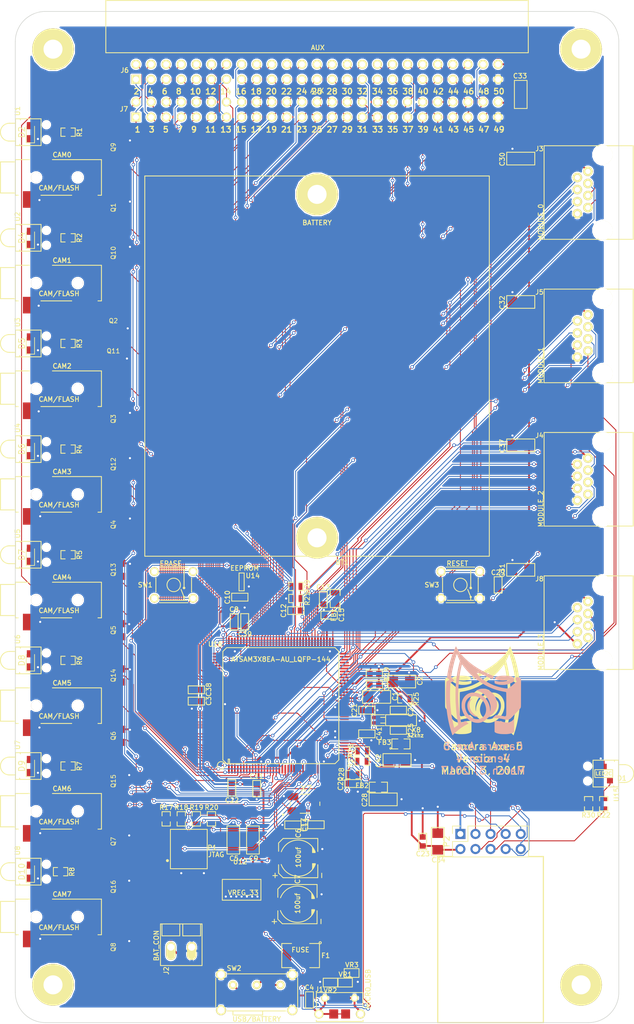
<source format=kicad_pcb>
(kicad_pcb (version 4) (host pcbnew 4.0.5)
  (layers (0 F.Cu signal) (1 In1.Cu signal) (2 In2.Cu signal) (31 B.Cu signal) (34 B.Paste user) (35 F.Paste user) (36 B.SilkS user) (37 F.SilkS user) (38 B.Mask user) (39 F.Mask user) (44 Edge.Cuts user))
  (net 0 "")
  (net 1 /AUX02)
  (net 2 /AUX03)
  (net 3 /AUX04)
  (net 4 /AUX05)
  (net 5 /AUX06)
  (net 6 /AUX07)
  (net 7 /AUX08)
  (net 8 /AUX09)
  (net 9 /AUX10)
  (net 10 /AUX11)
  (net 11 /AUX12)
  (net 12 /AUX13)
  (net 13 /AUX14)
  (net 14 /AUX15)
  (net 15 /AUX16)
  (net 16 /AUX17)
  (net 17 /AUX18)
  (net 18 /AUX19)
  (net 19 /AUX20)
  (net 20 /AUX21)
  (net 21 /AUX22)
  (net 22 /AUX23)
  (net 23 /AUX24)
  (net 24 /AUX25)
  (net 25 /AUX26)
  (net 26 /AUX27)
  (net 27 /AUX28)
  (net 28 /AUX29)
  (net 29 /AUX30)
  (net 30 /AUX31)
  (net 31 /AUX32)
  (net 32 /AUX33)
  (net 33 /AUX34)
  (net 34 /AUX35)
  (net 35 /AUX36)
  (net 36 /AUX37)
  (net 37 /AUX38)
  (net 38 /AUX39)
  (net 39 /AUX40)
  (net 40 /AUX41)
  (net 41 /AUX42)
  (net 42 /AUX43)
  (net 43 /AUX_RX)
  (net 44 /AUX_TX)
  (net 45 /CAM0F)
  (net 46 /CAM0S)
  (net 47 /CAM1F)
  (net 48 /CAM1S)
  (net 49 /CAM2F)
  (net 50 /CAM2S)
  (net 51 /CAM3F)
  (net 52 /CAM3S)
  (net 53 /CAM4F)
  (net 54 /CAM4S)
  (net 55 /CAM5F)
  (net 56 /CAM5S)
  (net 57 /CAM6F)
  (net 58 /CAM6S)
  (net 59 /CAM7F)
  (net 60 /CAM7S)
  (net 61 /D+)
  (net 62 /D-)
  (net 63 /EEPROM_ID)
  (net 64 /JTAG_TCK)
  (net 65 /JTAG_TDI)
  (net 66 /JTAG_TDO)
  (net 67 /JTAG_TMS)
  (net 68 /LV_DETECT)
  (net 69 /MOD0_AN1)
  (net 70 /MOD0_ID)
  (net 71 /MOD0_RX)
  (net 72 /MOD0_SCL)
  (net 73 /MOD0_SDA)
  (net 74 /MOD0_TX)
  (net 75 /MOD1_AN1)
  (net 76 /MOD1_ID)
  (net 77 /MOD1_RX)
  (net 78 /MOD1_SCL)
  (net 79 /MOD1_SDA)
  (net 80 /MOD1_TX)
  (net 81 /MOD2_AN1)
  (net 82 /MOD2_AN2)
  (net 83 /MOD2_AN3)
  (net 84 /MOD2_AN4)
  (net 85 /MOD2_AN5)
  (net 86 /MOD2_ID)
  (net 87 /MOD3_AN1)
  (net 88 /MOD3_CS)
  (net 89 /MOD3_ID)
  (net 90 /MOD3_MISO)
  (net 91 /MOD3_MOSI)
  (net 92 /MOD3_SCLK)
  (net 93 /M_RESET)
  (net 94 /UOTGID)
  (net 95 /VBUS)
  (net 96 /VDDOUT)
  (net 97 /VDDPLL)
  (net 98 3V3)
  (net 99 5V)
  (net 100 GND)
  (net 101 "Net-(C14-Pad1)")
  (net 102 "Net-(C15-Pad1)")
  (net 103 "Net-(C17-Pad1)")
  (net 104 "Net-(C20-Pad1)")
  (net 105 "Net-(C24-Pad2)")
  (net 106 "Net-(C25-Pad2)")
  (net 107 "Net-(C42-Pad1)")
  (net 108 "Net-(CAM0-Pad1)")
  (net 109 "Net-(CAM0-Pad2)")
  (net 110 "Net-(CAM1-Pad1)")
  (net 111 "Net-(CAM1-Pad2)")
  (net 112 "Net-(CAM2-Pad1)")
  (net 113 "Net-(CAM2-Pad2)")
  (net 114 "Net-(CAM3-Pad1)")
  (net 115 "Net-(CAM3-Pad2)")
  (net 116 "Net-(CAM4-Pad1)")
  (net 117 "Net-(CAM4-Pad2)")
  (net 118 "Net-(CAM5-Pad1)")
  (net 119 "Net-(CAM5-Pad2)")
  (net 120 "Net-(CAM6-Pad1)")
  (net 121 "Net-(CAM6-Pad2)")
  (net 122 "Net-(CAM7-Pad1)")
  (net 123 "Net-(CAM7-Pad2)")
  (net 124 "Net-(D1-Pad1)")
  (net 125 "Net-(D1-Pad2)")
  (net 126 "Net-(F1-Pad2)")
  (net 127 "Net-(J2-Pad2)")
  (net 128 "Net-(R25-Pad2)")
  (net 129 "Net-(R26-Pad2)")
  (net 130 "Net-(R27-Pad2)")
  (net 131 "Net-(SW1-Pad3)")
  (net 132 "Net-(D2-Pad2)")
  (net 133 "Net-(D4-Pad2)")
  (net 134 "Net-(D5-Pad2)")
  (net 135 "Net-(D6-Pad2)")
  (net 136 "Net-(D7-Pad2)")
  (net 137 "Net-(D8-Pad2)")
  (net 138 "Net-(D9-Pad2)")
  (net 139 "Net-(D10-Pad2)")
  (net 140 /CC_RX)
  (net 141 /CC_TX)
  (net 142 "Net-(P2-Pad4)")
  (net 143 /CC_RTS)
  (net 144 /CC_CTS)
  (net 145 "Net-(P2-Pad6)")
  (net 146 /AUX44)
  (net 147 /AUX45)
  (net 148 /AUX46)
  (net 149 /AUX47)
  (net 150 /CC_RESET)
  (net 151 /CC_PROG)
  (module CA6:RJ45_RJHSE-5080 (layer F.Cu) (at 121.92 80.01 90)
    (fp_text reference J5 (at 7.366 -8.2804 180) (layer F.SilkS) (effects (font (size 0.8 0.8))))
    (fp_text value MODULE_1 (at -4.9784 -8.0518 90) (layer F.SilkS) (effects (font (size 0.8 0.8))))
    (pad "" np_thru_hole circle (at -6.35 2.42 90) (size 3.25 3.25) (drill 3.25) (layers *.Cu *.Mask F.SilkS))
    (pad "" np_thru_hole circle (at 6.35 2.42 90) (size 3.25 3.25) (drill 3.25) (layers *.Cu *.Mask F.SilkS))
    (pad 5 thru_hole circle (at -0.5 -0.12 90) (size 1.6 1.6) (drill 0.89) (layers *.Cu *.Mask F.SilkS) (net 76 /MOD1_ID))
    (pad 3 thru_hole circle (at 1.53 -0.12 90) (size 1.6 1.6) (drill 0.89) (layers *.Cu *.Mask F.SilkS) (net 78 /MOD1_SCL))
    (pad 6 thru_hole circle (at -1.53 -1.9 90) (size 1.6 1.6) (drill 0.89) (layers *.Cu *.Mask F.SilkS) (net 77 /MOD1_RX))
    (pad 4 thru_hole circle (at 0.5 -1.9 90) (size 1.6 1.6) (drill 0.89) (layers *.Cu *.Mask F.SilkS) (net 79 /MOD1_SDA))
    (pad 8 thru_hole circle (at -3.56 -1.9 90) (size 1.6 1.6) (drill 0.89) (layers *.Cu *.Mask F.SilkS) (net 100 GND))
    (pad 7 thru_hole circle (at -2.53 -0.12 90) (size 1.6 1.6) (drill 0.89) (layers *.Cu *.Mask F.SilkS) (net 80 /MOD1_TX))
    (pad 2 thru_hole circle (at 2.53 -1.9 90) (size 1.6 1.6) (drill 0.89) (layers *.Cu *.Mask F.SilkS) (net 75 /MOD1_AN1))
    (pad 1 thru_hole circle (at 3.56 -0.12 90) (size 1.6 1.6) (drill 0.89) (layers *.Cu *.Mask F.SilkS) (net 98 3V3))
  )
  (module CA6:BATTERY_4AA_12BH348-GR (layer F.Cu) (at 76.2 85.09)
    (fp_text reference BT1 (at 4.2164 33.02) (layer F.SilkS) (effects (font (size 0.8 0.8))))
    (fp_text value BATTERY (at 0 -24.13) (layer F.SilkS) (effects (font (size 0.8 0.8))))
    (pad "" np_thru_hole circle (at 0 -28.9) (size 7.00024 7.00024) (drill 3.2004) (layers *.Cu *.Mask F.SilkS))
    (pad "" np_thru_hole circle (at 0 28.9) (size 7.00024 7.00024) (drill 3.2004) (layers *.Cu *.Mask F.SilkS))
  )
  (module Socket_Strips:Socket_Strip_Straight_2x05_Pitch2.54mm (layer F.Cu) (at 100.33 163.83 90)
    (fp_text reference P2 (at -1.27 -2.33 90) (layer F.SilkS))
    (fp_text value "RFD22301 Breakout")
    (pad 1 thru_hole rect (at 0 0 90) (size 1.7 1.7) (drill 1) (layers *.Cu *.Mask) (net 100 GND))
    (pad 2 thru_hole oval (at -2.54 0 90) (size 1.7 1.7) (drill 1) (layers *.Cu *.Mask) (net 98 3V3))
    (pad 3 thru_hole oval (at 0 2.54 90) (size 1.7 1.7) (drill 1) (layers *.Cu *.Mask) (net 140 /CC_RX))
    (pad 4 thru_hole oval (at -2.54 2.54 90) (size 1.7 1.7) (drill 1) (layers *.Cu *.Mask) (net 142 "Net-(P2-Pad4)"))
    (pad 5 thru_hole oval (at 0 5.08 90) (size 1.7 1.7) (drill 1) (layers *.Cu *.Mask) (net 141 /CC_TX))
    (pad 6 thru_hole oval (at -2.54 5.08 90) (size 1.7 1.7) (drill 1) (layers *.Cu *.Mask) (net 145 "Net-(P2-Pad6)"))
    (pad 7 thru_hole oval (at 0 7.62 90) (size 1.7 1.7) (drill 1) (layers *.Cu *.Mask) (net 143 /CC_RTS))
    (pad 8 thru_hole oval (at -2.54 7.62 90) (size 1.7 1.7) (drill 1) (layers *.Cu *.Mask) (net 150 /CC_RESET))
    (pad 9 thru_hole oval (at 0 10.16 90) (size 1.7 1.7) (drill 1) (layers *.Cu *.Mask) (net 144 /CC_CTS))
    (pad 10 thru_hole oval (at -2.54 10.16 90) (size 1.7 1.7) (drill 1) (layers *.Cu *.Mask) (net 151 /CC_PROG))
  )
  (module CA6:CA_Logo_15mm (layer B.Cu) (at 104.14 139.7 180)
    (fp_text reference LOGO2 hide)
    (fp_text value CA_LOGO_150 hide)
  )
  (module CA6:HOLE_3.0mm (layer F.Cu) (at 120.65 189.23)
    (fp_text reference X4 hide)
    (fp_text value HOLE hide)
    (pad "" np_thru_hole circle (at 0 0) (size 7 7) (drill 3.2) (layers *.Cu *.Mask F.SilkS))
  )
  (module CA6:SLP3-150-100-R (layer F.Cu) (at 27.94 170.18 270)
    (fp_text reference U8 (at -3.556 2.159 270) (layer F.SilkS) (effects (font (size 0.8 0.8))))
    (fp_text value L_PIPE hide)
    (pad "" np_thru_hole circle (at 1.25 -2.7 270) (size 1.1684 1.1684) (drill 1.1684) (layers *.Cu *.Mask F.SilkS))
    (pad "" np_thru_hole circle (at -1.25 -2.7 270) (size 1.1684 1.1684) (drill 1.1684) (layers *.Cu *.Mask F.SilkS))
  )
  (module CA6:SLP3-150-100-R (layer F.Cu) (at 27.94 152.4 270)
    (fp_text reference U7 (at -3.556 2.159 270) (layer F.SilkS) (effects (font (size 0.8 0.8))))
    (fp_text value L_PIPE hide)
    (pad "" np_thru_hole circle (at 1.25 -2.7 270) (size 1.1684 1.1684) (drill 1.1684) (layers *.Cu *.Mask F.SilkS))
    (pad "" np_thru_hole circle (at -1.25 -2.7 270) (size 1.1684 1.1684) (drill 1.1684) (layers *.Cu *.Mask F.SilkS))
  )
  (module CA6:SLP3-150-100-R (layer F.Cu) (at 27.94 134.62 270)
    (fp_text reference U6 (at -3.556 2.159 270) (layer F.SilkS) (effects (font (size 0.8 0.8))))
    (fp_text value L_PIPE hide)
    (pad "" np_thru_hole circle (at 1.25 -2.7 270) (size 1.1684 1.1684) (drill 1.1684) (layers *.Cu *.Mask F.SilkS))
    (pad "" np_thru_hole circle (at -1.25 -2.7 270) (size 1.1684 1.1684) (drill 1.1684) (layers *.Cu *.Mask F.SilkS))
  )
  (module CA6:SLP3-150-100-R (layer F.Cu) (at 27.94 116.84 270)
    (fp_text reference U5 (at -3.556 2.159 270) (layer F.SilkS) (effects (font (size 0.8 0.8))))
    (fp_text value L_PIPE hide)
    (pad "" np_thru_hole circle (at 1.25 -2.7 270) (size 1.1684 1.1684) (drill 1.1684) (layers *.Cu *.Mask F.SilkS))
    (pad "" np_thru_hole circle (at -1.25 -2.7 270) (size 1.1684 1.1684) (drill 1.1684) (layers *.Cu *.Mask F.SilkS))
  )
  (module CA6:SLP3-150-100-R (layer F.Cu) (at 27.94 99.06 270)
    (fp_text reference U4 (at -3.556 2.159 270) (layer F.SilkS) (effects (font (size 0.8 0.8))))
    (fp_text value L_PIPE hide)
    (pad "" np_thru_hole circle (at 1.25 -2.7 270) (size 1.1684 1.1684) (drill 1.1684) (layers *.Cu *.Mask F.SilkS))
    (pad "" np_thru_hole circle (at -1.25 -2.7 270) (size 1.1684 1.1684) (drill 1.1684) (layers *.Cu *.Mask F.SilkS))
  )
  (module CA6:SLP3-150-100-R (layer F.Cu) (at 27.94 81.28 270)
    (fp_text reference U3 (at -3.556 2.159 270) (layer F.SilkS) (effects (font (size 0.8 0.8))))
    (fp_text value L_PIPE hide)
    (pad "" np_thru_hole circle (at 1.25 -2.7 270) (size 1.1684 1.1684) (drill 1.1684) (layers *.Cu *.Mask F.SilkS))
    (pad "" np_thru_hole circle (at -1.25 -2.7 270) (size 1.1684 1.1684) (drill 1.1684) (layers *.Cu *.Mask F.SilkS))
  )
  (module CA6:SLP3-150-100-R (layer F.Cu) (at 27.94 63.5 270)
    (fp_text reference U2 (at -3.556 2.159 270) (layer F.SilkS) (effects (font (size 0.8 0.8))))
    (fp_text value L_PIPE hide)
    (pad "" np_thru_hole circle (at 1.25 -2.7 270) (size 1.1684 1.1684) (drill 1.1684) (layers *.Cu *.Mask F.SilkS))
    (pad "" np_thru_hole circle (at -1.25 -2.7 270) (size 1.1684 1.1684) (drill 1.1684) (layers *.Cu *.Mask F.SilkS))
  )
  (module CA6:SLP3-150-100-R (layer F.Cu) (at 27.94 45.72 270)
    (fp_text reference U1 (at -3.556 2.159 270) (layer F.SilkS) (effects (font (size 0.8 0.8))))
    (fp_text value L_PIPE hide)
    (pad "" np_thru_hole circle (at 1.25 -2.7 270) (size 1.1684 1.1684) (drill 1.1684) (layers *.Cu *.Mask F.SilkS))
    (pad "" np_thru_hole circle (at -1.25 -2.7 270) (size 1.1684 1.1684) (drill 1.1684) (layers *.Cu *.Mask F.SilkS))
  )
  (module CA6:SM0603_Resistor (layer F.Cu) (at 33.02 170.18 180)
    (fp_text reference R8 (at -1.9177 -0.0254 270) (layer F.SilkS) (effects (font (size 0.8 0.8))))
    (fp_text value 680R hide)
    (pad 1 smd rect (at -0.762 0 180) (size 0.635 1.143) (layers F.Cu F.Paste F.Mask) (net 60 /CAM7S))
    (pad 2 smd rect (at 0.762 0 180) (size 0.635 1.143) (layers F.Cu F.Paste F.Mask) (net 139 "Net-(D10-Pad2)"))
  )
  (module CA6:SM0603_Resistor (layer F.Cu) (at 34.29 152.4 180)
    (fp_text reference R7 (at -1.9177 -0.0254 270) (layer F.SilkS) (effects (font (size 0.8 0.8))))
    (fp_text value 680R hide)
    (pad 1 smd rect (at -0.762 0 180) (size 0.635 1.143) (layers F.Cu F.Paste F.Mask) (net 58 /CAM6S))
    (pad 2 smd rect (at 0.762 0 180) (size 0.635 1.143) (layers F.Cu F.Paste F.Mask) (net 138 "Net-(D9-Pad2)"))
  )
  (module CA6:SM0603_Resistor (layer F.Cu) (at 34.29 134.62 180)
    (fp_text reference R6 (at -1.9177 -0.0254 270) (layer F.SilkS) (effects (font (size 0.8 0.8))))
    (fp_text value 680R hide)
    (pad 1 smd rect (at -0.762 0 180) (size 0.635 1.143) (layers F.Cu F.Paste F.Mask) (net 56 /CAM5S))
    (pad 2 smd rect (at 0.762 0 180) (size 0.635 1.143) (layers F.Cu F.Paste F.Mask) (net 137 "Net-(D8-Pad2)"))
  )
  (module CA6:SM0603_Resistor (layer F.Cu) (at 34.29 116.84 180)
    (fp_text reference R5 (at -1.9177 -0.0254 270) (layer F.SilkS) (effects (font (size 0.8 0.8))))
    (fp_text value 680R hide)
    (pad 1 smd rect (at -0.762 0 180) (size 0.635 1.143) (layers F.Cu F.Paste F.Mask) (net 54 /CAM4S))
    (pad 2 smd rect (at 0.762 0 180) (size 0.635 1.143) (layers F.Cu F.Paste F.Mask) (net 136 "Net-(D7-Pad2)"))
  )
  (module CA6:SM0603_Resistor (layer F.Cu) (at 34.29 99.06 180)
    (fp_text reference R4 (at -1.9177 -0.0254 270) (layer F.SilkS) (effects (font (size 0.8 0.8))))
    (fp_text value 680R hide)
    (pad 1 smd rect (at -0.762 0 180) (size 0.635 1.143) (layers F.Cu F.Paste F.Mask) (net 52 /CAM3S))
    (pad 2 smd rect (at 0.762 0 180) (size 0.635 1.143) (layers F.Cu F.Paste F.Mask) (net 135 "Net-(D6-Pad2)"))
  )
  (module CA6:SM0603_Resistor (layer F.Cu) (at 34.29 81.28 180)
    (fp_text reference R3 (at -1.9177 -0.0254 270) (layer F.SilkS) (effects (font (size 0.8 0.8))))
    (fp_text value 680R hide)
    (pad 1 smd rect (at -0.762 0 180) (size 0.635 1.143) (layers F.Cu F.Paste F.Mask) (net 50 /CAM2S))
    (pad 2 smd rect (at 0.762 0 180) (size 0.635 1.143) (layers F.Cu F.Paste F.Mask) (net 134 "Net-(D5-Pad2)"))
  )
  (module CA6:SM0603_Resistor (layer F.Cu) (at 34.29 63.5 180)
    (fp_text reference R2 (at -1.9177 -0.0254 270) (layer F.SilkS) (effects (font (size 0.8 0.8))))
    (fp_text value 680R hide)
    (pad 1 smd rect (at -0.762 0 180) (size 0.635 1.143) (layers F.Cu F.Paste F.Mask) (net 48 /CAM1S))
    (pad 2 smd rect (at 0.762 0 180) (size 0.635 1.143) (layers F.Cu F.Paste F.Mask) (net 133 "Net-(D4-Pad2)"))
  )
  (module CA6:SM0603_Resistor (layer F.Cu) (at 34.29 45.72 180)
    (fp_text reference R1 (at -1.9177 -0.0254 270) (layer F.SilkS) (effects (font (size 0.8 0.8))))
    (fp_text value 680R hide)
    (pad 1 smd rect (at -0.762 0 180) (size 0.635 1.143) (layers F.Cu F.Paste F.Mask) (net 46 /CAM0S))
    (pad 2 smd rect (at 0.762 0 180) (size 0.635 1.143) (layers F.Cu F.Paste F.Mask) (net 132 "Net-(D2-Pad2)"))
  )
  (module LEDs:LED_0805 (layer F.Cu) (at 27.94 170.18 90)
    (fp_text reference D10 (at 0 -1.45 90) (layer F.SilkS))
    (fp_text value LED)
    (pad 2 smd rect (at 1.1 0 270) (size 1.2 1.2) (layers F.Cu F.Paste F.Mask) (net 139 "Net-(D10-Pad2)"))
    (pad 1 smd rect (at -1.1 0 270) (size 1.2 1.2) (layers F.Cu F.Paste F.Mask) (net 100 GND))
  )
  (module LEDs:LED_0805 (layer F.Cu) (at 27.94 152.4 90)
    (fp_text reference D9 (at 0 -1.45 90) (layer F.SilkS))
    (fp_text value LED)
    (pad 2 smd rect (at 1.1 0 270) (size 1.2 1.2) (layers F.Cu F.Paste F.Mask) (net 138 "Net-(D9-Pad2)"))
    (pad 1 smd rect (at -1.1 0 270) (size 1.2 1.2) (layers F.Cu F.Paste F.Mask) (net 100 GND))
  )
  (module LEDs:LED_0805 (layer F.Cu) (at 27.94 134.62 90)
    (fp_text reference D8 (at 0 -1.45 90) (layer F.SilkS))
    (fp_text value LED)
    (pad 2 smd rect (at 1.1 0 270) (size 1.2 1.2) (layers F.Cu F.Paste F.Mask) (net 137 "Net-(D8-Pad2)"))
    (pad 1 smd rect (at -1.1 0 270) (size 1.2 1.2) (layers F.Cu F.Paste F.Mask) (net 100 GND))
  )
  (module LEDs:LED_0805 (layer F.Cu) (at 27.94 116.84 90)
    (fp_text reference D7 (at 0 -1.45 90) (layer F.SilkS))
    (fp_text value LED)
    (pad 2 smd rect (at 1.1 0 270) (size 1.2 1.2) (layers F.Cu F.Paste F.Mask) (net 136 "Net-(D7-Pad2)"))
    (pad 1 smd rect (at -1.1 0 270) (size 1.2 1.2) (layers F.Cu F.Paste F.Mask) (net 100 GND))
  )
  (module LEDs:LED_0805 (layer F.Cu) (at 27.94 99.06 90)
    (fp_text reference D6 (at 0 -1.45 90) (layer F.SilkS))
    (fp_text value LED)
    (pad 2 smd rect (at 1.1 0 270) (size 1.2 1.2) (layers F.Cu F.Paste F.Mask) (net 135 "Net-(D6-Pad2)"))
    (pad 1 smd rect (at -1.1 0 270) (size 1.2 1.2) (layers F.Cu F.Paste F.Mask) (net 100 GND))
  )
  (module LEDs:LED_0805 (layer F.Cu) (at 27.94 81.28 90)
    (fp_text reference D5 (at 0 -1.45 90) (layer F.SilkS))
    (fp_text value LED)
    (pad 2 smd rect (at 1.1 0 270) (size 1.2 1.2) (layers F.Cu F.Paste F.Mask) (net 134 "Net-(D5-Pad2)"))
    (pad 1 smd rect (at -1.1 0 270) (size 1.2 1.2) (layers F.Cu F.Paste F.Mask) (net 100 GND))
  )
  (module LEDs:LED_0805 (layer F.Cu) (at 27.94 63.5 90)
    (fp_text reference D4 (at 0 -1.45 90) (layer F.SilkS))
    (fp_text value LED)
    (pad 2 smd rect (at 1.1 0 270) (size 1.2 1.2) (layers F.Cu F.Paste F.Mask) (net 133 "Net-(D4-Pad2)"))
    (pad 1 smd rect (at -1.1 0 270) (size 1.2 1.2) (layers F.Cu F.Paste F.Mask) (net 100 GND))
  )
  (module LEDs:LED_0805 (layer F.Cu) (at 27.94 45.72 90)
    (fp_text reference D2 (at 0 -1.45 90) (layer F.SilkS))
    (fp_text value LED)
    (pad 2 smd rect (at 1.1 0 270) (size 1.2 1.2) (layers F.Cu F.Paste F.Mask) (net 132 "Net-(D2-Pad2)"))
    (pad 1 smd rect (at -1.1 0 270) (size 1.2 1.2) (layers F.Cu F.Paste F.Mask) (net 100 GND))
  )
  (module CA6:AB26TRQ (layer F.Cu) (at 89.1667 144.691 180)
    (fp_text reference X8 (at -3.7211 -1.6384 180) (layer F.SilkS) (effects (font (size 0.8 0.8))))
    (fp_text value 32khz (at -3.5687 -2.5528 180) (layer F.SilkS) (effects (font (size 0.635 0.635))))
    (pad 2 smd rect (at -2.45 0 180) (size 2.4 1.5) (layers F.Cu F.Paste F.Mask) (net 100 GND))
    (pad 3 smd rect (at 3.1 -0.45 180) (size 1.1 0.6) (layers F.Cu F.Paste F.Mask) (net 106 "Net-(C25-Pad2)"))
    (pad 1 smd rect (at 3.1 0.45 180) (size 1.1 0.6) (layers F.Cu F.Paste F.Mask) (net 105 "Net-(C24-Pad2)"))
  )
  (module CA6:CRYSTAL_ABM3B (layer F.Cu) (at 74.168 158.75)
    (fp_text reference X7 (at 0.2286 -2.5396) (layer F.SilkS) (effects (font (size 1.00076 1.00076) (thickness 0.14986))))
    (fp_text value CRYSTAL_4 hide)
    (pad 1 smd rect (at -2.032 1.1938) (size 1.8034 1.1938) (layers F.Cu F.Paste F.Mask) (net 101 "Net-(C14-Pad1)"))
    (pad 2 smd rect (at 2.032 1.1938) (size 1.8034 1.1938) (layers F.Cu F.Paste F.Mask) (net 100 GND))
    (pad 3 smd rect (at 2.032 -1.1938) (size 1.8034 1.1938) (layers F.Cu F.Paste F.Mask) (net 103 "Net-(C17-Pad1)"))
    (pad 4 smd rect (at -2.032 -1.1938) (size 1.8034 1.1938) (layers F.Cu F.Paste F.Mask) (net 100 GND))
  )
  (module CA6:HOLE_3.0mm (layer F.Cu) (at 31.75 189.23)
    (fp_text reference X3 hide)
    (fp_text value HOLE hide)
    (pad "" np_thru_hole circle (at 0 0) (size 7 7) (drill 3.2) (layers *.Cu *.Mask F.SilkS))
  )
  (module CA6:HOLE_3.0mm (layer F.Cu) (at 120.65 31.75 270)
    (fp_text reference X2 hide)
    (fp_text value HOLE hide)
    (pad "" np_thru_hole circle (at 0 0 270) (size 7 7) (drill 3.2) (layers *.Cu *.Mask F.SilkS))
  )
  (module CA6:HOLE_3.0mm (layer F.Cu) (at 31.75 31.75)
    (fp_text reference X1 hide)
    (fp_text value HOLE hide)
    (pad "" np_thru_hole circle (at 0 0) (size 7 7) (drill 3.2) (layers *.Cu *.Mask F.SilkS))
  )
  (module CA6:SM0603 (layer F.Cu) (at 82.0166 187.236)
    (fp_text reference VR3 (at 0.0508 -1.3588) (layer F.SilkS) (effects (font (size 0.8 0.8))))
    (fp_text value VR hide)
    (pad 1 smd rect (at -0.762 0) (size 0.635 1.143) (layers F.Cu F.Paste F.Mask) (net 94 /UOTGID))
    (pad 2 smd rect (at 0.762 0) (size 0.635 1.143) (layers F.Cu F.Paste F.Mask) (net 100 GND))
  )
  (module CA6:SM0603 (layer F.Cu) (at 78.486 188.849 180)
    (fp_text reference VR2 (at 0.0508 -1.3588 180) (layer F.SilkS) (effects (font (size 0.8 0.8))))
    (fp_text value VR hide)
    (pad 1 smd rect (at -0.762 0 180) (size 0.635 1.143) (layers F.Cu F.Paste F.Mask) (net 62 /D-))
    (pad 2 smd rect (at 0.762 0 180) (size 0.635 1.143) (layers F.Cu F.Paste F.Mask) (net 100 GND))
  )
  (module CA6:SM0603 (layer F.Cu) (at 80.899 188.849)
    (fp_text reference VR1 (at 0.0508 -1.3588) (layer F.SilkS) (effects (font (size 0.8 0.8))))
    (fp_text value VR hide)
    (pad 1 smd rect (at -0.762 0) (size 0.635 1.143) (layers F.Cu F.Paste F.Mask) (net 61 /D+))
    (pad 2 smd rect (at 0.762 0) (size 0.635 1.143) (layers F.Cu F.Paste F.Mask) (net 100 GND))
  )
  (module CA6:TQFP144 (layer F.Cu) (at 70.104 142.24 180)
    (fp_text reference U16 (at 11.049 10.3378 180) (layer F.SilkS) (effects (font (size 0.8 0.8))))
    (fp_text value ATSAM3X8EA-AU_LQFP-144 (at 0 7.8 180) (layer F.SilkS) (effects (font (size 0.8 0.8))))
    (pad 1 smd rect (at 8.7503 -10.7 180) (size 0.3 1.45) (layers F.Cu F.Paste F.Mask) (net 48 /CAM1S))
    (pad 2 smd rect (at 8.2423 -10.7 180) (size 0.3 1.45) (layers F.Cu F.Paste F.Mask) (net 44 /AUX_TX))
    (pad 3 smd rect (at 7.747 -10.7 180) (size 0.3 1.45) (layers F.Cu F.Paste F.Mask) (net 71 /MOD0_RX))
    (pad 4 smd rect (at 7.2517 -10.7 180) (size 0.3 1.45) (layers F.Cu F.Paste F.Mask) (net 74 /MOD0_TX))
    (pad 5 smd rect (at 6.7437 -10.7 180) (size 0.3 1.45) (layers F.Cu F.Paste F.Mask) (net 140 /CC_RX))
    (pad 6 smd rect (at 6.2484 -10.7 180) (size 0.3 1.45) (layers F.Cu F.Paste F.Mask) (net 141 /CC_TX))
    (pad 7 smd rect (at 5.7531 -10.7 180) (size 0.3 1.45) (layers F.Cu F.Paste F.Mask) (net 143 /CC_RTS))
    (pad 8 smd rect (at 5.2451 -10.7 180) (size 0.3 1.45) (layers F.Cu F.Paste F.Mask) (net 144 /CC_CTS))
    (pad 9 smd rect (at 4.7498 -10.7 180) (size 0.3 1.45) (layers F.Cu F.Paste F.Mask) (net 79 /MOD1_SDA))
    (pad 10 smd rect (at 4.2545 -10.7 180) (size 0.3 1.45) (layers F.Cu F.Paste F.Mask) (net 96 /VDDOUT))
    (pad 11 smd rect (at 3.7465 -10.7 180) (size 0.3 1.45) (layers F.Cu F.Paste F.Mask) (net 98 3V3))
    (pad 12 smd rect (at 3.2512 -10.7 180) (size 0.3 1.45) (layers F.Cu F.Paste F.Mask) (net 100 GND))
    (pad 13 smd rect (at 2.7559 -10.7 180) (size 0.3 1.45) (layers F.Cu F.Paste F.Mask) (net 49 /CAM2F))
    (pad 14 smd rect (at 2.2479 -10.7 180) (size 0.3 1.45) (layers F.Cu F.Paste F.Mask) (net 50 /CAM2S))
    (pad 15 smd rect (at 1.7526 -10.7 180) (size 0.3 1.45) (layers F.Cu F.Paste F.Mask) (net 51 /CAM3F))
    (pad 16 smd rect (at 1.2573 -10.7 180) (size 0.3 1.45) (layers F.Cu F.Paste F.Mask) (net 52 /CAM3S))
    (pad 17 smd rect (at 0.7493 -10.7 180) (size 0.3 1.45) (layers F.Cu F.Paste F.Mask) (net 80 /MOD1_TX))
    (pad 18 smd rect (at 0.254 -10.7 180) (size 0.3 1.45) (layers F.Cu F.Paste F.Mask) (net 77 /MOD1_RX))
    (pad 19 smd rect (at -0.254 -10.7 180) (size 0.3 1.45) (layers F.Cu F.Paste F.Mask) (net 53 /CAM4F))
    (pad 20 smd rect (at -0.7493 -10.7 180) (size 0.3 1.45) (layers F.Cu F.Paste F.Mask) (net 54 /CAM4S))
    (pad 21 smd rect (at -1.2573 -10.7 180) (size 0.3 1.45) (layers F.Cu F.Paste F.Mask) (net 55 /CAM5F))
    (pad 22 smd rect (at -1.7526 -10.7 180) (size 0.3 1.45) (layers F.Cu F.Paste F.Mask) (net 56 /CAM5S))
    (pad 23 smd rect (at -2.2479 -10.7 180) (size 0.3 1.45) (layers F.Cu F.Paste F.Mask) (net 57 /CAM6F))
    (pad 24 smd rect (at -2.7559 -10.7 180) (size 0.3 1.45) (layers F.Cu F.Paste F.Mask) (net 58 /CAM6S))
    (pad 25 smd rect (at -3.2512 -10.7 180) (size 0.3 1.45) (layers F.Cu F.Paste F.Mask) (net 59 /CAM7F))
    (pad 26 smd rect (at -3.7465 -10.7 180) (size 0.3 1.45) (layers F.Cu F.Paste F.Mask) (net 60 /CAM7S))
    (pad 27 smd rect (at -4.2545 -10.7 180) (size 0.3 1.45) (layers F.Cu F.Paste F.Mask) (net 43 /AUX_RX))
    (pad 28 smd rect (at -4.7498 -10.7 180) (size 0.3 1.45) (layers F.Cu F.Paste F.Mask) (net 64 /JTAG_TCK))
    (pad 29 smd rect (at -5.2451 -10.7 180) (size 0.3 1.45) (layers F.Cu F.Paste F.Mask) (net 65 /JTAG_TDI))
    (pad 30 smd rect (at -5.7531 -10.7 180) (size 0.3 1.45) (layers F.Cu F.Paste F.Mask) (net 66 /JTAG_TDO))
    (pad 31 smd rect (at -6.2484 -10.7 180) (size 0.3 1.45) (layers F.Cu F.Paste F.Mask) (net 67 /JTAG_TMS))
    (pad 32 smd rect (at -6.7437 -10.7 180) (size 0.3 1.45) (layers F.Cu F.Paste F.Mask))
    (pad 33 smd rect (at -7.2517 -10.7 180) (size 0.3 1.45) (layers F.Cu F.Paste F.Mask) (net 100 GND))
    (pad 34 smd rect (at -7.747 -10.7 180) (size 0.3 1.45) (layers F.Cu F.Paste F.Mask) (net 97 /VDDPLL))
    (pad 35 smd rect (at -8.2423 -10.7 180) (size 0.3 1.45) (layers F.Cu F.Paste F.Mask) (net 101 "Net-(C14-Pad1)"))
    (pad 36 smd rect (at -8.7503 -10.7 180) (size 0.3 1.45) (layers F.Cu F.Paste F.Mask) (net 103 "Net-(C17-Pad1)"))
    (pad 66 smd rect (at -10.7 5.7531 180) (size 1.45 0.3) (layers F.Cu F.Paste F.Mask) (net 149 /AUX47))
    (pad 67 smd rect (at -10.7 6.2484 180) (size 1.45 0.3) (layers F.Cu F.Paste F.Mask) (net 148 /AUX46))
    (pad 68 smd rect (at -10.7 6.7437 180) (size 1.45 0.3) (layers F.Cu F.Paste F.Mask) (net 147 /AUX45))
    (pad 69 smd rect (at -10.7 7.2517 180) (size 1.45 0.3) (layers F.Cu F.Paste F.Mask))
    (pad 70 smd rect (at -10.7 7.747 180) (size 1.45 0.3) (layers F.Cu F.Paste F.Mask) (net 78 /MOD1_SCL))
    (pad 71 smd rect (at -10.7 8.2423 180) (size 1.45 0.3) (layers F.Cu F.Paste F.Mask) (net 146 /AUX44))
    (pad 72 smd rect (at -10.7 8.7503 180) (size 1.45 0.3) (layers F.Cu F.Paste F.Mask) (net 42 /AUX43))
    (pad 114 smd rect (at 10.7 6.2484 180) (size 1.45 0.3) (layers F.Cu F.Paste F.Mask) (net 22 /AUX23))
    (pad 115 smd rect (at 10.7 5.7531 180) (size 1.45 0.3) (layers F.Cu F.Paste F.Mask) (net 21 /AUX22))
    (pad 116 smd rect (at 10.7 5.2451 180) (size 1.45 0.3) (layers F.Cu F.Paste F.Mask) (net 20 /AUX21))
    (pad 117 smd rect (at 10.7 4.7498 180) (size 1.45 0.3) (layers F.Cu F.Paste F.Mask) (net 19 /AUX20))
    (pad 118 smd rect (at 10.7 4.2545 180) (size 1.45 0.3) (layers F.Cu F.Paste F.Mask) (net 18 /AUX19))
    (pad 119 smd rect (at 10.7 3.7465 180) (size 1.45 0.3) (layers F.Cu F.Paste F.Mask) (net 17 /AUX18))
    (pad 120 smd rect (at 10.7 3.2512 180) (size 1.45 0.3) (layers F.Cu F.Paste F.Mask) (net 16 /AUX17))
    (pad 121 smd rect (at 10.7 2.7559 180) (size 1.45 0.3) (layers F.Cu F.Paste F.Mask) (net 15 /AUX16))
    (pad 122 smd rect (at 10.7 2.2479 180) (size 1.45 0.3) (layers F.Cu F.Paste F.Mask) (net 14 /AUX15))
    (pad 123 smd rect (at 10.7 1.7526 180) (size 1.45 0.3) (layers F.Cu F.Paste F.Mask) (net 13 /AUX14))
    (pad 124 smd rect (at 10.7 1.2573 180) (size 1.45 0.3) (layers F.Cu F.Paste F.Mask) (net 96 /VDDOUT))
    (pad 125 smd rect (at 10.7 0.7493 180) (size 1.45 0.3) (layers F.Cu F.Paste F.Mask) (net 98 3V3))
    (pad 126 smd rect (at 10.7 0.254 180) (size 1.45 0.3) (layers F.Cu F.Paste F.Mask) (net 100 GND))
    (pad 127 smd rect (at 10.7 -0.254 180) (size 1.45 0.3) (layers F.Cu F.Paste F.Mask) (net 12 /AUX13))
    (pad 128 smd rect (at 10.7 -0.7493 180) (size 1.45 0.3) (layers F.Cu F.Paste F.Mask) (net 11 /AUX12))
    (pad 129 smd rect (at 10.7 -1.2573 180) (size 1.45 0.3) (layers F.Cu F.Paste F.Mask) (net 94 /UOTGID))
    (pad 130 smd rect (at 10.7 -1.7526 180) (size 1.45 0.3) (layers F.Cu F.Paste F.Mask) (net 131 "Net-(SW1-Pad3)"))
    (pad 131 smd rect (at 10.7 -2.2479 180) (size 1.45 0.3) (layers F.Cu F.Paste F.Mask) (net 10 /AUX11))
    (pad 132 smd rect (at 10.7 -2.7559 180) (size 1.45 0.3) (layers F.Cu F.Paste F.Mask) (net 9 /AUX10))
    (pad 133 smd rect (at 10.7 -3.2512 180) (size 1.45 0.3) (layers F.Cu F.Paste F.Mask) (net 8 /AUX09))
    (pad 134 smd rect (at 10.7 -3.7465 180) (size 1.45 0.3) (layers F.Cu F.Paste F.Mask) (net 7 /AUX08))
    (pad 135 smd rect (at 10.7 -4.2545 180) (size 1.45 0.3) (layers F.Cu F.Paste F.Mask) (net 6 /AUX07))
    (pad 136 smd rect (at 10.7 -4.7498 180) (size 1.45 0.3) (layers F.Cu F.Paste F.Mask) (net 5 /AUX06))
    (pad 137 smd rect (at 10.7 -5.2451 180) (size 1.45 0.3) (layers F.Cu F.Paste F.Mask) (net 4 /AUX05))
    (pad 138 smd rect (at 10.7 -5.7531 180) (size 1.45 0.3) (layers F.Cu F.Paste F.Mask) (net 3 /AUX04))
    (pad 139 smd rect (at 10.7 -6.2484 180) (size 1.45 0.3) (layers F.Cu F.Paste F.Mask))
    (pad 140 smd rect (at 10.7 -6.7437 180) (size 1.45 0.3) (layers F.Cu F.Paste F.Mask) (net 2 /AUX03))
    (pad 141 smd rect (at 10.7 -7.2517 180) (size 1.45 0.3) (layers F.Cu F.Paste F.Mask) (net 1 /AUX02))
    (pad 142 smd rect (at 10.7 -7.747 180) (size 1.45 0.3) (layers F.Cu F.Paste F.Mask) (net 45 /CAM0F))
    (pad 143 smd rect (at 10.7 -8.2423 180) (size 1.45 0.3) (layers F.Cu F.Paste F.Mask) (net 46 /CAM0S))
    (pad 144 smd rect (at 10.7 -8.7503 180) (size 1.45 0.3) (layers F.Cu F.Paste F.Mask) (net 47 /CAM1F))
    (pad 37 smd rect (at -10.7 -8.7503 180) (size 1.45 0.3) (layers F.Cu F.Paste F.Mask) (net 61 /D+))
    (pad 38 smd rect (at -10.7 -8.2423 180) (size 1.45 0.3) (layers F.Cu F.Paste F.Mask) (net 62 /D-))
    (pad 39 smd rect (at -10.7 -7.747 180) (size 1.45 0.3) (layers F.Cu F.Paste F.Mask) (net 95 /VBUS))
    (pad 40 smd rect (at -10.7 -7.2517 180) (size 1.45 0.3) (layers F.Cu F.Paste F.Mask) (net 104 "Net-(C20-Pad1)"))
    (pad 41 smd rect (at -10.7 -6.7437 180) (size 1.45 0.3) (layers F.Cu F.Paste F.Mask) (net 107 "Net-(C42-Pad1)"))
    (pad 42 smd rect (at -10.7 -6.2484 180) (size 1.45 0.3) (layers F.Cu F.Paste F.Mask) (net 130 "Net-(R27-Pad2)"))
    (pad 43 smd rect (at -10.7 -5.7531 180) (size 1.45 0.3) (layers F.Cu F.Paste F.Mask) (net 129 "Net-(R26-Pad2)"))
    (pad 44 smd rect (at -10.7 -5.2451 180) (size 1.45 0.3) (layers F.Cu F.Paste F.Mask) (net 100 GND))
    (pad 45 smd rect (at -10.7 -4.7498 180) (size 1.45 0.3) (layers F.Cu F.Paste F.Mask) (net 96 /VDDOUT))
    (pad 46 smd rect (at -10.7 -4.2545 180) (size 1.45 0.3) (layers F.Cu F.Paste F.Mask) (net 100 GND))
    (pad 47 smd rect (at -10.7 -3.7465 180) (size 1.45 0.3) (layers F.Cu F.Paste F.Mask) (net 93 /M_RESET))
    (pad 48 smd rect (at -10.7 -3.2512 180) (size 1.45 0.3) (layers F.Cu F.Paste F.Mask) (net 106 "Net-(C25-Pad2)"))
    (pad 49 smd rect (at -10.7 -2.7559 180) (size 1.45 0.3) (layers F.Cu F.Paste F.Mask) (net 105 "Net-(C24-Pad2)"))
    (pad 50 smd rect (at -10.7 -2.2479 180) (size 1.45 0.3) (layers F.Cu F.Paste F.Mask))
    (pad 51 smd rect (at -10.7 -1.7526 180) (size 1.45 0.3) (layers F.Cu F.Paste F.Mask))
    (pad 52 smd rect (at -10.7 -1.2573 180) (size 1.45 0.3) (layers F.Cu F.Paste F.Mask) (net 98 3V3))
    (pad 53 smd rect (at -10.7 -0.7493 180) (size 1.45 0.3) (layers F.Cu F.Paste F.Mask) (net 128 "Net-(R25-Pad2)"))
    (pad 54 smd rect (at -10.7 -0.254 180) (size 1.45 0.3) (layers F.Cu F.Paste F.Mask) (net 100 GND))
    (pad 55 smd rect (at -10.7 0.254 180) (size 1.45 0.3) (layers F.Cu F.Paste F.Mask) (net 150 /CC_RESET))
    (pad 56 smd rect (at -10.7 0.7493 180) (size 1.45 0.3) (layers F.Cu F.Paste F.Mask) (net 96 /VDDOUT))
    (pad 57 smd rect (at -10.7 1.2573 180) (size 1.45 0.3) (layers F.Cu F.Paste F.Mask) (net 98 3V3))
    (pad 58 smd rect (at -10.7 1.7526 180) (size 1.45 0.3) (layers F.Cu F.Paste F.Mask) (net 100 GND))
    (pad 59 smd rect (at -10.7 2.2479 180) (size 1.45 0.3) (layers F.Cu F.Paste F.Mask) (net 151 /CC_PROG))
    (pad 60 smd rect (at -10.7 2.7559 180) (size 1.45 0.3) (layers F.Cu F.Paste F.Mask) (net 89 /MOD3_ID))
    (pad 61 smd rect (at -10.7 3.2512 180) (size 1.45 0.3) (layers F.Cu F.Paste F.Mask) (net 96 /VDDOUT))
    (pad 62 smd rect (at -10.7 3.7465 180) (size 1.45 0.3) (layers F.Cu F.Paste F.Mask) (net 98 3V3))
    (pad 63 smd rect (at -10.7 4.2545 180) (size 1.45 0.3) (layers F.Cu F.Paste F.Mask) (net 86 /MOD2_ID))
    (pad 64 smd rect (at -10.7 4.7498 180) (size 1.45 0.3) (layers F.Cu F.Paste F.Mask) (net 76 /MOD1_ID))
    (pad 65 smd rect (at -10.7 5.2451 180) (size 1.45 0.3) (layers F.Cu F.Paste F.Mask) (net 70 /MOD0_ID))
    (pad 78 smd rect (at -6.2484 10.7 180) (size 0.3 1.45) (layers F.Cu F.Paste F.Mask) (net 87 /MOD3_AN1))
    (pad 79 smd rect (at -5.7531 10.7 180) (size 0.3 1.45) (layers F.Cu F.Paste F.Mask) (net 81 /MOD2_AN1))
    (pad 80 smd rect (at -5.2451 10.7 180) (size 0.3 1.45) (layers F.Cu F.Paste F.Mask) (net 75 /MOD1_AN1))
    (pad 81 smd rect (at -4.7498 10.7 180) (size 0.3 1.45) (layers F.Cu F.Paste F.Mask) (net 69 /MOD0_AN1))
    (pad 82 smd rect (at -4.2545 10.7 180) (size 0.3 1.45) (layers F.Cu F.Paste F.Mask) (net 68 /LV_DETECT))
    (pad 83 smd rect (at -3.7465 10.7 180) (size 0.3 1.45) (layers F.Cu F.Paste F.Mask) (net 82 /MOD2_AN2))
    (pad 84 smd rect (at -3.2512 10.7 180) (size 0.3 1.45) (layers F.Cu F.Paste F.Mask) (net 83 /MOD2_AN3))
    (pad 85 smd rect (at -2.7559 10.7 180) (size 0.3 1.45) (layers F.Cu F.Paste F.Mask) (net 84 /MOD2_AN4))
    (pad 86 smd rect (at -2.2479 10.7 180) (size 0.3 1.45) (layers F.Cu F.Paste F.Mask) (net 73 /MOD0_SDA))
    (pad 87 smd rect (at -1.7526 10.7 180) (size 0.3 1.45) (layers F.Cu F.Paste F.Mask) (net 72 /MOD0_SCL))
    (pad 88 smd rect (at -1.2573 10.7 180) (size 0.3 1.45) (layers F.Cu F.Paste F.Mask) (net 85 /MOD2_AN5))
    (pad 89 smd rect (at -0.7493 10.7 180) (size 0.3 1.45) (layers F.Cu F.Paste F.Mask) (net 39 /AUX40))
    (pad 90 smd rect (at -0.254 10.7 180) (size 0.3 1.45) (layers F.Cu F.Paste F.Mask) (net 38 /AUX39))
    (pad 91 smd rect (at 0.254 10.7 180) (size 0.3 1.45) (layers F.Cu F.Paste F.Mask) (net 37 /AUX38))
    (pad 92 smd rect (at 0.7493 10.7 180) (size 0.3 1.45) (layers F.Cu F.Paste F.Mask) (net 36 /AUX37))
    (pad 93 smd rect (at 1.2573 10.7 180) (size 0.3 1.45) (layers F.Cu F.Paste F.Mask) (net 35 /AUX36))
    (pad 94 smd rect (at 1.7526 10.7 180) (size 0.3 1.45) (layers F.Cu F.Paste F.Mask) (net 34 /AUX35))
    (pad 95 smd rect (at 2.2479 10.7 180) (size 0.3 1.45) (layers F.Cu F.Paste F.Mask) (net 33 /AUX34))
    (pad 96 smd rect (at 2.7559 10.7 180) (size 0.3 1.45) (layers F.Cu F.Paste F.Mask) (net 32 /AUX33))
    (pad 97 smd rect (at 3.2512 10.7 180) (size 0.3 1.45) (layers F.Cu F.Paste F.Mask) (net 31 /AUX32))
    (pad 98 smd rect (at 3.7465 10.7 180) (size 0.3 1.45) (layers F.Cu F.Paste F.Mask) (net 30 /AUX31))
    (pad 99 smd rect (at 4.2545 10.7 180) (size 0.3 1.45) (layers F.Cu F.Paste F.Mask) (net 29 /AUX30))
    (pad 100 smd rect (at 4.7498 10.7 180) (size 0.3 1.45) (layers F.Cu F.Paste F.Mask) (net 28 /AUX29))
    (pad 101 smd rect (at 5.2451 10.7 180) (size 0.3 1.45) (layers F.Cu F.Paste F.Mask) (net 27 /AUX28))
    (pad 102 smd rect (at 5.7531 10.7 180) (size 0.3 1.45) (layers F.Cu F.Paste F.Mask) (net 26 /AUX27))
    (pad 103 smd rect (at 6.2484 10.7 180) (size 0.3 1.45) (layers F.Cu F.Paste F.Mask) (net 25 /AUX26))
    (pad 104 smd rect (at 6.7437 10.7 180) (size 0.3 1.45) (layers F.Cu F.Paste F.Mask) (net 96 /VDDOUT))
    (pad 105 smd rect (at 7.2517 10.7 180) (size 0.3 1.45) (layers F.Cu F.Paste F.Mask) (net 98 3V3))
    (pad 106 smd rect (at 7.747 10.7 180) (size 0.3 1.45) (layers F.Cu F.Paste F.Mask) (net 100 GND))
    (pad 107 smd rect (at 8.2423 10.7 180) (size 0.3 1.45) (layers F.Cu F.Paste F.Mask) (net 63 /EEPROM_ID))
    (pad 108 smd rect (at 8.7503 10.7 180) (size 0.3 1.45) (layers F.Cu F.Paste F.Mask) (net 90 /MOD3_MISO))
    (pad 73 smd rect (at -8.7503 10.7 180) (size 0.3 1.45) (layers F.Cu F.Paste F.Mask) (net 102 "Net-(C15-Pad1)"))
    (pad 74 smd rect (at -8.2423 10.7 180) (size 0.3 1.45) (layers F.Cu F.Paste F.Mask) (net 100 GND))
    (pad 75 smd rect (at -7.747 10.7 180) (size 0.3 1.45) (layers F.Cu F.Paste F.Mask) (net 98 3V3))
    (pad 76 smd rect (at -7.2517 10.7 180) (size 0.3 1.45) (layers F.Cu F.Paste F.Mask) (net 41 /AUX42))
    (pad 77 smd rect (at -6.7437 10.7 180) (size 0.3 1.45) (layers F.Cu F.Paste F.Mask) (net 40 /AUX41))
    (pad 109 smd rect (at 10.7 8.7503 180) (size 1.45 0.3) (layers F.Cu F.Paste F.Mask) (net 91 /MOD3_MOSI))
    (pad 110 smd rect (at 10.7 8.2423 180) (size 1.45 0.3) (layers F.Cu F.Paste F.Mask) (net 92 /MOD3_SCLK))
    (pad 111 smd rect (at 10.7 7.747 180) (size 1.45 0.3) (layers F.Cu F.Paste F.Mask) (net 88 /MOD3_CS))
    (pad 112 smd rect (at 10.7 7.2517 180) (size 1.45 0.3) (layers F.Cu F.Paste F.Mask) (net 24 /AUX25))
    (pad 113 smd rect (at 10.7 6.7437 180) (size 1.45 0.3) (layers F.Cu F.Paste F.Mask) (net 23 /AUX24))
  )
  (module CA6:SOT-23_11AA160 (layer F.Cu) (at 63.5 121.412 270)
    (fp_text reference U14 (at -1.0414 -1.8796 360) (layer F.SilkS) (effects (font (size 0.8 0.8))))
    (fp_text value EEPROM (at -2.3114 -0.508 360) (layer F.SilkS) (effects (font (size 0.8 0.8))))
    (pad 1 smd rect (at -0.9525 1.0566 270) (size 0.5994 1.0008) (layers F.Cu F.Paste F.Mask) (net 63 /EEPROM_ID))
    (pad 3 smd rect (at 0 -1.0566 270) (size 0.5994 1.0008) (layers F.Cu F.Paste F.Mask) (net 100 GND))
    (pad 2 smd rect (at 0.9525 1.0566 270) (size 0.5994 1.0008) (layers F.Cu F.Paste F.Mask) (net 98 3V3))
  )
  (module CA6:SOT223-5 (layer F.Cu) (at 63.5 173.228 180)
    (fp_text reference U12 (at 0.2413 4.7117 180) (layer F.SilkS) (effects (font (size 0.8 0.8))))
    (fp_text value VREG_33 (at -0.2667 -0.4953 180) (layer F.SilkS) (effects (font (size 0.8 0.8))))
    (pad 5 smd rect (at 0 -3.15 180) (size 3.3 1.5) (layers F.Cu F.Paste F.Mask) (net 100 GND))
    (pad 1 smd rect (at -2.25 3.15 180) (size 1 1.5) (layers F.Cu F.Paste F.Mask) (net 99 5V))
    (pad 2 smd rect (at -0.75 3.15 180) (size 1 1.5) (layers F.Cu F.Paste F.Mask))
    (pad 3 smd rect (at 0.75 3.15 180) (size 1 1.5) (layers F.Cu F.Paste F.Mask) (net 98 3V3))
    (pad 4 smd rect (at 2.25 3.15 180) (size 1 1.5) (layers F.Cu F.Paste F.Mask) (net 99 5V))
  )
  (module CA6:PTS645_throughhole (layer F.Cu) (at 100.33 121.92)
    (fp_text reference SW3 (at -4.8 0) (layer F.SilkS) (effects (font (size 0.8 0.8))))
    (fp_text value RESET (at -0.508 -3.6068) (layer F.SilkS) (effects (font (size 0.8 0.8))))
    (pad 3 thru_hole circle (at -3.25 2.25) (size 1.5 1.5) (drill 1) (layers *.Cu *.Mask F.SilkS) (net 100 GND))
    (pad 1 thru_hole circle (at -3.25 -2.25) (size 1.5 1.5) (drill 1) (layers *.Cu *.Mask F.SilkS) (net 93 /M_RESET))
    (pad 2 thru_hole circle (at 3.25 -2.25) (size 1.5 1.5) (drill 1) (layers *.Cu *.Mask F.SilkS) (net 93 /M_RESET))
    (pad 4 thru_hole circle (at 3.25 2.25) (size 1.5 1.5) (drill 1) (layers *.Cu *.Mask F.SilkS) (net 100 GND))
  )
  (module CA6:EG_1224 (layer F.Cu) (at 66.04 190.5)
    (fp_text reference SW2 (at -3.81 -4.064) (layer F.SilkS) (effects (font (size 0.8 0.8))))
    (fp_text value USB/BATTERY (at 0 4.4958) (layer F.SilkS) (effects (font (size 0.8 0.8))))
    (pad 4 thru_hole circle (at -6 3) (size 1.70688 1.70688) (drill 1.19888) (layers *.Cu *.Mask F.SilkS) (net 100 GND))
    (pad 4 thru_hole circle (at 6 3) (size 1.70688 1.70688) (drill 1.19888) (layers *.Cu *.Mask F.SilkS) (net 100 GND))
    (pad 2 thru_hole circle (at 0 -1.25) (size 1.4 1.4) (drill 0.8) (layers *.Cu *.Mask F.SilkS) (net 126 "Net-(F1-Pad2)"))
    (pad 3 thru_hole circle (at 4 -1.25) (size 1.4 1.4) (drill 0.8) (layers *.Cu *.Mask F.SilkS) (net 127 "Net-(J2-Pad2)"))
    (pad 1 thru_hole circle (at -4 -1.25) (size 1.4 1.4) (drill 0.8) (layers *.Cu *.Mask F.SilkS) (net 95 /VBUS))
    (pad 4 thru_hole circle (at -6 -3) (size 1.70688 1.70688) (drill 1.19888) (layers *.Cu *.Mask F.SilkS) (net 100 GND))
    (pad 4 thru_hole circle (at 6 -3) (size 1.70688 1.70688) (drill 1.19888) (layers *.Cu *.Mask F.SilkS) (net 100 GND))
  )
  (module CA6:PTS645_throughhole (layer F.Cu) (at 52.07 121.92)
    (fp_text reference SW1 (at -4.8 0) (layer F.SilkS) (effects (font (size 0.8 0.8))))
    (fp_text value ERASE (at -0.508 -3.6068) (layer F.SilkS) (effects (font (size 0.8 0.8))))
    (pad 3 thru_hole circle (at -3.25 2.25) (size 1.5 1.5) (drill 1) (layers *.Cu *.Mask F.SilkS) (net 131 "Net-(SW1-Pad3)"))
    (pad 1 thru_hole circle (at -3.25 -2.25) (size 1.5 1.5) (drill 1) (layers *.Cu *.Mask F.SilkS) (net 98 3V3))
    (pad 2 thru_hole circle (at 3.25 -2.25) (size 1.5 1.5) (drill 1) (layers *.Cu *.Mask F.SilkS) (net 98 3V3))
    (pad 4 thru_hole circle (at 3.25 2.25) (size 1.5 1.5) (drill 1) (layers *.Cu *.Mask F.SilkS) (net 131 "Net-(SW1-Pad3)"))
  )
  (module CA6:SM0603_Resistor (layer F.Cu) (at 121.92 158.75 90)
    (fp_text reference R30 (at -1.9177 -0.0254 180) (layer F.SilkS) (effects (font (size 0.8 0.8))))
    (fp_text value 680R hide)
    (pad 1 smd rect (at -0.762 0 90) (size 0.635 1.143) (layers F.Cu F.Paste F.Mask) (net 142 "Net-(P2-Pad4)"))
    (pad 2 smd rect (at 0.762 0 90) (size 0.635 1.143) (layers F.Cu F.Paste F.Mask) (net 124 "Net-(D1-Pad1)"))
  )
  (module CA6:SM0603_Resistor (layer F.Cu) (at 72.644 122.174 180)
    (fp_text reference R29 (at -1.9177 -0.0254 270) (layer F.SilkS) (effects (font (size 0.8 0.8))))
    (fp_text value 30K hide)
    (pad 1 smd rect (at -0.762 0 180) (size 0.635 1.143) (layers F.Cu F.Paste F.Mask) (net 68 /LV_DETECT))
    (pad 2 smd rect (at 0.762 0 180) (size 0.635 1.143) (layers F.Cu F.Paste F.Mask) (net 99 5V))
  )
  (module CA6:SM0603_Resistor (layer F.Cu) (at 82.2452 153.848)
    (fp_text reference R28 (at -1.9177 -0.0254 90) (layer F.SilkS) (effects (font (size 0.8 0.8))))
    (fp_text value 6K8+1% hide)
    (pad 1 smd rect (at -0.762 0) (size 0.635 1.143) (layers F.Cu F.Paste F.Mask) (net 104 "Net-(C20-Pad1)"))
    (pad 2 smd rect (at 0.762 0) (size 0.635 1.143) (layers F.Cu F.Paste F.Mask) (net 100 GND))
  )
  (module CA6:SM0603_Resistor (layer F.Cu) (at 83.7692 151.6)
    (fp_text reference R27 (at -1.9177 -0.0254 90) (layer F.SilkS) (effects (font (size 0.8 0.8))))
    (fp_text value 39R hide)
    (pad 1 smd rect (at -0.762 0) (size 0.635 1.143) (layers F.Cu F.Paste F.Mask) (net 61 /D+))
    (pad 2 smd rect (at 0.762 0) (size 0.635 1.143) (layers F.Cu F.Paste F.Mask) (net 130 "Net-(R27-Pad2)"))
  )
  (module CA6:SM0603_Resistor (layer F.Cu) (at 83.82 149.86)
    (fp_text reference R26 (at -1.9177 -0.0254 90) (layer F.SilkS) (effects (font (size 0.8 0.8))))
    (fp_text value 39R hide)
    (pad 1 smd rect (at -0.762 0) (size 0.635 1.143) (layers F.Cu F.Paste F.Mask) (net 62 /D-))
    (pad 2 smd rect (at 0.762 0) (size 0.635 1.143) (layers F.Cu F.Paste F.Mask) (net 129 "Net-(R26-Pad2)"))
  )
  (module CA6:SM0603_Resistor (layer F.Cu) (at 90.9828 141.097 180)
    (fp_text reference R25 (at -1.9177 -0.0254 270) (layer F.SilkS) (effects (font (size 0.8 0.8))))
    (fp_text value 100k hide)
    (pad 1 smd rect (at -0.762 0 180) (size 0.635 1.143) (layers F.Cu F.Paste F.Mask) (net 98 3V3))
    (pad 2 smd rect (at 0.762 0 180) (size 0.635 1.143) (layers F.Cu F.Paste F.Mask) (net 128 "Net-(R25-Pad2)"))
  )
  (module CA6:SM0603_Resistor (layer F.Cu) (at 124.46 158.75 90)
    (fp_text reference R22 (at -1.9177 -0.0254 180) (layer F.SilkS) (effects (font (size 0.8 0.8))))
    (fp_text value 680R hide)
    (pad 1 smd rect (at -0.762 0 90) (size 0.635 1.143) (layers F.Cu F.Paste F.Mask) (net 145 "Net-(P2-Pad6)"))
    (pad 2 smd rect (at 0.762 0 90) (size 0.635 1.143) (layers F.Cu F.Paste F.Mask) (net 125 "Net-(D1-Pad2)"))
  )
  (module CA6:SM0603_Resistor (layer F.Cu) (at 72.644 124.206 180)
    (fp_text reference R21 (at -1.9177 -0.0254 270) (layer F.SilkS) (effects (font (size 0.8 0.8))))
    (fp_text value 10K hide)
    (pad 1 smd rect (at -0.762 0 180) (size 0.635 1.143) (layers F.Cu F.Paste F.Mask) (net 68 /LV_DETECT))
    (pad 2 smd rect (at 0.762 0 180) (size 0.635 1.143) (layers F.Cu F.Paste F.Mask) (net 100 GND))
  )
  (module CA6:SM0603_Resistor (layer F.Cu) (at 58.42 161.29 270)
    (fp_text reference R20 (at -1.9177 -0.0254 360) (layer F.SilkS) (effects (font (size 0.8 0.8))))
    (fp_text value 100k hide)
    (pad 1 smd rect (at -0.762 0 270) (size 0.635 1.143) (layers F.Cu F.Paste F.Mask) (net 98 3V3))
    (pad 2 smd rect (at 0.762 0 270) (size 0.635 1.143) (layers F.Cu F.Paste F.Mask) (net 93 /M_RESET))
  )
  (module CA6:SM0603_Resistor (layer F.Cu) (at 55.88 161.29 270)
    (fp_text reference R19 (at -1.9177 -0.0254 360) (layer F.SilkS) (effects (font (size 0.8 0.8))))
    (fp_text value 100k hide)
    (pad 1 smd rect (at -0.762 0 270) (size 0.635 1.143) (layers F.Cu F.Paste F.Mask) (net 98 3V3))
    (pad 2 smd rect (at 0.762 0 270) (size 0.635 1.143) (layers F.Cu F.Paste F.Mask) (net 65 /JTAG_TDI))
  )
  (module CA6:SM0603_Resistor (layer F.Cu) (at 53.34 161.29 270)
    (fp_text reference R18 (at -1.9177 -0.0254 360) (layer F.SilkS) (effects (font (size 0.8 0.8))))
    (fp_text value 100k hide)
    (pad 1 smd rect (at -0.762 0 270) (size 0.635 1.143) (layers F.Cu F.Paste F.Mask) (net 98 3V3))
    (pad 2 smd rect (at 0.762 0 270) (size 0.635 1.143) (layers F.Cu F.Paste F.Mask) (net 64 /JTAG_TCK))
  )
  (module CA6:SM0603_Resistor (layer F.Cu) (at 50.8 161.29 270)
    (fp_text reference R17 (at -1.9177 -0.0254 360) (layer F.SilkS) (effects (font (size 0.8 0.8))))
    (fp_text value 100k hide)
    (pad 1 smd rect (at -0.762 0 270) (size 0.635 1.143) (layers F.Cu F.Paste F.Mask) (net 98 3V3))
    (pad 2 smd rect (at 0.762 0 270) (size 0.635 1.143) (layers F.Cu F.Paste F.Mask) (net 67 /JTAG_TMS))
  )
  (module CA6:SOT23 (layer F.Cu) (at 40.64 172.72 90)
    (fp_text reference Q16 (at 0 1.27 90) (layer F.SilkS) (effects (font (size 0.762 0.762) (thickness 0.11938))))
    (fp_text value BSS138P hide)
    (pad 1 smd rect (at -1.1 2.6 90) (size 1.2 1.4) (layers F.Cu F.Paste F.Mask) (net 59 /CAM7F))
    (pad 2 smd rect (at 1.1 2.6 90) (size 1.2 1.4) (layers F.Cu F.Paste F.Mask) (net 100 GND))
    (pad 3 smd rect (at 0 0 90) (size 2.8 1.4) (layers F.Cu F.Paste F.Mask) (net 122 "Net-(CAM7-Pad1)"))
  )
  (module CA6:SOT23 (layer F.Cu) (at 40.64 154.94 90)
    (fp_text reference Q15 (at 0 1.27 90) (layer F.SilkS) (effects (font (size 0.762 0.762) (thickness 0.11938))))
    (fp_text value BSS138P hide)
    (pad 1 smd rect (at -1.1 2.6 90) (size 1.2 1.4) (layers F.Cu F.Paste F.Mask) (net 57 /CAM6F))
    (pad 2 smd rect (at 1.1 2.6 90) (size 1.2 1.4) (layers F.Cu F.Paste F.Mask) (net 100 GND))
    (pad 3 smd rect (at 0 0 90) (size 2.8 1.4) (layers F.Cu F.Paste F.Mask) (net 120 "Net-(CAM6-Pad1)"))
  )
  (module CA6:SOT23 (layer F.Cu) (at 40.64 137.16 90)
    (fp_text reference Q14 (at 0 1.27 90) (layer F.SilkS) (effects (font (size 0.762 0.762) (thickness 0.11938))))
    (fp_text value BSS138P hide)
    (pad 1 smd rect (at -1.1 2.6 90) (size 1.2 1.4) (layers F.Cu F.Paste F.Mask) (net 55 /CAM5F))
    (pad 2 smd rect (at 1.1 2.6 90) (size 1.2 1.4) (layers F.Cu F.Paste F.Mask) (net 100 GND))
    (pad 3 smd rect (at 0 0 90) (size 2.8 1.4) (layers F.Cu F.Paste F.Mask) (net 118 "Net-(CAM5-Pad1)"))
  )
  (module CA6:SOT23 (layer F.Cu) (at 40.64 119.38 90)
    (fp_text reference Q13 (at 0 1.27 90) (layer F.SilkS) (effects (font (size 0.762 0.762) (thickness 0.11938))))
    (fp_text value BSS138P hide)
    (pad 1 smd rect (at -1.1 2.6 90) (size 1.2 1.4) (layers F.Cu F.Paste F.Mask) (net 53 /CAM4F))
    (pad 2 smd rect (at 1.1 2.6 90) (size 1.2 1.4) (layers F.Cu F.Paste F.Mask) (net 100 GND))
    (pad 3 smd rect (at 0 0 90) (size 2.8 1.4) (layers F.Cu F.Paste F.Mask) (net 116 "Net-(CAM4-Pad1)"))
  )
  (module CA6:SOT23 (layer F.Cu) (at 40.64 101.6 90)
    (fp_text reference Q12 (at 0 1.27 90) (layer F.SilkS) (effects (font (size 0.762 0.762) (thickness 0.11938))))
    (fp_text value BSS138P hide)
    (pad 1 smd rect (at -1.1 2.6 90) (size 1.2 1.4) (layers F.Cu F.Paste F.Mask) (net 51 /CAM3F))
    (pad 2 smd rect (at 1.1 2.6 90) (size 1.2 1.4) (layers F.Cu F.Paste F.Mask) (net 100 GND))
    (pad 3 smd rect (at 0 0 90) (size 2.8 1.4) (layers F.Cu F.Paste F.Mask) (net 114 "Net-(CAM3-Pad1)"))
  )
  (module CA6:SOT23 (layer F.Cu) (at 41.91 81.28)
    (fp_text reference Q11 (at 0 1.27) (layer F.SilkS) (effects (font (size 0.762 0.762) (thickness 0.11938))))
    (fp_text value BSS138P hide)
    (pad 1 smd rect (at -1.1 2.6) (size 1.2 1.4) (layers F.Cu F.Paste F.Mask) (net 49 /CAM2F))
    (pad 2 smd rect (at 1.1 2.6) (size 1.2 1.4) (layers F.Cu F.Paste F.Mask) (net 100 GND))
    (pad 3 smd rect (at 0 0) (size 2.8 1.4) (layers F.Cu F.Paste F.Mask) (net 112 "Net-(CAM2-Pad1)"))
  )
  (module CA6:SOT23 (layer F.Cu) (at 40.64 66.04 90)
    (fp_text reference Q10 (at 0 1.27 90) (layer F.SilkS) (effects (font (size 0.762 0.762) (thickness 0.11938))))
    (fp_text value BSS138P hide)
    (pad 1 smd rect (at -1.1 2.6 90) (size 1.2 1.4) (layers F.Cu F.Paste F.Mask) (net 47 /CAM1F))
    (pad 2 smd rect (at 1.1 2.6 90) (size 1.2 1.4) (layers F.Cu F.Paste F.Mask) (net 100 GND))
    (pad 3 smd rect (at 0 0 90) (size 2.8 1.4) (layers F.Cu F.Paste F.Mask) (net 110 "Net-(CAM1-Pad1)"))
  )
  (module CA6:SOT23 (layer F.Cu) (at 40.64 48.26 90)
    (fp_text reference Q9 (at 0 1.27 90) (layer F.SilkS) (effects (font (size 0.762 0.762) (thickness 0.11938))))
    (fp_text value BSS138P hide)
    (pad 1 smd rect (at -1.1 2.6 90) (size 1.2 1.4) (layers F.Cu F.Paste F.Mask) (net 45 /CAM0F))
    (pad 2 smd rect (at 1.1 2.6 90) (size 1.2 1.4) (layers F.Cu F.Paste F.Mask) (net 100 GND))
    (pad 3 smd rect (at 0 0 90) (size 2.8 1.4) (layers F.Cu F.Paste F.Mask) (net 108 "Net-(CAM0-Pad1)"))
  )
  (module CA6:SOT23 (layer F.Cu) (at 40.64 182.88 90)
    (fp_text reference Q8 (at 0 1.27 90) (layer F.SilkS) (effects (font (size 0.762 0.762) (thickness 0.11938))))
    (fp_text value BSS138P hide)
    (pad 1 smd rect (at -1.1 2.6 90) (size 1.2 1.4) (layers F.Cu F.Paste F.Mask) (net 60 /CAM7S))
    (pad 2 smd rect (at 1.1 2.6 90) (size 1.2 1.4) (layers F.Cu F.Paste F.Mask) (net 100 GND))
    (pad 3 smd rect (at 0 0 90) (size 2.8 1.4) (layers F.Cu F.Paste F.Mask) (net 123 "Net-(CAM7-Pad2)"))
  )
  (module CA6:SOT23 (layer F.Cu) (at 40.64 165.1 90)
    (fp_text reference Q7 (at 0 1.27 90) (layer F.SilkS) (effects (font (size 0.762 0.762) (thickness 0.11938))))
    (fp_text value BSS138P hide)
    (pad 1 smd rect (at -1.1 2.6 90) (size 1.2 1.4) (layers F.Cu F.Paste F.Mask) (net 58 /CAM6S))
    (pad 2 smd rect (at 1.1 2.6 90) (size 1.2 1.4) (layers F.Cu F.Paste F.Mask) (net 100 GND))
    (pad 3 smd rect (at 0 0 90) (size 2.8 1.4) (layers F.Cu F.Paste F.Mask) (net 121 "Net-(CAM6-Pad2)"))
  )
  (module CA6:SOT23 (layer F.Cu) (at 40.64 147.32 90)
    (fp_text reference Q6 (at 0 1.27 90) (layer F.SilkS) (effects (font (size 0.762 0.762) (thickness 0.11938))))
    (fp_text value BSS138P hide)
    (pad 1 smd rect (at -1.1 2.6 90) (size 1.2 1.4) (layers F.Cu F.Paste F.Mask) (net 56 /CAM5S))
    (pad 2 smd rect (at 1.1 2.6 90) (size 1.2 1.4) (layers F.Cu F.Paste F.Mask) (net 100 GND))
    (pad 3 smd rect (at 0 0 90) (size 2.8 1.4) (layers F.Cu F.Paste F.Mask) (net 119 "Net-(CAM5-Pad2)"))
  )
  (module CA6:SOT23 (layer F.Cu) (at 40.64 129.54 90)
    (fp_text reference Q5 (at 0 1.27 90) (layer F.SilkS) (effects (font (size 0.762 0.762) (thickness 0.11938))))
    (fp_text value BSS138P hide)
    (pad 1 smd rect (at -1.1 2.6 90) (size 1.2 1.4) (layers F.Cu F.Paste F.Mask) (net 54 /CAM4S))
    (pad 2 smd rect (at 1.1 2.6 90) (size 1.2 1.4) (layers F.Cu F.Paste F.Mask) (net 100 GND))
    (pad 3 smd rect (at 0 0 90) (size 2.8 1.4) (layers F.Cu F.Paste F.Mask) (net 117 "Net-(CAM4-Pad2)"))
  )
  (module CA6:SOT23 (layer F.Cu) (at 40.64 111.76 90)
    (fp_text reference Q4 (at 0 1.27 90) (layer F.SilkS) (effects (font (size 0.762 0.762) (thickness 0.11938))))
    (fp_text value BSS138P hide)
    (pad 1 smd rect (at -1.1 2.6 90) (size 1.2 1.4) (layers F.Cu F.Paste F.Mask) (net 52 /CAM3S))
    (pad 2 smd rect (at 1.1 2.6 90) (size 1.2 1.4) (layers F.Cu F.Paste F.Mask) (net 100 GND))
    (pad 3 smd rect (at 0 0 90) (size 2.8 1.4) (layers F.Cu F.Paste F.Mask) (net 115 "Net-(CAM3-Pad2)"))
  )
  (module CA6:SOT23 (layer F.Cu) (at 40.64 93.98 90)
    (fp_text reference Q3 (at 0 1.27 90) (layer F.SilkS) (effects (font (size 0.762 0.762) (thickness 0.11938))))
    (fp_text value BSS138P hide)
    (pad 1 smd rect (at -1.1 2.6 90) (size 1.2 1.4) (layers F.Cu F.Paste F.Mask) (net 50 /CAM2S))
    (pad 2 smd rect (at 1.1 2.6 90) (size 1.2 1.4) (layers F.Cu F.Paste F.Mask) (net 100 GND))
    (pad 3 smd rect (at 0 0 90) (size 2.8 1.4) (layers F.Cu F.Paste F.Mask) (net 113 "Net-(CAM2-Pad2)"))
  )
  (module CA6:SOT23 (layer F.Cu) (at 41.91 76.2)
    (fp_text reference Q2 (at 0 1.27) (layer F.SilkS) (effects (font (size 0.762 0.762) (thickness 0.11938))))
    (fp_text value BSS138P hide)
    (pad 1 smd rect (at -1.1 2.6) (size 1.2 1.4) (layers F.Cu F.Paste F.Mask) (net 48 /CAM1S))
    (pad 2 smd rect (at 1.1 2.6) (size 1.2 1.4) (layers F.Cu F.Paste F.Mask) (net 100 GND))
    (pad 3 smd rect (at 0 0) (size 2.8 1.4) (layers F.Cu F.Paste F.Mask) (net 111 "Net-(CAM1-Pad2)"))
  )
  (module CA6:SOT23 (layer F.Cu) (at 40.64 58.42 90)
    (fp_text reference Q1 (at 0 1.27 90) (layer F.SilkS) (effects (font (size 0.762 0.762) (thickness 0.11938))))
    (fp_text value BSS138P hide)
    (pad 1 smd rect (at -1.1 2.6 90) (size 1.2 1.4) (layers F.Cu F.Paste F.Mask) (net 46 /CAM0S))
    (pad 2 smd rect (at 1.1 2.6 90) (size 1.2 1.4) (layers F.Cu F.Paste F.Mask) (net 100 GND))
    (pad 3 smd rect (at 0 0 90) (size 2.8 1.4) (layers F.Cu F.Paste F.Mask) (net 109 "Net-(CAM0-Pad2)"))
  )
  (module CA6:JTAG_20021121-00010C4LF (layer F.Cu) (at 54.61 166.37 90)
    (fp_text reference P1 (at 0.2286 3.937 180) (layer F.SilkS) (effects (font (size 0.8 0.8))))
    (fp_text value JTAG (at -0.9398 4.5974 180) (layer F.SilkS) (effects (font (size 0.8 0.8))))
    (pad 1 smd rect (at -1.95 -2.54 90) (size 2.4 0.76) (layers F.Cu F.Paste F.Mask) (net 98 3V3))
    (pad 2 smd rect (at 1.95 -2.54 90) (size 2.4 0.76) (layers F.Cu F.Paste F.Mask) (net 67 /JTAG_TMS))
    (pad 3 smd rect (at -1.95 -1.27 90) (size 2.4 0.76) (layers F.Cu F.Paste F.Mask) (net 100 GND))
    (pad 4 smd rect (at 1.95 -1.27 90) (size 2.4 0.76) (layers F.Cu F.Paste F.Mask) (net 64 /JTAG_TCK))
    (pad 5 smd rect (at -1.95 0 90) (size 2.4 0.76) (layers F.Cu F.Paste F.Mask) (net 100 GND))
    (pad 6 smd rect (at 1.95 0 90) (size 2.4 0.76) (layers F.Cu F.Paste F.Mask) (net 66 /JTAG_TDO))
    (pad 7 smd rect (at -1.95 1.27 90) (size 2.4 0.76) (layers F.Cu F.Paste F.Mask))
    (pad 8 smd rect (at 1.95 1.27 90) (size 2.4 0.76) (layers F.Cu F.Paste F.Mask) (net 65 /JTAG_TDI))
    (pad 9 smd rect (at -1.95 2.54 90) (size 2.4 0.76) (layers F.Cu F.Paste F.Mask) (net 100 GND))
    (pad 10 smd rect (at 1.95 2.54 90) (size 2.4 0.76) (layers F.Cu F.Paste F.Mask) (net 93 /M_RESET))
  )
  (module CA6:CA_Logo_15mm (layer F.Cu) (at 104.14 139.7)
    (fp_text reference LOGO1 hide)
    (fp_text value CA_LOGO_150 hide)
  )
  (module CA6:RJ45_RJHSE-5080 (layer F.Cu) (at 121.92 128.27 90)
    (fp_text reference J8 (at 7.366 -8.2804 180) (layer F.SilkS) (effects (font (size 0.8 0.8))))
    (fp_text value MODULE_3 (at -4.9784 -8.0518 90) (layer F.SilkS) (effects (font (size 0.8 0.8))))
    (pad "" np_thru_hole circle (at -6.35 2.42 90) (size 3.25 3.25) (drill 3.25) (layers *.Cu *.Mask F.SilkS))
    (pad "" np_thru_hole circle (at 6.35 2.42 90) (size 3.25 3.25) (drill 3.25) (layers *.Cu *.Mask F.SilkS))
    (pad 5 thru_hole circle (at -0.5 -0.12 90) (size 1.6 1.6) (drill 0.89) (layers *.Cu *.Mask F.SilkS) (net 89 /MOD3_ID))
    (pad 3 thru_hole circle (at 1.53 -0.12 90) (size 1.6 1.6) (drill 0.89) (layers *.Cu *.Mask F.SilkS) (net 91 /MOD3_MOSI))
    (pad 6 thru_hole circle (at -1.53 -1.9 90) (size 1.6 1.6) (drill 0.89) (layers *.Cu *.Mask F.SilkS) (net 92 /MOD3_SCLK))
    (pad 4 thru_hole circle (at 0.5 -1.9 90) (size 1.6 1.6) (drill 0.89) (layers *.Cu *.Mask F.SilkS) (net 90 /MOD3_MISO))
    (pad 8 thru_hole circle (at -3.56 -1.9 90) (size 1.6 1.6) (drill 0.89) (layers *.Cu *.Mask F.SilkS) (net 100 GND))
    (pad 7 thru_hole circle (at -2.53 -0.12 90) (size 1.6 1.6) (drill 0.89) (layers *.Cu *.Mask F.SilkS) (net 88 /MOD3_CS))
    (pad 2 thru_hole circle (at 2.53 -1.9 90) (size 1.6 1.6) (drill 0.89) (layers *.Cu *.Mask F.SilkS) (net 87 /MOD3_AN1))
    (pad 1 thru_hole circle (at 3.56 -0.12 90) (size 1.6 1.6) (drill 0.89) (layers *.Cu *.Mask F.SilkS) (net 98 3V3))
  )
  (module "CA6:IDC_50PIN(2X25)-M" (layer F.Cu) (at 76.2 41.91)
    (fp_text reference J7 (at -32.512 -0.0762) (layer F.SilkS) (effects (font (size 0.8 0.8))))
    (fp_text value AUX (at 0 -3.175) (layer F.SilkS) (effects (font (size 0.8 0.8))))
    (pad 1 thru_hole rect (at -30.48 1.27) (size 1.524 1.524) (drill 1.016) (layers *.Cu *.Mask F.SilkS) (net 44 /AUX_TX))
    (pad 2 thru_hole circle (at -30.48 -1.27) (size 1.524 1.524) (drill 1.016) (layers *.Cu *.Mask F.SilkS) (net 43 /AUX_RX))
    (pad 3 thru_hole circle (at -27.94 1.27) (size 1.524 1.524) (drill 1.016) (layers *.Cu *.Mask F.SilkS) (net 1 /AUX02))
    (pad 4 thru_hole circle (at -27.94 -1.27) (size 1.524 1.524) (drill 1.016) (layers *.Cu *.Mask F.SilkS) (net 2 /AUX03))
    (pad 5 thru_hole circle (at -25.4 1.27) (size 1.524 1.524) (drill 1.016) (layers *.Cu *.Mask F.SilkS) (net 3 /AUX04))
    (pad 6 thru_hole circle (at -25.4 -1.27) (size 1.524 1.524) (drill 1.016) (layers *.Cu *.Mask F.SilkS) (net 4 /AUX05))
    (pad 7 thru_hole circle (at -22.86 1.27) (size 1.524 1.524) (drill 1.016) (layers *.Cu *.Mask F.SilkS) (net 5 /AUX06))
    (pad 8 thru_hole circle (at -22.86 -1.27) (size 1.524 1.524) (drill 1.016) (layers *.Cu *.Mask F.SilkS) (net 6 /AUX07))
    (pad 9 thru_hole circle (at -20.32 1.27) (size 1.524 1.524) (drill 1.016) (layers *.Cu *.Mask F.SilkS) (net 7 /AUX08))
    (pad 10 thru_hole circle (at -20.32 -1.27) (size 1.524 1.524) (drill 1.016) (layers *.Cu *.Mask F.SilkS) (net 8 /AUX09))
    (pad 11 thru_hole circle (at -17.78 1.27) (size 1.524 1.524) (drill 1.016) (layers *.Cu *.Mask F.SilkS) (net 9 /AUX10))
    (pad 12 thru_hole circle (at -17.78 -1.27) (size 1.524 1.524) (drill 1.016) (layers *.Cu *.Mask F.SilkS) (net 10 /AUX11))
    (pad 13 thru_hole circle (at -15.24 1.27) (size 1.524 1.524) (drill 1.016) (layers *.Cu *.Mask F.SilkS) (net 11 /AUX12))
    (pad 14 thru_hole circle (at -15.24 -1.27) (size 1.524 1.524) (drill 1.016) (layers *.Cu *.Mask F.SilkS) (net 12 /AUX13))
    (pad 15 thru_hole circle (at -12.7 1.27) (size 1.524 1.524) (drill 1.016) (layers *.Cu *.Mask F.SilkS) (net 13 /AUX14))
    (pad 16 thru_hole circle (at -12.7 -1.27) (size 1.524 1.524) (drill 1.016) (layers *.Cu *.Mask F.SilkS) (net 14 /AUX15))
    (pad 17 thru_hole circle (at -10.16 1.27) (size 1.524 1.524) (drill 1.016) (layers *.Cu *.Mask F.SilkS) (net 15 /AUX16))
    (pad 18 thru_hole circle (at -10.16 -1.27) (size 1.524 1.524) (drill 1.016) (layers *.Cu *.Mask F.SilkS) (net 16 /AUX17))
    (pad 19 thru_hole circle (at -7.62 1.27) (size 1.524 1.524) (drill 1.016) (layers *.Cu *.Mask F.SilkS) (net 17 /AUX18))
    (pad 20 thru_hole circle (at -7.62 -1.27) (size 1.524 1.524) (drill 1.016) (layers *.Cu *.Mask F.SilkS) (net 18 /AUX19))
    (pad 21 thru_hole circle (at -5.08 1.27) (size 1.524 1.524) (drill 1.016) (layers *.Cu *.Mask F.SilkS) (net 19 /AUX20))
    (pad 22 thru_hole circle (at -5.08 -1.27) (size 1.524 1.524) (drill 1.016) (layers *.Cu *.Mask F.SilkS) (net 20 /AUX21))
    (pad 23 thru_hole circle (at -2.54 1.27) (size 1.524 1.524) (drill 1.016) (layers *.Cu *.Mask F.SilkS) (net 21 /AUX22))
    (pad 24 thru_hole circle (at -2.54 -1.27) (size 1.524 1.524) (drill 1.016) (layers *.Cu *.Mask F.SilkS) (net 22 /AUX23))
    (pad 25 thru_hole circle (at 0 1.27) (size 1.524 1.524) (drill 1.016) (layers *.Cu *.Mask F.SilkS) (net 23 /AUX24))
    (pad 26 thru_hole circle (at 0 -1.27) (size 1.524 1.524) (drill 1.016) (layers *.Cu *.Mask F.SilkS) (net 24 /AUX25))
    (pad 27 thru_hole circle (at 2.54 1.27) (size 1.524 1.524) (drill 1.016) (layers *.Cu *.Mask F.SilkS) (net 25 /AUX26))
    (pad 28 thru_hole circle (at 2.54 -1.27) (size 1.524 1.524) (drill 1.016) (layers *.Cu *.Mask F.SilkS) (net 26 /AUX27))
    (pad 29 thru_hole circle (at 5.08 1.27) (size 1.524 1.524) (drill 1.016) (layers *.Cu *.Mask F.SilkS) (net 27 /AUX28))
    (pad 30 thru_hole circle (at 5.08 -1.27) (size 1.524 1.524) (drill 1.016) (layers *.Cu *.Mask F.SilkS) (net 28 /AUX29))
    (pad 31 thru_hole circle (at 7.62 1.27) (size 1.524 1.524) (drill 1.016) (layers *.Cu *.Mask F.SilkS) (net 29 /AUX30))
    (pad 32 thru_hole circle (at 7.62 -1.27) (size 1.524 1.524) (drill 1.016) (layers *.Cu *.Mask F.SilkS) (net 30 /AUX31))
    (pad 33 thru_hole circle (at 10.16 1.27) (size 1.524 1.524) (drill 1.016) (layers *.Cu *.Mask F.SilkS) (net 31 /AUX32))
    (pad 34 thru_hole circle (at 10.16 -1.27) (size 1.524 1.524) (drill 1.016) (layers *.Cu *.Mask F.SilkS) (net 32 /AUX33))
    (pad 35 thru_hole circle (at 12.7 1.27) (size 1.524 1.524) (drill 1.016) (layers *.Cu *.Mask F.SilkS) (net 33 /AUX34))
    (pad 36 thru_hole circle (at 12.7 -1.27) (size 1.524 1.524) (drill 1.016) (layers *.Cu *.Mask F.SilkS) (net 34 /AUX35))
    (pad 37 thru_hole circle (at 15.24 1.27) (size 1.524 1.524) (drill 1.016) (layers *.Cu *.Mask F.SilkS) (net 35 /AUX36))
    (pad 38 thru_hole circle (at 15.24 -1.27) (size 1.524 1.524) (drill 1.016) (layers *.Cu *.Mask F.SilkS) (net 36 /AUX37))
    (pad 39 thru_hole circle (at 17.78 1.27) (size 1.524 1.524) (drill 1.016) (layers *.Cu *.Mask F.SilkS) (net 37 /AUX38))
    (pad 40 thru_hole circle (at 17.78 -1.27) (size 1.524 1.524) (drill 1.016) (layers *.Cu *.Mask F.SilkS) (net 38 /AUX39))
    (pad 41 thru_hole circle (at 20.32 1.27) (size 1.524 1.524) (drill 1.016) (layers *.Cu *.Mask F.SilkS) (net 39 /AUX40))
    (pad 42 thru_hole circle (at 20.32 -1.27) (size 1.524 1.524) (drill 1.016) (layers *.Cu *.Mask F.SilkS) (net 40 /AUX41))
    (pad 43 thru_hole circle (at 22.86 1.27) (size 1.524 1.524) (drill 1.016) (layers *.Cu *.Mask F.SilkS) (net 41 /AUX42))
    (pad 44 thru_hole circle (at 22.86 -1.27) (size 1.524 1.524) (drill 1.016) (layers *.Cu *.Mask F.SilkS) (net 42 /AUX43))
    (pad 45 thru_hole circle (at 25.4 1.27) (size 1.524 1.524) (drill 1.016) (layers *.Cu *.Mask F.SilkS) (net 146 /AUX44))
    (pad 46 thru_hole circle (at 25.4 -1.27) (size 1.524 1.524) (drill 1.016) (layers *.Cu *.Mask F.SilkS) (net 147 /AUX45))
    (pad 47 thru_hole circle (at 27.94 1.27) (size 1.524 1.524) (drill 1.016) (layers *.Cu *.Mask F.SilkS) (net 148 /AUX46))
    (pad 48 thru_hole circle (at 27.94 -1.27) (size 1.524 1.524) (drill 1.016) (layers *.Cu *.Mask F.SilkS) (net 149 /AUX47))
    (pad 49 thru_hole circle (at 30.48 1.27) (size 1.524 1.524) (drill 1.016) (layers *.Cu *.Mask F.SilkS) (net 100 GND))
    (pad 50 thru_hole circle (at 30.48 -1.27) (size 1.524 1.524) (drill 1.016) (layers *.Cu *.Mask F.SilkS) (net 98 3V3))
  )
  (module "CA6:IDC_50PIN(2X25)-90" (layer F.Cu) (at 76.2 35.56)
    (fp_text reference J6 (at -32.385 -0.254) (layer F.SilkS) (effects (font (size 0.8 0.8))))
    (fp_text value AUX (at 0.127 -4.064) (layer F.SilkS) (effects (font (size 0.8 0.8))))
    (pad 1 thru_hole rect (at -30.48 1.27) (size 1.524 1.524) (drill 1.016) (layers *.Cu *.Mask F.SilkS) (net 44 /AUX_TX))
    (pad 2 thru_hole circle (at -30.48 -1.27) (size 1.524 1.524) (drill 1.016) (layers *.Cu *.Mask F.SilkS) (net 43 /AUX_RX))
    (pad 3 thru_hole circle (at -27.94 1.27) (size 1.524 1.524) (drill 1.016) (layers *.Cu *.Mask F.SilkS) (net 1 /AUX02))
    (pad 4 thru_hole circle (at -27.94 -1.27) (size 1.524 1.524) (drill 1.016) (layers *.Cu *.Mask F.SilkS) (net 2 /AUX03))
    (pad 5 thru_hole circle (at -25.4 1.27) (size 1.524 1.524) (drill 1.016) (layers *.Cu *.Mask F.SilkS) (net 3 /AUX04))
    (pad 6 thru_hole circle (at -25.4 -1.27) (size 1.524 1.524) (drill 1.016) (layers *.Cu *.Mask F.SilkS) (net 4 /AUX05))
    (pad 7 thru_hole circle (at -22.86 1.27) (size 1.524 1.524) (drill 1.016) (layers *.Cu *.Mask F.SilkS) (net 5 /AUX06))
    (pad 8 thru_hole circle (at -22.86 -1.27) (size 1.524 1.524) (drill 1.016) (layers *.Cu *.Mask F.SilkS) (net 6 /AUX07))
    (pad 9 thru_hole circle (at -20.32 1.27) (size 1.524 1.524) (drill 1.016) (layers *.Cu *.Mask F.SilkS) (net 7 /AUX08))
    (pad 10 thru_hole circle (at -20.32 -1.27) (size 1.524 1.524) (drill 1.016) (layers *.Cu *.Mask F.SilkS) (net 8 /AUX09))
    (pad 11 thru_hole circle (at -17.78 1.27) (size 1.524 1.524) (drill 1.016) (layers *.Cu *.Mask F.SilkS) (net 9 /AUX10))
    (pad 12 thru_hole circle (at -17.78 -1.27) (size 1.524 1.524) (drill 1.016) (layers *.Cu *.Mask F.SilkS) (net 10 /AUX11))
    (pad 13 thru_hole circle (at -15.24 1.27) (size 1.524 1.524) (drill 1.016) (layers *.Cu *.Mask F.SilkS) (net 11 /AUX12))
    (pad 14 thru_hole circle (at -15.24 -1.27) (size 1.524 1.524) (drill 1.016) (layers *.Cu *.Mask F.SilkS) (net 12 /AUX13))
    (pad 15 thru_hole circle (at -12.7 1.27) (size 1.524 1.524) (drill 1.016) (layers *.Cu *.Mask F.SilkS) (net 13 /AUX14))
    (pad 16 thru_hole circle (at -12.7 -1.27) (size 1.524 1.524) (drill 1.016) (layers *.Cu *.Mask F.SilkS) (net 14 /AUX15))
    (pad 17 thru_hole circle (at -10.16 1.27) (size 1.524 1.524) (drill 1.016) (layers *.Cu *.Mask F.SilkS) (net 15 /AUX16))
    (pad 18 thru_hole circle (at -10.16 -1.27) (size 1.524 1.524) (drill 1.016) (layers *.Cu *.Mask F.SilkS) (net 16 /AUX17))
    (pad 19 thru_hole circle (at -7.62 1.27) (size 1.524 1.524) (drill 1.016) (layers *.Cu *.Mask F.SilkS) (net 17 /AUX18))
    (pad 20 thru_hole circle (at -7.62 -1.27) (size 1.524 1.524) (drill 1.016) (layers *.Cu *.Mask F.SilkS) (net 18 /AUX19))
    (pad 21 thru_hole circle (at -5.08 1.27) (size 1.524 1.524) (drill 1.016) (layers *.Cu *.Mask F.SilkS) (net 19 /AUX20))
    (pad 22 thru_hole circle (at -5.08 -1.27) (size 1.524 1.524) (drill 1.016) (layers *.Cu *.Mask F.SilkS) (net 20 /AUX21))
    (pad 23 thru_hole circle (at -2.54 1.27) (size 1.524 1.524) (drill 1.016) (layers *.Cu *.Mask F.SilkS) (net 21 /AUX22))
    (pad 24 thru_hole circle (at -2.54 -1.27) (size 1.524 1.524) (drill 1.016) (layers *.Cu *.Mask F.SilkS) (net 22 /AUX23))
    (pad 25 thru_hole circle (at 0 1.27) (size 1.524 1.524) (drill 1.016) (layers *.Cu *.Mask F.SilkS) (net 23 /AUX24))
    (pad 26 thru_hole circle (at 0 -1.27) (size 1.524 1.524) (drill 1.016) (layers *.Cu *.Mask F.SilkS) (net 24 /AUX25))
    (pad 27 thru_hole circle (at 2.54 1.27) (size 1.524 1.524) (drill 1.016) (layers *.Cu *.Mask F.SilkS) (net 25 /AUX26))
    (pad 28 thru_hole circle (at 2.54 -1.27) (size 1.524 1.524) (drill 1.016) (layers *.Cu *.Mask F.SilkS) (net 26 /AUX27))
    (pad 29 thru_hole circle (at 5.08 1.27) (size 1.524 1.524) (drill 1.016) (layers *.Cu *.Mask F.SilkS) (net 27 /AUX28))
    (pad 30 thru_hole circle (at 5.08 -1.27) (size 1.524 1.524) (drill 1.016) (layers *.Cu *.Mask F.SilkS) (net 28 /AUX29))
    (pad 31 thru_hole circle (at 7.62 1.27) (size 1.524 1.524) (drill 1.016) (layers *.Cu *.Mask F.SilkS) (net 29 /AUX30))
    (pad 32 thru_hole circle (at 7.62 -1.27) (size 1.524 1.524) (drill 1.016) (layers *.Cu *.Mask F.SilkS) (net 30 /AUX31))
    (pad 33 thru_hole circle (at 10.16 1.27) (size 1.524 1.524) (drill 1.016) (layers *.Cu *.Mask F.SilkS) (net 31 /AUX32))
    (pad 34 thru_hole circle (at 10.16 -1.27) (size 1.524 1.524) (drill 1.016) (layers *.Cu *.Mask F.SilkS) (net 32 /AUX33))
    (pad 35 thru_hole circle (at 12.7 1.27) (size 1.524 1.524) (drill 1.016) (layers *.Cu *.Mask F.SilkS) (net 33 /AUX34))
    (pad 36 thru_hole circle (at 12.7 -1.27) (size 1.524 1.524) (drill 1.016) (layers *.Cu *.Mask F.SilkS) (net 34 /AUX35))
    (pad 37 thru_hole circle (at 15.24 1.27) (size 1.524 1.524) (drill 1.016) (layers *.Cu *.Mask F.SilkS) (net 35 /AUX36))
    (pad 38 thru_hole circle (at 15.24 -1.27) (size 1.524 1.524) (drill 1.016) (layers *.Cu *.Mask F.SilkS) (net 36 /AUX37))
    (pad 39 thru_hole circle (at 17.78 1.27) (size 1.524 1.524) (drill 1.016) (layers *.Cu *.Mask F.SilkS) (net 37 /AUX38))
    (pad 40 thru_hole circle (at 17.78 -1.27) (size 1.524 1.524) (drill 1.016) (layers *.Cu *.Mask F.SilkS) (net 38 /AUX39))
    (pad 41 thru_hole circle (at 20.32 1.27) (size 1.524 1.524) (drill 1.016) (layers *.Cu *.Mask F.SilkS) (net 39 /AUX40))
    (pad 42 thru_hole circle (at 20.32 -1.27) (size 1.524 1.524) (drill 1.016) (layers *.Cu *.Mask F.SilkS) (net 40 /AUX41))
    (pad 43 thru_hole circle (at 22.86 1.27) (size 1.524 1.524) (drill 1.016) (layers *.Cu *.Mask F.SilkS) (net 41 /AUX42))
    (pad 44 thru_hole circle (at 22.86 -1.27) (size 1.524 1.524) (drill 1.016) (layers *.Cu *.Mask F.SilkS) (net 42 /AUX43))
    (pad 45 thru_hole circle (at 25.4 1.27) (size 1.524 1.524) (drill 1.016) (layers *.Cu *.Mask F.SilkS) (net 146 /AUX44))
    (pad 46 thru_hole circle (at 25.4 -1.27) (size 1.524 1.524) (drill 1.016) (layers *.Cu *.Mask F.SilkS) (net 147 /AUX45))
    (pad 47 thru_hole circle (at 27.94 1.27) (size 1.524 1.524) (drill 1.016) (layers *.Cu *.Mask F.SilkS) (net 148 /AUX46))
    (pad 48 thru_hole circle (at 27.94 -1.27) (size 1.524 1.524) (drill 1.016) (layers *.Cu *.Mask F.SilkS) (net 149 /AUX47))
    (pad 49 thru_hole circle (at 30.48 1.27) (size 1.524 1.524) (drill 1.016) (layers *.Cu *.Mask F.SilkS) (net 100 GND))
    (pad 50 thru_hole circle (at 30.48 -1.27) (size 1.524 1.524) (drill 1.016) (layers *.Cu *.Mask F.SilkS) (net 98 3V3))
  )
  (module CA6:RJ45_RJHSE-5080 (layer F.Cu) (at 121.92 104.14 90)
    (fp_text reference J4 (at 7.366 -8.2804 180) (layer F.SilkS) (effects (font (size 0.8 0.8))))
    (fp_text value MODULE_2 (at -4.9784 -8.0518 90) (layer F.SilkS) (effects (font (size 0.8 0.8))))
    (pad "" np_thru_hole circle (at -6.35 2.42 90) (size 3.25 3.25) (drill 3.25) (layers *.Cu *.Mask F.SilkS))
    (pad "" np_thru_hole circle (at 6.35 2.42 90) (size 3.25 3.25) (drill 3.25) (layers *.Cu *.Mask F.SilkS))
    (pad 5 thru_hole circle (at -0.5 -0.12 90) (size 1.6 1.6) (drill 0.89) (layers *.Cu *.Mask F.SilkS) (net 86 /MOD2_ID))
    (pad 3 thru_hole circle (at 1.53 -0.12 90) (size 1.6 1.6) (drill 0.89) (layers *.Cu *.Mask F.SilkS) (net 82 /MOD2_AN2))
    (pad 6 thru_hole circle (at -1.53 -1.9 90) (size 1.6 1.6) (drill 0.89) (layers *.Cu *.Mask F.SilkS) (net 84 /MOD2_AN4))
    (pad 4 thru_hole circle (at 0.5 -1.9 90) (size 1.6 1.6) (drill 0.89) (layers *.Cu *.Mask F.SilkS) (net 83 /MOD2_AN3))
    (pad 8 thru_hole circle (at -3.56 -1.9 90) (size 1.6 1.6) (drill 0.89) (layers *.Cu *.Mask F.SilkS) (net 100 GND))
    (pad 7 thru_hole circle (at -2.53 -0.12 90) (size 1.6 1.6) (drill 0.89) (layers *.Cu *.Mask F.SilkS) (net 85 /MOD2_AN5))
    (pad 2 thru_hole circle (at 2.53 -1.9 90) (size 1.6 1.6) (drill 0.89) (layers *.Cu *.Mask F.SilkS) (net 81 /MOD2_AN1))
    (pad 1 thru_hole circle (at 3.56 -0.12 90) (size 1.6 1.6) (drill 0.89) (layers *.Cu *.Mask F.SilkS) (net 98 3V3))
  )
  (module CA6:RJ45_RJHSE-5080 (layer F.Cu) (at 121.92 55.88 90)
    (fp_text reference J3 (at 7.366 -8.2804 180) (layer F.SilkS) (effects (font (size 0.8 0.8))))
    (fp_text value MODULE_0 (at -4.9784 -8.0518 90) (layer F.SilkS) (effects (font (size 0.8 0.8))))
    (pad "" np_thru_hole circle (at -6.35 2.42 90) (size 3.25 3.25) (drill 3.25) (layers *.Cu *.Mask F.SilkS))
    (pad "" np_thru_hole circle (at 6.35 2.42 90) (size 3.25 3.25) (drill 3.25) (layers *.Cu *.Mask F.SilkS))
    (pad 5 thru_hole circle (at -0.5 -0.12 90) (size 1.6 1.6) (drill 0.89) (layers *.Cu *.Mask F.SilkS) (net 70 /MOD0_ID))
    (pad 3 thru_hole circle (at 1.53 -0.12 90) (size 1.6 1.6) (drill 0.89) (layers *.Cu *.Mask F.SilkS) (net 72 /MOD0_SCL))
    (pad 6 thru_hole circle (at -1.53 -1.9 90) (size 1.6 1.6) (drill 0.89) (layers *.Cu *.Mask F.SilkS) (net 71 /MOD0_RX))
    (pad 4 thru_hole circle (at 0.5 -1.9 90) (size 1.6 1.6) (drill 0.89) (layers *.Cu *.Mask F.SilkS) (net 73 /MOD0_SDA))
    (pad 8 thru_hole circle (at -3.56 -1.9 90) (size 1.6 1.6) (drill 0.89) (layers *.Cu *.Mask F.SilkS) (net 100 GND))
    (pad 7 thru_hole circle (at -2.53 -0.12 90) (size 1.6 1.6) (drill 0.89) (layers *.Cu *.Mask F.SilkS) (net 74 /MOD0_TX))
    (pad 2 thru_hole circle (at 2.53 -1.9 90) (size 1.6 1.6) (drill 0.89) (layers *.Cu *.Mask F.SilkS) (net 69 /MOD0_AN1))
    (pad 1 thru_hole circle (at 3.56 -0.12 90) (size 1.6 1.6) (drill 0.89) (layers *.Cu *.Mask F.SilkS) (net 98 3V3))
  )
  (module CA6:Screw_Terminal_Block_2P (layer F.Cu) (at 53.34 182.88 180)
    (fp_text reference J2 (at 2.5146 -3.9624 450) (layer F.SilkS) (effects (font (size 0.8 0.8))))
    (fp_text value BAT_CON (at 4.191 0.254 450) (layer F.SilkS) (effects (font (size 0.8 0.8))))
    (pad 1 thru_hole oval (at -1.75 0 180) (size 1.5748 3.048) (drill 1.2 (offset 0 -0.635)) (layers *.Cu *.Mask F.SilkS) (net 100 GND))
    (pad 2 thru_hole oval (at 1.75 0 180) (size 1.6002 3.048) (drill 1.2 (offset 0 -0.635)) (layers *.Cu *.Mask F.SilkS) (net 127 "Net-(J2-Pad2)"))
  )
  (module CA6:USB_MICRO_10118194-0001LF (layer F.Cu) (at 80.01 195.58)
    (fp_text reference J1 (at -3.429 -5.588) (layer F.SilkS) (effects (font (size 0.8 0.8))))
    (fp_text value MICRO_USB (at 4.7752 -5.6388 90) (layer F.SilkS) (effects (font (size 0.8 0.8))))
    (pad 5 smd rect (at 1 -1.45) (size 1.5 1.55) (layers F.Cu F.Paste F.Mask) (net 100 GND))
    (pad 5 smd rect (at -1 -1.45) (size 1.5 1.55) (layers F.Cu F.Paste F.Mask) (net 100 GND))
    (pad 5 thru_hole circle (at -3.5 -1.45) (size 1.55 1.55) (drill 1.0668) (layers *.Cu *.Mask F.SilkS) (net 100 GND))
    (pad 2 smd rect (at -0.65 -4.125) (size 0.4 1.35) (layers F.Cu F.Paste F.Mask) (net 62 /D-))
    (pad 1 smd rect (at -1.3 -4.125) (size 0.4 1.35) (layers F.Cu F.Paste F.Mask) (net 95 /VBUS) (clearance 0.19))
    (pad 3 smd rect (at 0 -4.125) (size 0.4 1.35) (layers F.Cu F.Paste F.Mask) (net 61 /D+))
    (pad 4 smd rect (at 0.65 -4.125) (size 0.4 1.35) (layers F.Cu F.Paste F.Mask) (net 94 /UOTGID))
    (pad 5 smd rect (at 1.3 -4.125) (size 0.4 1.35) (layers F.Cu F.Paste F.Mask) (net 100 GND) (clearance 0.19))
    (pad 5 thru_hole circle (at 2.5 -4.125) (size 1.25 1.25) (drill 0.8128) (layers *.Cu *.Mask F.SilkS) (net 100 GND) (clearance 0.19))
    (pad 5 thru_hole circle (at -2.5 -4.125) (size 1.25 1.25) (drill 0.8128) (layers *.Cu *.Mask F.SilkS) (net 100 GND) (clearance 0.19))
    (pad 5 thru_hole circle (at 3.5 -1.45) (size 1.55 1.55) (drill 1.0668) (layers *.Cu *.Mask F.SilkS) (net 100 GND))
  )
  (module CA6:SM0805 (layer F.Cu) (at 90.3224 148.679)
    (fp_text reference FB3 (at -2.7432 -0.2668) (layer F.SilkS) (effects (font (size 0.8 0.8))))
    (fp_text value "Ferrite Bead" hide)
    (pad 1 smd rect (at -0.9525 0) (size 0.889 1.397) (layers F.Cu F.Paste F.Mask) (net 107 "Net-(C42-Pad1)"))
    (pad 2 smd rect (at 0.9525 0) (size 0.889 1.397) (layers F.Cu F.Paste F.Mask) (net 98 3V3))
  )
  (module CA6:SM0805 (layer F.Cu) (at 86.5251 155.956)
    (fp_text reference FB2 (at -2.7432 -0.2668) (layer F.SilkS) (effects (font (size 0.8 0.8))))
    (fp_text value "Ferrite Bead" hide)
    (pad 1 smd rect (at -0.9525 0) (size 0.889 1.397) (layers F.Cu F.Paste F.Mask) (net 97 /VDDPLL))
    (pad 2 smd rect (at 0.9525 0) (size 0.889 1.397) (layers F.Cu F.Paste F.Mask) (net 96 /VDDOUT))
  )
  (module CA6:SM0805 (layer F.Cu) (at 79.248 124.206 90)
    (fp_text reference FB1 (at -2.7432 -0.2668 90) (layer F.SilkS) (effects (font (size 0.8 0.8))))
    (fp_text value "Ferrite Bead" hide)
    (pad 1 smd rect (at -0.9525 0 90) (size 0.889 1.397) (layers F.Cu F.Paste F.Mask) (net 102 "Net-(C15-Pad1)"))
    (pad 2 smd rect (at 0.9525 0 90) (size 0.889 1.397) (layers F.Cu F.Paste F.Mask) (net 98 3V3))
  )
  (module CA6:SM1812 (layer F.Cu) (at 73.4314 184.302 180)
    (fp_text reference F1 (at -4.2164 0 180) (layer F.SilkS) (effects (font (size 0.8 0.8))))
    (fp_text value FUSE (at 0.0254 0.9652 180) (layer F.SilkS) (effects (font (size 0.8 0.8))))
    (pad 1 smd rect (at -2.286 0 180) (size 1.397 3.81) (layers F.Cu F.Paste F.Mask) (net 99 5V))
    (pad 2 smd rect (at 2.286 0 180) (size 1.397 3.81) (layers F.Cu F.Paste F.Mask) (net 126 "Net-(F1-Pad2)"))
  )
  (module CA6:LED-SOT-23 (layer F.Cu) (at 124.46 153.67)
    (fp_text reference D1 (at 3.048 0.7874) (layer F.SilkS) (effects (font (size 0.8 0.8))))
    (fp_text value LED2C (at 0 0) (layer F.SilkS) (effects (font (size 0.5842 0.5842) (thickness 0.14605))))
    (pad 1 smd rect (at -1.05 1.2) (size 1 0.9) (layers F.Cu F.Paste F.Mask) (net 124 "Net-(D1-Pad1)"))
    (pad 2 smd rect (at 1.05 1.2) (size 1 0.9) (layers F.Cu F.Paste F.Mask) (net 125 "Net-(D1-Pad2)"))
    (pad 3 smd rect (at 0 -1.2) (size 1 0.9) (layers F.Cu F.Paste F.Mask) (net 100 GND))
  )
  (module CA6:161-3334-E_Big_Pad (layer F.Cu) (at 25.4 177.8)
    (fp_text reference CAM7 (at 7.874 -3.81) (layer F.SilkS) (effects (font (size 0.8 0.8) (thickness 0.1524))))
    (fp_text value CAM/FLASH (at 7.366 1.778) (layer F.SilkS) (effects (font (size 0.8 0.8) (thickness 0.1524))))
    (pad 1 smd rect (at 4.3942 -3.7084) (size 2.2098 2.794) (layers F.Cu F.Paste F.Mask) (net 122 "Net-(CAM7-Pad1)"))
    (pad 2 smd rect (at 11.7856 3.7084) (size 2.794 2.794) (layers F.Cu F.Paste F.Mask) (net 123 "Net-(CAM7-Pad2)"))
    (pad 3 smd rect (at 2.3876 3.7084) (size 2.2098 2.794) (layers F.Cu F.Paste F.Mask) (net 100 GND))
    (pad "" np_thru_hole circle (at 10.5156 0 270) (size 1.7018 1.7018) (drill 1.7) (layers *.Cu *.Mask F.SilkS))
    (pad "" np_thru_hole circle (at 3.5052 0 270) (size 1.7018 1.7018) (drill 1.7) (layers *.Cu *.Mask F.SilkS))
  )
  (module CA6:161-3334-E_Big_Pad (layer F.Cu) (at 25.4 160.02)
    (fp_text reference CAM6 (at 7.874 -3.81) (layer F.SilkS) (effects (font (size 0.8 0.8) (thickness 0.1524))))
    (fp_text value CAM/FLASH (at 7.366 1.778) (layer F.SilkS) (effects (font (size 0.8 0.8) (thickness 0.1524))))
    (pad 1 smd rect (at 4.3942 -3.7084) (size 2.2098 2.794) (layers F.Cu F.Paste F.Mask) (net 120 "Net-(CAM6-Pad1)"))
    (pad 2 smd rect (at 11.7856 3.7084) (size 2.794 2.794) (layers F.Cu F.Paste F.Mask) (net 121 "Net-(CAM6-Pad2)"))
    (pad 3 smd rect (at 2.3876 3.7084) (size 2.2098 2.794) (layers F.Cu F.Paste F.Mask) (net 100 GND))
    (pad "" np_thru_hole circle (at 10.5156 0 270) (size 1.7018 1.7018) (drill 1.7) (layers *.Cu *.Mask F.SilkS))
    (pad "" np_thru_hole circle (at 3.5052 0 270) (size 1.7018 1.7018) (drill 1.7) (layers *.Cu *.Mask F.SilkS))
  )
  (module CA6:161-3334-E_Big_Pad (layer F.Cu) (at 25.4 142.24)
    (fp_text reference CAM5 (at 7.874 -3.81) (layer F.SilkS) (effects (font (size 0.8 0.8) (thickness 0.1524))))
    (fp_text value CAM/FLASH (at 7.366 1.778) (layer F.SilkS) (effects (font (size 0.8 0.8) (thickness 0.1524))))
    (pad 1 smd rect (at 4.3942 -3.7084) (size 2.2098 2.794) (layers F.Cu F.Paste F.Mask) (net 118 "Net-(CAM5-Pad1)"))
    (pad 2 smd rect (at 11.7856 3.7084) (size 2.794 2.794) (layers F.Cu F.Paste F.Mask) (net 119 "Net-(CAM5-Pad2)"))
    (pad 3 smd rect (at 2.3876 3.7084) (size 2.2098 2.794) (layers F.Cu F.Paste F.Mask) (net 100 GND))
    (pad "" np_thru_hole circle (at 10.5156 0 270) (size 1.7018 1.7018) (drill 1.7) (layers *.Cu *.Mask F.SilkS))
    (pad "" np_thru_hole circle (at 3.5052 0 270) (size 1.7018 1.7018) (drill 1.7) (layers *.Cu *.Mask F.SilkS))
  )
  (module CA6:161-3334-E_Big_Pad (layer F.Cu) (at 25.4 124.46)
    (fp_text reference CAM4 (at 7.874 -3.81) (layer F.SilkS) (effects (font (size 0.8 0.8) (thickness 0.1524))))
    (fp_text value CAM/FLASH (at 7.366 1.778) (layer F.SilkS) (effects (font (size 0.8 0.8) (thickness 0.1524))))
    (pad 1 smd rect (at 4.3942 -3.7084) (size 2.2098 2.794) (layers F.Cu F.Paste F.Mask) (net 116 "Net-(CAM4-Pad1)"))
    (pad 2 smd rect (at 11.7856 3.7084) (size 2.794 2.794) (layers F.Cu F.Paste F.Mask) (net 117 "Net-(CAM4-Pad2)"))
    (pad 3 smd rect (at 2.3876 3.7084) (size 2.2098 2.794) (layers F.Cu F.Paste F.Mask) (net 100 GND))
    (pad "" np_thru_hole circle (at 10.5156 0 270) (size 1.7018 1.7018) (drill 1.7) (layers *.Cu *.Mask F.SilkS))
    (pad "" np_thru_hole circle (at 3.5052 0 270) (size 1.7018 1.7018) (drill 1.7) (layers *.Cu *.Mask F.SilkS))
  )
  (module CA6:161-3334-E_Big_Pad (layer F.Cu) (at 25.4 106.68)
    (fp_text reference CAM3 (at 7.874 -3.81) (layer F.SilkS) (effects (font (size 0.8 0.8) (thickness 0.1524))))
    (fp_text value CAM/FLASH (at 7.366 1.778) (layer F.SilkS) (effects (font (size 0.8 0.8) (thickness 0.1524))))
    (pad 1 smd rect (at 4.3942 -3.7084) (size 2.2098 2.794) (layers F.Cu F.Paste F.Mask) (net 114 "Net-(CAM3-Pad1)"))
    (pad 2 smd rect (at 11.7856 3.7084) (size 2.794 2.794) (layers F.Cu F.Paste F.Mask) (net 115 "Net-(CAM3-Pad2)"))
    (pad 3 smd rect (at 2.3876 3.7084) (size 2.2098 2.794) (layers F.Cu F.Paste F.Mask) (net 100 GND))
    (pad "" np_thru_hole circle (at 10.5156 0 270) (size 1.7018 1.7018) (drill 1.7) (layers *.Cu *.Mask F.SilkS))
    (pad "" np_thru_hole circle (at 3.5052 0 270) (size 1.7018 1.7018) (drill 1.7) (layers *.Cu *.Mask F.SilkS))
  )
  (module CA6:161-3334-E_Big_Pad (layer F.Cu) (at 25.4 88.9)
    (fp_text reference CAM2 (at 7.874 -3.81) (layer F.SilkS) (effects (font (size 0.8 0.8) (thickness 0.1524))))
    (fp_text value CAM/FLASH (at 7.366 1.778) (layer F.SilkS) (effects (font (size 0.8 0.8) (thickness 0.1524))))
    (pad 1 smd rect (at 4.3942 -3.7084) (size 2.2098 2.794) (layers F.Cu F.Paste F.Mask) (net 112 "Net-(CAM2-Pad1)"))
    (pad 2 smd rect (at 11.7856 3.7084) (size 2.794 2.794) (layers F.Cu F.Paste F.Mask) (net 113 "Net-(CAM2-Pad2)"))
    (pad 3 smd rect (at 2.3876 3.7084) (size 2.2098 2.794) (layers F.Cu F.Paste F.Mask) (net 100 GND))
    (pad "" np_thru_hole circle (at 10.5156 0 270) (size 1.7018 1.7018) (drill 1.7) (layers *.Cu *.Mask F.SilkS))
    (pad "" np_thru_hole circle (at 3.5052 0 270) (size 1.7018 1.7018) (drill 1.7) (layers *.Cu *.Mask F.SilkS))
  )
  (module CA6:161-3334-E_Big_Pad (layer F.Cu) (at 25.4 71.12)
    (fp_text reference CAM1 (at 7.874 -3.81) (layer F.SilkS) (effects (font (size 0.8 0.8) (thickness 0.1524))))
    (fp_text value CAM/FLASH (at 7.366 1.778) (layer F.SilkS) (effects (font (size 0.8 0.8) (thickness 0.1524))))
    (pad 1 smd rect (at 4.3942 -3.7084) (size 2.2098 2.794) (layers F.Cu F.Paste F.Mask) (net 110 "Net-(CAM1-Pad1)"))
    (pad 2 smd rect (at 11.7856 3.7084) (size 2.794 2.794) (layers F.Cu F.Paste F.Mask) (net 111 "Net-(CAM1-Pad2)"))
    (pad 3 smd rect (at 2.3876 3.7084) (size 2.2098 2.794) (layers F.Cu F.Paste F.Mask) (net 100 GND))
    (pad "" np_thru_hole circle (at 10.5156 0 270) (size 1.7018 1.7018) (drill 1.7) (layers *.Cu *.Mask F.SilkS))
    (pad "" np_thru_hole circle (at 3.5052 0 270) (size 1.7018 1.7018) (drill 1.7) (layers *.Cu *.Mask F.SilkS))
  )
  (module CA6:161-3334-E_Big_Pad (layer F.Cu) (at 25.4 53.34)
    (fp_text reference CAM0 (at 7.874 -3.81) (layer F.SilkS) (effects (font (size 0.8 0.8) (thickness 0.1524))))
    (fp_text value CAM/FLASH (at 7.366 1.778) (layer F.SilkS) (effects (font (size 0.8 0.8) (thickness 0.1524))))
    (pad 1 smd rect (at 4.3942 -3.7084) (size 2.2098 2.794) (layers F.Cu F.Paste F.Mask) (net 108 "Net-(CAM0-Pad1)"))
    (pad 2 smd rect (at 11.7856 3.7084) (size 2.794 2.794) (layers F.Cu F.Paste F.Mask) (net 109 "Net-(CAM0-Pad2)"))
    (pad 3 smd rect (at 2.3876 3.7084) (size 2.2098 2.794) (layers F.Cu F.Paste F.Mask) (net 100 GND))
    (pad "" np_thru_hole circle (at 10.5156 0 270) (size 1.7018 1.7018) (drill 1.7) (layers *.Cu *.Mask F.SilkS))
    (pad "" np_thru_hole circle (at 3.5052 0 270) (size 1.7018 1.7018) (drill 1.7) (layers *.Cu *.Mask F.SilkS))
  )
  (module CA6:c_1206 (layer F.Cu) (at 89.662 151.384 180)
    (fp_text reference C42 (at 3.1115 -0.1143 270) (layer F.SilkS) (effects (font (size 0.8 0.8))))
    (fp_text value 10uf hide)
    (pad 1 smd rect (at 1.397 0 180) (size 1.6002 1.8034) (layers F.Cu F.Paste F.Mask) (net 107 "Net-(C42-Pad1)"))
    (pad 2 smd rect (at -1.397 0 180) (size 1.6002 1.8034) (layers F.Cu F.Paste F.Mask) (net 100 GND))
  )
  (module CA6:c_0603 (layer F.Cu) (at 84.582 146.977)
    (fp_text reference C41 (at 2.0828 -0.0254 90) (layer F.SilkS) (effects (font (size 0.8 0.8))))
    (fp_text value 0.1uf hide)
    (pad 1 smd rect (at 0.7518 0) (size 0.8992 1.0008) (layers F.Cu F.Paste F.Mask) (net 100 GND))
    (pad 2 smd rect (at -0.7518 0) (size 0.8992 1.0008) (layers F.Cu F.Paste F.Mask) (net 96 /VDDOUT))
  )
  (module CA6:c_0603 (layer F.Cu) (at 85.852 138.684)
    (fp_text reference C40 (at 2.0828 -0.0254 90) (layer F.SilkS) (effects (font (size 0.8 0.8))))
    (fp_text value 0.1uf hide)
    (pad 1 smd rect (at 0.7518 0) (size 0.8992 1.0008) (layers F.Cu F.Paste F.Mask) (net 100 GND))
    (pad 2 smd rect (at -0.7518 0) (size 0.8992 1.0008) (layers F.Cu F.Paste F.Mask) (net 96 /VDDOUT))
  )
  (module CA6:c_0603 (layer F.Cu) (at 64.0207 128.13 270)
    (fp_text reference C39 (at 2.0828 -0.0254 360) (layer F.SilkS) (effects (font (size 0.8 0.8))))
    (fp_text value 0.1uf hide)
    (pad 1 smd rect (at 0.7518 0 270) (size 0.8992 1.0008) (layers F.Cu F.Paste F.Mask) (net 96 /VDDOUT))
    (pad 2 smd rect (at -0.7518 0 270) (size 0.8992 1.0008) (layers F.Cu F.Paste F.Mask) (net 100 GND))
  )
  (module CA6:c_0603 (layer F.Cu) (at 55.88 139.573)
    (fp_text reference C38 (at 2.0828 -0.0254 90) (layer F.SilkS) (effects (font (size 0.8 0.8))))
    (fp_text value 0.1uf hide)
    (pad 1 smd rect (at 0.7518 0) (size 0.8992 1.0008) (layers F.Cu F.Paste F.Mask) (net 96 /VDDOUT))
    (pad 2 smd rect (at -0.7518 0) (size 0.8992 1.0008) (layers F.Cu F.Paste F.Mask) (net 100 GND))
  )
  (module CA6:c_1206 (layer F.Cu) (at 110.49 98.425 180)
    (fp_text reference C37 (at 3.1115 -0.1143 270) (layer F.SilkS) (effects (font (size 0.8 0.8))))
    (fp_text value 10uf hide)
    (pad 1 smd rect (at 1.397 0 180) (size 1.6002 1.8034) (layers F.Cu F.Paste F.Mask) (net 100 GND))
    (pad 2 smd rect (at -1.397 0 180) (size 1.6002 1.8034) (layers F.Cu F.Paste F.Mask) (net 98 3V3))
  )
  (module CA6:c_1206 (layer F.Cu) (at 96.52 165.1 270)
    (fp_text reference C34 (at 3.1115 -0.1143 360) (layer F.SilkS) (effects (font (size 0.8 0.8))))
    (fp_text value 10uf hide)
    (pad 1 smd rect (at 1.397 0 270) (size 1.6002 1.8034) (layers F.Cu F.Paste F.Mask) (net 98 3V3))
    (pad 2 smd rect (at -1.397 0 270) (size 1.6002 1.8034) (layers F.Cu F.Paste F.Mask) (net 100 GND))
  )
  (module CA6:c_1206 (layer F.Cu) (at 110.49 39.37 90)
    (fp_text reference C33 (at 3.1115 -0.1143 180) (layer F.SilkS) (effects (font (size 0.8 0.8))))
    (fp_text value 10uf hide)
    (pad 1 smd rect (at 1.397 0 90) (size 1.6002 1.8034) (layers F.Cu F.Paste F.Mask) (net 100 GND))
    (pad 2 smd rect (at -1.397 0 90) (size 1.6002 1.8034) (layers F.Cu F.Paste F.Mask) (net 98 3V3))
  )
  (module CA6:c_1206 (layer F.Cu) (at 110.49 74.295 180)
    (fp_text reference C32 (at 3.1115 -0.1143 270) (layer F.SilkS) (effects (font (size 0.8 0.8))))
    (fp_text value 10uf hide)
    (pad 1 smd rect (at 1.397 0 180) (size 1.6002 1.8034) (layers F.Cu F.Paste F.Mask) (net 100 GND))
    (pad 2 smd rect (at -1.397 0 180) (size 1.6002 1.8034) (layers F.Cu F.Paste F.Mask) (net 98 3V3))
  )
  (module CA6:c_1206 (layer F.Cu) (at 110.49 119.38 180)
    (fp_text reference C31 (at 3.1115 -0.1143 270) (layer F.SilkS) (effects (font (size 0.8 0.8))))
    (fp_text value 10uf hide)
    (pad 1 smd rect (at 1.397 0 180) (size 1.6002 1.8034) (layers F.Cu F.Paste F.Mask) (net 100 GND))
    (pad 2 smd rect (at -1.397 0 180) (size 1.6002 1.8034) (layers F.Cu F.Paste F.Mask) (net 98 3V3))
  )
  (module CA6:c_1206 (layer F.Cu) (at 110.49 50.165 180)
    (fp_text reference C30 (at 3.1115 -0.1143 270) (layer F.SilkS) (effects (font (size 0.8 0.8))))
    (fp_text value 10uf hide)
    (pad 1 smd rect (at 1.397 0 180) (size 1.6002 1.8034) (layers F.Cu F.Paste F.Mask) (net 100 GND))
    (pad 2 smd rect (at -1.397 0 180) (size 1.6002 1.8034) (layers F.Cu F.Paste F.Mask) (net 98 3V3))
  )
  (module CA6:c_0603 (layer F.Cu) (at 106.68 121.92 90)
    (fp_text reference C29 (at 2.0828 -0.0254 180) (layer F.SilkS) (effects (font (size 0.8 0.8))))
    (fp_text value 0.1uf hide)
    (pad 1 smd rect (at 0.7518 0 90) (size 0.8992 1.0008) (layers F.Cu F.Paste F.Mask) (net 93 /M_RESET))
    (pad 2 smd rect (at -0.7518 0 90) (size 0.8992 1.0008) (layers F.Cu F.Paste F.Mask) (net 98 3V3))
  )
  (module CA6:c_1206 (layer F.Cu) (at 87.3252 158.013 180)
    (fp_text reference C28 (at 3.1115 -0.1143 270) (layer F.SilkS) (effects (font (size 0.8 0.8))))
    (fp_text value 10uf hide)
    (pad 1 smd rect (at 1.397 0 180) (size 1.6002 1.8034) (layers F.Cu F.Paste F.Mask) (net 97 /VDDPLL))
    (pad 2 smd rect (at -1.397 0 180) (size 1.6002 1.8034) (layers F.Cu F.Paste F.Mask) (net 100 GND))
  )
  (module CA6:c_0603 (layer F.Cu) (at 89.8906 146.393)
    (fp_text reference C25 (at 2.0828 -0.0254 90) (layer F.SilkS) (effects (font (size 0.8 0.8))))
    (fp_text value 20pf hide)
    (pad 1 smd rect (at 0.7518 0) (size 0.8992 1.0008) (layers F.Cu F.Paste F.Mask) (net 100 GND))
    (pad 2 smd rect (at -0.7518 0) (size 0.8992 1.0008) (layers F.Cu F.Paste F.Mask) (net 106 "Net-(C25-Pad2)"))
  )
  (module CA6:c_0603 (layer F.Cu) (at 89.8906 142.989)
    (fp_text reference C24 (at 2.0828 -0.0254 90) (layer F.SilkS) (effects (font (size 0.8 0.8))))
    (fp_text value 20pf hide)
    (pad 1 smd rect (at 0.7518 0) (size 0.8992 1.0008) (layers F.Cu F.Paste F.Mask) (net 100 GND))
    (pad 2 smd rect (at -0.7518 0) (size 0.8992 1.0008) (layers F.Cu F.Paste F.Mask) (net 105 "Net-(C24-Pad2)"))
  )
  (module CA6:c_0603 (layer F.Cu) (at 93.98 165.1 270)
    (fp_text reference C23 (at 2.0828 -0.0254 360) (layer F.SilkS) (effects (font (size 0.8 0.8))))
    (fp_text value 0.1uf hide)
    (pad 1 smd rect (at 0.7518 0 270) (size 0.8992 1.0008) (layers F.Cu F.Paste F.Mask) (net 98 3V3))
    (pad 2 smd rect (at -0.7518 0 270) (size 0.8992 1.0008) (layers F.Cu F.Paste F.Mask) (net 100 GND))
  )
  (module CA6:c_0603 (layer F.Cu) (at 61.849 156.083 270)
    (fp_text reference C22 (at 2.0828 -0.0254 360) (layer F.SilkS) (effects (font (size 0.8 0.8))))
    (fp_text value 0.1uf hide)
    (pad 1 smd rect (at 0.7518 0 270) (size 0.8992 1.0008) (layers F.Cu F.Paste F.Mask) (net 100 GND))
    (pad 2 smd rect (at -0.7518 0 270) (size 0.8992 1.0008) (layers F.Cu F.Paste F.Mask) (net 96 /VDDOUT))
  )
  (module CA6:c_0603 (layer F.Cu) (at 84.582 143.002 180)
    (fp_text reference C21 (at 2.0828 -0.0254 270) (layer F.SilkS) (effects (font (size 0.8 0.8))))
    (fp_text value 0.1uf hide)
    (pad 1 smd rect (at 0.7518 0 180) (size 0.8992 1.0008) (layers F.Cu F.Paste F.Mask) (net 98 3V3))
    (pad 2 smd rect (at -0.7518 0 180) (size 0.8992 1.0008) (layers F.Cu F.Paste F.Mask) (net 100 GND))
  )
  (module CA6:c_0603 (layer F.Cu) (at 82.2452 155.346 180)
    (fp_text reference C20 (at 2.0828 -0.0254 270) (layer F.SilkS) (effects (font (size 0.8 0.8))))
    (fp_text value 20pf hide)
    (pad 1 smd rect (at 0.7518 0 180) (size 0.8992 1.0008) (layers F.Cu F.Paste F.Mask) (net 104 "Net-(C20-Pad1)"))
    (pad 2 smd rect (at -0.7518 0 180) (size 0.8992 1.0008) (layers F.Cu F.Paste F.Mask) (net 100 GND))
  )
  (module CA6:c_0603 (layer F.Cu) (at 85.852 136.906)
    (fp_text reference C19 (at 2.0828 -0.0254 90) (layer F.SilkS) (effects (font (size 0.8 0.8))))
    (fp_text value 0.1uf hide)
    (pad 1 smd rect (at 0.7518 0) (size 0.8992 1.0008) (layers F.Cu F.Paste F.Mask) (net 100 GND))
    (pad 2 smd rect (at -0.7518 0) (size 0.8992 1.0008) (layers F.Cu F.Paste F.Mask) (net 98 3V3))
  )
  (module CA6:c_0603 (layer F.Cu) (at 76.0222 162.281 180)
    (fp_text reference C17 (at 2.0828 -0.0254 270) (layer F.SilkS) (effects (font (size 0.8 0.8))))
    (fp_text value 20pf hide)
    (pad 1 smd rect (at 0.7518 0 180) (size 0.8992 1.0008) (layers F.Cu F.Paste F.Mask) (net 103 "Net-(C17-Pad1)"))
    (pad 2 smd rect (at -0.7518 0 180) (size 0.8992 1.0008) (layers F.Cu F.Paste F.Mask) (net 100 GND))
  )
  (module CA6:c_0603 (layer F.Cu) (at 78.232 127)
    (fp_text reference C15 (at 2.0828 -0.0254 90) (layer F.SilkS) (effects (font (size 0.8 0.8))))
    (fp_text value 0.1uf hide)
    (pad 1 smd rect (at 0.7518 0) (size 0.8992 1.0008) (layers F.Cu F.Paste F.Mask) (net 102 "Net-(C15-Pad1)"))
    (pad 2 smd rect (at -0.7518 0) (size 0.8992 1.0008) (layers F.Cu F.Paste F.Mask) (net 100 GND))
  )
  (module CA6:c_0603 (layer F.Cu) (at 72.136 162.306)
    (fp_text reference C14 (at 2.0828 -0.0254 90) (layer F.SilkS) (effects (font (size 0.8 0.8))))
    (fp_text value 20pf hide)
    (pad 1 smd rect (at 0.7518 0) (size 0.8992 1.0008) (layers F.Cu F.Paste F.Mask) (net 101 "Net-(C14-Pad1)"))
    (pad 2 smd rect (at -0.7518 0) (size 0.8992 1.0008) (layers F.Cu F.Paste F.Mask) (net 100 GND))
  )
  (module CA6:c_0603 (layer F.Cu) (at 77.2541 124.384 90)
    (fp_text reference C13 (at 2.0828 -0.0254 180) (layer F.SilkS) (effects (font (size 0.8 0.8))))
    (fp_text value 0.1uf hide)
    (pad 1 smd rect (at 0.7518 0 90) (size 0.8992 1.0008) (layers F.Cu F.Paste F.Mask) (net 98 3V3))
    (pad 2 smd rect (at -0.7518 0 90) (size 0.8992 1.0008) (layers F.Cu F.Paste F.Mask) (net 100 GND))
  )
  (module CA6:c_0603 (layer F.Cu) (at 72.644 126.238 180)
    (fp_text reference C12 (at 2.0828 -0.0254 270) (layer F.SilkS) (effects (font (size 0.8 0.8))))
    (fp_text value 0.1uf hide)
    (pad 1 smd rect (at 0.7518 0 180) (size 0.8992 1.0008) (layers F.Cu F.Paste F.Mask) (net 100 GND))
    (pad 2 smd rect (at -0.7518 0 180) (size 0.8992 1.0008) (layers F.Cu F.Paste F.Mask) (net 68 /LV_DETECT))
  )
  (module CA6:c_0603 (layer F.Cu) (at 66.04 156.21 90)
    (fp_text reference C11 (at 2.0828 -0.0254 180) (layer F.SilkS) (effects (font (size 0.8 0.8))))
    (fp_text value 0.1uf hide)
    (pad 1 smd rect (at 0.7518 0 90) (size 0.8992 1.0008) (layers F.Cu F.Paste F.Mask) (net 98 3V3))
    (pad 2 smd rect (at -0.7518 0 90) (size 0.8992 1.0008) (layers F.Cu F.Paste F.Mask) (net 100 GND))
  )
  (module CA6:c_0603 (layer F.Cu) (at 63.1952 123.977 180)
    (fp_text reference C10 (at 2.0828 -0.0254 270) (layer F.SilkS) (effects (font (size 0.8 0.8))))
    (fp_text value 0.1uf hide)
    (pad 1 smd rect (at 0.7518 0 180) (size 0.8992 1.0008) (layers F.Cu F.Paste F.Mask) (net 98 3V3))
    (pad 2 smd rect (at -0.7518 0 180) (size 0.8992 1.0008) (layers F.Cu F.Paste F.Mask) (net 100 GND))
  )
  (module CA6:c_1206 (layer F.Cu) (at 65.405 164.846 270)
    (fp_text reference C9 (at 3.1115 -0.1143 360) (layer F.SilkS) (effects (font (size 0.8 0.8))))
    (fp_text value 10uf hide)
    (pad 1 smd rect (at 1.397 0 270) (size 1.6002 1.8034) (layers F.Cu F.Paste F.Mask) (net 99 5V))
    (pad 2 smd rect (at -1.397 0 270) (size 1.6002 1.8034) (layers F.Cu F.Paste F.Mask) (net 100 GND))
  )
  (module CA6:c_0603 (layer F.Cu) (at 62.2427 128.13 90)
    (fp_text reference C8 (at 2.0828 -0.0254 180) (layer F.SilkS) (effects (font (size 0.8 0.8))))
    (fp_text value 0.1uf hide)
    (pad 1 smd rect (at 0.7518 0 90) (size 0.8992 1.0008) (layers F.Cu F.Paste F.Mask) (net 100 GND))
    (pad 2 smd rect (at -0.7518 0 90) (size 0.8992 1.0008) (layers F.Cu F.Paste F.Mask) (net 98 3V3))
  )
  (module CA6:c_elec_6.3x5.7 (layer F.Cu) (at 72.898 175.641 180)
    (fp_text reference C7 (at -0.0254 4.191 270) (layer F.SilkS) (effects (font (size 0.8 0.8))))
    (fp_text value 100uf (at -0.0254 0.127 270) (layer F.SilkS) (effects (font (size 0.8 0.8))))
    (pad 1 smd rect (at 2.7508 0 180) (size 3.5992 1.6002) (layers F.Cu F.Paste F.Mask) (net 99 5V))
    (pad 2 smd rect (at -2.7508 0 180) (size 3.5992 1.6002) (layers F.Cu F.Paste F.Mask) (net 100 GND))
  )
  (module CA6:c_elec_6.3x5.7 (layer F.Cu) (at 73.025 167.894 180)
    (fp_text reference C6 (at -0.0254 4.191 270) (layer F.SilkS) (effects (font (size 0.8 0.8))))
    (fp_text value 100uf (at -0.0254 0.127 270) (layer F.SilkS) (effects (font (size 0.8 0.8))))
    (pad 1 smd rect (at 2.7508 0 180) (size 3.5992 1.6002) (layers F.Cu F.Paste F.Mask) (net 98 3V3))
    (pad 2 smd rect (at -2.7508 0 180) (size 3.5992 1.6002) (layers F.Cu F.Paste F.Mask) (net 100 GND))
  )
  (module CA6:c_1206 (layer F.Cu) (at 62.103 164.846 270)
    (fp_text reference C5 (at 3.1115 -0.1143 360) (layer F.SilkS) (effects (font (size 0.8 0.8))))
    (fp_text value 10uf hide)
    (pad 1 smd rect (at 1.397 0 270) (size 1.6002 1.8034) (layers F.Cu F.Paste F.Mask) (net 98 3V3))
    (pad 2 smd rect (at -1.397 0 270) (size 1.6002 1.8034) (layers F.Cu F.Paste F.Mask) (net 100 GND))
  )
  (module CA6:c_0603 (layer F.Cu) (at 74.93 191.77 90)
    (fp_text reference C4 (at 2.0828 -0.0254 180) (layer F.SilkS) (effects (font (size 0.8 0.8))))
    (fp_text value 0.1uf hide)
    (pad 1 smd rect (at 0.7518 0 90) (size 0.8992 1.0008) (layers F.Cu F.Paste F.Mask) (net 95 /VBUS))
    (pad 2 smd rect (at -0.7518 0 90) (size 0.8992 1.0008) (layers F.Cu F.Paste F.Mask) (net 100 GND))
  )
  (module CA6:c_0603 (layer F.Cu) (at 55.88 141.478)
    (fp_text reference C3 (at 2.0828 -0.0254 90) (layer F.SilkS) (effects (font (size 0.8 0.8))))
    (fp_text value 0.1uf hide)
    (pad 1 smd rect (at 0.7518 0) (size 0.8992 1.0008) (layers F.Cu F.Paste F.Mask) (net 98 3V3))
    (pad 2 smd rect (at -0.7518 0) (size 0.8992 1.0008) (layers F.Cu F.Paste F.Mask) (net 100 GND))
  )
  (module CA6:c_1206 (layer F.Cu) (at 90.424 138.176)
    (fp_text reference C2 (at 3.1115 -0.1143 90) (layer F.SilkS) (effects (font (size 0.8 0.8))))
    (fp_text value 10uf hide)
    (pad 1 smd rect (at 1.397 0) (size 1.6002 1.8034) (layers F.Cu F.Paste F.Mask) (net 100 GND))
    (pad 2 smd rect (at -1.397 0) (size 1.6002 1.8034) (layers F.Cu F.Paste F.Mask) (net 98 3V3))
  )
  (module CA6:c_1206 (layer F.Cu) (at 86.2203 140.767)
    (fp_text reference C1 (at 3.1115 -0.1143 90) (layer F.SilkS) (effects (font (size 0.8 0.8))))
    (fp_text value 10uf hide)
    (pad 1 smd rect (at 1.397 0) (size 1.6002 1.8034) (layers F.Cu F.Paste F.Mask) (net 100 GND))
    (pad 2 smd rect (at -1.397 0) (size 1.6002 1.8034) (layers F.Cu F.Paste F.Mask) (net 96 /VDDOUT))
  )
  (module CA6:SLP3-150-100-R (layer F.Cu) (at 124.46 153.67 90)
    (fp_text reference U15 (at -3.556 2.159 90) (layer F.SilkS) (effects (font (size 0.8 0.8))))
    (fp_text value L_PIPE hide)
    (pad "" np_thru_hole circle (at 1.25 -2.7 90) (size 1.1684 1.1684) (drill 1.1684) (layers *.Cu *.Mask F.SilkS))
    (pad "" np_thru_hole circle (at -1.25 -2.7 90) (size 1.1684 1.1684) (drill 1.1684) (layers *.Cu *.Mask F.SilkS))
  )
  (gr_line (start 114.3 167.64) (end 111.76 167.64) (angle 90) (layer F.SilkS) (width 0.2032))
  (gr_line (start 114.3 195.58) (end 114.3 167.64) (angle 90) (layer F.SilkS) (width 0.2032))
  (gr_line (start 96.52 195.58) (end 114.3 195.58) (angle 90) (layer F.SilkS) (width 0.2032))
  (gr_line (start 96.52 167.64) (end 96.52 195.58) (angle 90) (layer F.SilkS) (width 0.2032))
  (gr_line (start 99.06 167.64) (end 96.52 167.64) (angle 90) (layer F.SilkS) (width 0.2032))
  (gr_text "2  4  6  8  10 12 14 16 18 20 22 24 26 28 30 32 34 36 38 40 42 44 46 48 50" (at 45.212 38.862) (layer F.SilkS) (effects (font (size 0.95758 0.95758) (thickness 0.2032)) (justify left)))
  (gr_text "1  3  5  7  9  11 13 15 17 19 21 23 25 27 29 31 33 35 37 39 41 43 45 47 49" (at 45.4025 45.2755) (layer F.SilkS) (effects (font (size 0.95758 0.95758) (thickness 0.2032)) (justify left)))
  (gr_line (start 121.92 25.4) (end 30.48 25.4) (angle 90) (layer Edge.Cuts) (width 0.09906))
  (gr_line (start 127 190.5) (end 127 30.48) (angle 90) (layer Edge.Cuts) (width 0.09906))
  (gr_line (start 30.48 195.58) (end 121.92 195.58) (angle 90) (layer Edge.Cuts) (width 0.09906))
  (gr_line (start 25.4 30.48) (end 25.4 190.5) (angle 90) (layer Edge.Cuts) (width 0.09906))
  (gr_arc (start 30.48 190.5) (end 30.48 195.58) (angle 90) (layer Edge.Cuts) (width 0.09906))
  (gr_arc (start 30.48 30.48) (end 25.4 30.48) (angle 90) (layer Edge.Cuts) (width 0.09906))
  (gr_arc (start 121.92 30.48) (end 121.92 25.4) (angle 90) (layer Edge.Cuts) (width 0.09906))
  (gr_arc (start 121.92 190.5) (end 127 190.5) (angle 90) (layer Edge.Cuts) (width 0.09906))
  (gr_text "Camera Axe 6\nVersion 4\nMarch 3, 2017" (at 104.14 151.13) (layer B.SilkS) (effects (font (size 1.27 1.27) (thickness 0.2032)) (justify mirror)))
  (gr_text "Camera Axe 6\nVersion 4\nMarch 3, 2017" (at 104.14 151.13) (layer F.SilkS) (effects (font (size 1.27 1.27) (thickness 0.2032))))
  (segment (start 47.2638 42.1838) (end 48.26 43.18) (width 0.1524) (layer B.Cu) (net 1))
  (segment (start 47.2638 37.8262) (end 47.2638 42.1838) (width 0.1524) (layer B.Cu) (net 1))
  (segment (start 48.26 36.83) (end 47.2638 37.8262) (width 0.1524) (layer B.Cu) (net 1))
  (segment (start 56.9453 149.4917) (end 59.404 149.4917) (width 0.1524) (layer F.Cu) (net 1))
  (segment (start 54.9377 147.4841) (end 56.9453 149.4917) (width 0.1524) (layer F.Cu) (net 1))
  (segment (start 54.3301 147.4841) (end 54.9377 147.4841) (width 0.1524) (layer F.Cu) (net 1))
  (segment (start 51.0195 144.1735) (end 54.3301 147.4841) (width 0.1524) (layer F.Cu) (net 1))
  (segment (start 51.0195 45.9395) (end 51.0195 144.1735) (width 0.1524) (layer F.Cu) (net 1))
  (segment (start 48.26 43.18) (end 51.0195 45.9395) (width 0.1524) (layer F.Cu) (net 1))
  (segment (start 59.404 148.9837) (end 56.8689 148.9837) (width 0.1524) (layer F.Cu) (net 2))
  (segment (start 47.2644 39.6444) (end 48.26 40.64) (width 0.1524) (layer F.Cu) (net 2))
  (segment (start 47.2644 35.2856) (end 47.2644 39.6444) (width 0.1524) (layer F.Cu) (net 2))
  (segment (start 48.26 34.29) (end 47.2644 35.2856) (width 0.1524) (layer F.Cu) (net 2))
  (segment (start 48.26 41.0717) (end 48.26 40.64) (width 0.1524) (layer F.Cu) (net 2))
  (segment (start 49.53 42.3417) (end 48.26 41.0717) (width 0.1524) (layer F.Cu) (net 2))
  (segment (start 49.53 43.3114) (end 49.53 42.3417) (width 0.1524) (layer F.Cu) (net 2))
  (segment (start 51.3246 45.106) (end 49.53 43.3114) (width 0.1524) (layer F.Cu) (net 2))
  (segment (start 51.3246 144.047) (end 51.3246 45.106) (width 0.1524) (layer F.Cu) (net 2))
  (segment (start 54.4566 147.179) (end 51.3246 144.047) (width 0.1524) (layer F.Cu) (net 2))
  (segment (start 55.0642 147.179) (end 54.4566 147.179) (width 0.1524) (layer F.Cu) (net 2))
  (segment (start 56.8689 148.9837) (end 55.0642 147.179) (width 0.1524) (layer F.Cu) (net 2))
  (segment (start 49.8082 42.1882) (end 50.8 43.18) (width 0.1524) (layer F.Cu) (net 3))
  (segment (start 49.8082 37.8218) (end 49.8082 42.1882) (width 0.1524) (layer F.Cu) (net 3))
  (segment (start 50.8 36.83) (end 49.8082 37.8218) (width 0.1524) (layer F.Cu) (net 3))
  (segment (start 59.404 147.9931) (end 56.3099 147.9931) (width 0.1524) (layer F.Cu) (net 3))
  (segment (start 51.6297 44.0097) (end 50.8 43.18) (width 0.1524) (layer F.Cu) (net 3))
  (segment (start 51.6297 143.9205) (end 51.6297 44.0097) (width 0.1524) (layer F.Cu) (net 3))
  (segment (start 54.5831 146.8739) (end 51.6297 143.9205) (width 0.1524) (layer F.Cu) (net 3))
  (segment (start 55.1907 146.8739) (end 54.5831 146.8739) (width 0.1524) (layer F.Cu) (net 3))
  (segment (start 56.3099 147.9931) (end 55.1907 146.8739) (width 0.1524) (layer F.Cu) (net 3))
  (segment (start 59.404 147.4851) (end 56.2335 147.4851) (width 0.1524) (layer F.Cu) (net 4))
  (segment (start 51.791 39.649) (end 50.8 40.64) (width 0.1524) (layer F.Cu) (net 4))
  (segment (start 51.791 35.281) (end 51.791 39.649) (width 0.1524) (layer F.Cu) (net 4))
  (segment (start 50.8 34.29) (end 51.791 35.281) (width 0.1524) (layer F.Cu) (net 4))
  (segment (start 51.9348 41.7748) (end 50.8 40.64) (width 0.1524) (layer F.Cu) (net 4))
  (segment (start 51.9348 143.794) (end 51.9348 41.7748) (width 0.1524) (layer F.Cu) (net 4))
  (segment (start 54.7096 146.5688) (end 51.9348 143.794) (width 0.1524) (layer F.Cu) (net 4))
  (segment (start 55.3172 146.5688) (end 54.7096 146.5688) (width 0.1524) (layer F.Cu) (net 4))
  (segment (start 56.2335 147.4851) (end 55.3172 146.5688) (width 0.1524) (layer F.Cu) (net 4))
  (segment (start 54.3336 42.1864) (end 53.34 43.18) (width 0.1524) (layer F.Cu) (net 5))
  (segment (start 54.3336 37.8236) (end 54.3336 42.1864) (width 0.1524) (layer F.Cu) (net 5))
  (segment (start 53.34 36.83) (end 54.3336 37.8236) (width 0.1524) (layer F.Cu) (net 5))
  (segment (start 52.2757 44.2443) (end 53.34 43.18) (width 0.1524) (layer F.Cu) (net 5))
  (segment (start 52.2757 143.7033) (end 52.2757 44.2443) (width 0.1524) (layer F.Cu) (net 5))
  (segment (start 54.8361 146.2637) (end 52.2757 143.7033) (width 0.1524) (layer F.Cu) (net 5))
  (segment (start 55.4437 146.2637) (end 54.8361 146.2637) (width 0.1524) (layer F.Cu) (net 5))
  (segment (start 56.1698 146.9898) (end 55.4437 146.2637) (width 0.1524) (layer F.Cu) (net 5))
  (segment (start 59.404 146.9898) (end 56.1698 146.9898) (width 0.1524) (layer F.Cu) (net 5))
  (via (at 52.8816 44.7792) (size 0.6096) (layers F.Cu B.Cu) (net 6))
  (segment (start 52.349 39.649) (end 53.34 40.64) (width 0.1524) (layer F.Cu) (net 6))
  (segment (start 52.349 35.281) (end 52.349 39.649) (width 0.1524) (layer F.Cu) (net 6))
  (segment (start 53.34 34.29) (end 52.349 35.281) (width 0.1524) (layer F.Cu) (net 6))
  (segment (start 59.404 146.4945) (end 58.4501 146.4945) (width 0.1524) (layer F.Cu) (net 6))
  (segment (start 52.292 44.1896) (end 52.8816 44.7792) (width 0.1524) (layer B.Cu) (net 6))
  (segment (start 52.292 41.688) (end 52.292 44.1896) (width 0.1524) (layer B.Cu) (net 6))
  (segment (start 53.34 40.64) (end 52.292 41.688) (width 0.1524) (layer B.Cu) (net 6))
  (segment (start 52.6183 45.0425) (end 52.8816 44.7792) (width 0.1524) (layer F.Cu) (net 6))
  (segment (start 52.6183 143.6128) (end 52.6183 45.0425) (width 0.1524) (layer F.Cu) (net 6))
  (segment (start 54.9641 145.9586) (end 52.6183 143.6128) (width 0.1524) (layer F.Cu) (net 6))
  (segment (start 57.9142 145.9586) (end 54.9641 145.9586) (width 0.1524) (layer F.Cu) (net 6))
  (segment (start 58.4501 146.4945) (end 57.9142 145.9586) (width 0.1524) (layer F.Cu) (net 6))
  (segment (start 59.404 145.9865) (end 58.4501 145.9865) (width 0.1524) (layer F.Cu) (net 7))
  (segment (start 54.8866 42.1866) (end 55.88 43.18) (width 0.1524) (layer F.Cu) (net 7))
  (segment (start 54.8866 37.8234) (end 54.8866 42.1866) (width 0.1524) (layer F.Cu) (net 7))
  (segment (start 55.88 36.83) (end 54.8866 37.8234) (width 0.1524) (layer F.Cu) (net 7))
  (segment (start 52.9234 46.1366) (end 55.88 43.18) (width 0.1524) (layer F.Cu) (net 7))
  (segment (start 52.9234 143.4863) (end 52.9234 46.1366) (width 0.1524) (layer F.Cu) (net 7))
  (segment (start 55.0906 145.6535) (end 52.9234 143.4863) (width 0.1524) (layer F.Cu) (net 7))
  (segment (start 58.1171 145.6535) (end 55.0906 145.6535) (width 0.1524) (layer F.Cu) (net 7))
  (segment (start 58.4501 145.9865) (end 58.1171 145.6535) (width 0.1524) (layer F.Cu) (net 7))
  (segment (start 59.404 145.4912) (end 58.4501 145.4912) (width 0.1524) (layer F.Cu) (net 8))
  (segment (start 56.4092 40.1108) (end 55.88 40.64) (width 0.1524) (layer F.Cu) (net 8))
  (segment (start 56.6911 40.1108) (end 56.4092 40.1108) (width 0.1524) (layer F.Cu) (net 8))
  (segment (start 56.871 39.9309) (end 56.6911 40.1108) (width 0.1524) (layer F.Cu) (net 8))
  (segment (start 56.871 35.281) (end 56.871 39.9309) (width 0.1524) (layer F.Cu) (net 8))
  (segment (start 55.88 34.29) (end 56.871 35.281) (width 0.1524) (layer F.Cu) (net 8))
  (segment (start 56.912 40.3317) (end 56.6911 40.1108) (width 0.1524) (layer F.Cu) (net 8))
  (segment (start 56.912 43.8815) (end 56.912 40.3317) (width 0.1524) (layer F.Cu) (net 8))
  (segment (start 53.2285 47.565) (end 56.912 43.8815) (width 0.1524) (layer F.Cu) (net 8))
  (segment (start 53.2285 143.3598) (end 53.2285 47.565) (width 0.1524) (layer F.Cu) (net 8))
  (segment (start 55.2171 145.3484) (end 53.2285 143.3598) (width 0.1524) (layer F.Cu) (net 8))
  (segment (start 58.3073 145.3484) (end 55.2171 145.3484) (width 0.1524) (layer F.Cu) (net 8))
  (segment (start 58.4501 145.4912) (end 58.3073 145.3484) (width 0.1524) (layer F.Cu) (net 8))
  (segment (start 59.404 144.9959) (end 55.2962 144.9959) (width 0.1524) (layer F.Cu) (net 9))
  (segment (start 59.4308 42.1692) (end 58.42 43.18) (width 0.1524) (layer F.Cu) (net 9))
  (segment (start 59.4308 37.9845) (end 59.4308 42.1692) (width 0.1524) (layer F.Cu) (net 9))
  (segment (start 58.42 36.9737) (end 59.4308 37.9845) (width 0.1524) (layer F.Cu) (net 9))
  (segment (start 58.42 36.83) (end 58.42 36.9737) (width 0.1524) (layer F.Cu) (net 9))
  (segment (start 53.5336 48.0664) (end 58.42 43.18) (width 0.1524) (layer F.Cu) (net 9))
  (segment (start 53.5336 143.2333) (end 53.5336 48.0664) (width 0.1524) (layer F.Cu) (net 9))
  (segment (start 55.2962 144.9959) (end 53.5336 143.2333) (width 0.1524) (layer F.Cu) (net 9))
  (segment (start 58.42 35.357) (end 58.3904 35.3866) (width 0.1524) (layer F.Cu) (net 10))
  (segment (start 58.42 34.29) (end 58.42 35.357) (width 0.1524) (layer F.Cu) (net 10))
  (segment (start 57.4244 39.6444) (end 58.42 40.64) (width 0.1524) (layer F.Cu) (net 10))
  (segment (start 57.4244 36.3526) (end 57.4244 39.6444) (width 0.1524) (layer F.Cu) (net 10))
  (segment (start 58.3904 35.3866) (end 57.4244 36.3526) (width 0.1524) (layer F.Cu) (net 10))
  (segment (start 59.4402 36.4365) (end 58.3904 35.3866) (width 0.1524) (layer F.Cu) (net 10))
  (segment (start 59.4402 37.5623) (end 59.4402 36.4365) (width 0.1524) (layer F.Cu) (net 10))
  (segment (start 59.7453 37.8674) (end 59.4402 37.5623) (width 0.1524) (layer F.Cu) (net 10))
  (segment (start 59.7453 43.2563) (end 59.7453 37.8674) (width 0.1524) (layer F.Cu) (net 10))
  (segment (start 54.1437 48.8579) (end 59.7453 43.2563) (width 0.1524) (layer F.Cu) (net 10))
  (segment (start 54.1437 49.2895) (end 54.1437 48.8579) (width 0.1524) (layer F.Cu) (net 10))
  (segment (start 53.8387 49.5945) (end 54.1437 49.2895) (width 0.1524) (layer F.Cu) (net 10))
  (segment (start 53.8387 142.6752) (end 53.8387 49.5945) (width 0.1524) (layer F.Cu) (net 10))
  (segment (start 53.9465 142.783) (end 53.8387 142.6752) (width 0.1524) (layer F.Cu) (net 10))
  (segment (start 53.9465 143.2146) (end 53.9465 142.783) (width 0.1524) (layer F.Cu) (net 10))
  (segment (start 54.9552 144.2233) (end 53.9465 143.2146) (width 0.1524) (layer F.Cu) (net 10))
  (segment (start 55.0291 144.2233) (end 54.9552 144.2233) (width 0.1524) (layer F.Cu) (net 10))
  (segment (start 55.0597 144.2539) (end 55.0291 144.2233) (width 0.1524) (layer F.Cu) (net 10))
  (segment (start 56.4578 144.2539) (end 55.0597 144.2539) (width 0.1524) (layer F.Cu) (net 10))
  (segment (start 56.4905 144.2866) (end 56.4578 144.2539) (width 0.1524) (layer F.Cu) (net 10))
  (segment (start 56.7418 144.2866) (end 56.4905 144.2866) (width 0.1524) (layer F.Cu) (net 10))
  (segment (start 56.8944 144.4392) (end 56.7418 144.2866) (width 0.1524) (layer F.Cu) (net 10))
  (segment (start 57.2269 144.4392) (end 56.8944 144.4392) (width 0.1524) (layer F.Cu) (net 10))
  (segment (start 57.2756 144.4879) (end 57.2269 144.4392) (width 0.1524) (layer F.Cu) (net 10))
  (segment (start 59.404 144.4879) (end 57.2756 144.4879) (width 0.1524) (layer F.Cu) (net 10))
  (segment (start 59.404 142.9893) (end 58.4501 142.9893) (width 0.1524) (layer F.Cu) (net 11))
  (segment (start 56.3142 47.8258) (end 60.96 43.18) (width 0.1524) (layer F.Cu) (net 11))
  (segment (start 56.3142 124.5698) (end 56.3142 47.8258) (width 0.1524) (layer F.Cu) (net 11))
  (segment (start 54.449 126.435) (end 56.3142 124.5698) (width 0.1524) (layer F.Cu) (net 11))
  (segment (start 54.449 142.4223) (end 54.449 126.435) (width 0.1524) (layer F.Cu) (net 11))
  (segment (start 54.5567 142.53) (end 54.449 142.4223) (width 0.1524) (layer F.Cu) (net 11))
  (segment (start 54.5567 142.9461) (end 54.5567 142.53) (width 0.1524) (layer F.Cu) (net 11))
  (segment (start 55.2236 143.613) (end 54.5567 142.9461) (width 0.1524) (layer F.Cu) (net 11))
  (segment (start 55.3292 143.613) (end 55.2236 143.613) (width 0.1524) (layer F.Cu) (net 11))
  (segment (start 55.3515 143.6353) (end 55.3292 143.613) (width 0.1524) (layer F.Cu) (net 11))
  (segment (start 57.8041 143.6353) (end 55.3515 143.6353) (width 0.1524) (layer F.Cu) (net 11))
  (segment (start 58.4501 142.9893) (end 57.8041 143.6353) (width 0.1524) (layer F.Cu) (net 11))
  (segment (start 59.9282 42.1482) (end 60.96 43.18) (width 0.1524) (layer B.Cu) (net 11))
  (segment (start 59.9282 37.8618) (end 59.9282 42.1482) (width 0.1524) (layer B.Cu) (net 11))
  (segment (start 60.96 36.83) (end 59.9282 37.8618) (width 0.1524) (layer B.Cu) (net 11))
  (segment (start 60.96 38.4978) (end 60.96 40.64) (width 0.1524) (layer F.Cu) (net 12))
  (segment (start 59.9644 37.5022) (end 60.96 38.4978) (width 0.1524) (layer F.Cu) (net 12))
  (segment (start 59.9644 35.2856) (end 59.9644 37.5022) (width 0.1524) (layer F.Cu) (net 12))
  (segment (start 60.96 34.29) (end 59.9644 35.2856) (width 0.1524) (layer F.Cu) (net 12))
  (segment (start 57.8657 142.494) (end 59.404 142.494) (width 0.1524) (layer F.Cu) (net 12))
  (segment (start 57.0296 143.3301) (end 57.8657 142.494) (width 0.1524) (layer F.Cu) (net 12))
  (segment (start 56.2744 143.3301) (end 57.0296 143.3301) (width 0.1524) (layer F.Cu) (net 12))
  (segment (start 55.8165 142.8722) (end 56.2744 143.3301) (width 0.1524) (layer F.Cu) (net 12))
  (segment (start 55.8165 138.2137) (end 55.8165 142.8722) (width 0.1524) (layer F.Cu) (net 12))
  (segment (start 55.3991 137.7963) (end 55.8165 138.2137) (width 0.1524) (layer F.Cu) (net 12))
  (segment (start 55.3991 125.9164) (end 55.3991 137.7963) (width 0.1524) (layer F.Cu) (net 12))
  (segment (start 56.6193 124.6962) (end 55.3991 125.9164) (width 0.1524) (layer F.Cu) (net 12))
  (segment (start 56.6193 48.9223) (end 56.6193 124.6962) (width 0.1524) (layer F.Cu) (net 12))
  (segment (start 62.0132 43.5284) (end 56.6193 48.9223) (width 0.1524) (layer F.Cu) (net 12))
  (segment (start 62.0132 41.6932) (end 62.0132 43.5284) (width 0.1524) (layer F.Cu) (net 12))
  (segment (start 60.96 40.64) (end 62.0132 41.6932) (width 0.1524) (layer F.Cu) (net 12))
  (segment (start 64.4983 42.1817) (end 63.5 43.18) (width 0.1524) (layer F.Cu) (net 13))
  (segment (start 64.4983 37.8283) (end 64.4983 42.1817) (width 0.1524) (layer F.Cu) (net 13))
  (segment (start 63.5 36.83) (end 64.4983 37.8283) (width 0.1524) (layer F.Cu) (net 13))
  (segment (start 59.404 140.4874) (end 58.4501 140.4874) (width 0.1524) (layer F.Cu) (net 13))
  (segment (start 58.4501 139.9457) (end 58.4501 140.4874) (width 0.1524) (layer F.Cu) (net 13))
  (segment (start 55.7042 137.1998) (end 58.4501 139.9457) (width 0.1524) (layer F.Cu) (net 13))
  (segment (start 55.7042 126.0431) (end 55.7042 137.1998) (width 0.1524) (layer F.Cu) (net 13))
  (segment (start 56.9693 124.778) (end 55.7042 126.0431) (width 0.1524) (layer F.Cu) (net 13))
  (segment (start 56.9693 49.7107) (end 56.9693 124.778) (width 0.1524) (layer F.Cu) (net 13))
  (segment (start 63.5 43.18) (end 56.9693 49.7107) (width 0.1524) (layer F.Cu) (net 13))
  (segment (start 62.484 41.656) (end 62.484 60.071) (width 0.1524) (layer B.Cu) (net 14))
  (segment (start 62.47485 112.15015) (end 71.5088 121.1841) (width 0.1524) (layer B.Cu) (net 14))
  (segment (start 71.5088 121.1841) (end 71.5088 121.6264) (width 0.1524) (layer B.Cu) (net 14))
  (segment (start 71.5088 121.6264) (end 63.7158 129.4194) (width 0.1524) (layer B.Cu) (net 14))
  (segment (start 63.7158 129.4194) (end 61.3549 129.4194) (width 0.1524) (layer B.Cu) (net 14))
  (segment (start 61.3549 129.4194) (end 60.3998 130.3745) (width 0.1524) (layer B.Cu) (net 14))
  (segment (start 60.3579 139.9921) (end 61.4568 138.8932) (width 0.1524) (layer F.Cu) (net 14))
  (segment (start 61.4568 138.8932) (end 61.4568 133.3791) (width 0.1524) (layer F.Cu) (net 14))
  (segment (start 61.4568 133.3791) (end 60.3998 132.3221) (width 0.1524) (layer F.Cu) (net 14))
  (segment (start 60.3998 132.3221) (end 60.3998 130.3745) (width 0.1524) (layer F.Cu) (net 14))
  (segment (start 60.3579 139.9921) (end 59.404 139.9921) (width 0.1524) (layer F.Cu) (net 14))
  (via (at 60.3998 130.3745) (size 0.6096) (layers F.Cu B.Cu) (net 14))
  (segment (start 62.484 112.141) (end 62.47485 112.15015) (width 0.1524) (layer B.Cu) (net 14))
  (via (at 62.484 112.141) (size 0.6096) (drill 0.3556) (layers F.Cu B.Cu) (net 14))
  (segment (start 62.484 60.071) (end 62.484 112.141) (width 0.1524) (layer F.Cu) (net 14))
  (via (at 62.484 60.071) (size 0.6096) (drill 0.3556) (layers F.Cu B.Cu) (net 14))
  (segment (start 62.509 39.649) (end 63.5 40.64) (width 0.1524) (layer B.Cu) (net 14))
  (segment (start 62.509 35.281) (end 62.509 39.649) (width 0.1524) (layer B.Cu) (net 14))
  (segment (start 63.5 34.29) (end 62.509 35.281) (width 0.1524) (layer B.Cu) (net 14))
  (segment (start 63.5 40.64) (end 62.484 41.656) (width 0.1524) (layer B.Cu) (net 14))
  (segment (start 59.404 139.4841) (end 58.4501 139.4841) (width 0.1524) (layer F.Cu) (net 15))
  (segment (start 56.0093 137.0433) (end 58.4501 139.4841) (width 0.1524) (layer F.Cu) (net 15))
  (segment (start 56.0093 126.1696) (end 56.0093 137.0433) (width 0.1524) (layer F.Cu) (net 15))
  (segment (start 57.5346 124.6443) (end 56.0093 126.1696) (width 0.1524) (layer F.Cu) (net 15))
  (segment (start 57.5346 51.6854) (end 57.5346 124.6443) (width 0.1524) (layer F.Cu) (net 15))
  (segment (start 66.04 43.18) (end 57.5346 51.6854) (width 0.1524) (layer F.Cu) (net 15))
  (segment (start 65.049 42.189) (end 66.04 43.18) (width 0.1524) (layer F.Cu) (net 15))
  (segment (start 65.049 37.821) (end 65.049 42.189) (width 0.1524) (layer F.Cu) (net 15))
  (segment (start 66.04 36.83) (end 65.049 37.821) (width 0.1524) (layer F.Cu) (net 15))
  (segment (start 67.031 39.649) (end 66.04 40.64) (width 0.1524) (layer F.Cu) (net 16))
  (segment (start 67.031 35.281) (end 67.031 39.649) (width 0.1524) (layer F.Cu) (net 16))
  (segment (start 66.04 34.29) (end 67.031 35.281) (width 0.1524) (layer F.Cu) (net 16))
  (segment (start 59.404 138.9888) (end 58.4501 138.9888) (width 0.1524) (layer F.Cu) (net 16))
  (segment (start 56.3144 136.8531) (end 58.4501 138.9888) (width 0.1524) (layer F.Cu) (net 16))
  (segment (start 56.3144 126.2961) (end 56.3144 136.8531) (width 0.1524) (layer F.Cu) (net 16))
  (segment (start 57.8397 124.7708) (end 56.3144 126.2961) (width 0.1524) (layer F.Cu) (net 16))
  (segment (start 57.8397 52.7819) (end 57.8397 124.7708) (width 0.1524) (layer F.Cu) (net 16))
  (segment (start 67.0324 43.5892) (end 57.8397 52.7819) (width 0.1524) (layer F.Cu) (net 16))
  (segment (start 67.0324 41.6324) (end 67.0324 43.5892) (width 0.1524) (layer F.Cu) (net 16))
  (segment (start 66.04 40.64) (end 67.0324 41.6324) (width 0.1524) (layer F.Cu) (net 16))
  (segment (start 64.4566 113.5383) (end 64.4566 113.2881) (width 0.1524) (layer B.Cu) (net 17))
  (segment (start 68.58 43.18) (end 64.4566 47.3034) (width 0.1524) (layer B.Cu) (net 17))
  (segment (start 64.4566 113.5383) (end 71.8139 120.8956) (width 0.1524) (layer B.Cu) (net 17))
  (segment (start 71.8139 120.8956) (end 71.8139 121.7529) (width 0.1524) (layer B.Cu) (net 17))
  (segment (start 71.8139 121.7529) (end 63.8423 129.7245) (width 0.1524) (layer B.Cu) (net 17))
  (segment (start 63.8423 129.7245) (end 61.8726 129.7245) (width 0.1524) (layer B.Cu) (net 17))
  (segment (start 61.8726 129.7245) (end 60.6889 130.9082) (width 0.1524) (layer B.Cu) (net 17))
  (segment (start 60.6889 130.9082) (end 59.2501 130.9082) (width 0.1524) (layer B.Cu) (net 17))
  (segment (start 59.2501 130.9082) (end 58.8374 131.3209) (width 0.1524) (layer B.Cu) (net 17))
  (segment (start 58.8374 131.3209) (end 58.8374 134.8258) (width 0.1524) (layer B.Cu) (net 17))
  (segment (start 58.8374 134.8258) (end 60.8675 136.8559) (width 0.1524) (layer B.Cu) (net 17))
  (segment (start 60.3579 138.4935) (end 60.8675 137.9839) (width 0.1524) (layer F.Cu) (net 17))
  (segment (start 60.8675 137.9839) (end 60.8675 136.8559) (width 0.1524) (layer F.Cu) (net 17))
  (segment (start 60.3579 138.4935) (end 59.404 138.4935) (width 0.1524) (layer F.Cu) (net 17))
  (via (at 60.8675 136.8559) (size 0.6096) (layers F.Cu B.Cu) (net 17))
  (segment (start 64.4566 58.0984) (end 64.4566 47.3034) (width 0.1524) (layer B.Cu) (net 17))
  (segment (start 64.4525 58.1025) (end 64.4566 58.0984) (width 0.1524) (layer B.Cu) (net 17))
  (via (at 64.4525 58.1025) (size 0.6096) (drill 0.3556) (layers F.Cu B.Cu) (net 17))
  (segment (start 64.4525 113.284) (end 64.4525 58.1025) (width 0.1524) (layer F.Cu) (net 17))
  (via (at 64.4525 113.284) (size 0.6096) (drill 0.3556) (layers F.Cu B.Cu) (net 17))
  (segment (start 64.4566 113.2881) (end 64.4525 113.284) (width 0.1524) (layer B.Cu) (net 17))
  (segment (start 69.5753 42.1847) (end 68.58 43.18) (width 0.1524) (layer F.Cu) (net 17))
  (segment (start 69.5753 37.8253) (end 69.5753 42.1847) (width 0.1524) (layer F.Cu) (net 17))
  (segment (start 68.58 36.83) (end 69.5753 37.8253) (width 0.1524) (layer F.Cu) (net 17))
  (segment (start 59.404 137.9855) (end 58.4501 137.9855) (width 0.1524) (layer F.Cu) (net 18))
  (segment (start 67.5844 39.6444) (end 68.58 40.64) (width 0.1524) (layer F.Cu) (net 18))
  (segment (start 67.5844 35.2856) (end 67.5844 39.6444) (width 0.1524) (layer F.Cu) (net 18))
  (segment (start 68.58 34.29) (end 67.5844 35.2856) (width 0.1524) (layer F.Cu) (net 18))
  (segment (start 56.6195 136.1549) (end 58.4501 137.9855) (width 0.1524) (layer F.Cu) (net 18))
  (segment (start 56.6195 126.4226) (end 56.6195 136.1549) (width 0.1524) (layer F.Cu) (net 18))
  (segment (start 58.1448 124.8973) (end 56.6195 126.4226) (width 0.1524) (layer F.Cu) (net 18))
  (segment (start 58.1448 52.9085) (end 58.1448 124.8973) (width 0.1524) (layer F.Cu) (net 18))
  (segment (start 67.5713 43.482) (end 58.1448 52.9085) (width 0.1524) (layer F.Cu) (net 18))
  (segment (start 67.5713 41.6487) (end 67.5713 43.482) (width 0.1524) (layer F.Cu) (net 18))
  (segment (start 68.58 40.64) (end 67.5713 41.6487) (width 0.1524) (layer F.Cu) (net 18))
  (segment (start 59.404 137.4902) (end 58.4501 137.4902) (width 0.1524) (layer F.Cu) (net 19))
  (segment (start 70.1282 42.1882) (end 71.12 43.18) (width 0.1524) (layer F.Cu) (net 19))
  (segment (start 70.1282 37.8218) (end 70.1282 42.1882) (width 0.1524) (layer F.Cu) (net 19))
  (segment (start 71.12 36.83) (end 70.1282 37.8218) (width 0.1524) (layer F.Cu) (net 19))
  (segment (start 56.9246 135.9647) (end 58.4501 137.4902) (width 0.1524) (layer F.Cu) (net 19))
  (segment (start 56.9246 126.5491) (end 56.9246 135.9647) (width 0.1524) (layer F.Cu) (net 19))
  (segment (start 58.45 125.0237) (end 56.9246 126.5491) (width 0.1524) (layer F.Cu) (net 19))
  (segment (start 58.45 55.85) (end 58.45 125.0237) (width 0.1524) (layer F.Cu) (net 19))
  (segment (start 71.12 43.18) (end 58.45 55.85) (width 0.1524) (layer F.Cu) (net 19))
  (segment (start 59.404 136.9949) (end 58.4501 136.9949) (width 0.1524) (layer F.Cu) (net 20))
  (segment (start 72.111 39.649) (end 71.12 40.64) (width 0.1524) (layer F.Cu) (net 20))
  (segment (start 72.111 35.281) (end 72.111 39.649) (width 0.1524) (layer F.Cu) (net 20))
  (segment (start 71.12 34.29) (end 72.111 35.281) (width 0.1524) (layer F.Cu) (net 20))
  (segment (start 57.2297 135.7745) (end 58.4501 136.9949) (width 0.1524) (layer F.Cu) (net 20))
  (segment (start 57.2297 126.6756) (end 57.2297 135.7745) (width 0.1524) (layer F.Cu) (net 20))
  (segment (start 58.7551 125.1502) (end 57.2297 126.6756) (width 0.1524) (layer F.Cu) (net 20))
  (segment (start 58.7551 57.3291) (end 58.7551 125.1502) (width 0.1524) (layer F.Cu) (net 20))
  (segment (start 72.111 43.9732) (end 58.7551 57.3291) (width 0.1524) (layer F.Cu) (net 20))
  (segment (start 72.111 41.631) (end 72.111 43.9732) (width 0.1524) (layer F.Cu) (net 20))
  (segment (start 71.12 40.64) (end 72.111 41.631) (width 0.1524) (layer F.Cu) (net 20))
  (segment (start 59.404 136.4869) (end 58.4501 136.4869) (width 0.1524) (layer F.Cu) (net 21))
  (segment (start 57.5348 135.5716) (end 58.4501 136.4869) (width 0.1524) (layer F.Cu) (net 21))
  (segment (start 57.5348 126.8021) (end 57.5348 135.5716) (width 0.1524) (layer F.Cu) (net 21))
  (segment (start 59.1839 125.153) (end 57.5348 126.8021) (width 0.1524) (layer F.Cu) (net 21))
  (segment (start 59.1839 57.6561) (end 59.1839 125.153) (width 0.1524) (layer F.Cu) (net 21))
  (segment (start 73.66 43.18) (end 59.1839 57.6561) (width 0.1524) (layer F.Cu) (net 21))
  (segment (start 74.674 42.166) (end 73.66 43.18) (width 0.1524) (layer F.Cu) (net 21))
  (segment (start 74.674 37.844) (end 74.674 42.166) (width 0.1524) (layer F.Cu) (net 21))
  (segment (start 73.66 36.83) (end 74.674 37.844) (width 0.1524) (layer F.Cu) (net 21))
  (via (at 65.8738 54.2548) (size 0.6096) (layers F.Cu B.Cu) (net 22))
  (segment (start 72.669 39.649) (end 73.66 40.64) (width 0.1524) (layer F.Cu) (net 22))
  (segment (start 72.669 35.281) (end 72.669 39.649) (width 0.1524) (layer F.Cu) (net 22))
  (segment (start 73.66 34.29) (end 72.669 35.281) (width 0.1524) (layer F.Cu) (net 22))
  (segment (start 72.669 47.4596) (end 65.8738 54.2548) (width 0.1524) (layer B.Cu) (net 22))
  (segment (start 72.669 41.631) (end 72.669 47.4596) (width 0.1524) (layer B.Cu) (net 22))
  (segment (start 73.66 40.64) (end 72.669 41.631) (width 0.1524) (layer B.Cu) (net 22))
  (segment (start 59.404 135.9916) (end 58.4501 135.9916) (width 0.1524) (layer F.Cu) (net 22))
  (segment (start 57.8399 135.3814) (end 58.4501 135.9916) (width 0.1524) (layer F.Cu) (net 22))
  (segment (start 57.8399 126.9286) (end 57.8399 135.3814) (width 0.1524) (layer F.Cu) (net 22))
  (segment (start 59.5179 125.2506) (end 57.8399 126.9286) (width 0.1524) (layer F.Cu) (net 22))
  (segment (start 59.5179 60.6107) (end 59.5179 125.2506) (width 0.1524) (layer F.Cu) (net 22))
  (segment (start 65.8738 54.2548) (end 59.5179 60.6107) (width 0.1524) (layer F.Cu) (net 22))
  (segment (start 59.404 135.4963) (end 58.4501 135.4963) (width 0.1524) (layer F.Cu) (net 23))
  (segment (start 75.8614 43.18) (end 76.2 43.18) (width 0.1524) (layer F.Cu) (net 23))
  (segment (start 75.1682 42.4868) (end 75.8614 43.18) (width 0.1524) (layer F.Cu) (net 23))
  (segment (start 75.1682 37.8618) (end 75.1682 42.4868) (width 0.1524) (layer F.Cu) (net 23))
  (segment (start 76.2 36.83) (end 75.1682 37.8618) (width 0.1524) (layer F.Cu) (net 23))
  (segment (start 58.145 135.1912) (end 58.4501 135.4963) (width 0.1524) (layer F.Cu) (net 23))
  (segment (start 58.145 127.0551) (end 58.145 135.1912) (width 0.1524) (layer F.Cu) (net 23))
  (segment (start 59.823 125.3771) (end 58.145 127.0551) (width 0.1524) (layer F.Cu) (net 23))
  (segment (start 59.823 61.1773) (end 59.823 125.3771) (width 0.1524) (layer F.Cu) (net 23))
  (segment (start 75.8614 45.1389) (end 59.823 61.1773) (width 0.1524) (layer F.Cu) (net 23))
  (segment (start 75.8614 43.18) (end 75.8614 45.1389) (width 0.1524) (layer F.Cu) (net 23))
  (segment (start 59.404 134.9883) (end 58.4501 134.9883) (width 0.1524) (layer F.Cu) (net 24))
  (segment (start 77.2135 41.6535) (end 76.2 40.64) (width 0.1524) (layer F.Cu) (net 24))
  (segment (start 77.2135 44.2184) (end 77.2135 41.6535) (width 0.1524) (layer F.Cu) (net 24))
  (segment (start 60.4332 60.9987) (end 77.2135 44.2184) (width 0.1524) (layer F.Cu) (net 24))
  (segment (start 60.4332 125.3511) (end 60.4332 60.9987) (width 0.1524) (layer F.Cu) (net 24))
  (segment (start 58.4501 127.3342) (end 60.4332 125.3511) (width 0.1524) (layer F.Cu) (net 24))
  (segment (start 58.4501 134.9883) (end 58.4501 127.3342) (width 0.1524) (layer F.Cu) (net 24))
  (segment (start 77.191 39.649) (end 76.2 40.64) (width 0.1524) (layer F.Cu) (net 24))
  (segment (start 77.191 35.281) (end 77.191 39.649) (width 0.1524) (layer F.Cu) (net 24))
  (segment (start 76.2 34.29) (end 77.191 35.281) (width 0.1524) (layer F.Cu) (net 24))
  (via (at 65.0466 57.1402) (size 0.6096) (layers F.Cu B.Cu) (net 25))
  (segment (start 65.0466 56.8734) (end 65.0466 57.1402) (width 0.1524) (layer B.Cu) (net 25))
  (segment (start 78.74 43.18) (end 65.0466 56.8734) (width 0.1524) (layer B.Cu) (net 25))
  (segment (start 65.3093 57.4029) (end 65.0466 57.1402) (width 0.1524) (layer F.Cu) (net 25))
  (segment (start 65.3093 128.8691) (end 65.3093 57.4029) (width 0.1524) (layer F.Cu) (net 25))
  (segment (start 63.8556 130.3228) (end 65.3093 128.8691) (width 0.1524) (layer F.Cu) (net 25))
  (segment (start 63.8556 131.54) (end 63.8556 130.3228) (width 0.1524) (layer F.Cu) (net 25))
  (segment (start 79.7353 42.1847) (end 78.74 43.18) (width 0.1524) (layer F.Cu) (net 25))
  (segment (start 79.7353 37.8253) (end 79.7353 42.1847) (width 0.1524) (layer F.Cu) (net 25))
  (segment (start 78.74 36.83) (end 79.7353 37.8253) (width 0.1524) (layer F.Cu) (net 25))
  (segment (start 64.3509 131.54) (end 64.3509 130.5861) (width 0.1524) (layer F.Cu) (net 26))
  (segment (start 77.749 39.649) (end 78.74 40.64) (width 0.1524) (layer F.Cu) (net 26))
  (segment (start 77.749 35.281) (end 77.749 39.649) (width 0.1524) (layer F.Cu) (net 26))
  (segment (start 78.74 34.29) (end 77.749 35.281) (width 0.1524) (layer F.Cu) (net 26))
  (segment (start 65.6144 129.3226) (end 64.3509 130.5861) (width 0.1524) (layer F.Cu) (net 26))
  (segment (start 65.6144 56.2491) (end 65.6144 129.3226) (width 0.1524) (layer F.Cu) (net 26))
  (segment (start 77.7306 44.1329) (end 65.6144 56.2491) (width 0.1524) (layer F.Cu) (net 26))
  (segment (start 77.7306 41.6494) (end 77.7306 44.1329) (width 0.1524) (layer F.Cu) (net 26))
  (segment (start 78.74 40.64) (end 77.7306 41.6494) (width 0.1524) (layer F.Cu) (net 26))
  (segment (start 64.8589 131.54) (end 64.8589 130.5861) (width 0.1524) (layer F.Cu) (net 27))
  (segment (start 80.2882 42.1882) (end 81.28 43.18) (width 0.1524) (layer F.Cu) (net 27))
  (segment (start 80.2882 37.8218) (end 80.2882 42.1882) (width 0.1524) (layer F.Cu) (net 27))
  (segment (start 81.28 36.83) (end 80.2882 37.8218) (width 0.1524) (layer F.Cu) (net 27))
  (segment (start 65.9195 129.5255) (end 64.8589 130.5861) (width 0.1524) (layer F.Cu) (net 27))
  (segment (start 65.9195 58.5405) (end 65.9195 129.5255) (width 0.1524) (layer F.Cu) (net 27))
  (segment (start 81.28 43.18) (end 65.9195 58.5405) (width 0.1524) (layer F.Cu) (net 27))
  (segment (start 65.3542 131.54) (end 65.3542 130.5505) (width 0.1524) (layer F.Cu) (net 28))
  (segment (start 82.2751 39.6449) (end 81.28 40.64) (width 0.1524) (layer F.Cu) (net 28))
  (segment (start 82.2751 35.2851) (end 82.2751 39.6449) (width 0.1524) (layer F.Cu) (net 28))
  (segment (start 81.28 34.29) (end 82.2751 35.2851) (width 0.1524) (layer F.Cu) (net 28))
  (segment (start 66.2246 129.6801) (end 65.3542 130.5505) (width 0.1524) (layer F.Cu) (net 28))
  (segment (start 66.2246 59.696) (end 66.2246 129.6801) (width 0.1524) (layer F.Cu) (net 28))
  (segment (start 82.2899 43.6307) (end 66.2246 59.696) (width 0.1524) (layer F.Cu) (net 28))
  (segment (start 82.2899 41.6499) (end 82.2899 43.6307) (width 0.1524) (layer F.Cu) (net 28))
  (segment (start 81.28 40.64) (end 82.2899 41.6499) (width 0.1524) (layer F.Cu) (net 28))
  (segment (start 84.8519 42.1481) (end 83.82 43.18) (width 0.1524) (layer B.Cu) (net 29))
  (segment (start 84.8519 37.8619) (end 84.8519 42.1481) (width 0.1524) (layer B.Cu) (net 29))
  (segment (start 83.82 36.83) (end 84.8519 37.8619) (width 0.1524) (layer B.Cu) (net 29))
  (segment (start 65.8495 130.4869) (end 65.8495 131.54) (width 0.1524) (layer F.Cu) (net 29))
  (segment (start 66.6816 129.6548) (end 65.8495 130.4869) (width 0.1524) (layer F.Cu) (net 29))
  (segment (start 66.6816 60.3184) (end 66.6816 129.6548) (width 0.1524) (layer F.Cu) (net 29))
  (segment (start 83.82 43.18) (end 66.6816 60.3184) (width 0.1524) (layer F.Cu) (net 29))
  (segment (start 82.829 39.649) (end 83.82 40.64) (width 0.1524) (layer F.Cu) (net 30))
  (segment (start 82.829 35.281) (end 82.829 39.649) (width 0.1524) (layer F.Cu) (net 30))
  (segment (start 83.82 34.29) (end 82.829 35.281) (width 0.1524) (layer F.Cu) (net 30))
  (segment (start 84.8141 41.6341) (end 83.82 40.64) (width 0.1524) (layer F.Cu) (net 30))
  (segment (start 84.8141 53.9088) (end 84.8141 41.6341) (width 0.1524) (layer F.Cu) (net 30))
  (segment (start 66.9868 71.7361) (end 84.8141 53.9088) (width 0.1524) (layer F.Cu) (net 30))
  (segment (start 66.9868 129.7813) (end 66.9868 71.7361) (width 0.1524) (layer F.Cu) (net 30))
  (segment (start 66.3575 130.4106) (end 66.9868 129.7813) (width 0.1524) (layer F.Cu) (net 30))
  (segment (start 66.3575 131.54) (end 66.3575 130.4106) (width 0.1524) (layer F.Cu) (net 30))
  (segment (start 85.7908 43.18) (end 86.36 43.18) (width 0.1524) (layer F.Cu) (net 31))
  (segment (start 85.3282 42.7174) (end 85.7908 43.18) (width 0.1524) (layer F.Cu) (net 31))
  (segment (start 85.3282 37.8618) (end 85.3282 42.7174) (width 0.1524) (layer F.Cu) (net 31))
  (segment (start 86.36 36.83) (end 85.3282 37.8618) (width 0.1524) (layer F.Cu) (net 31))
  (segment (start 66.8528 131.54) (end 66.8528 130.5861) (width 0.1524) (layer F.Cu) (net 31))
  (segment (start 85.7908 56.5654) (end 85.7908 43.18) (width 0.1524) (layer F.Cu) (net 31))
  (segment (start 67.292 75.0642) (end 85.7908 56.5654) (width 0.1524) (layer F.Cu) (net 31))
  (segment (start 67.292 130.1469) (end 67.292 75.0642) (width 0.1524) (layer F.Cu) (net 31))
  (segment (start 66.8528 130.5861) (end 67.292 130.1469) (width 0.1524) (layer F.Cu) (net 31))
  (segment (start 67.3481 131.54) (end 67.3481 130.5861) (width 0.1524) (layer F.Cu) (net 32))
  (segment (start 87.351 39.649) (end 86.36 40.64) (width 0.1524) (layer F.Cu) (net 32))
  (segment (start 87.351 35.281) (end 87.351 39.649) (width 0.1524) (layer F.Cu) (net 32))
  (segment (start 86.36 34.29) (end 87.351 35.281) (width 0.1524) (layer F.Cu) (net 32))
  (segment (start 87.3556 41.6356) (end 86.36 40.64) (width 0.1524) (layer F.Cu) (net 32))
  (segment (start 87.3556 55.4975) (end 87.3556 41.6356) (width 0.1524) (layer F.Cu) (net 32))
  (segment (start 67.5972 75.2559) (end 87.3556 55.4975) (width 0.1524) (layer F.Cu) (net 32))
  (segment (start 67.5972 130.337) (end 67.5972 75.2559) (width 0.1524) (layer F.Cu) (net 32))
  (segment (start 67.3481 130.5861) (end 67.5972 130.337) (width 0.1524) (layer F.Cu) (net 32))
  (segment (start 88.9 43.18) (end 88.9 53.848) (width 0.1524) (layer F.Cu) (net 33))
  (segment (start 67.8561 130.5861) (end 67.8561 131.54) (width 0.1524) (layer F.Cu) (net 33))
  (segment (start 68.4208 81.5862) (end 67.9724 82.0346) (width 0.1524) (layer F.Cu) (net 33))
  (segment (start 67.9724 82.0346) (end 67.9724 130.4698) (width 0.1524) (layer F.Cu) (net 33))
  (segment (start 67.9724 130.4698) (end 67.8561 130.5861) (width 0.1524) (layer F.Cu) (net 33))
  (via (at 68.4208 81.5862) (size 0.6096) (layers F.Cu B.Cu) (net 33))
  (segment (start 68.4208 81.5662) (end 68.4208 81.5862) (width 0.1524) (layer B.Cu) (net 33))
  (segment (start 72.263 77.724) (end 68.4208 81.5662) (width 0.1524) (layer B.Cu) (net 33))
  (via (at 72.263 77.724) (size 0.6096) (drill 0.3556) (layers F.Cu B.Cu) (net 33))
  (segment (start 88.9 61.087) (end 72.263 77.724) (width 0.1524) (layer F.Cu) (net 33))
  (segment (start 88.9 56.896) (end 88.9 61.087) (width 0.1524) (layer F.Cu) (net 33))
  (via (at 88.9 56.896) (size 0.6096) (drill 0.3556) (layers F.Cu B.Cu) (net 33))
  (segment (start 88.9 53.848) (end 88.9 56.896) (width 0.1524) (layer B.Cu) (net 33))
  (via (at 88.9 53.848) (size 0.6096) (drill 0.3556) (layers F.Cu B.Cu) (net 33))
  (segment (start 89.9165 42.1635) (end 88.9 43.18) (width 0.1524) (layer F.Cu) (net 33))
  (segment (start 89.9165 37.8465) (end 89.9165 42.1635) (width 0.1524) (layer F.Cu) (net 33))
  (segment (start 88.9 36.83) (end 89.9165 37.8465) (width 0.1524) (layer F.Cu) (net 33))
  (segment (start 87.8682 40.64) (end 88.9 40.64) (width 0.1524) (layer F.Cu) (net 34))
  (segment (start 87.8682 35.3218) (end 87.8682 40.64) (width 0.1524) (layer F.Cu) (net 34))
  (segment (start 88.9 34.29) (end 87.8682 35.3218) (width 0.1524) (layer F.Cu) (net 34))
  (segment (start 68.3514 131.54) (end 68.3514 86.1947) (width 0.1524) (layer F.Cu) (net 34))
  (segment (start 69.3073 85.2388) (end 68.3514 86.1947) (width 0.1524) (layer F.Cu) (net 34))
  (segment (start 69.3073 73.9867) (end 69.3073 85.2388) (width 0.1524) (layer F.Cu) (net 34))
  (segment (start 87.8682 55.4258) (end 69.3073 73.9867) (width 0.1524) (layer F.Cu) (net 34))
  (segment (start 87.8682 40.64) (end 87.8682 55.4258) (width 0.1524) (layer F.Cu) (net 34))
  (segment (start 91.44 43.18) (end 91.44 51.943) (width 0.1524) (layer F.Cu) (net 35))
  (segment (start 69.841 81.8746) (end 69.841 85.1368) (width 0.1524) (layer F.Cu) (net 35))
  (segment (start 69.841 85.1368) (end 68.8467 86.1311) (width 0.1524) (layer F.Cu) (net 35))
  (segment (start 68.8467 86.1311) (end 68.8467 131.54) (width 0.1524) (layer F.Cu) (net 35))
  (via (at 69.841 81.8746) (size 0.6096) (layers F.Cu B.Cu) (net 35))
  (segment (start 69.8904 81.8746) (end 69.841 81.8746) (width 0.1524) (layer B.Cu) (net 35))
  (segment (start 72.263 79.502) (end 69.8904 81.8746) (width 0.1524) (layer B.Cu) (net 35))
  (via (at 72.263 79.502) (size 0.6096) (drill 0.3556) (layers F.Cu B.Cu) (net 35))
  (segment (start 91.44 60.325) (end 72.263 79.502) (width 0.1524) (layer F.Cu) (net 35))
  (segment (start 91.44 54.356) (end 91.44 60.325) (width 0.1524) (layer F.Cu) (net 35))
  (via (at 91.44 54.356) (size 0.6096) (drill 0.3556) (layers F.Cu B.Cu) (net 35))
  (segment (start 91.44 51.943) (end 91.44 54.356) (width 0.1524) (layer B.Cu) (net 35))
  (via (at 91.44 51.943) (size 0.6096) (drill 0.3556) (layers F.Cu B.Cu) (net 35))
  (segment (start 92.4719 42.1481) (end 91.44 43.18) (width 0.1524) (layer B.Cu) (net 35))
  (segment (start 92.4719 37.8619) (end 92.4719 42.1481) (width 0.1524) (layer B.Cu) (net 35))
  (segment (start 91.44 36.83) (end 92.4719 37.8619) (width 0.1524) (layer B.Cu) (net 35))
  (segment (start 69.3547 131.54) (end 69.3547 89.8403) (width 0.1524) (layer F.Cu) (net 36))
  (segment (start 91.44 41.0717) (end 91.44 40.64) (width 0.1524) (layer F.Cu) (net 36))
  (segment (start 90.1701 42.3416) (end 91.44 41.0717) (width 0.1524) (layer F.Cu) (net 36))
  (segment (start 90.1701 53.5554) (end 90.1701 42.3416) (width 0.1524) (layer F.Cu) (net 36))
  (segment (start 70.3747 73.3508) (end 90.1701 53.5554) (width 0.1524) (layer F.Cu) (net 36))
  (segment (start 70.3747 88.8203) (end 70.3747 73.3508) (width 0.1524) (layer F.Cu) (net 36))
  (segment (start 69.3547 89.8403) (end 70.3747 88.8203) (width 0.1524) (layer F.Cu) (net 36))
  (segment (start 92.4336 39.6464) (end 91.44 40.64) (width 0.1524) (layer F.Cu) (net 36))
  (segment (start 92.4336 35.2836) (end 92.4336 39.6464) (width 0.1524) (layer F.Cu) (net 36))
  (segment (start 91.44 34.29) (end 92.4336 35.2836) (width 0.1524) (layer F.Cu) (net 36))
  (segment (start 93.98 43.18) (end 93.98 49.911) (width 0.1524) (layer F.Cu) (net 37))
  (segment (start 70.0394 89.7266) (end 70.0394 89.9151) (width 0.1524) (layer B.Cu) (net 37))
  (segment (start 80.899 78.867) (end 70.0394 89.7266) (width 0.1524) (layer B.Cu) (net 37))
  (via (at 80.899 78.867) (size 0.6096) (drill 0.3556) (layers F.Cu B.Cu) (net 37))
  (segment (start 93.98 65.786) (end 80.899 78.867) (width 0.1524) (layer F.Cu) (net 37))
  (segment (start 93.98 63.119) (end 93.98 65.786) (width 0.1524) (layer F.Cu) (net 37))
  (via (at 93.98 63.119) (size 0.6096) (drill 0.3556) (layers F.Cu B.Cu) (net 37))
  (segment (start 93.98 61.214) (end 93.98 63.119) (width 0.1524) (layer B.Cu) (net 37))
  (via (at 93.98 61.214) (size 0.6096) (drill 0.3556) (layers F.Cu B.Cu) (net 37))
  (segment (start 93.98 51.689) (end 93.98 61.214) (width 0.1524) (layer F.Cu) (net 37))
  (via (at 93.98 51.689) (size 0.6096) (drill 0.3556) (layers F.Cu B.Cu) (net 37))
  (segment (start 93.98 49.911) (end 93.98 51.689) (width 0.1524) (layer B.Cu) (net 37))
  (via (at 93.98 49.911) (size 0.6096) (drill 0.3556) (layers F.Cu B.Cu) (net 37))
  (via (at 70.0394 89.9151) (size 0.6096) (layers F.Cu B.Cu) (net 37))
  (segment (start 69.85 130.5861) (end 69.8177 130.5538) (width 0.1524) (layer F.Cu) (net 37))
  (segment (start 69.8177 130.5538) (end 69.8177 90.1368) (width 0.1524) (layer F.Cu) (net 37))
  (segment (start 69.8177 90.1368) (end 70.0394 89.9151) (width 0.1524) (layer F.Cu) (net 37))
  (segment (start 69.85 131.54) (end 69.85 130.5861) (width 0.1524) (layer F.Cu) (net 37))
  (segment (start 94.9753 42.1847) (end 93.98 43.18) (width 0.1524) (layer F.Cu) (net 37))
  (segment (start 94.9753 37.8253) (end 94.9753 42.1847) (width 0.1524) (layer F.Cu) (net 37))
  (segment (start 93.98 36.83) (end 94.9753 37.8253) (width 0.1524) (layer F.Cu) (net 37))
  (segment (start 92.984 39.644) (end 93.98 40.64) (width 0.1524) (layer F.Cu) (net 38))
  (segment (start 92.984 35.286) (end 92.984 39.644) (width 0.1524) (layer F.Cu) (net 38))
  (segment (start 93.98 34.29) (end 92.984 35.286) (width 0.1524) (layer F.Cu) (net 38))
  (segment (start 92.7101 41.9099) (end 93.98 40.64) (width 0.1524) (layer F.Cu) (net 38))
  (segment (start 92.7101 51.4472) (end 92.7101 41.9099) (width 0.1524) (layer F.Cu) (net 38))
  (segment (start 70.8587 73.2986) (end 92.7101 51.4472) (width 0.1524) (layer F.Cu) (net 38))
  (segment (start 70.8587 90.2776) (end 70.8587 73.2986) (width 0.1524) (layer F.Cu) (net 38))
  (segment (start 70.1294 91.0069) (end 70.8587 90.2776) (width 0.1524) (layer F.Cu) (net 38))
  (segment (start 70.1294 129.9542) (end 70.1294 91.0069) (width 0.1524) (layer F.Cu) (net 38))
  (segment (start 70.358 130.1828) (end 70.1294 129.9542) (width 0.1524) (layer F.Cu) (net 38))
  (segment (start 70.358 131.54) (end 70.358 130.1828) (width 0.1524) (layer F.Cu) (net 38))
  (segment (start 70.8533 131.54) (end 70.8533 130.5861) (width 0.1524) (layer F.Cu) (net 39))
  (segment (start 95.5282 42.1882) (end 96.52 43.18) (width 0.1524) (layer F.Cu) (net 39))
  (segment (start 95.5282 37.8218) (end 95.5282 42.1882) (width 0.1524) (layer F.Cu) (net 39))
  (segment (start 96.52 36.83) (end 95.5282 37.8218) (width 0.1524) (layer F.Cu) (net 39))
  (segment (start 70.8213 130.5541) (end 70.8533 130.5861) (width 0.1524) (layer F.Cu) (net 39))
  (segment (start 70.8213 129.8982) (end 70.8213 130.5541) (width 0.1524) (layer F.Cu) (net 39))
  (segment (start 70.4413 129.5182) (end 70.8213 129.8982) (width 0.1524) (layer F.Cu) (net 39))
  (segment (start 70.4413 91.1265) (end 70.4413 129.5182) (width 0.1524) (layer F.Cu) (net 39))
  (segment (start 71.6563 89.9115) (end 70.4413 91.1265) (width 0.1524) (layer F.Cu) (net 39))
  (segment (start 71.6563 73.0511) (end 71.6563 89.9115) (width 0.1524) (layer F.Cu) (net 39))
  (segment (start 96.52 48.1874) (end 71.6563 73.0511) (width 0.1524) (layer F.Cu) (net 39))
  (segment (start 96.52 43.18) (end 96.52 48.1874) (width 0.1524) (layer F.Cu) (net 39))
  (segment (start 76.8477 131.54) (end 76.8477 130.5861) (width 0.1524) (layer F.Cu) (net 40))
  (segment (start 97.5109 40.64) (end 96.52 40.64) (width 0.1524) (layer F.Cu) (net 40))
  (segment (start 97.5109 35.2809) (end 97.5109 40.64) (width 0.1524) (layer F.Cu) (net 40))
  (segment (start 96.52 34.29) (end 97.5109 35.2809) (width 0.1524) (layer F.Cu) (net 40))
  (segment (start 97.5109 58.6453) (end 97.5109 40.64) (width 0.1524) (layer F.Cu) (net 40))
  (segment (start 80.2255 75.9307) (end 97.5109 58.6453) (width 0.1524) (layer F.Cu) (net 40))
  (segment (start 80.2255 118.8246) (end 80.2255 75.9307) (width 0.1524) (layer F.Cu) (net 40))
  (segment (start 75.577 123.4731) (end 80.2255 118.8246) (width 0.1524) (layer F.Cu) (net 40))
  (segment (start 75.577 127.9693) (end 75.577 123.4731) (width 0.1524) (layer F.Cu) (net 40))
  (segment (start 77.0524 129.4447) (end 75.577 127.9693) (width 0.1524) (layer F.Cu) (net 40))
  (segment (start 77.0524 130.3814) (end 77.0524 129.4447) (width 0.1524) (layer F.Cu) (net 40))
  (segment (start 76.8477 130.5861) (end 77.0524 130.3814) (width 0.1524) (layer F.Cu) (net 40))
  (segment (start 84.455 76.2) (end 84.455 76.212302) (width 0.1524) (layer F.Cu) (net 41))
  (segment (start 77.3557 130.5861) (end 77.3557 131.54) (width 0.1524) (layer F.Cu) (net 41))
  (segment (start 77.3557 130.5861) (end 77.3575 130.5843) (width 0.1524) (layer F.Cu) (net 41))
  (segment (start 77.3575 130.5843) (end 77.3575 129.2684) (width 0.1524) (layer F.Cu) (net 41))
  (segment (start 77.3575 129.2684) (end 75.8821 127.793) (width 0.1524) (layer F.Cu) (net 41))
  (segment (start 75.8821 127.793) (end 75.8821 123.5996) (width 0.1524) (layer F.Cu) (net 41))
  (segment (start 75.8821 123.5996) (end 80.551498 118.930202) (width 0.1524) (layer F.Cu) (net 41))
  (segment (start 80.551498 80.115804) (end 80.551498 118.930202) (width 0.1524) (layer F.Cu) (net 41))
  (segment (start 84.455 76.212302) (end 80.551498 80.115804) (width 0.1524) (layer F.Cu) (net 41))
  (segment (start 99.06 43.18) (end 99.06 61.595) (width 0.1524) (layer F.Cu) (net 41))
  (segment (start 99.06 61.595) (end 98.679 61.976) (width 0.1524) (layer F.Cu) (net 41))
  (via (at 98.679 61.976) (size 0.6096) (drill 0.3556) (layers F.Cu B.Cu) (net 41))
  (segment (start 98.679 61.976) (end 97.409 63.246) (width 0.1524) (layer B.Cu) (net 41))
  (via (at 97.409 63.246) (size 0.6096) (drill 0.3556) (layers F.Cu B.Cu) (net 41))
  (segment (start 97.409 63.246) (end 84.455 76.2) (width 0.1524) (layer F.Cu) (net 41))
  (segment (start 100.0558 42.1842) (end 99.06 43.18) (width 0.1524) (layer F.Cu) (net 41))
  (segment (start 100.0558 37.8258) (end 100.0558 42.1842) (width 0.1524) (layer F.Cu) (net 41))
  (segment (start 99.06 36.83) (end 100.0558 37.8258) (width 0.1524) (layer F.Cu) (net 41))
  (segment (start 81.2375 133.0562) (end 80.804 133.4897) (width 0.1524) (layer F.Cu) (net 42))
  (segment (start 81.2375 98.2578) (end 81.2375 133.0562) (width 0.1524) (layer F.Cu) (net 42))
  (segment (start 98.0378 81.4575) (end 81.2375 98.2578) (width 0.1524) (layer F.Cu) (net 42))
  (segment (start 98.0378 41.6622) (end 98.0378 81.4575) (width 0.1524) (layer F.Cu) (net 42))
  (segment (start 99.06 40.64) (end 98.0378 41.6622) (width 0.1524) (layer F.Cu) (net 42))
  (segment (start 98.0644 39.6444) (end 99.06 40.64) (width 0.1524) (layer F.Cu) (net 42))
  (segment (start 98.0644 35.2856) (end 98.0644 39.6444) (width 0.1524) (layer F.Cu) (net 42))
  (segment (start 99.06 34.29) (end 98.0644 35.2856) (width 0.1524) (layer F.Cu) (net 42))
  (segment (start 63.3095 158.5595) (end 52.959 158.5595) (width 0.1524) (layer B.Cu) (net 43))
  (segment (start 66.4251 158.504598) (end 66.3575 158.572198) (width 0.1524) (layer B.Cu) (net 43))
  (segment (start 66.3575 158.572198) (end 64.782698 158.572198) (width 0.1524) (layer B.Cu) (net 43))
  (segment (start 64.782698 158.572198) (end 64.389 158.1785) (width 0.1524) (layer B.Cu) (net 43))
  (segment (start 64.389 158.1785) (end 63.6905 158.1785) (width 0.1524) (layer B.Cu) (net 43))
  (segment (start 63.6905 158.1785) (end 63.3095 158.5595) (width 0.1524) (layer B.Cu) (net 43))
  (segment (start 66.4251 158.5001) (end 66.4251 158.504598) (width 0.1524) (layer B.Cu) (net 43))
  (segment (start 43.8098 150.3628) (end 46.355 152.908) (width 0.1524) (layer B.Cu) (net 43))
  (segment (start 46.355 152.908) (end 46.4185 152.908) (width 0.1524) (layer B.Cu) (net 43))
  (via (at 46.4185 152.908) (size 0.6096) (drill 0.3556) (layers F.Cu B.Cu) (net 43))
  (segment (start 43.8098 150.3628) (end 43.8098 118.0517) (width 0.1524) (layer B.Cu) (net 43))
  (segment (start 46.4185 155.956) (end 46.4185 152.908) (width 0.1524) (layer F.Cu) (net 43))
  (segment (start 48.768 158.3055) (end 46.4185 155.956) (width 0.1524) (layer F.Cu) (net 43))
  (via (at 48.768 158.3055) (size 0.6096) (drill 0.3556) (layers F.Cu B.Cu) (net 43))
  (segment (start 52.705 158.3055) (end 48.768 158.3055) (width 0.1524) (layer B.Cu) (net 43))
  (segment (start 52.959 158.5595) (end 52.705 158.3055) (width 0.1524) (layer B.Cu) (net 43))
  (segment (start 45.72 40.64) (end 45.72 40.7035) (width 0.1524) (layer F.Cu) (net 43))
  (segment (start 45.72 40.7035) (end 44.6405 41.783) (width 0.1524) (layer F.Cu) (net 43))
  (segment (start 44.6405 41.783) (end 44.6405 44.7675) (width 0.1524) (layer F.Cu) (net 43))
  (segment (start 44.6405 44.7675) (end 45.2755 45.4025) (width 0.1524) (layer F.Cu) (net 43))
  (segment (start 45.2755 45.4025) (end 45.2755 51.181) (width 0.1524) (layer F.Cu) (net 43))
  (via (at 45.2755 51.181) (size 0.6096) (drill 0.3556) (layers F.Cu B.Cu) (net 43))
  (segment (start 45.2755 51.181) (end 45.2755 63.373) (width 0.1524) (layer B.Cu) (net 43))
  (via (at 45.2755 63.373) (size 0.6096) (drill 0.3556) (layers F.Cu B.Cu) (net 43))
  (segment (start 45.2755 63.373) (end 45.2755 69.215) (width 0.1524) (layer F.Cu) (net 43))
  (via (at 45.2755 69.215) (size 0.6096) (drill 0.3556) (layers F.Cu B.Cu) (net 43))
  (segment (start 45.2755 69.215) (end 45.212 69.2785) (width 0.1524) (layer B.Cu) (net 43))
  (segment (start 45.212 69.2785) (end 45.212 90.6145) (width 0.1524) (layer B.Cu) (net 43))
  (via (at 45.212 90.6145) (size 0.6096) (drill 0.3556) (layers F.Cu B.Cu) (net 43))
  (segment (start 45.212 90.6145) (end 45.2755 90.678) (width 0.1524) (layer F.Cu) (net 43))
  (segment (start 45.2755 90.678) (end 45.2755 104.7115) (width 0.1524) (layer F.Cu) (net 43))
  (via (at 45.2755 104.7115) (size 0.6096) (drill 0.3556) (layers F.Cu B.Cu) (net 43))
  (segment (start 45.2755 104.7115) (end 45.2755 108.204) (width 0.1524) (layer B.Cu) (net 43))
  (via (at 45.2755 108.204) (size 0.6096) (drill 0.3556) (layers F.Cu B.Cu) (net 43))
  (segment (start 45.2755 108.204) (end 45.2755 116.586) (width 0.1524) (layer F.Cu) (net 43))
  (via (at 45.2755 116.586) (size 0.6096) (drill 0.3556) (layers F.Cu B.Cu) (net 43))
  (segment (start 45.2755 116.586) (end 43.8098 118.0517) (width 0.1524) (layer B.Cu) (net 43))
  (segment (start 66.4251 158.5001) (end 66.6601 158.2651) (width 0.1524) (layer B.Cu) (net 43))
  (segment (start 66.6601 158.2651) (end 68.6402 158.2651) (width 0.1524) (layer B.Cu) (net 43))
  (segment (start 68.6402 158.2651) (end 73.9555 152.9498) (width 0.1524) (layer B.Cu) (net 43))
  (segment (start 73.9555 152.9498) (end 73.9555 151.7557) (width 0.1524) (layer B.Cu) (net 43))
  (segment (start 74.3585 151.9861) (end 74.1859 151.9861) (width 0.1524) (layer F.Cu) (net 43))
  (segment (start 74.1859 151.9861) (end 73.9555 151.7557) (width 0.1524) (layer F.Cu) (net 43))
  (segment (start 74.3585 152.94) (end 74.3585 151.9861) (width 0.1524) (layer F.Cu) (net 43))
  (via (at 73.9555 151.7557) (size 0.6096) (layers F.Cu B.Cu) (net 43))
  (segment (start 46.711 39.649) (end 45.72 40.64) (width 0.1524) (layer F.Cu) (net 43))
  (segment (start 46.711 35.281) (end 46.711 39.649) (width 0.1524) (layer F.Cu) (net 43))
  (segment (start 45.72 34.29) (end 46.711 35.281) (width 0.1524) (layer F.Cu) (net 43))
  (segment (start 45.72 43.18) (end 45.72 44.1325) (width 0.1524) (layer F.Cu) (net 44))
  (segment (start 61.8617 151.9861) (end 61.2926 151.417) (width 0.1524) (layer F.Cu) (net 44))
  (segment (start 61.2926 151.417) (end 58.2385 151.417) (width 0.1524) (layer F.Cu) (net 44))
  (segment (start 58.2385 151.417) (end 58.0416 151.2201) (width 0.1524) (layer F.Cu) (net 44))
  (segment (start 58.0416 151.2201) (end 56.9473 151.2201) (width 0.1524) (layer F.Cu) (net 44))
  (segment (start 56.9473 151.2201) (end 54.4317 148.7045) (width 0.1524) (layer F.Cu) (net 44))
  (segment (start 54.4317 148.7045) (end 53.8241 148.7045) (width 0.1524) (layer F.Cu) (net 44))
  (segment (start 53.8241 148.7045) (end 49.7991 144.6795) (width 0.1524) (layer F.Cu) (net 44))
  (segment (start 49.7991 144.6795) (end 49.7991 101.4007) (width 0.1524) (layer F.Cu) (net 44))
  (segment (start 49.7991 101.4007) (end 48.2396 99.8412) (width 0.1524) (layer F.Cu) (net 44))
  (segment (start 61.8617 151.9861) (end 61.8617 152.94) (width 0.1524) (layer F.Cu) (net 44))
  (via (at 48.2396 99.8412) (size 0.6096) (layers F.Cu B.Cu) (net 44))
  (segment (start 48.2157 99.8412) (end 48.2396 99.8412) (width 0.1524) (layer B.Cu) (net 44))
  (segment (start 46.609 98.2345) (end 48.2157 99.8412) (width 0.1524) (layer B.Cu) (net 44))
  (via (at 46.609 98.2345) (size 0.6096) (drill 0.3556) (layers F.Cu B.Cu) (net 44))
  (segment (start 46.609 98.171) (end 46.609 98.2345) (width 0.1524) (layer F.Cu) (net 44))
  (segment (start 45.847 97.409) (end 46.609 98.171) (width 0.1524) (layer F.Cu) (net 44))
  (segment (start 45.847 92.1385) (end 45.847 97.409) (width 0.1524) (layer F.Cu) (net 44))
  (via (at 45.847 92.1385) (size 0.6096) (drill 0.3556) (layers F.Cu B.Cu) (net 44))
  (segment (start 45.847 68.5165) (end 45.847 92.1385) (width 0.1524) (layer B.Cu) (net 44))
  (via (at 45.847 68.5165) (size 0.6096) (drill 0.3556) (layers F.Cu B.Cu) (net 44))
  (segment (start 45.847 64.262) (end 45.847 68.5165) (width 0.1524) (layer F.Cu) (net 44))
  (via (at 45.847 64.262) (size 0.6096) (drill 0.3556) (layers F.Cu B.Cu) (net 44))
  (segment (start 45.847 50.419) (end 45.847 64.262) (width 0.1524) (layer B.Cu) (net 44))
  (via (at 45.847 50.419) (size 0.6096) (drill 0.3556) (layers F.Cu B.Cu) (net 44))
  (segment (start 45.847 44.2595) (end 45.847 50.419) (width 0.1524) (layer F.Cu) (net 44))
  (segment (start 45.72 44.1325) (end 45.847 44.2595) (width 0.1524) (layer F.Cu) (net 44))
  (segment (start 46.7109 41.1982) (end 45.72 42.1891) (width 0.1524) (layer B.Cu) (net 44))
  (segment (start 46.7109 38.8118) (end 46.7109 41.1982) (width 0.1524) (layer B.Cu) (net 44))
  (segment (start 45.72 37.8209) (end 46.7109 38.8118) (width 0.1524) (layer B.Cu) (net 44))
  (segment (start 45.72 36.83) (end 45.72 37.8209) (width 0.1524) (layer B.Cu) (net 44))
  (segment (start 45.72 43.18) (end 45.72 42.1891) (width 0.1524) (layer B.Cu) (net 44))
  (segment (start 43.24 49.36) (end 43.24 50.1889) (width 0.1524) (layer F.Cu) (net 45))
  (segment (start 57.009 149.987) (end 59.404 149.987) (width 0.1524) (layer F.Cu) (net 45))
  (segment (start 54.8112 147.7892) (end 57.009 149.987) (width 0.1524) (layer F.Cu) (net 45))
  (segment (start 54.2036 147.7892) (end 54.8112 147.7892) (width 0.1524) (layer F.Cu) (net 45))
  (segment (start 50.7144 144.3) (end 54.2036 147.7892) (width 0.1524) (layer F.Cu) (net 45))
  (segment (start 50.7144 57.6633) (end 50.7144 144.3) (width 0.1524) (layer F.Cu) (net 45))
  (segment (start 43.24 50.1889) (end 50.7144 57.6633) (width 0.1524) (layer F.Cu) (net 45))
  (segment (start 42.095 52.2166) (end 35.5984 45.72) (width 0.1524) (layer F.Cu) (net 46))
  (segment (start 42.095 57.8569) (end 42.095 52.2166) (width 0.1524) (layer F.Cu) (net 46))
  (segment (start 42.9292 58.6911) (end 42.095 57.8569) (width 0.1524) (layer F.Cu) (net 46))
  (segment (start 43.24 58.6911) (end 42.9292 58.6911) (width 0.1524) (layer F.Cu) (net 46))
  (segment (start 35.052 45.72) (end 35.5984 45.72) (width 0.1524) (layer F.Cu) (net 46))
  (segment (start 43.24 59.4635) (end 43.24 58.6911) (width 0.1524) (layer F.Cu) (net 46))
  (segment (start 43.24 59.52) (end 43.24 59.4635) (width 0.1524) (layer F.Cu) (net 46))
  (segment (start 43.24 59.52) (end 43.24 60.3489) (width 0.1524) (layer F.Cu) (net 46))
  (segment (start 57.0727 150.4823) (end 59.404 150.4823) (width 0.1524) (layer F.Cu) (net 46))
  (segment (start 54.6847 148.0943) (end 57.0727 150.4823) (width 0.1524) (layer F.Cu) (net 46))
  (segment (start 54.0771 148.0943) (end 54.6847 148.0943) (width 0.1524) (layer F.Cu) (net 46))
  (segment (start 50.4093 144.4265) (end 54.0771 148.0943) (width 0.1524) (layer F.Cu) (net 46))
  (segment (start 50.4093 67.5182) (end 50.4093 144.4265) (width 0.1524) (layer F.Cu) (net 46))
  (segment (start 43.24 60.3489) (end 50.4093 67.5182) (width 0.1524) (layer F.Cu) (net 46))
  (segment (start 43.24 67.14) (end 43.24 67.9689) (width 0.1524) (layer F.Cu) (net 47))
  (segment (start 50.1042 74.8331) (end 43.24 67.9689) (width 0.1524) (layer F.Cu) (net 47))
  (segment (start 50.1042 144.553) (end 50.1042 74.8331) (width 0.1524) (layer F.Cu) (net 47))
  (segment (start 53.9506 148.3994) (end 50.1042 144.553) (width 0.1524) (layer F.Cu) (net 47))
  (segment (start 54.5582 148.3994) (end 53.9506 148.3994) (width 0.1524) (layer F.Cu) (net 47))
  (segment (start 57.0738 150.915) (end 54.5582 148.3994) (width 0.1524) (layer F.Cu) (net 47))
  (segment (start 58.3748 150.915) (end 57.0738 150.915) (width 0.1524) (layer F.Cu) (net 47))
  (segment (start 58.4501 150.9903) (end 58.3748 150.915) (width 0.1524) (layer F.Cu) (net 47))
  (segment (start 59.404 150.9903) (end 58.4501 150.9903) (width 0.1524) (layer F.Cu) (net 47))
  (segment (start 40.5588 63.5) (end 35.052 63.5) (width 0.1524) (layer F.Cu) (net 48))
  (segment (start 42.311 65.2522) (end 40.5588 63.5) (width 0.1524) (layer F.Cu) (net 48))
  (segment (start 42.311 70.0401) (end 42.311 65.2522) (width 0.1524) (layer F.Cu) (net 48))
  (segment (start 43.539 71.2681) (end 42.311 70.0401) (width 0.1524) (layer F.Cu) (net 48))
  (segment (start 43.539 77.0836) (end 43.539 71.2681) (width 0.1524) (layer F.Cu) (net 48))
  (segment (start 42.7516 77.871) (end 43.539 77.0836) (width 0.1524) (layer F.Cu) (net 48))
  (segment (start 42.2571 77.871) (end 42.7516 77.871) (width 0.1524) (layer F.Cu) (net 48))
  (segment (start 41.6389 78.4892) (end 42.2571 77.871) (width 0.1524) (layer F.Cu) (net 48))
  (segment (start 41.6389 78.8) (end 41.6389 78.4892) (width 0.1524) (layer F.Cu) (net 48))
  (segment (start 40.81 78.8) (end 41.6389 78.8) (width 0.1524) (layer F.Cu) (net 48))
  (segment (start 61.3537 152.94) (end 61.3537 151.9861) (width 0.1524) (layer F.Cu) (net 48))
  (segment (start 41.6389 79.1121) (end 41.6389 78.8) (width 0.1524) (layer F.Cu) (net 48))
  (segment (start 42.7011 80.1743) (end 41.6389 79.1121) (width 0.1524) (layer F.Cu) (net 48))
  (segment (start 43.2456 80.1743) (end 42.7011 80.1743) (width 0.1524) (layer F.Cu) (net 48))
  (segment (start 47.7058 84.6345) (end 43.2456 80.1743) (width 0.1524) (layer F.Cu) (net 48))
  (segment (start 47.7058 143.0178) (end 47.7058 84.6345) (width 0.1524) (layer F.Cu) (net 48))
  (segment (start 53.6976 149.0096) (end 47.7058 143.0178) (width 0.1524) (layer F.Cu) (net 48))
  (segment (start 54.3052 149.0096) (end 53.6976 149.0096) (width 0.1524) (layer F.Cu) (net 48))
  (segment (start 56.8208 151.5252) (end 54.3052 149.0096) (width 0.1524) (layer F.Cu) (net 48))
  (segment (start 57.9151 151.5252) (end 56.8208 151.5252) (width 0.1524) (layer F.Cu) (net 48))
  (segment (start 58.1463 151.7564) (end 57.9151 151.5252) (width 0.1524) (layer F.Cu) (net 48))
  (segment (start 61.124 151.7564) (end 58.1463 151.7564) (width 0.1524) (layer F.Cu) (net 48))
  (segment (start 61.3537 151.9861) (end 61.124 151.7564) (width 0.1524) (layer F.Cu) (net 48))
  (via (at 54.0108 149.5433) (size 0.6096) (layers F.Cu B.Cu) (net 49))
  (via (at 67.3009 155.5515) (size 0.6096) (layers F.Cu B.Cu) (net 49))
  (segment (start 40.81 83.88) (end 41.6389 83.88) (width 0.1524) (layer F.Cu) (net 49))
  (segment (start 67.3481 152.94) (end 67.3481 155.5043) (width 0.1524) (layer F.Cu) (net 49))
  (segment (start 67.3481 155.5043) (end 67.3009 155.5515) (width 0.1524) (layer F.Cu) (net 49))
  (segment (start 54.0108 151.094) (end 54.0108 149.5433) (width 0.1524) (layer B.Cu) (net 49))
  (segment (start 58.9396 156.0228) (end 54.0108 151.094) (width 0.1524) (layer B.Cu) (net 49))
  (segment (start 66.8296 156.0228) (end 58.9396 156.0228) (width 0.1524) (layer B.Cu) (net 49))
  (segment (start 67.3009 155.5515) (end 66.8296 156.0228) (width 0.1524) (layer B.Cu) (net 49))
  (segment (start 41.6389 85.5716) (end 41.6389 83.88) (width 0.1524) (layer F.Cu) (net 49))
  (segment (start 47.3779 91.3106) (end 41.6389 85.5716) (width 0.1524) (layer F.Cu) (net 49))
  (segment (start 47.3779 143.1215) (end 47.3779 91.3106) (width 0.1524) (layer F.Cu) (net 49))
  (segment (start 53.7997 149.5433) (end 47.3779 143.1215) (width 0.1524) (layer F.Cu) (net 49))
  (segment (start 54.0108 149.5433) (end 53.7997 149.5433) (width 0.1524) (layer F.Cu) (net 49))
  (via (at 60.6749 152.2901) (size 0.6096) (layers F.Cu B.Cu) (net 50))
  (via (at 67.9578 151.6852) (size 0.6096) (layers F.Cu B.Cu) (net 50))
  (segment (start 42.181 87.8626) (end 35.5984 81.28) (width 0.1524) (layer F.Cu) (net 50))
  (segment (start 42.181 93.5029) (end 42.181 87.8626) (width 0.1524) (layer F.Cu) (net 50))
  (segment (start 42.9292 94.2511) (end 42.181 93.5029) (width 0.1524) (layer F.Cu) (net 50))
  (segment (start 43.24 94.2511) (end 42.9292 94.2511) (width 0.1524) (layer F.Cu) (net 50))
  (segment (start 35.052 81.28) (end 35.5984 81.28) (width 0.1524) (layer F.Cu) (net 50))
  (segment (start 43.24 94.6655) (end 43.24 94.2511) (width 0.1524) (layer F.Cu) (net 50))
  (segment (start 43.24 94.6655) (end 43.24 95.08) (width 0.1524) (layer F.Cu) (net 50))
  (segment (start 67.3529 152.2901) (end 67.9578 151.6852) (width 0.1524) (layer B.Cu) (net 50))
  (segment (start 60.6749 152.2901) (end 67.3529 152.2901) (width 0.1524) (layer B.Cu) (net 50))
  (segment (start 67.8561 151.7869) (end 67.8561 152.94) (width 0.1524) (layer F.Cu) (net 50))
  (segment (start 67.9578 151.6852) (end 67.8561 151.7869) (width 0.1524) (layer F.Cu) (net 50))
  (segment (start 43.24 95.08) (end 43.24 95.9089) (width 0.1524) (layer F.Cu) (net 50))
  (segment (start 42.311 96.8379) (end 43.24 95.9089) (width 0.1524) (layer F.Cu) (net 50))
  (segment (start 42.311 104.2376) (end 42.311 96.8379) (width 0.1524) (layer F.Cu) (net 50))
  (segment (start 46.4977 108.4243) (end 42.311 104.2376) (width 0.1524) (layer F.Cu) (net 50))
  (segment (start 46.4977 143.2167) (end 46.4977 108.4243) (width 0.1524) (layer F.Cu) (net 50))
  (segment (start 55.8737 152.5927) (end 46.4977 143.2167) (width 0.1524) (layer F.Cu) (net 50))
  (segment (start 59.0914 152.5927) (end 55.8737 152.5927) (width 0.1524) (layer F.Cu) (net 50))
  (segment (start 59.394 152.2901) (end 59.0914 152.5927) (width 0.1524) (layer F.Cu) (net 50))
  (segment (start 60.6749 152.2901) (end 59.394 152.2901) (width 0.1524) (layer F.Cu) (net 50))
  (via (at 57.6939 152.0589) (size 0.6096) (layers F.Cu B.Cu) (net 51))
  (via (at 68.0393 154.3086) (size 0.6096) (layers F.Cu B.Cu) (net 51))
  (segment (start 68.3514 153.9965) (end 68.0393 154.3086) (width 0.1524) (layer F.Cu) (net 51))
  (segment (start 68.3514 152.94) (end 68.3514 153.9965) (width 0.1524) (layer F.Cu) (net 51))
  (segment (start 43.24 102.7) (end 43.24 103.5289) (width 0.1524) (layer F.Cu) (net 51))
  (segment (start 59.9436 154.3086) (end 57.6939 152.0589) (width 0.1524) (layer B.Cu) (net 51))
  (segment (start 68.0393 154.3086) (end 59.9436 154.3086) (width 0.1524) (layer B.Cu) (net 51))
  (segment (start 46.8122 107.1011) (end 43.24 103.5289) (width 0.1524) (layer F.Cu) (net 51))
  (segment (start 46.8122 143.0995) (end 46.8122 107.1011) (width 0.1524) (layer F.Cu) (net 51))
  (segment (start 55.7716 152.0589) (end 46.8122 143.0995) (width 0.1524) (layer F.Cu) (net 51))
  (segment (start 57.6939 152.0589) (end 55.7716 152.0589) (width 0.1524) (layer F.Cu) (net 51))
  (via (at 44.9125 131.3027) (size 0.6096) (layers F.Cu B.Cu) (net 52))
  (via (at 68.3541 155.4217) (size 0.6096) (layers F.Cu B.Cu) (net 52))
  (segment (start 42.311 105.7726) (end 35.5984 99.06) (width 0.1524) (layer F.Cu) (net 52))
  (segment (start 42.311 111.4129) (end 42.311 105.7726) (width 0.1524) (layer F.Cu) (net 52))
  (segment (start 42.9292 112.0311) (end 42.311 111.4129) (width 0.1524) (layer F.Cu) (net 52))
  (segment (start 43.24 112.0311) (end 42.9292 112.0311) (width 0.1524) (layer F.Cu) (net 52))
  (segment (start 35.052 99.06) (end 35.5984 99.06) (width 0.1524) (layer F.Cu) (net 52))
  (segment (start 43.24 112.4455) (end 43.24 112.0311) (width 0.1524) (layer F.Cu) (net 52))
  (segment (start 43.24 112.4455) (end 43.24 112.86) (width 0.1524) (layer F.Cu) (net 52))
  (segment (start 45.1108 131.1044) (end 44.9125 131.3027) (width 0.1524) (layer F.Cu) (net 52))
  (segment (start 45.1108 127.9164) (end 45.1108 131.1044) (width 0.1524) (layer F.Cu) (net 52))
  (segment (start 42.311 125.1166) (end 45.1108 127.9164) (width 0.1524) (layer F.Cu) (net 52))
  (segment (start 42.311 114.6179) (end 42.311 125.1166) (width 0.1524) (layer F.Cu) (net 52))
  (segment (start 43.24 113.6889) (end 42.311 114.6179) (width 0.1524) (layer F.Cu) (net 52))
  (segment (start 68.8467 152.94) (end 68.8467 153.8939) (width 0.1524) (layer F.Cu) (net 52))
  (segment (start 43.24 112.86) (end 43.24 113.6889) (width 0.1524) (layer F.Cu) (net 52))
  (segment (start 68.7304 155.0454) (end 68.3541 155.4217) (width 0.1524) (layer F.Cu) (net 52))
  (segment (start 68.7304 154.0102) (end 68.7304 155.0454) (width 0.1524) (layer F.Cu) (net 52))
  (segment (start 68.8467 153.8939) (end 68.7304 154.0102) (width 0.1524) (layer F.Cu) (net 52))
  (segment (start 45.5831 131.9733) (end 44.9125 131.3027) (width 0.1524) (layer B.Cu) (net 52))
  (segment (start 45.5831 143.098) (end 45.5831 131.9733) (width 0.1524) (layer B.Cu) (net 52))
  (segment (start 58.8161 156.331) (end 45.5831 143.098) (width 0.1524) (layer B.Cu) (net 52))
  (segment (start 67.4448 156.331) (end 58.8161 156.331) (width 0.1524) (layer B.Cu) (net 52))
  (segment (start 68.3541 155.4217) (end 67.4448 156.331) (width 0.1524) (layer B.Cu) (net 52))
  (via (at 59.562 152.8769) (size 0.6096) (layers F.Cu B.Cu) (net 53))
  (via (at 70.8369 151.6852) (size 0.6096) (layers F.Cu B.Cu) (net 53))
  (segment (start 69.6452 152.8769) (end 70.8369 151.6852) (width 0.1524) (layer B.Cu) (net 53))
  (segment (start 59.562 152.8769) (end 69.6452 152.8769) (width 0.1524) (layer B.Cu) (net 53))
  (segment (start 70.536 151.9861) (end 70.358 151.9861) (width 0.1524) (layer F.Cu) (net 53))
  (segment (start 70.8369 151.6852) (end 70.536 151.9861) (width 0.1524) (layer F.Cu) (net 53))
  (segment (start 70.358 152.94) (end 70.358 151.9861) (width 0.1524) (layer F.Cu) (net 53))
  (segment (start 43.24 120.48) (end 43.24 121.3089) (width 0.1524) (layer F.Cu) (net 53))
  (segment (start 46.1926 124.2615) (end 43.24 121.3089) (width 0.1524) (layer F.Cu) (net 53))
  (segment (start 46.1926 143.3986) (end 46.1926 124.2615) (width 0.1524) (layer F.Cu) (net 53))
  (segment (start 55.7235 152.9295) (end 46.1926 143.3986) (width 0.1524) (layer F.Cu) (net 53))
  (segment (start 59.5094 152.9295) (end 55.7235 152.9295) (width 0.1524) (layer F.Cu) (net 53))
  (segment (start 59.562 152.8769) (end 59.5094 152.9295) (width 0.1524) (layer F.Cu) (net 53))
  (via (at 60.726 153.4513) (size 0.6096) (layers F.Cu B.Cu) (net 54))
  (via (at 70.2927 154.1377) (size 0.6096) (layers F.Cu B.Cu) (net 54))
  (segment (start 35.052 116.84) (end 35.5984 116.84) (width 0.1524) (layer F.Cu) (net 54))
  (segment (start 42.0042 123.2458) (end 35.5984 116.84) (width 0.1524) (layer F.Cu) (net 54))
  (segment (start 42.0042 128.8861) (end 42.0042 123.2458) (width 0.1524) (layer F.Cu) (net 54))
  (segment (start 42.9292 129.8111) (end 42.0042 128.8861) (width 0.1524) (layer F.Cu) (net 54))
  (segment (start 43.24 129.8111) (end 42.9292 129.8111) (width 0.1524) (layer F.Cu) (net 54))
  (segment (start 43.24 130.2255) (end 43.24 129.8111) (width 0.1524) (layer F.Cu) (net 54))
  (segment (start 43.24 130.2255) (end 43.24 130.64) (width 0.1524) (layer F.Cu) (net 54))
  (segment (start 70.8533 152.94) (end 70.8533 153.8939) (width 0.1524) (layer F.Cu) (net 54))
  (segment (start 43.24 130.64) (end 43.24 131.4689) (width 0.1524) (layer F.Cu) (net 54))
  (segment (start 69.6063 153.4513) (end 70.2927 154.1377) (width 0.1524) (layer B.Cu) (net 54))
  (segment (start 60.726 153.4513) (end 69.6063 153.4513) (width 0.1524) (layer B.Cu) (net 54))
  (segment (start 70.5365 153.8939) (end 70.2927 154.1377) (width 0.1524) (layer F.Cu) (net 54))
  (segment (start 70.8533 153.8939) (end 70.5365 153.8939) (width 0.1524) (layer F.Cu) (net 54))
  (segment (start 45.5919 133.8208) (end 43.24 131.4689) (width 0.1524) (layer F.Cu) (net 54))
  (segment (start 45.5919 143.2295) (end 45.5919 133.8208) (width 0.1524) (layer F.Cu) (net 54))
  (segment (start 55.8137 153.4513) (end 45.5919 143.2295) (width 0.1524) (layer F.Cu) (net 54))
  (segment (start 60.726 153.4513) (end 55.8137 153.4513) (width 0.1524) (layer F.Cu) (net 54))
  (via (at 47.2177 146.0417) (size 0.6096) (layers F.Cu B.Cu) (net 55))
  (via (at 68.2818 156.3558) (size 0.6096) (layers F.Cu B.Cu) (net 55))
  (segment (start 43.24 142.064) (end 47.2177 146.0417) (width 0.1524) (layer F.Cu) (net 55))
  (segment (start 43.24 138.26) (end 43.24 142.064) (width 0.1524) (layer F.Cu) (net 55))
  (segment (start 71.3613 152.94) (end 71.3613 153.8939) (width 0.1524) (layer F.Cu) (net 55))
  (segment (start 67.9772 156.6604) (end 68.2818 156.3558) (width 0.1524) (layer B.Cu) (net 55))
  (segment (start 57.8364 156.6604) (end 67.9772 156.6604) (width 0.1524) (layer B.Cu) (net 55))
  (segment (start 47.2177 146.0417) (end 57.8364 156.6604) (width 0.1524) (layer B.Cu) (net 55))
  (segment (start 69.7102 154.9274) (end 68.2818 156.3558) (width 0.1524) (layer F.Cu) (net 55))
  (segment (start 70.3278 154.9274) (end 69.7102 154.9274) (width 0.1524) (layer F.Cu) (net 55))
  (segment (start 71.3613 153.8939) (end 70.3278 154.9274) (width 0.1524) (layer F.Cu) (net 55))
  (via (at 52.578 156.2735) (size 0.6096) (layers F.Cu B.Cu) (net 56))
  (via (at 72.1616 151.7557) (size 0.6096) (layers F.Cu B.Cu) (net 56))
  (segment (start 35.052 134.62) (end 35.5984 134.62) (width 0.1524) (layer F.Cu) (net 56))
  (segment (start 42.311 141.3326) (end 35.5984 134.62) (width 0.1524) (layer F.Cu) (net 56))
  (segment (start 42.311 146.9729) (end 42.311 141.3326) (width 0.1524) (layer F.Cu) (net 56))
  (segment (start 42.9292 147.5911) (end 42.311 146.9729) (width 0.1524) (layer F.Cu) (net 56))
  (segment (start 43.24 147.5911) (end 42.9292 147.5911) (width 0.1524) (layer F.Cu) (net 56))
  (segment (start 43.24 148.42) (end 43.24 148.0055) (width 0.1524) (layer F.Cu) (net 56))
  (segment (start 43.24 148.0055) (end 43.24 147.5911) (width 0.1524) (layer F.Cu) (net 56))
  (segment (start 44.1983 148.0055) (end 52.578 156.2735) (width 0.1524) (layer F.Cu) (net 56))
  (segment (start 43.24 148.0055) (end 44.1983 148.0055) (width 0.1524) (layer F.Cu) (net 56))
  (segment (start 71.8566 152.94) (end 71.8566 151.9861) (width 0.1524) (layer F.Cu) (net 56))
  (segment (start 71.9312 151.9861) (end 72.1616 151.7557) (width 0.1524) (layer F.Cu) (net 56))
  (segment (start 71.8566 151.9861) (end 71.9312 151.9861) (width 0.1524) (layer F.Cu) (net 56))
  (segment (start 53.1586 156.9658) (end 52.578 156.2735) (width 0.1524) (layer B.Cu) (net 56))
  (segment (start 68.6963 156.9658) (end 53.1586 156.9658) (width 0.1524) (layer B.Cu) (net 56))
  (segment (start 71.1649 154.4972) (end 68.6963 156.9658) (width 0.1524) (layer B.Cu) (net 56))
  (segment (start 71.1649 154.2307) (end 71.1649 154.4972) (width 0.1524) (layer B.Cu) (net 56))
  (segment (start 72.1616 153.234) (end 71.1649 154.2307) (width 0.1524) (layer B.Cu) (net 56))
  (segment (start 72.1616 151.7557) (end 72.1616 153.234) (width 0.1524) (layer B.Cu) (net 56))
  (segment (start 68.8794 157.271) (end 52.623 157.271) (width 0.1524) (layer B.Cu) (net 57))
  (segment (start 45.0645 156.04) (end 45.085 156.0195) (width 0.1524) (layer F.Cu) (net 57))
  (via (at 45.085 156.0195) (size 0.6096) (drill 0.3556) (layers F.Cu B.Cu) (net 57))
  (segment (start 45.085 156.0195) (end 47.371 156.0195) (width 0.1524) (layer B.Cu) (net 57))
  (via (at 47.371 156.0195) (size 0.6096) (drill 0.3556) (layers F.Cu B.Cu) (net 57))
  (segment (start 72.3519 152.94) (end 72.3519 153.8939) (width 0.1524) (layer F.Cu) (net 57))
  (segment (start 71.6986 154.4518) (end 72.2565 153.8939) (width 0.1524) (layer F.Cu) (net 57))
  (segment (start 72.2565 153.8939) (end 72.3519 153.8939) (width 0.1524) (layer F.Cu) (net 57))
  (segment (start 68.8794 157.271) (end 71.6986 154.4518) (width 0.1524) (layer B.Cu) (net 57))
  (via (at 71.6986 154.4518) (size 0.6096) (layers F.Cu B.Cu) (net 57))
  (segment (start 45.0645 156.04) (end 43.24 156.04) (width 0.1524) (layer F.Cu) (net 57))
  (segment (start 51.2445 156.0195) (end 47.371 156.0195) (width 0.1524) (layer F.Cu) (net 57))
  (segment (start 51.308 155.956) (end 51.2445 156.0195) (width 0.1524) (layer F.Cu) (net 57))
  (via (at 51.308 155.956) (size 0.6096) (drill 0.3556) (layers F.Cu B.Cu) (net 57))
  (segment (start 52.623 157.271) (end 51.308 155.956) (width 0.1524) (layer B.Cu) (net 57))
  (segment (start 44.6831 158.8845) (end 46.3475 158.8845) (width 0.1524) (layer B.Cu) (net 58))
  (segment (start 42.311 159.1126) (end 44.455 159.1126) (width 0.1524) (layer F.Cu) (net 58))
  (segment (start 44.455 159.1126) (end 44.6831 158.8845) (width 0.1524) (layer F.Cu) (net 58))
  (via (at 44.6831 158.8845) (size 0.6096) (layers F.Cu B.Cu) (net 58))
  (segment (start 68.0745 158.877) (end 68.1527 158.7988) (width 0.1524) (layer B.Cu) (net 58))
  (segment (start 64.3255 158.877) (end 68.0745 158.877) (width 0.1524) (layer B.Cu) (net 58))
  (segment (start 64.1985 158.75) (end 64.3255 158.877) (width 0.1524) (layer B.Cu) (net 58))
  (via (at 64.1985 158.75) (size 0.6096) (drill 0.3556) (layers F.Cu B.Cu) (net 58))
  (segment (start 64.0715 158.877) (end 64.1985 158.75) (width 0.1524) (layer F.Cu) (net 58))
  (segment (start 52.324 158.877) (end 64.0715 158.877) (width 0.1524) (layer F.Cu) (net 58))
  (via (at 52.324 158.877) (size 0.6096) (drill 0.3556) (layers F.Cu B.Cu) (net 58))
  (segment (start 50.4825 158.877) (end 52.324 158.877) (width 0.1524) (layer B.Cu) (net 58))
  (via (at 50.4825 158.877) (size 0.6096) (drill 0.3556) (layers F.Cu B.Cu) (net 58))
  (segment (start 46.355 158.877) (end 50.4825 158.877) (width 0.1524) (layer F.Cu) (net 58))
  (via (at 46.355 158.877) (size 0.6096) (drill 0.3556) (layers F.Cu B.Cu) (net 58))
  (segment (start 46.3475 158.8845) (end 46.355 158.877) (width 0.1524) (layer B.Cu) (net 58))
  (via (at 68.1527 158.7988) (size 0.6096) (layers F.Cu B.Cu) (net 58))
  (segment (start 68.1527 158.7988) (end 68.1527 157.3211) (width 0.1524) (layer F.Cu) (net 58))
  (segment (start 68.1527 157.3211) (end 70.2413 155.2325) (width 0.1524) (layer F.Cu) (net 58))
  (segment (start 70.2413 155.2325) (end 71.6728 155.2325) (width 0.1524) (layer F.Cu) (net 58))
  (segment (start 71.6728 155.2325) (end 72.2323 154.673) (width 0.1524) (layer F.Cu) (net 58))
  (segment (start 72.2323 154.673) (end 72.2323 154.571) (width 0.1524) (layer F.Cu) (net 58))
  (segment (start 72.2323 154.571) (end 72.8599 153.9434) (width 0.1524) (layer F.Cu) (net 58))
  (segment (start 72.8599 153.9434) (end 72.8599 152.94) (width 0.1524) (layer F.Cu) (net 58))
  (segment (start 43.24 166.2) (end 43.24 165.3711) (width 0.1524) (layer F.Cu) (net 58))
  (segment (start 35.052 152.4) (end 35.5984 152.4) (width 0.1524) (layer F.Cu) (net 58))
  (segment (start 42.311 164.7529) (end 42.311 159.1126) (width 0.1524) (layer F.Cu) (net 58))
  (segment (start 42.9292 165.3711) (end 42.311 164.7529) (width 0.1524) (layer F.Cu) (net 58))
  (segment (start 43.24 165.3711) (end 42.9292 165.3711) (width 0.1524) (layer F.Cu) (net 58))
  (segment (start 42.311 159.1126) (end 35.5984 152.4) (width 0.1524) (layer F.Cu) (net 58))
  (segment (start 43.24 173.82) (end 43.24 174.6489) (width 0.1524) (layer F.Cu) (net 59))
  (segment (start 73.3552 153.9161) (end 73.3552 152.94) (width 0.1524) (layer F.Cu) (net 59))
  (segment (start 72.5374 154.7339) (end 73.3552 153.9161) (width 0.1524) (layer F.Cu) (net 59))
  (segment (start 72.5374 154.7995) (end 72.5374 154.7339) (width 0.1524) (layer F.Cu) (net 59))
  (segment (start 71.7993 155.5376) (end 72.5374 154.7995) (width 0.1524) (layer F.Cu) (net 59))
  (segment (start 70.3935 155.5376) (end 71.7993 155.5376) (width 0.1524) (layer F.Cu) (net 59))
  (segment (start 69.0286 156.9025) (end 70.3935 155.5376) (width 0.1524) (layer F.Cu) (net 59))
  (segment (start 69.0286 162.6616) (end 69.0286 156.9025) (width 0.1524) (layer F.Cu) (net 59))
  (segment (start 72.5919 166.2249) (end 69.0286 162.6616) (width 0.1524) (layer F.Cu) (net 59))
  (segment (start 72.5919 177.5397) (end 72.5919 166.2249) (width 0.1524) (layer F.Cu) (net 59))
  (segment (start 76.6689 181.6167) (end 72.5919 177.5397) (width 0.1524) (layer F.Cu) (net 59))
  (segment (start 76.6689 186.2929) (end 76.6689 181.6167) (width 0.1524) (layer F.Cu) (net 59))
  (segment (start 76.5258 186.436) (end 76.6689 186.2929) (width 0.1524) (layer F.Cu) (net 59))
  (segment (start 74.8805 186.436) (end 76.5258 186.436) (width 0.1524) (layer F.Cu) (net 59))
  (segment (start 73.0372 184.5927) (end 74.8805 186.436) (width 0.1524) (layer F.Cu) (net 59))
  (segment (start 73.0372 182.7963) (end 73.0372 184.5927) (width 0.1524) (layer F.Cu) (net 59))
  (segment (start 71.6858 181.4449) (end 73.0372 182.7963) (width 0.1524) (layer F.Cu) (net 59))
  (segment (start 50.036 181.4449) (end 71.6858 181.4449) (width 0.1524) (layer F.Cu) (net 59))
  (segment (start 43.24 174.6489) (end 50.036 181.4449) (width 0.1524) (layer F.Cu) (net 59))
  (segment (start 42.311 178.1626) (end 34.3284 170.18) (width 0.1524) (layer F.Cu) (net 60))
  (segment (start 42.311 182.5329) (end 42.311 178.1626) (width 0.1524) (layer F.Cu) (net 60))
  (segment (start 42.9292 183.1511) (end 42.311 182.5329) (width 0.1524) (layer F.Cu) (net 60))
  (segment (start 43.24 183.1511) (end 42.9292 183.1511) (width 0.1524) (layer F.Cu) (net 60))
  (segment (start 43.24 183.98) (end 43.24 183.1511) (width 0.1524) (layer F.Cu) (net 60))
  (segment (start 33.782 170.18) (end 34.3284 170.18) (width 0.1524) (layer F.Cu) (net 60))
  (segment (start 73.8505 152.94) (end 73.8505 153.8939) (width 0.1524) (layer F.Cu) (net 60))
  (segment (start 72.8425 154.9019) (end 73.8505 153.8939) (width 0.1524) (layer F.Cu) (net 60))
  (segment (start 72.8425 154.926) (end 72.8425 154.9019) (width 0.1524) (layer F.Cu) (net 60))
  (segment (start 71.9257 155.8428) (end 72.8425 154.926) (width 0.1524) (layer F.Cu) (net 60))
  (segment (start 70.5201 155.8428) (end 71.9257 155.8428) (width 0.1524) (layer F.Cu) (net 60))
  (segment (start 69.3952 156.9677) (end 70.5201 155.8428) (width 0.1524) (layer F.Cu) (net 60))
  (segment (start 69.3952 162.381) (end 69.3952 156.9677) (width 0.1524) (layer F.Cu) (net 60))
  (segment (start 73.6203 166.6061) (end 69.3952 162.381) (width 0.1524) (layer F.Cu) (net 60))
  (segment (start 73.6203 176.5359) (end 73.6203 166.6061) (width 0.1524) (layer F.Cu) (net 60))
  (segment (start 76.9894 179.905) (end 73.6203 176.5359) (width 0.1524) (layer F.Cu) (net 60))
  (segment (start 76.9894 186.4277) (end 76.9894 179.905) (width 0.1524) (layer F.Cu) (net 60))
  (segment (start 76.6695 186.7476) (end 76.9894 186.4277) (width 0.1524) (layer F.Cu) (net 60))
  (segment (start 74.7604 186.7476) (end 76.6695 186.7476) (width 0.1524) (layer F.Cu) (net 60))
  (segment (start 72.0757 184.0629) (end 74.7604 186.7476) (width 0.1524) (layer F.Cu) (net 60))
  (segment (start 72.0757 182.2835) (end 72.0757 184.0629) (width 0.1524) (layer F.Cu) (net 60))
  (segment (start 71.5423 181.7501) (end 72.0757 182.2835) (width 0.1524) (layer F.Cu) (net 60))
  (segment (start 48.6807 181.7501) (end 71.5423 181.7501) (width 0.1524) (layer F.Cu) (net 60))
  (segment (start 47.2797 183.1511) (end 48.6807 181.7501) (width 0.1524) (layer F.Cu) (net 60))
  (segment (start 43.24 183.1511) (end 47.2797 183.1511) (width 0.1524) (layer F.Cu) (net 60))
  (segment (start 80.01 191.455) (end 80.01 189.7571) (width 0.1524) (layer F.Cu) (net 61))
  (segment (start 80.01 189.7571) (end 80.01 188.976) (width 0.1524) (layer F.Cu) (net 61))
  (segment (start 80.1177 189.6494) (end 80.137 189.6494) (width 0.1524) (layer F.Cu) (net 61))
  (segment (start 80.01 189.7571) (end 80.1177 189.6494) (width 0.1524) (layer F.Cu) (net 61))
  (segment (start 80.137 188.849) (end 80.137 189.6494) (width 0.1524) (layer F.Cu) (net 61))
  (segment (start 80.137 151.257) (end 80.137 188.849) (width 0.1524) (layer F.Cu) (net 61))
  (segment (start 80.4037 150.99) (end 80.137 151.257) (width 0.1524) (layer F.Cu) (net 61))
  (segment (start 80.8043 150.99) (end 80.4037 150.99) (width 0.1524) (layer F.Cu) (net 61))
  (segment (start 81.9023 150.99) (end 80.8043 150.99) (width 0.1524) (layer F.Cu) (net 61))
  (segment (start 82.512 151.6) (end 81.9023 150.99) (width 0.1524) (layer F.Cu) (net 61))
  (segment (start 83.0072 151.6) (end 82.512 151.6) (width 0.1524) (layer F.Cu) (net 61))
  (segment (start 80.8043 150.99) (end 80.804 150.9903) (width 0.1524) (layer F.Cu) (net 61))
  (segment (start 79.36 188.961) (end 79.248 188.849) (width 0.1524) (layer F.Cu) (net 62))
  (segment (start 79.36 191.455) (end 79.36 188.961) (width 0.1524) (layer F.Cu) (net 62))
  (segment (start 79.248 151.003) (end 79.248 188.849) (width 0.1524) (layer F.Cu) (net 62))
  (segment (start 79.7687 150.482) (end 79.248 151.003) (width 0.1524) (layer F.Cu) (net 62))
  (segment (start 80.8043 150.482) (end 79.7687 150.482) (width 0.1524) (layer F.Cu) (net 62))
  (segment (start 82.0547 150.482) (end 80.8043 150.482) (width 0.1524) (layer F.Cu) (net 62))
  (segment (start 82.677 149.86) (end 82.0547 150.482) (width 0.1524) (layer F.Cu) (net 62))
  (segment (start 83.058 149.86) (end 82.677 149.86) (width 0.1524) (layer F.Cu) (net 62))
  (segment (start 80.8043 150.482) (end 80.804 150.4823) (width 0.1524) (layer F.Cu) (net 62))
  (via (at 62.6778 126.4019) (size 0.6096) (layers F.Cu B.Cu) (net 63))
  (via (at 60.3911 129.494) (size 0.6096) (layers F.Cu B.Cu) (net 63))
  (segment (start 63.1728 125.9069) (end 62.6778 126.4019) (width 0.1524) (layer F.Cu) (net 63))
  (segment (start 63.1728 121.7175) (end 63.1728 125.9069) (width 0.1524) (layer F.Cu) (net 63))
  (segment (start 62.4434 120.9881) (end 63.1728 121.7175) (width 0.1524) (layer F.Cu) (net 63))
  (segment (start 61.8617 131.54) (end 61.8617 132.4939) (width 0.1524) (layer F.Cu) (net 63))
  (segment (start 62.4434 120.4595) (end 62.4434 120.9881) (width 0.1524) (layer F.Cu) (net 63))
  (segment (start 60.3911 128.6886) (end 60.3911 129.494) (width 0.1524) (layer B.Cu) (net 63))
  (segment (start 62.6778 126.4019) (end 60.3911 128.6886) (width 0.1524) (layer B.Cu) (net 63))
  (segment (start 60.9603 130.0632) (end 60.3911 129.494) (width 0.1524) (layer F.Cu) (net 63))
  (segment (start 60.9603 132.3859) (end 60.9603 130.0632) (width 0.1524) (layer F.Cu) (net 63))
  (segment (start 61.0683 132.4939) (end 60.9603 132.3859) (width 0.1524) (layer F.Cu) (net 63))
  (segment (start 61.8617 132.4939) (end 61.0683 132.4939) (width 0.1524) (layer F.Cu) (net 63))
  (segment (start 71.126356 156.21) (end 72.39 156.21) (width 0.1524) (layer B.Cu) (net 64))
  (segment (start 53.467 162.179) (end 54.0385 162.179) (width 0.1524) (layer F.Cu) (net 64))
  (segment (start 68.707 158.629356) (end 71.126356 156.21) (width 0.1524) (layer B.Cu) (net 64))
  (segment (start 68.707 159.004) (end 68.707 158.629356) (width 0.1524) (layer B.Cu) (net 64))
  (segment (start 68.326 159.385) (end 68.707 159.004) (width 0.1524) (layer B.Cu) (net 64))
  (segment (start 66.548 159.385) (end 68.326 159.385) (width 0.1524) (layer B.Cu) (net 64))
  (segment (start 66.4845 159.4485) (end 66.548 159.385) (width 0.1524) (layer B.Cu) (net 64))
  (via (at 66.4845 159.4485) (size 0.6096) (drill 0.3556) (layers F.Cu B.Cu) (net 64))
  (segment (start 60.96 159.4485) (end 66.4845 159.4485) (width 0.1524) (layer F.Cu) (net 64))
  (segment (start 60.579 159.8295) (end 60.96 159.4485) (width 0.1524) (layer F.Cu) (net 64))
  (segment (start 54.737 159.8295) (end 60.579 159.8295) (width 0.1524) (layer F.Cu) (net 64))
  (segment (start 54.61 159.9565) (end 54.737 159.8295) (width 0.1524) (layer F.Cu) (net 64))
  (via (at 54.61 159.9565) (size 0.6096) (drill 0.3556) (layers F.Cu B.Cu) (net 64))
  (segment (start 54.61 161.6075) (end 54.61 159.9565) (width 0.1524) (layer B.Cu) (net 64))
  (via (at 54.61 161.6075) (size 0.6096) (drill 0.3556) (layers F.Cu B.Cu) (net 64))
  (segment (start 54.61 161.6075) (end 54.0385 162.179) (width 0.1524) (layer F.Cu) (net 64))
  (segment (start 74.8665 153.7335) (end 74.8665 152.9527) (width 0.1524) (layer F.Cu) (net 64))
  (segment (start 73.152 155.448) (end 74.8665 153.7335) (width 0.1524) (layer F.Cu) (net 64))
  (via (at 73.152 155.448) (size 0.6096) (drill 0.3556) (layers F.Cu B.Cu) (net 64))
  (segment (start 72.39 156.21) (end 73.152 155.448) (width 0.1524) (layer B.Cu) (net 64))
  (segment (start 74.8665 152.9527) (end 74.8538 152.94) (width 0.1524) (layer F.Cu) (net 64))
  (segment (start 53.467 162.179) (end 53.34 162.052) (width 0.1524) (layer F.Cu) (net 64))
  (segment (start 53.34 164.42) (end 53.34 162.052) (width 0.1524) (layer F.Cu) (net 64))
  (segment (start 57.3508 161.3808) (end 59.9078 161.3808) (width 0.1524) (layer B.Cu) (net 65))
  (segment (start 55.88 162.052) (end 56.6804 162.052) (width 0.1524) (layer F.Cu) (net 65))
  (segment (start 56.6804 162.052) (end 56.6804 162.0512) (width 0.1524) (layer F.Cu) (net 65))
  (segment (start 56.6804 162.0512) (end 57.15 161.5816) (width 0.1524) (layer F.Cu) (net 65))
  (segment (start 75.3491 153.8939) (end 75.3491 152.94) (width 0.1524) (layer F.Cu) (net 65))
  (segment (start 74.9495 155.1986) (end 74.9495 154.2935) (width 0.1524) (layer F.Cu) (net 65))
  (segment (start 74.9495 154.2935) (end 75.3491 153.8939) (width 0.1524) (layer F.Cu) (net 65))
  (segment (start 57.15 161.5816) (end 57.3508 161.3808) (width 0.1524) (layer B.Cu) (net 65))
  (segment (start 68.2866 161.8615) (end 74.9495 155.1986) (width 0.1524) (layer B.Cu) (net 65))
  (via (at 74.9495 155.1986) (size 0.6096) (layers F.Cu B.Cu) (net 65))
  (via (at 57.15 161.5816) (size 0.6096) (layers F.Cu B.Cu) (net 65))
  (segment (start 66.294 161.8615) (end 68.2866 161.8615) (width 0.1524) (layer B.Cu) (net 65))
  (segment (start 65.786 161.3535) (end 66.294 161.8615) (width 0.1524) (layer B.Cu) (net 65))
  (segment (start 65.151 161.3535) (end 65.786 161.3535) (width 0.1524) (layer B.Cu) (net 65))
  (segment (start 64.5795 161.925) (end 65.151 161.3535) (width 0.1524) (layer B.Cu) (net 65))
  (via (at 64.5795 161.925) (size 0.6096) (drill 0.3556) (layers F.Cu B.Cu) (net 65))
  (segment (start 62.992 161.925) (end 64.5795 161.925) (width 0.1524) (layer F.Cu) (net 65))
  (via (at 62.992 161.925) (size 0.6096) (drill 0.3556) (layers F.Cu B.Cu) (net 65))
  (segment (start 62.4205 161.3535) (end 62.992 161.925) (width 0.1524) (layer B.Cu) (net 65))
  (segment (start 61.849 161.3535) (end 62.4205 161.3535) (width 0.1524) (layer B.Cu) (net 65))
  (segment (start 61.214 161.9885) (end 61.849 161.3535) (width 0.1524) (layer B.Cu) (net 65))
  (segment (start 60.5155 161.9885) (end 61.214 161.9885) (width 0.1524) (layer B.Cu) (net 65))
  (segment (start 59.9078 161.3808) (end 60.5155 161.9885) (width 0.1524) (layer B.Cu) (net 65))
  (segment (start 55.88 164.42) (end 55.88 162.052) (width 0.1524) (layer F.Cu) (net 65))
  (segment (start 54.5768 162.7162) (end 54.8983 162.7162) (width 0.1524) (layer B.Cu) (net 66))
  (segment (start 75.8333 154.2188) (end 75.1746 154.2188) (width 0.1524) (layer B.Cu) (net 66))
  (segment (start 75.1746 154.2188) (end 68.5188 160.8746) (width 0.1524) (layer B.Cu) (net 66))
  (segment (start 54.61 164.42) (end 54.61 162.9911) (width 0.1524) (layer F.Cu) (net 66))
  (segment (start 75.8333 154.2188) (end 75.8571 154.195) (width 0.1524) (layer F.Cu) (net 66))
  (segment (start 75.8571 154.195) (end 75.8571 152.94) (width 0.1524) (layer F.Cu) (net 66))
  (segment (start 54.61 162.9911) (end 54.5768 162.9579) (width 0.1524) (layer F.Cu) (net 66))
  (segment (start 54.5768 162.9579) (end 54.5768 162.7162) (width 0.1524) (layer F.Cu) (net 66))
  (via (at 75.8333 154.2188) (size 0.6096) (layers F.Cu B.Cu) (net 66))
  (via (at 54.5768 162.7162) (size 0.6096) (layers F.Cu B.Cu) (net 66))
  (segment (start 68.5188 160.9067) (end 68.5188 160.8746) (width 0.1524) (layer B.Cu) (net 66))
  (segment (start 68.199 161.2265) (end 68.5188 160.9067) (width 0.1524) (layer B.Cu) (net 66))
  (segment (start 66.548 161.2265) (end 68.199 161.2265) (width 0.1524) (layer B.Cu) (net 66))
  (via (at 66.548 161.2265) (size 0.6096) (drill 0.3556) (layers F.Cu B.Cu) (net 66))
  (segment (start 60.579 161.2265) (end 66.548 161.2265) (width 0.1524) (layer F.Cu) (net 66))
  (via (at 60.579 161.2265) (size 0.6096) (drill 0.3556) (layers F.Cu B.Cu) (net 66))
  (segment (start 60.325 161.2265) (end 60.579 161.2265) (width 0.1524) (layer B.Cu) (net 66))
  (segment (start 59.944 160.8455) (end 60.325 161.2265) (width 0.1524) (layer B.Cu) (net 66))
  (segment (start 56.769 160.8455) (end 59.944 160.8455) (width 0.1524) (layer B.Cu) (net 66))
  (segment (start 54.8983 162.7162) (end 56.769 160.8455) (width 0.1524) (layer B.Cu) (net 66))
  (via (at 76.3276 155.4374) (size 0.6096) (layers F.Cu B.Cu) (net 67))
  (via (at 53.935 166.3188) (size 0.6096) (layers F.Cu B.Cu) (net 67))
  (segment (start 52.07 164.42) (end 52.07 165.8489) (width 0.1524) (layer F.Cu) (net 67))
  (segment (start 76.3847 155.3803) (end 76.3276 155.4374) (width 0.1524) (layer F.Cu) (net 67))
  (segment (start 76.3847 153.9262) (end 76.3847 155.3803) (width 0.1524) (layer F.Cu) (net 67))
  (segment (start 76.3524 153.8939) (end 76.3847 153.9262) (width 0.1524) (layer F.Cu) (net 67))
  (segment (start 65.4462 166.3188) (end 53.935 166.3188) (width 0.1524) (layer B.Cu) (net 67))
  (segment (start 76.3276 155.4374) (end 65.4462 166.3188) (width 0.1524) (layer B.Cu) (net 67))
  (segment (start 52.8179 166.3188) (end 52.6789 166.4578) (width 0.1524) (layer F.Cu) (net 67))
  (segment (start 53.935 166.3188) (end 52.8179 166.3188) (width 0.1524) (layer F.Cu) (net 67))
  (segment (start 52.07 165.8489) (end 52.6789 166.4578) (width 0.1524) (layer F.Cu) (net 67))
  (segment (start 50.8 168.9723) (end 50.8 162.052) (width 0.1524) (layer F.Cu) (net 67))
  (segment (start 51.5767 169.749) (end 50.8 168.9723) (width 0.1524) (layer F.Cu) (net 67))
  (segment (start 52.5459 169.749) (end 51.5767 169.749) (width 0.1524) (layer F.Cu) (net 67))
  (segment (start 52.6789 169.616) (end 52.5459 169.749) (width 0.1524) (layer F.Cu) (net 67))
  (segment (start 52.6789 166.4578) (end 52.6789 169.616) (width 0.1524) (layer F.Cu) (net 67))
  (segment (start 76.3524 152.94) (end 76.3524 153.8939) (width 0.1524) (layer F.Cu) (net 67))
  (segment (start 73.406 124.206) (end 73.406 122.174) (width 0.1524) (layer F.Cu) (net 68))
  (segment (start 73.406 125.4985) (end 73.406 124.206) (width 0.1524) (layer F.Cu) (net 68))
  (segment (start 73.3958 125.5087) (end 73.406 125.4985) (width 0.1524) (layer F.Cu) (net 68))
  (segment (start 73.3958 126.238) (end 73.3958 125.5087) (width 0.1524) (layer F.Cu) (net 68))
  (segment (start 74.3585 131.54) (end 74.3585 130.5861) (width 0.1524) (layer F.Cu) (net 68))
  (segment (start 73.3958 126.238) (end 74.0743 126.238) (width 0.1524) (layer F.Cu) (net 68))
  (segment (start 74.2598 130.4874) (end 74.3585 130.5861) (width 0.1524) (layer F.Cu) (net 68))
  (segment (start 74.2598 126.4235) (end 74.2598 130.4874) (width 0.1524) (layer F.Cu) (net 68))
  (segment (start 74.0743 126.238) (end 74.2598 126.4235) (width 0.1524) (layer F.Cu) (net 68))
  (segment (start 74.4203 109.6787) (end 74.4203 99.2522) (width 0.1524) (layer F.Cu) (net 69))
  (segment (start 74.4203 109.6787) (end 72.4424 111.6566) (width 0.1524) (layer F.Cu) (net 69))
  (segment (start 72.4424 111.6566) (end 72.4424 117.6352) (width 0.1524) (layer F.Cu) (net 69))
  (segment (start 72.4424 117.6352) (end 74.5047 119.6975) (width 0.1524) (layer F.Cu) (net 69))
  (segment (start 74.5047 119.6975) (end 74.5047 123.2993) (width 0.1524) (layer F.Cu) (net 69))
  (segment (start 74.5047 123.2993) (end 74.5649 123.3595) (width 0.1524) (layer F.Cu) (net 69))
  (segment (start 74.5649 123.3595) (end 74.5649 130.2972) (width 0.1524) (layer F.Cu) (net 69))
  (segment (start 74.5649 130.2972) (end 74.8538 130.5861) (width 0.1524) (layer F.Cu) (net 69))
  (segment (start 74.8538 131.54) (end 74.8538 130.5861) (width 0.1524) (layer F.Cu) (net 69))
  (segment (start 97.4725 76.2635) (end 120.02 53.716) (width 0.1524) (layer B.Cu) (net 69))
  (via (at 97.4725 76.2635) (size 0.6096) (drill 0.3556) (layers F.Cu B.Cu) (net 69))
  (segment (start 97.409 76.2635) (end 97.4725 76.2635) (width 0.1524) (layer F.Cu) (net 69))
  (segment (start 81.28 92.3925) (end 97.409 76.2635) (width 0.1524) (layer F.Cu) (net 69))
  (via (at 81.28 92.3925) (size 0.6096) (drill 0.3556) (layers F.Cu B.Cu) (net 69))
  (segment (start 79.502 94.1705) (end 81.28 92.3925) (width 0.1524) (layer B.Cu) (net 69))
  (via (at 79.502 94.1705) (size 0.6096) (drill 0.3556) (layers F.Cu B.Cu) (net 69))
  (segment (start 74.4203 99.2522) (end 79.502 94.1705) (width 0.1524) (layer F.Cu) (net 69))
  (segment (start 120.02 53.716) (end 120.02 53.35) (width 0.1524) (layer B.Cu) (net 69))
  (segment (start 120.02 53.35) (end 120.02 53.7128) (width 0.1524) (layer B.Cu) (net 69))
  (segment (start 80.804 136.9949) (end 81.7579 136.9949) (width 0.1524) (layer F.Cu) (net 70))
  (segment (start 89.3276 129.4252) (end 81.7579 136.9949) (width 0.1524) (layer F.Cu) (net 70))
  (segment (start 89.3276 129.122) (end 89.3276 129.4252) (width 0.1524) (layer F.Cu) (net 70))
  (segment (start 103.1305 115.3191) (end 89.3276 129.122) (width 0.1524) (layer F.Cu) (net 70))
  (segment (start 103.1305 96.2324) (end 103.1305 115.3191) (width 0.1524) (layer F.Cu) (net 70))
  (segment (start 105.4797 93.8832) (end 103.1305 96.2324) (width 0.1524) (layer F.Cu) (net 70))
  (segment (start 105.4797 34.0589) (end 105.4797 93.8832) (width 0.1524) (layer F.Cu) (net 70))
  (segment (start 106.2421 33.2965) (end 105.4797 34.0589) (width 0.1524) (layer F.Cu) (net 70))
  (segment (start 110.7272 33.2965) (end 106.2421 33.2965) (width 0.1524) (layer F.Cu) (net 70))
  (segment (start 113.7245 36.2938) (end 110.7272 33.2965) (width 0.1524) (layer F.Cu) (net 70))
  (segment (start 113.7245 42.6373) (end 113.7245 36.2938) (width 0.1524) (layer F.Cu) (net 70))
  (segment (start 122.8793 51.7921) (end 113.7245 42.6373) (width 0.1524) (layer F.Cu) (net 70))
  (segment (start 122.8793 55.3007) (end 122.8793 51.7921) (width 0.1524) (layer F.Cu) (net 70))
  (segment (start 121.8 56.38) (end 122.8793 55.3007) (width 0.1524) (layer F.Cu) (net 70))
  (via (at 92.2157 85.2143) (size 0.6096) (layers F.Cu B.Cu) (net 71))
  (via (at 80.5512 132.8585) (size 0.6096) (layers F.Cu B.Cu) (net 71))
  (via (at 69.2365 144.2476) (size 0.6096) (layers F.Cu B.Cu) (net 71))
  (segment (start 62.357 152.94) (end 62.357 151.1271) (width 0.1524) (layer F.Cu) (net 71))
  (segment (start 120.02 57.41) (end 92.2157 85.2143) (width 0.1524) (layer B.Cu) (net 71))
  (segment (start 69.2365 144.2476) (end 62.357 151.1271) (width 0.1524) (layer F.Cu) (net 71))
  (segment (start 80.5512 132.9329) (end 80.5512 132.8585) (width 0.1524) (layer B.Cu) (net 71))
  (segment (start 69.2365 144.2476) (end 80.5512 132.9329) (width 0.1524) (layer B.Cu) (net 71))
  (segment (start 80.8563 96.5737) (end 92.2157 85.2143) (width 0.1524) (layer F.Cu) (net 71))
  (segment (start 80.8563 132.5534) (end 80.8563 96.5737) (width 0.1524) (layer F.Cu) (net 71))
  (segment (start 80.5512 132.8585) (end 80.8563 132.5534) (width 0.1524) (layer F.Cu) (net 71))
  (segment (start 74.4779 108.7271) (end 74.4831 108.7271) (width 0.1524) (layer B.Cu) (net 72))
  (segment (start 71.8888 129.3157) (end 71.8312 129.2581) (width 0.1524) (layer F.Cu) (net 72))
  (segment (start 71.8888 130.5539) (end 71.8888 129.3157) (width 0.1524) (layer F.Cu) (net 72))
  (segment (start 71.8566 130.5861) (end 71.8888 130.5539) (width 0.1524) (layer F.Cu) (net 72))
  (segment (start 121.8 54.35) (end 122.829 55.379) (width 0.1524) (layer B.Cu) (net 72))
  (segment (start 122.829 60.3812) (end 122.829 55.379) (width 0.1524) (layer B.Cu) (net 72))
  (segment (start 74.4779 109.5791) (end 74.4779 108.7271) (width 0.1524) (layer B.Cu) (net 72))
  (segment (start 72.3658 111.6912) (end 74.4779 109.5791) (width 0.1524) (layer B.Cu) (net 72))
  (segment (start 72.3658 128.7235) (end 72.3658 111.6912) (width 0.1524) (layer B.Cu) (net 72))
  (segment (start 71.8312 129.2581) (end 72.3658 128.7235) (width 0.1524) (layer B.Cu) (net 72))
  (segment (start 71.8566 130.5861) (end 71.8566 131.54) (width 0.1524) (layer F.Cu) (net 72))
  (via (at 71.8312 129.2581) (size 0.6096) (layers F.Cu B.Cu) (net 72))
  (segment (start 97.9678 85.2424) (end 122.829 60.3812) (width 0.1524) (layer B.Cu) (net 72))
  (via (at 97.9678 85.2424) (size 0.6096) (drill 0.3556) (layers F.Cu B.Cu) (net 72))
  (segment (start 82.2706 100.9396) (end 97.9678 85.2424) (width 0.1524) (layer F.Cu) (net 72))
  (via (at 82.2706 100.9396) (size 0.6096) (drill 0.3556) (layers F.Cu B.Cu) (net 72))
  (segment (start 74.4831 108.7271) (end 82.2706 100.9396) (width 0.1524) (layer B.Cu) (net 72))
  (segment (start 72.5942 110.6941) (end 72.5942 102.7674) (width 0.1524) (layer B.Cu) (net 73))
  (segment (start 97.4344 77.9018) (end 119.9562 55.38) (width 0.1524) (layer B.Cu) (net 73))
  (via (at 97.4344 77.9018) (size 0.6096) (drill 0.3556) (layers F.Cu B.Cu) (net 73))
  (segment (start 97.4344 77.9272) (end 97.4344 77.9018) (width 0.1524) (layer F.Cu) (net 73))
  (segment (start 81.3054 94.0562) (end 97.4344 77.9272) (width 0.1524) (layer F.Cu) (net 73))
  (via (at 81.3054 94.0562) (size 0.6096) (drill 0.3556) (layers F.Cu B.Cu) (net 73))
  (segment (start 72.5942 102.7674) (end 81.3054 94.0562) (width 0.1524) (layer B.Cu) (net 73))
  (segment (start 119.9562 55.38) (end 120.02 55.38) (width 0.1524) (layer B.Cu) (net 73))
  (via (at 72.5942 110.6941) (size 0.6096) (layers F.Cu B.Cu) (net 73))
  (segment (start 72.3519 131.54) (end 72.3519 130.5861) (width 0.1524) (layer F.Cu) (net 73))
  (segment (start 72.3833 130.5547) (end 72.3519 130.5861) (width 0.1524) (layer F.Cu) (net 73))
  (segment (start 72.3833 129.1647) (end 72.3833 130.5547) (width 0.1524) (layer F.Cu) (net 73))
  (segment (start 72.5708 128.9772) (end 72.3833 129.1647) (width 0.1524) (layer F.Cu) (net 73))
  (segment (start 72.5708 119.3857) (end 72.5708 128.9772) (width 0.1524) (layer F.Cu) (net 73))
  (segment (start 72.1232 118.9381) (end 72.5708 119.3857) (width 0.1524) (layer F.Cu) (net 73))
  (segment (start 72.1232 111.1651) (end 72.1232 118.9381) (width 0.1524) (layer F.Cu) (net 73))
  (segment (start 72.5942 110.6941) (end 72.1232 111.1651) (width 0.1524) (layer F.Cu) (net 73))
  (segment (start 62.8523 152.94) (end 62.8523 153.8939) (width 0.1524) (layer F.Cu) (net 74))
  (segment (start 62.7476 153.9986) (end 62.8523 153.8939) (width 0.1524) (layer F.Cu) (net 74))
  (segment (start 55.9294 153.9986) (end 62.7476 153.9986) (width 0.1524) (layer F.Cu) (net 74))
  (segment (start 45.2773 143.3465) (end 55.9294 153.9986) (width 0.1524) (layer F.Cu) (net 74))
  (segment (start 45.2773 138.6704) (end 45.2773 143.3465) (width 0.1524) (layer F.Cu) (net 74))
  (segment (start 43.8447 137.2378) (end 45.2773 138.6704) (width 0.1524) (layer F.Cu) (net 74))
  (segment (start 42.7613 137.2378) (end 43.8447 137.2378) (width 0.1524) (layer F.Cu) (net 74))
  (segment (start 41.5689 136.0454) (end 42.7613 137.2378) (width 0.1524) (layer F.Cu) (net 74))
  (segment (start 41.5689 135.6247) (end 41.5689 136.0454) (width 0.1524) (layer F.Cu) (net 74))
  (segment (start 36.0006 130.0564) (end 41.5689 135.6247) (width 0.1524) (layer F.Cu) (net 74))
  (segment (start 35.9067 130.0564) (end 36.0006 130.0564) (width 0.1524) (layer F.Cu) (net 74))
  (segment (start 30.0989 124.2486) (end 35.9067 130.0564) (width 0.1524) (layer F.Cu) (net 74))
  (segment (start 30.0989 124.0774) (end 30.0989 124.2486) (width 0.1524) (layer F.Cu) (net 74))
  (segment (start 26.4537 120.4322) (end 30.0989 124.0774) (width 0.1524) (layer F.Cu) (net 74))
  (segment (start 26.4537 44.5796) (end 26.4537 120.4322) (width 0.1524) (layer F.Cu) (net 74))
  (segment (start 38.0419 32.9914) (end 26.4537 44.5796) (width 0.1524) (layer F.Cu) (net 74))
  (segment (start 110.8537 32.9914) (end 38.0419 32.9914) (width 0.1524) (layer F.Cu) (net 74))
  (segment (start 114.1376 36.2753) (end 110.8537 32.9914) (width 0.1524) (layer F.Cu) (net 74))
  (segment (start 114.1376 42.6188) (end 114.1376 36.2753) (width 0.1524) (layer F.Cu) (net 74))
  (segment (start 123.1844 51.6656) (end 114.1376 42.6188) (width 0.1524) (layer F.Cu) (net 74))
  (segment (start 123.1844 57.0256) (end 123.1844 51.6656) (width 0.1524) (layer F.Cu) (net 74))
  (segment (start 121.8 58.41) (end 123.1844 57.0256) (width 0.1524) (layer F.Cu) (net 74))
  (segment (start 75.3491 131.54) (end 75.3491 129.511398) (width 0.1524) (layer F.Cu) (net 75))
  (segment (start 111.2012 85.7758) (end 119.497 77.48) (width 0.1524) (layer B.Cu) (net 75))
  (via (at 111.2012 85.7758) (size 0.6096) (drill 0.3556) (layers F.Cu B.Cu) (net 75))
  (segment (start 111.2012 86.106) (end 111.2012 85.7758) (width 0.1524) (layer F.Cu) (net 75))
  (segment (start 106.2736 91.0336) (end 111.2012 86.106) (width 0.1524) (layer F.Cu) (net 75))
  (via (at 106.2736 91.0336) (size 0.6096) (drill 0.3556) (layers F.Cu B.Cu) (net 75))
  (segment (start 105.3338 91.0336) (end 106.2736 91.0336) (width 0.1524) (layer B.Cu) (net 75))
  (segment (start 79.629 116.7384) (end 105.3338 91.0336) (width 0.1524) (layer B.Cu) (net 75))
  (via (at 79.629 116.7384) (size 0.6096) (drill 0.3556) (layers F.Cu B.Cu) (net 75))
  (segment (start 79.629 117.6274) (end 79.629 116.7384) (width 0.1524) (layer F.Cu) (net 75))
  (segment (start 74.809502 122.446898) (end 79.629 117.6274) (width 0.1524) (layer F.Cu) (net 75))
  (segment (start 74.809502 123.171102) (end 74.809502 122.446898) (width 0.1524) (layer F.Cu) (net 75))
  (segment (start 74.9046 123.2662) (end 74.809502 123.171102) (width 0.1524) (layer F.Cu) (net 75))
  (segment (start 74.9046 129.066898) (end 74.9046 123.2662) (width 0.1524) (layer F.Cu) (net 75))
  (segment (start 75.3491 129.511398) (end 74.9046 129.066898) (width 0.1524) (layer F.Cu) (net 75))
  (segment (start 119.497 77.48) (end 120.02 77.48) (width 0.1524) (layer B.Cu) (net 75))
  (segment (start 120.8745 84.9949) (end 115.2841 84.9949) (width 0.1524) (layer B.Cu) (net 76))
  (segment (start 103.7573 96.5217) (end 103.7573 115.1239) (width 0.1524) (layer F.Cu) (net 76))
  (segment (start 103.7573 115.1239) (end 89.6327 129.2485) (width 0.1524) (layer F.Cu) (net 76))
  (segment (start 89.6327 129.2485) (end 89.6327 129.6154) (width 0.1524) (layer F.Cu) (net 76))
  (segment (start 89.6327 129.6154) (end 81.7579 137.4902) (width 0.1524) (layer F.Cu) (net 76))
  (segment (start 80.804 137.4902) (end 81.7579 137.4902) (width 0.1524) (layer F.Cu) (net 76))
  (segment (start 120.8745 84.9949) (end 122.829 83.0404) (width 0.1524) (layer B.Cu) (net 76))
  (segment (start 122.829 83.0404) (end 122.829 81.539) (width 0.1524) (layer B.Cu) (net 76))
  (segment (start 122.829 81.539) (end 121.8 80.51) (width 0.1524) (layer B.Cu) (net 76))
  (segment (start 111.2012 89.0778) (end 103.7573 96.5217) (width 0.1524) (layer F.Cu) (net 76))
  (via (at 111.2012 89.0778) (size 0.6096) (drill 0.3556) (layers F.Cu B.Cu) (net 76))
  (segment (start 115.2841 84.9949) (end 111.2012 89.0778) (width 0.1524) (layer B.Cu) (net 76))
  (via (at 69.4524 151.6147) (size 0.6096) (layers F.Cu B.Cu) (net 77))
  (via (at 96.1874 135.7575) (size 0.6096) (layers F.Cu B.Cu) (net 77))
  (segment (start 118.9588 82.6012) (end 120.02 81.54) (width 0.1524) (layer F.Cu) (net 77))
  (segment (start 118.9588 96.2753) (end 118.9588 82.6012) (width 0.1524) (layer F.Cu) (net 77))
  (segment (start 126.2066 103.5231) (end 118.9588 96.2753) (width 0.1524) (layer F.Cu) (net 77))
  (segment (start 126.2066 128.2977) (end 126.2066 103.5231) (width 0.1524) (layer F.Cu) (net 77))
  (segment (start 121.0878 133.4165) (end 126.2066 128.2977) (width 0.1524) (layer F.Cu) (net 77))
  (segment (start 98.5284 133.4165) (end 121.0878 133.4165) (width 0.1524) (layer F.Cu) (net 77))
  (segment (start 96.1874 135.7575) (end 98.5284 133.4165) (width 0.1524) (layer F.Cu) (net 77))
  (segment (start 69.85 152.94) (end 69.85 151.9861) (width 0.1524) (layer F.Cu) (net 77))
  (segment (start 69.8238 151.9861) (end 69.4524 151.6147) (width 0.1524) (layer F.Cu) (net 77))
  (segment (start 69.85 151.9861) (end 69.8238 151.9861) (width 0.1524) (layer F.Cu) (net 77))
  (segment (start 95.2866 136.6583) (end 96.1874 135.7575) (width 0.1524) (layer B.Cu) (net 77))
  (segment (start 93.4847 136.6583) (end 95.2866 136.6583) (width 0.1524) (layer B.Cu) (net 77))
  (segment (start 92.9447 136.1183) (end 93.4847 136.6583) (width 0.1524) (layer B.Cu) (net 77))
  (segment (start 89.8226 136.1183) (end 92.9447 136.1183) (width 0.1524) (layer B.Cu) (net 77))
  (segment (start 89.67 136.2709) (end 89.8226 136.1183) (width 0.1524) (layer B.Cu) (net 77))
  (segment (start 82.8086 136.2709) (end 89.67 136.2709) (width 0.1524) (layer B.Cu) (net 77))
  (segment (start 69.4524 149.6271) (end 82.8086 136.2709) (width 0.1524) (layer B.Cu) (net 77))
  (segment (start 69.4524 151.6147) (end 69.4524 149.6271) (width 0.1524) (layer B.Cu) (net 77))
  (segment (start 123.1342 79.8142) (end 123.1342 83.5456) (width 0.1524) (layer B.Cu) (net 78))
  (segment (start 81.7579 134.493) (end 82.0794 134.1715) (width 0.1524) (layer F.Cu) (net 78))
  (segment (start 82.0794 134.1715) (end 82.0794 133.3497) (width 0.1524) (layer F.Cu) (net 78))
  (segment (start 82.0794 133.3497) (end 82.7985 132.6306) (width 0.1524) (layer F.Cu) (net 78))
  (segment (start 82.7985 132.6306) (end 82.7985 116.0499) (width 0.1524) (layer F.Cu) (net 78))
  (segment (start 82.7985 116.0499) (end 84.4011 114.4473) (width 0.1524) (layer F.Cu) (net 78))
  (segment (start 108.781 98.0258) (end 100.8226 98.0258) (width 0.1524) (layer B.Cu) (net 78))
  (segment (start 100.8226 98.0258) (end 84.4011 114.4473) (width 0.1524) (layer B.Cu) (net 78))
  (segment (start 81.7579 134.493) (end 80.804 134.493) (width 0.1524) (layer F.Cu) (net 78))
  (via (at 84.4011 114.4473) (size 0.6096) (layers F.Cu B.Cu) (net 78))
  (segment (start 112.6236 94.1832) (end 108.781 98.0258) (width 0.1524) (layer B.Cu) (net 78))
  (via (at 112.6236 94.1832) (size 0.6096) (drill 0.3556) (layers F.Cu B.Cu) (net 78))
  (segment (start 112.6236 94.0562) (end 112.6236 94.1832) (width 0.1524) (layer F.Cu) (net 78))
  (segment (start 118.3894 88.2904) (end 112.6236 94.0562) (width 0.1524) (layer F.Cu) (net 78))
  (via (at 118.3894 88.2904) (size 0.6096) (drill 0.3556) (layers F.Cu B.Cu) (net 78))
  (segment (start 123.1342 83.5456) (end 118.3894 88.2904) (width 0.1524) (layer B.Cu) (net 78))
  (segment (start 121.8 78.48) (end 123.1342 79.8142) (width 0.1524) (layer B.Cu) (net 78))
  (segment (start 118.618 79.51) (end 118.618 79.6036) (width 0.1524) (layer B.Cu) (net 79))
  (segment (start 82.2648 132.4094) (end 82.2648 115.8238) (width 0.1524) (layer F.Cu) (net 79))
  (segment (start 82.2648 115.8238) (end 83.6387 114.4499) (width 0.1524) (layer F.Cu) (net 79))
  (segment (start 66.2786 149.2376) (end 66.2786 148.3956) (width 0.1524) (layer B.Cu) (net 79))
  (segment (start 66.2786 148.3956) (end 82.2648 132.4094) (width 0.1524) (layer B.Cu) (net 79))
  (segment (start 66.2786 149.2376) (end 65.3542 150.162) (width 0.1524) (layer F.Cu) (net 79))
  (segment (start 65.3542 150.162) (end 65.3542 152.94) (width 0.1524) (layer F.Cu) (net 79))
  (via (at 66.2786 149.2376) (size 0.6096) (layers F.Cu B.Cu) (net 79))
  (via (at 82.2648 132.4094) (size 0.6096) (layers F.Cu B.Cu) (net 79))
  (segment (start 83.6387 114.0241) (end 83.6387 114.4499) (width 0.1524) (layer F.Cu) (net 79))
  (segment (start 99.2632 98.3996) (end 83.6387 114.0241) (width 0.1524) (layer F.Cu) (net 79))
  (via (at 99.2632 98.3996) (size 0.6096) (drill 0.3556) (layers F.Cu B.Cu) (net 79))
  (segment (start 99.9236 98.3996) (end 99.2632 98.3996) (width 0.1524) (layer B.Cu) (net 79))
  (segment (start 106.1974 92.1258) (end 99.9236 98.3996) (width 0.1524) (layer B.Cu) (net 79))
  (via (at 106.1974 92.1258) (size 0.6096) (drill 0.3556) (layers F.Cu B.Cu) (net 79))
  (segment (start 106.1974 92.0242) (end 106.1974 92.1258) (width 0.1524) (layer F.Cu) (net 79))
  (segment (start 111.1504 87.0712) (end 106.1974 92.0242) (width 0.1524) (layer F.Cu) (net 79))
  (via (at 111.1504 87.0712) (size 0.6096) (drill 0.3556) (layers F.Cu B.Cu) (net 79))
  (segment (start 118.618 79.6036) (end 111.1504 87.0712) (width 0.1524) (layer B.Cu) (net 79))
  (segment (start 120.02 79.51) (end 118.618 79.51) (width 0.1524) (layer B.Cu) (net 79))
  (via (at 69.2941 154.4544) (size 0.6096) (layers F.Cu B.Cu) (net 80))
  (via (at 119.1206 133.97) (size 0.6096) (layers F.Cu B.Cu) (net 80))
  (segment (start 69.2941 153.9545) (end 69.2941 154.4544) (width 0.1524) (layer F.Cu) (net 80))
  (segment (start 69.3547 153.8939) (end 69.2941 153.9545) (width 0.1524) (layer F.Cu) (net 80))
  (segment (start 69.3547 152.94) (end 69.3547 153.8939) (width 0.1524) (layer F.Cu) (net 80))
  (segment (start 121.0545 133.97) (end 119.1206 133.97) (width 0.1524) (layer F.Cu) (net 80))
  (segment (start 126.5118 128.5127) (end 121.0545 133.97) (width 0.1524) (layer F.Cu) (net 80))
  (segment (start 126.5118 95.8625) (end 126.5118 128.5127) (width 0.1524) (layer F.Cu) (net 80))
  (segment (start 121.8 91.1507) (end 126.5118 95.8625) (width 0.1524) (layer F.Cu) (net 80))
  (segment (start 121.8 82.54) (end 121.8 91.1507) (width 0.1524) (layer F.Cu) (net 80))
  (segment (start 69.515 154.6753) (end 69.2941 154.4544) (width 0.1524) (layer B.Cu) (net 80))
  (segment (start 70.51 154.6753) (end 69.515 154.6753) (width 0.1524) (layer B.Cu) (net 80))
  (segment (start 70.8598 154.3255) (end 70.51 154.6753) (width 0.1524) (layer B.Cu) (net 80))
  (segment (start 70.8598 154.1042) (end 70.8598 154.3255) (width 0.1524) (layer B.Cu) (net 80))
  (segment (start 71.537 153.427) (end 70.8598 154.1042) (width 0.1524) (layer B.Cu) (net 80))
  (segment (start 71.537 149.4445) (end 71.537 153.427) (width 0.1524) (layer B.Cu) (net 80))
  (segment (start 83.6019 137.3796) (end 71.537 149.4445) (width 0.1524) (layer B.Cu) (net 80))
  (segment (start 115.711 137.3796) (end 83.6019 137.3796) (width 0.1524) (layer B.Cu) (net 80))
  (segment (start 119.1206 133.97) (end 115.711 137.3796) (width 0.1524) (layer B.Cu) (net 80))
  (segment (start 98.9865 101.61) (end 112.7025 101.61) (width 0.1524) (layer B.Cu) (net 81))
  (segment (start 75.3435 122.9517) (end 77.6448 122.9517) (width 0.1524) (layer B.Cu) (net 81))
  (segment (start 77.6448 122.9517) (end 98.9865 101.61) (width 0.1524) (layer B.Cu) (net 81))
  (segment (start 75.8571 131.54) (end 75.8571 129.4479) (width 0.1524) (layer F.Cu) (net 81))
  (segment (start 75.8571 129.4479) (end 75.2718 128.8626) (width 0.1524) (layer F.Cu) (net 81))
  (segment (start 75.2718 128.8626) (end 75.2718 123.0234) (width 0.1524) (layer F.Cu) (net 81))
  (segment (start 75.2718 123.0234) (end 75.3435 122.9517) (width 0.1524) (layer F.Cu) (net 81))
  (via (at 75.3435 122.9517) (size 0.6096) (layers F.Cu B.Cu) (net 81))
  (segment (start 112.7225 101.61) (end 120.02 101.61) (width 0.1524) (layer F.Cu) (net 81))
  (segment (start 112.7125 101.6) (end 112.7225 101.61) (width 0.1524) (layer F.Cu) (net 81))
  (via (at 112.7125 101.6) (size 0.6096) (drill 0.3556) (layers F.Cu B.Cu) (net 81))
  (segment (start 112.7025 101.61) (end 112.7125 101.6) (width 0.1524) (layer B.Cu) (net 81))
  (segment (start 122.2262 99.551) (end 119.6805 99.551) (width 0.1524) (layer B.Cu) (net 82))
  (segment (start 73.726 127.2881) (end 73.9547 127.5168) (width 0.1524) (layer F.Cu) (net 82))
  (segment (start 73.9547 127.5168) (end 73.9547 130.4819) (width 0.1524) (layer F.Cu) (net 82))
  (segment (start 73.9547 130.4819) (end 73.8505 130.5861) (width 0.1524) (layer F.Cu) (net 82))
  (segment (start 121.8 102.61) (end 122.8711 101.5389) (width 0.1524) (layer B.Cu) (net 82))
  (segment (start 122.8711 101.5389) (end 122.8711 100.1959) (width 0.1524) (layer B.Cu) (net 82))
  (segment (start 122.8711 100.1959) (end 122.2262 99.551) (width 0.1524) (layer B.Cu) (net 82))
  (segment (start 100.1055 99.551) (end 83.8218 115.8347) (width 0.1524) (layer B.Cu) (net 82))
  (segment (start 83.8218 115.8347) (end 81.69 115.8347) (width 0.1524) (layer B.Cu) (net 82))
  (segment (start 81.69 115.8347) (end 73.726 123.7987) (width 0.1524) (layer B.Cu) (net 82))
  (segment (start 73.726 123.7987) (end 73.726 127.2881) (width 0.1524) (layer B.Cu) (net 82))
  (segment (start 73.8505 130.5861) (end 73.8505 131.54) (width 0.1524) (layer F.Cu) (net 82))
  (via (at 73.726 127.2881) (size 0.6096) (layers F.Cu B.Cu) (net 82))
  (segment (start 113.3305 99.551) (end 100.1055 99.551) (width 0.1524) (layer B.Cu) (net 82))
  (segment (start 113.3475 99.568) (end 113.3305 99.551) (width 0.1524) (layer B.Cu) (net 82))
  (via (at 113.3475 99.568) (size 0.6096) (drill 0.3556) (layers F.Cu B.Cu) (net 82))
  (segment (start 119.5705 99.568) (end 113.3475 99.568) (width 0.1524) (layer F.Cu) (net 82))
  (segment (start 119.634 99.5045) (end 119.5705 99.568) (width 0.1524) (layer F.Cu) (net 82))
  (via (at 119.634 99.5045) (size 0.6096) (drill 0.3556) (layers F.Cu B.Cu) (net 82))
  (segment (start 119.6805 99.551) (end 119.634 99.5045) (width 0.1524) (layer B.Cu) (net 82))
  (segment (start 98.38785 103.65835) (end 112.62265 103.65835) (width 0.1524) (layer B.Cu) (net 83))
  (segment (start 112.657 103.64) (end 120.02 103.64) (width 0.1524) (layer F.Cu) (net 83))
  (segment (start 112.649 103.632) (end 112.657 103.64) (width 0.1524) (layer F.Cu) (net 83))
  (via (at 112.649 103.632) (size 0.6096) (drill 0.3556) (layers F.Cu B.Cu) (net 83))
  (segment (start 112.62265 103.65835) (end 112.649 103.632) (width 0.1524) (layer B.Cu) (net 83))
  (via (at 73.4209 128.6253) (size 0.6096) (layers F.Cu B.Cu) (net 83))
  (segment (start 73.3552 131.54) (end 73.3552 130.5861) (width 0.1524) (layer F.Cu) (net 83))
  (segment (start 98.38785 103.65835) (end 73.4209 128.6253) (width 0.1524) (layer B.Cu) (net 83))
  (segment (start 73.4507 128.6551) (end 73.4209 128.6253) (width 0.1524) (layer F.Cu) (net 83))
  (segment (start 73.4507 130.4906) (end 73.4507 128.6551) (width 0.1524) (layer F.Cu) (net 83))
  (segment (start 73.3552 130.5861) (end 73.4507 130.4906) (width 0.1524) (layer F.Cu) (net 83))
  (segment (start 96.9899 105.67) (end 112.5795 105.67) (width 0.1524) (layer B.Cu) (net 84))
  (segment (start 72.8599 131.54) (end 72.8599 130.5861) (width 0.1524) (layer F.Cu) (net 84))
  (segment (start 72.917 129.3858) (end 73.4461 129.3858) (width 0.1524) (layer B.Cu) (net 84))
  (segment (start 73.4461 129.3858) (end 74.1298 128.7021) (width 0.1524) (layer B.Cu) (net 84))
  (segment (start 74.1298 128.7021) (end 74.1298 128.5301) (width 0.1524) (layer B.Cu) (net 84))
  (segment (start 74.1298 128.5301) (end 96.9899 105.67) (width 0.1524) (layer B.Cu) (net 84))
  (segment (start 72.8599 130.5861) (end 72.917 130.529) (width 0.1524) (layer F.Cu) (net 84))
  (segment (start 72.917 130.529) (end 72.917 129.3858) (width 0.1524) (layer F.Cu) (net 84))
  (via (at 72.917 129.3858) (size 0.6096) (layers F.Cu B.Cu) (net 84))
  (segment (start 112.5915 105.67) (end 120.02 105.67) (width 0.1524) (layer F.Cu) (net 84))
  (segment (start 112.5855 105.664) (end 112.5915 105.67) (width 0.1524) (layer F.Cu) (net 84))
  (via (at 112.5855 105.664) (size 0.6096) (drill 0.3556) (layers F.Cu B.Cu) (net 84))
  (segment (start 112.5795 105.67) (end 112.5855 105.664) (width 0.1524) (layer B.Cu) (net 84))
  (segment (start 120.3458 108.9158) (end 118.6682 108.9158) (width 0.1524) (layer B.Cu) (net 85))
  (segment (start 71.355 130.0761) (end 75.0671 130.0761) (width 0.1524) (layer B.Cu) (net 85))
  (segment (start 75.0671 130.0761) (end 96.1827 108.9605) (width 0.1524) (layer B.Cu) (net 85))
  (segment (start 71.3613 130.0824) (end 71.3613 131.54) (width 0.1524) (layer F.Cu) (net 85))
  (segment (start 71.3613 130.0824) (end 71.355 130.0761) (width 0.1524) (layer F.Cu) (net 85))
  (via (at 71.355 130.0761) (size 0.6096) (layers F.Cu B.Cu) (net 85))
  (segment (start 112.707 108.9605) (end 96.1827 108.9605) (width 0.1524) (layer B.Cu) (net 85))
  (segment (start 112.7125 108.966) (end 112.707 108.9605) (width 0.1524) (layer B.Cu) (net 85))
  (via (at 112.7125 108.966) (size 0.6096) (drill 0.3556) (layers F.Cu B.Cu) (net 85))
  (segment (start 118.618 108.966) (end 112.7125 108.966) (width 0.1524) (layer F.Cu) (net 85))
  (via (at 118.618 108.966) (size 0.6096) (drill 0.3556) (layers F.Cu B.Cu) (net 85))
  (segment (start 118.6682 108.9158) (end 118.618 108.966) (width 0.1524) (layer B.Cu) (net 85))
  (segment (start 121.8 107.4616) (end 121.8 106.67) (width 0.1524) (layer B.Cu) (net 85))
  (segment (start 120.3458 108.9158) (end 121.8 107.4616) (width 0.1524) (layer B.Cu) (net 85))
  (segment (start 90.15495 129.58845) (end 91.23445 129.58845) (width 0.1524) (layer F.Cu) (net 86))
  (segment (start 100.3935 129.6035) (end 91.2495 129.6035) (width 0.1524) (layer F.Cu) (net 86))
  (segment (start 100.3935 129.6035) (end 105.8545 124.1425) (width 0.1524) (layer F.Cu) (net 86))
  (segment (start 91.23445 129.58845) (end 91.2495 129.6035) (width 0.1524) (layer F.Cu) (net 86))
  (segment (start 122.8458 107.1245) (end 122.809 107.1245) (width 0.1524) (layer B.Cu) (net 86))
  (segment (start 122.809 107.1245) (end 119.634 110.2995) (width 0.1524) (layer B.Cu) (net 86))
  (via (at 119.634 110.2995) (size 0.6096) (drill 0.3556) (layers F.Cu B.Cu) (net 86))
  (segment (start 119.634 110.2995) (end 113.3475 116.586) (width 0.1524) (layer F.Cu) (net 86))
  (segment (start 113.3475 116.586) (end 113.3475 116.713) (width 0.1524) (layer F.Cu) (net 86))
  (via (at 113.3475 116.713) (size 0.6096) (drill 0.3556) (layers F.Cu B.Cu) (net 86))
  (segment (start 113.3475 116.713) (end 105.918 124.1425) (width 0.1524) (layer B.Cu) (net 86))
  (segment (start 105.918 124.1425) (end 105.8545 124.1425) (width 0.1524) (layer B.Cu) (net 86))
  (via (at 105.8545 124.1425) (size 0.6096) (drill 0.3556) (layers F.Cu B.Cu) (net 86))
  (segment (start 81.7579 137.9855) (end 90.15495 129.58845) (width 0.1524) (layer F.Cu) (net 86))
  (segment (start 80.804 137.9855) (end 81.7579 137.9855) (width 0.1524) (layer F.Cu) (net 86))
  (segment (start 122.8458 105.6858) (end 121.8 104.64) (width 0.1524) (layer B.Cu) (net 86))
  (segment (start 122.8458 107.1245) (end 122.8458 105.6858) (width 0.1524) (layer B.Cu) (net 86))
  (via (at 76.5187 129.8907) (size 0.6096) (layers F.Cu B.Cu) (net 87))
  (segment (start 76.3524 130.057) (end 76.5187 129.8907) (width 0.1524) (layer F.Cu) (net 87))
  (segment (start 76.3524 131.54) (end 76.3524 130.057) (width 0.1524) (layer F.Cu) (net 87))
  (segment (start 115.7174 130.0426) (end 120.02 125.74) (width 0.1524) (layer B.Cu) (net 87))
  (segment (start 76.6706 130.0426) (end 115.7174 130.0426) (width 0.1524) (layer B.Cu) (net 87))
  (segment (start 76.5187 129.8907) (end 76.6706 130.0426) (width 0.1524) (layer B.Cu) (net 87))
  (via (at 60.8155 134.4352) (size 0.6096) (layers F.Cu B.Cu) (net 88))
  (segment (start 60.7577 134.493) (end 60.8155 134.4352) (width 0.1524) (layer F.Cu) (net 88))
  (segment (start 59.404 134.493) (end 60.7577 134.493) (width 0.1524) (layer F.Cu) (net 88))
  (segment (start 62.2593 134.4352) (end 60.8155 134.4352) (width 0.1524) (layer B.Cu) (net 88))
  (segment (start 64.8188 131.8757) (end 62.2593 134.4352) (width 0.1524) (layer B.Cu) (net 88))
  (segment (start 82.486 131.8757) (end 64.8188 131.8757) (width 0.1524) (layer B.Cu) (net 88))
  (segment (start 83.5039 132.8936) (end 82.486 131.8757) (width 0.1524) (layer B.Cu) (net 88))
  (segment (start 120.4761 132.8936) (end 83.5039 132.8936) (width 0.1524) (layer B.Cu) (net 88))
  (segment (start 121.8 131.5697) (end 120.4761 132.8936) (width 0.1524) (layer B.Cu) (net 88))
  (segment (start 121.8 130.8) (end 121.8 131.5697) (width 0.1524) (layer B.Cu) (net 88))
  (via (at 82.5296 139.2857) (size 0.6096) (layers F.Cu B.Cu) (net 89))
  (segment (start 82.3312 139.4841) (end 82.5296 139.2857) (width 0.1524) (layer F.Cu) (net 89))
  (segment (start 80.804 139.4841) (end 82.3312 139.4841) (width 0.1524) (layer F.Cu) (net 89))
  (segment (start 84.1305 137.6848) (end 82.5296 139.2857) (width 0.1524) (layer B.Cu) (net 89))
  (segment (start 116.3741 137.6848) (end 84.1305 137.6848) (width 0.1524) (layer B.Cu) (net 89))
  (segment (start 122.8605 131.1984) (end 116.3741 137.6848) (width 0.1524) (layer B.Cu) (net 89))
  (segment (start 122.8605 129.8305) (end 122.8605 131.1984) (width 0.1524) (layer B.Cu) (net 89))
  (segment (start 121.8 128.77) (end 122.8605 129.8305) (width 0.1524) (layer B.Cu) (net 89))
  (via (at 62.1018 130.3078) (size 0.6096) (layers F.Cu B.Cu) (net 90))
  (segment (start 61.8235 130.5861) (end 62.1018 130.3078) (width 0.1524) (layer F.Cu) (net 90))
  (segment (start 61.3537 130.5861) (end 61.8235 130.5861) (width 0.1524) (layer F.Cu) (net 90))
  (segment (start 61.3537 131.54) (end 61.3537 130.5861) (width 0.1524) (layer F.Cu) (net 90))
  (segment (start 117.1434 130.6466) (end 120.02 127.77) (width 0.1524) (layer B.Cu) (net 90))
  (segment (start 62.4406 130.6466) (end 117.1434 130.6466) (width 0.1524) (layer B.Cu) (net 90))
  (segment (start 62.1018 130.3078) (end 62.4406 130.6466) (width 0.1524) (layer B.Cu) (net 90))
  (via (at 59.4748 132.7923) (size 0.6096) (layers F.Cu B.Cu) (net 91))
  (via (at 95.8559 131.9227) (size 0.6096) (layers F.Cu B.Cu) (net 91))
  (segment (start 59.4748 133.4189) (end 59.4748 132.7923) (width 0.1524) (layer F.Cu) (net 91))
  (segment (start 59.404 133.4897) (end 59.4748 133.4189) (width 0.1524) (layer F.Cu) (net 91))
  (segment (start 122.8898 127.8298) (end 121.8 126.74) (width 0.1524) (layer F.Cu) (net 91))
  (segment (start 122.8898 131.1828) (end 122.8898 127.8298) (width 0.1524) (layer F.Cu) (net 91))
  (segment (start 121.2131 132.8595) (end 122.8898 131.1828) (width 0.1524) (layer F.Cu) (net 91))
  (segment (start 96.7927 132.8595) (end 121.2131 132.8595) (width 0.1524) (layer F.Cu) (net 91))
  (segment (start 95.8559 131.9227) (end 96.7927 132.8595) (width 0.1524) (layer F.Cu) (net 91))
  (segment (start 60.6965 131.5706) (end 59.4748 132.7923) (width 0.1524) (layer B.Cu) (net 91))
  (segment (start 95.5038 131.5706) (end 60.6965 131.5706) (width 0.1524) (layer B.Cu) (net 91))
  (segment (start 95.8559 131.9227) (end 95.5038 131.5706) (width 0.1524) (layer B.Cu) (net 91))
  (via (at 59.3752 131.5801) (size 0.6096) (layers F.Cu B.Cu) (net 92))
  (segment (start 118.5779 131.2421) (end 120.02 129.8) (width 0.1524) (layer B.Cu) (net 92))
  (segment (start 59.7132 131.2421) (end 118.5779 131.2421) (width 0.1524) (layer B.Cu) (net 92))
  (segment (start 59.3752 131.5801) (end 59.7132 131.2421) (width 0.1524) (layer B.Cu) (net 92))
  (segment (start 59.404 133.9977) (end 60.3579 133.9977) (width 0.1524) (layer F.Cu) (net 92))
  (segment (start 59.3752 131.9379) (end 59.3752 131.5801) (width 0.1524) (layer F.Cu) (net 92))
  (segment (start 60.3579 132.9206) (end 59.3752 131.9379) (width 0.1524) (layer F.Cu) (net 92))
  (segment (start 60.3579 133.9977) (end 60.3579 132.9206) (width 0.1524) (layer F.Cu) (net 92))
  (via (at 83.5284 134.0075) (size 0.6096) (layers F.Cu B.Cu) (net 93))
  (via (at 77.3712 140.1647) (size 0.6096) (layers F.Cu B.Cu) (net 93))
  (via (at 58.7914 163.1102) (size 0.6096) (layers F.Cu B.Cu) (net 93))
  (via (at 77.6543 146.898) (size 0.6096) (layers F.Cu B.Cu) (net 93))
  (segment (start 103.58 119.67) (end 97.08 119.67) (width 0.1524) (layer B.Cu) (net 93))
  (segment (start 58.42 162.052) (end 58.42 162.7532) (width 0.1524) (layer F.Cu) (net 93))
  (segment (start 105.0782 121.1682) (end 103.58 119.67) (width 0.1524) (layer F.Cu) (net 93))
  (segment (start 106.68 121.1682) (end 105.0782 121.1682) (width 0.1524) (layer F.Cu) (net 93))
  (segment (start 57.15 164.42) (end 57.15 162.9911) (width 0.1524) (layer F.Cu) (net 93))
  (segment (start 80.804 145.9865) (end 79.8501 145.9865) (width 0.1524) (layer F.Cu) (net 93))
  (segment (start 76.2229 148.3294) (end 77.6543 146.898) (width 0.1524) (layer B.Cu) (net 93))
  (segment (start 76.2229 151.5561) (end 76.2229 148.3294) (width 0.1524) (layer B.Cu) (net 93))
  (segment (start 76.3776 151.7108) (end 76.2229 151.5561) (width 0.1524) (layer B.Cu) (net 93))
  (segment (start 76.3776 154.5895) (end 76.3776 151.7108) (width 0.1524) (layer B.Cu) (net 93))
  (segment (start 67.8569 163.1102) (end 76.3776 154.5895) (width 0.1524) (layer B.Cu) (net 93))
  (segment (start 58.7914 163.1102) (end 67.8569 163.1102) (width 0.1524) (layer B.Cu) (net 93))
  (segment (start 77.3712 144.2539) (end 78.8348 145.7175) (width 0.1524) (layer F.Cu) (net 93))
  (segment (start 77.3712 140.1647) (end 77.3712 144.2539) (width 0.1524) (layer F.Cu) (net 93))
  (segment (start 77.6543 146.898) (end 78.8348 145.7175) (width 0.1524) (layer F.Cu) (net 93))
  (segment (start 79.5811 145.7175) (end 79.8501 145.9865) (width 0.1524) (layer F.Cu) (net 93))
  (segment (start 78.8348 145.7175) (end 79.5811 145.7175) (width 0.1524) (layer F.Cu) (net 93))
  (segment (start 58.1821 162.9911) (end 58.42 162.7532) (width 0.1524) (layer F.Cu) (net 93))
  (segment (start 57.15 162.9911) (end 58.1821 162.9911) (width 0.1524) (layer F.Cu) (net 93))
  (segment (start 58.4344 162.7532) (end 58.7914 163.1102) (width 0.1524) (layer F.Cu) (net 93))
  (segment (start 58.42 162.7532) (end 58.4344 162.7532) (width 0.1524) (layer F.Cu) (net 93))
  (segment (start 77.3712 140.1647) (end 83.5284 134.0075) (width 0.1524) (layer B.Cu) (net 93))
  (segment (start 97.08 120.4559) (end 83.5284 134.0075) (width 0.1524) (layer F.Cu) (net 93))
  (segment (start 97.08 119.67) (end 97.08 120.4559) (width 0.1524) (layer F.Cu) (net 93))
  (via (at 79.375 149.987) (size 0.6096) (layers F.Cu B.Cu) (net 94))
  (via (at 81.28 156.464) (size 0.6096) (layers F.Cu B.Cu) (net 94))
  (segment (start 80.518 149.987) (end 79.375 149.987) (width 0.1524) (layer B.Cu) (net 94))
  (segment (start 81.28 150.749) (end 80.518 149.987) (width 0.1524) (layer B.Cu) (net 94))
  (segment (start 81.28 156.464) (end 81.28 150.749) (width 0.1524) (layer B.Cu) (net 94))
  (segment (start 81.28 185.674) (end 81.28 156.464) (width 0.1524) (layer F.Cu) (net 94))
  (segment (start 81.2546 185.699) (end 81.28 185.674) (width 0.1524) (layer F.Cu) (net 94))
  (segment (start 81.2546 187.236) (end 81.2546 185.699) (width 0.1524) (layer F.Cu) (net 94))
  (segment (start 80.899 187.592) (end 81.2546 187.236) (width 0.1524) (layer F.Cu) (net 94))
  (segment (start 80.899 189.865) (end 80.899 187.592) (width 0.1524) (layer F.Cu) (net 94))
  (segment (start 80.66 190.104) (end 80.899 189.865) (width 0.1524) (layer F.Cu) (net 94))
  (segment (start 80.66 191.455) (end 80.66 190.104) (width 0.1524) (layer F.Cu) (net 94))
  (segment (start 59.4043 143.497) (end 59.404 143.497) (width 0.1524) (layer F.Cu) (net 94))
  (segment (start 72.8853 143.497) (end 59.4043 143.497) (width 0.1524) (layer F.Cu) (net 94))
  (segment (start 79.375 149.987) (end 72.8853 143.497) (width 0.1524) (layer F.Cu) (net 94))
  (segment (start 59.4043 143.497) (end 59.404 143.4973) (width 0.1524) (layer F.Cu) (net 94))
  (segment (start 74.93 191.0182) (end 75.4482 191.0182) (width 0.1524) (layer F.Cu) (net 95))
  (segment (start 82.169 149.606) (end 81.788 149.987) (width 0.1524) (layer F.Cu) (net 95))
  (segment (start 81.788 149.987) (end 80.804 149.987) (width 0.1524) (layer F.Cu) (net 95))
  (segment (start 83.693 152.654) (end 82.169 151.13) (width 0.1524) (layer B.Cu) (net 95))
  (segment (start 82.169 151.13) (end 82.169 149.606) (width 0.1524) (layer B.Cu) (net 95))
  (segment (start 84.328 192.659) (end 83.693 192.024) (width 0.1524) (layer F.Cu) (net 95))
  (segment (start 83.693 192.024) (end 83.693 152.654) (width 0.1524) (layer F.Cu) (net 95))
  (segment (start 76.835 192.659) (end 84.328 192.659) (width 0.1524) (layer B.Cu) (net 95))
  (via (at 82.169 149.606) (size 0.6096) (layers F.Cu B.Cu) (net 95))
  (via (at 83.693 152.654) (size 0.6096) (layers F.Cu B.Cu) (net 95))
  (via (at 84.328 192.659) (size 0.6096) (layers F.Cu B.Cu) (net 95))
  (segment (start 76.835 192.405) (end 76.835 192.659) (width 0.1524) (layer B.Cu) (net 95))
  (segment (start 76.2254 191.7954) (end 76.835 192.405) (width 0.1524) (layer B.Cu) (net 95))
  (via (at 76.2254 191.7954) (size 0.6096) (drill 0.3556) (layers F.Cu B.Cu) (net 95))
  (segment (start 75.4482 191.0182) (end 76.2254 191.7954) (width 0.1524) (layer F.Cu) (net 95))
  (segment (start 74.93 191.018) (end 75.1942 191.018) (width 0.1524) (layer F.Cu) (net 95))
  (segment (start 63.8082 191.018) (end 62.04 189.25) (width 0.3048) (layer F.Cu) (net 95))
  (segment (start 74.93 191.018) (end 63.8082 191.018) (width 0.3048) (layer F.Cu) (net 95))
  (segment (start 75.7022 190.246) (end 75.3161 190.632) (width 0.3048) (layer F.Cu) (net 95))
  (segment (start 78.105 190.246) (end 75.7022 190.246) (width 0.3048) (layer F.Cu) (net 95))
  (segment (start 78.71 190.851) (end 78.105 190.246) (width 0.3048) (layer F.Cu) (net 95))
  (segment (start 78.71 191.455) (end 78.71 190.851) (width 0.3048) (layer F.Cu) (net 95))
  (segment (start 75.3161 190.632) (end 74.93 191.018) (width 0.3048) (layer F.Cu) (net 95))
  (segment (start 74.93 191.0181) (end 74.93 191.0182) (width 0.1524) (layer F.Cu) (net 95))
  (segment (start 75.3161 190.632) (end 74.93 191.0181) (width 0.1524) (layer F.Cu) (net 95))
  (via (at 86.1499 141.3908) (size 0.6096) (layers F.Cu B.Cu) (net 96))
  (via (at 85.7535 145.9227) (size 0.6096) (layers F.Cu B.Cu) (net 96))
  (via (at 65.8906 150.5762) (size 0.6096) (layers F.Cu B.Cu) (net 96))
  (via (at 62.7275 142.9359) (size 0.6096) (layers F.Cu B.Cu) (net 96))
  (segment (start 57.3103 139.8429) (end 58.4501 140.9827) (width 0.1524) (layer F.Cu) (net 96))
  (segment (start 57.3103 139.573) (end 57.3103 139.8429) (width 0.1524) (layer F.Cu) (net 96))
  (segment (start 56.6318 139.573) (end 57.3103 139.573) (width 0.1524) (layer F.Cu) (net 96))
  (segment (start 59.404 140.9827) (end 58.4501 140.9827) (width 0.1524) (layer F.Cu) (net 96))
  (segment (start 85.0464 139.4133) (end 84.8233 139.6364) (width 0.1524) (layer F.Cu) (net 96))
  (segment (start 85.1002 139.4133) (end 85.0464 139.4133) (width 0.1524) (layer F.Cu) (net 96))
  (segment (start 80.804 146.9898) (end 81.7579 146.9898) (width 0.1524) (layer F.Cu) (net 96))
  (segment (start 59.404 140.9827) (end 61.5463 140.9827) (width 0.1524) (layer F.Cu) (net 96))
  (segment (start 87.4776 155.956) (end 88.151 155.956) (width 0.1524) (layer F.Cu) (net 96))
  (segment (start 83.8302 146.977) (end 84.5087 146.977) (width 0.1524) (layer F.Cu) (net 96))
  (segment (start 81.7707 146.977) (end 81.7579 146.9898) (width 0.1524) (layer F.Cu) (net 96))
  (segment (start 83.8302 146.977) (end 81.7707 146.977) (width 0.1524) (layer F.Cu) (net 96))
  (segment (start 85.1002 138.684) (end 85.1002 139.4133) (width 0.1524) (layer F.Cu) (net 96))
  (segment (start 84.8233 140.767) (end 84.8233 140.5906) (width 0.1524) (layer F.Cu) (net 96))
  (segment (start 84.8233 140.5906) (end 84.8233 139.6364) (width 0.1524) (layer F.Cu) (net 96))
  (segment (start 85.3497 140.5906) (end 86.1499 141.3908) (width 0.1524) (layer F.Cu) (net 96))
  (segment (start 84.8233 140.5906) (end 85.3497 140.5906) (width 0.1524) (layer F.Cu) (net 96))
  (segment (start 84.7292 146.2476) (end 85.7535 146.2476) (width 0.1524) (layer F.Cu) (net 96))
  (segment (start 84.5087 146.4681) (end 84.7292 146.2476) (width 0.1524) (layer F.Cu) (net 96))
  (segment (start 84.5087 146.977) (end 84.5087 146.4681) (width 0.1524) (layer F.Cu) (net 96))
  (segment (start 90.0299 154.0771) (end 88.151 155.956) (width 0.1524) (layer F.Cu) (net 96))
  (segment (start 90.0299 150.1954) (end 90.0299 154.0771) (width 0.1524) (layer F.Cu) (net 96))
  (segment (start 90.3979 149.8274) (end 90.0299 150.1954) (width 0.1524) (layer F.Cu) (net 96))
  (segment (start 90.3979 147.7352) (end 90.3979 149.8274) (width 0.1524) (layer F.Cu) (net 96))
  (segment (start 89.8294 147.1667) (end 90.3979 147.7352) (width 0.1524) (layer F.Cu) (net 96))
  (segment (start 87.2806 147.1667) (end 89.8294 147.1667) (width 0.1524) (layer F.Cu) (net 96))
  (segment (start 86.3615 146.2476) (end 87.2806 147.1667) (width 0.1524) (layer F.Cu) (net 96))
  (segment (start 85.7535 146.2476) (end 86.3615 146.2476) (width 0.1524) (layer F.Cu) (net 96))
  (segment (start 85.7535 141.7872) (end 85.7535 145.9227) (width 0.1524) (layer B.Cu) (net 96))
  (segment (start 86.1499 141.3908) (end 85.7535 141.7872) (width 0.1524) (layer B.Cu) (net 96))
  (segment (start 85.7535 146.2476) (end 85.7535 145.9227) (width 0.1524) (layer F.Cu) (net 96))
  (segment (start 61.849 155.3312) (end 62.5783 155.3312) (width 0.1524) (layer F.Cu) (net 96))
  (segment (start 64.0207 128.8818) (end 64.0207 129.5603) (width 0.1524) (layer F.Cu) (net 96))
  (segment (start 63.3603 130.2207) (end 63.3603 131.54) (width 0.1524) (layer F.Cu) (net 96))
  (segment (start 64.0207 129.5603) (end 63.3603 130.2207) (width 0.1524) (layer F.Cu) (net 96))
  (segment (start 80.804 138.9888) (end 79.8501 138.9888) (width 0.1524) (layer F.Cu) (net 96))
  (segment (start 63.3603 131.54) (end 63.3603 139.1687) (width 0.1524) (layer F.Cu) (net 96))
  (segment (start 80.804 141.4907) (end 82.1858 141.4907) (width 0.1524) (layer F.Cu) (net 96))
  (segment (start 82.2683 141.5732) (end 82.1858 141.4907) (width 0.1524) (layer F.Cu) (net 96))
  (segment (start 84.0171 141.5732) (end 82.2683 141.5732) (width 0.1524) (layer F.Cu) (net 96))
  (segment (start 84.8233 140.767) (end 84.0171 141.5732) (width 0.1524) (layer F.Cu) (net 96))
  (segment (start 79.0167 139.8222) (end 79.8501 138.9888) (width 0.1524) (layer F.Cu) (net 96))
  (segment (start 78.8328 139.8222) (end 79.0167 139.8222) (width 0.1524) (layer F.Cu) (net 96))
  (segment (start 78.8328 140.7314) (end 78.8328 139.8222) (width 0.1524) (layer F.Cu) (net 96))
  (segment (start 79.5921 141.4907) (end 78.8328 140.7314) (width 0.1524) (layer F.Cu) (net 96))
  (segment (start 80.804 141.4907) (end 79.5921 141.4907) (width 0.1524) (layer F.Cu) (net 96))
  (segment (start 78.1793 139.1687) (end 63.3603 139.1687) (width 0.1524) (layer F.Cu) (net 96))
  (segment (start 78.8328 139.8222) (end 78.1793 139.1687) (width 0.1524) (layer F.Cu) (net 96))
  (segment (start 65.5444 154.199) (end 65.8495 153.8939) (width 0.1524) (layer F.Cu) (net 96))
  (segment (start 63.7105 154.199) (end 65.5444 154.199) (width 0.1524) (layer F.Cu) (net 96))
  (segment (start 62.5783 155.3312) (end 63.7105 154.199) (width 0.1524) (layer F.Cu) (net 96))
  (segment (start 65.8495 153.4169) (end 65.8495 153.8939) (width 0.1524) (layer F.Cu) (net 96))
  (segment (start 63.3603 139.1687) (end 61.5463 140.9827) (width 0.1524) (layer F.Cu) (net 96))
  (segment (start 62.7275 147.4131) (end 62.7275 142.9359) (width 0.1524) (layer B.Cu) (net 96))
  (segment (start 65.8906 150.5762) (end 62.7275 147.4131) (width 0.1524) (layer B.Cu) (net 96))
  (segment (start 61.5463 141.7547) (end 62.7275 142.9359) (width 0.1524) (layer F.Cu) (net 96))
  (segment (start 61.5463 140.9827) (end 61.5463 141.7547) (width 0.1524) (layer F.Cu) (net 96))
  (segment (start 65.8495 152.94) (end 65.8495 153.4169) (width 0.1524) (layer F.Cu) (net 96))
  (segment (start 65.7856 150.6812) (end 65.8906 150.5762) (width 0.1524) (layer F.Cu) (net 96))
  (segment (start 65.7856 152.8761) (end 65.7856 150.6812) (width 0.1524) (layer F.Cu) (net 96))
  (segment (start 65.8495 152.94) (end 65.7856 152.8761) (width 0.1524) (layer F.Cu) (net 96))
  (via (at 84.4766 154.1712) (size 0.6096) (layers F.Cu B.Cu) (net 97))
  (via (at 77.9921 150.6012) (size 0.6096) (layers F.Cu B.Cu) (net 97))
  (segment (start 84.8992 154.5938) (end 84.4766 154.1712) (width 0.1524) (layer F.Cu) (net 97))
  (segment (start 84.8992 155.956) (end 84.8992 154.5938) (width 0.1524) (layer F.Cu) (net 97))
  (segment (start 85.5726 155.956) (end 84.8992 155.956) (width 0.1524) (layer F.Cu) (net 97))
  (segment (start 79.1401 149.4532) (end 77.9921 150.6012) (width 0.1524) (layer B.Cu) (net 97))
  (segment (start 80.4326 149.4532) (end 79.1401 149.4532) (width 0.1524) (layer B.Cu) (net 97))
  (segment (start 81.8459 150.8665) (end 80.4326 149.4532) (width 0.1524) (layer B.Cu) (net 97))
  (segment (start 81.8459 151.5901) (end 81.8459 150.8665) (width 0.1524) (layer B.Cu) (net 97))
  (segment (start 84.427 154.1712) (end 81.8459 151.5901) (width 0.1524) (layer B.Cu) (net 97))
  (segment (start 84.4766 154.1712) (end 84.427 154.1712) (width 0.1524) (layer B.Cu) (net 97))
  (segment (start 77.9921 151.7439) (end 77.9921 150.6012) (width 0.1524) (layer F.Cu) (net 97))
  (segment (start 77.851 151.885) (end 77.9921 151.7439) (width 0.1524) (layer F.Cu) (net 97))
  (segment (start 77.851 152.94) (end 77.851 151.885) (width 0.1524) (layer F.Cu) (net 97))
  (segment (start 85.5726 156.5268) (end 85.5726 155.956) (width 0.1524) (layer F.Cu) (net 97))
  (segment (start 85.9282 156.8824) (end 85.5726 156.5268) (width 0.1524) (layer F.Cu) (net 97))
  (segment (start 85.9282 158.013) (end 85.9282 156.8824) (width 0.1524) (layer F.Cu) (net 97))
  (segment (start 83.82 144.399) (end 77.5335 144.399) (width 0.3048) (layer B.Cu) (net 98))
  (segment (start 66.3575 152.082) (end 66.3575 152.94) (width 0.3048) (layer F.Cu) (net 98))
  (segment (start 66.3575 152.082) (end 66.167 151.892) (width 0.3048) (layer F.Cu) (net 98))
  (segment (start 66.167 151.892) (end 66.167 151.384) (width 0.3048) (layer F.Cu) (net 98))
  (segment (start 66.167 151.384) (end 66.548 151.003) (width 0.3048) (layer F.Cu) (net 98))
  (segment (start 70.9295 151.003) (end 66.548 151.003) (width 0.3048) (layer F.Cu) (net 98))
  (segment (start 73.152 148.7805) (end 70.9295 151.003) (width 0.3048) (layer F.Cu) (net 98))
  (via (at 73.152 148.7805) (size 0.6096) (drill 0.3556) (layers F.Cu B.Cu) (net 98))
  (segment (start 77.5335 144.399) (end 73.152 148.7805) (width 0.3048) (layer B.Cu) (net 98))
  (via (at 59.817 128.778) (size 0.6096) (layers F.Cu B.Cu) (net 98))
  (via (at 63.246 155.448) (size 0.6096) (layers F.Cu B.Cu) (net 98))
  (via (at 56.515 142.748) (size 0.6096) (layers F.Cu B.Cu) (net 98))
  (via (at 83.312 141.034) (size 0.6096) (layers F.Cu B.Cu) (net 98))
  (via (at 87.6935 138.874) (size 0.6096) (layers F.Cu B.Cu) (net 98))
  (via (at 83.82 144.399) (size 0.6096) (layers F.Cu B.Cu) (net 98))
  (via (at 67.818 168.275) (size 0.6096) (layers F.Cu B.Cu) (net 98))
  (via (at 63.754 168.275) (size 0.6096) (layers F.Cu B.Cu) (net 98))
  (segment (start 56.515 132.08) (end 59.817 128.778) (width 0.3048) (layer B.Cu) (net 98))
  (segment (start 56.515 142.748) (end 56.515 132.08) (width 0.3048) (layer B.Cu) (net 98))
  (segment (start 63.2562 155.458) (end 63.246 155.448) (width 0.3048) (layer F.Cu) (net 98))
  (segment (start 66.04 155.458) (end 63.2562 155.458) (width 0.3048) (layer F.Cu) (net 98))
  (segment (start 56.515 153.035) (end 56.515 142.748) (width 0.3048) (layer B.Cu) (net 98))
  (segment (start 58.928 155.448) (end 56.515 153.035) (width 0.3048) (layer B.Cu) (net 98))
  (segment (start 63.246 155.448) (end 58.928 155.448) (width 0.3048) (layer B.Cu) (net 98))
  (segment (start 119.645 50.165) (end 121.8 52.32) (width 0.3048) (layer F.Cu) (net 98))
  (segment (start 111.887 50.165) (end 119.645 50.165) (width 0.3048) (layer F.Cu) (net 98))
  (segment (start 119.645 74.295) (end 121.8 76.45) (width 0.3048) (layer F.Cu) (net 98))
  (segment (start 111.887 74.295) (end 119.645 74.295) (width 0.3048) (layer F.Cu) (net 98))
  (segment (start 119.645 98.425) (end 121.8 100.58) (width 0.3048) (layer F.Cu) (net 98))
  (segment (start 111.887 98.425) (end 119.645 98.425) (width 0.3048) (layer F.Cu) (net 98))
  (segment (start 116.47 119.38) (end 121.8 124.71) (width 0.3048) (layer F.Cu) (net 98))
  (segment (start 111.887 119.38) (end 116.47 119.38) (width 0.3048) (layer F.Cu) (net 98))
  (segment (start 111.887 74.295) (end 111.887 74.168) (width 0.3048) (layer F.Cu) (net 98))
  (segment (start 111.125 34.29) (end 106.68 34.29) (width 0.3048) (layer F.Cu) (net 98))
  (segment (start 113.03 36.195) (end 111.125 34.29) (width 0.3048) (layer F.Cu) (net 98))
  (segment (start 113.03 39.37) (end 113.03 36.195) (width 0.3048) (layer F.Cu) (net 98))
  (segment (start 111.633 40.767) (end 113.03 39.37) (width 0.3048) (layer F.Cu) (net 98))
  (segment (start 110.49 40.767) (end 111.633 40.767) (width 0.3048) (layer F.Cu) (net 98))
  (segment (start 106.807 40.767) (end 106.68 40.64) (width 0.3048) (layer F.Cu) (net 98))
  (segment (start 110.49 40.767) (end 106.807 40.767) (width 0.3048) (layer F.Cu) (net 98))
  (segment (start 111.887 42.164) (end 110.49 40.767) (width 0.3048) (layer F.Cu) (net 98))
  (segment (start 111.887 50.165) (end 111.887 42.164) (width 0.3048) (layer F.Cu) (net 98))
  (segment (start 111.887 98.425) (end 111.887 74.295) (width 0.3048) (layer F.Cu) (net 98))
  (segment (start 111.887 119.38) (end 111.887 98.425) (width 0.3048) (layer F.Cu) (net 98))
  (segment (start 100.203 166.497) (end 100.33 166.37) (width 0.3048) (layer F.Cu) (net 98))
  (segment (start 96.52 166.497) (end 100.203 166.497) (width 0.3048) (layer F.Cu) (net 98))
  (segment (start 90.5383 139.89) (end 91.7448 141.097) (width 0.3048) (layer F.Cu) (net 98))
  (segment (start 89.789 139.89) (end 90.5383 139.89) (width 0.3048) (layer F.Cu) (net 98))
  (segment (start 89.027 139.128) (end 89.789 139.89) (width 0.3048) (layer F.Cu) (net 98))
  (segment (start 89.027 138.176) (end 89.027 139.128) (width 0.3048) (layer F.Cu) (net 98))
  (segment (start 85.471 138.874) (end 83.312 141.034) (width 0.3048) (layer B.Cu) (net 98))
  (segment (start 87.6935 138.874) (end 85.471 138.874) (width 0.3048) (layer B.Cu) (net 98))
  (segment (start 88.392 138.176) (end 87.6935 138.874) (width 0.3048) (layer F.Cu) (net 98))
  (segment (start 89.027 138.176) (end 88.392 138.176) (width 0.3048) (layer F.Cu) (net 98))
  (segment (start 83.82 142.748) (end 83.82 144.399) (width 0.3048) (layer B.Cu) (net 98))
  (segment (start 87.6935 138.874) (end 83.82 142.748) (width 0.3048) (layer B.Cu) (net 98))
  (segment (start 83.8302 144.389) (end 83.8302 143.002) (width 0.3048) (layer F.Cu) (net 98))
  (segment (start 83.82 144.399) (end 83.8302 144.389) (width 0.3048) (layer F.Cu) (net 98))
  (segment (start 67.183 156.601) (end 66.04 155.458) (width 0.3048) (layer F.Cu) (net 98))
  (segment (start 67.183 164.211) (end 67.183 156.601) (width 0.3048) (layer F.Cu) (net 98))
  (segment (start 70.2742 167.302) (end 67.183 164.211) (width 0.3048) (layer F.Cu) (net 98))
  (segment (start 70.2742 167.894) (end 70.2742 167.302) (width 0.3048) (layer F.Cu) (net 98))
  (segment (start 51.816 161.544) (end 50.8 160.528) (width 0.1524) (layer F.Cu) (net 98))
  (segment (start 51.816 162.56) (end 51.816 161.544) (width 0.1524) (layer F.Cu) (net 98))
  (segment (start 51.308 163.068) (end 51.816 162.56) (width 0.1524) (layer F.Cu) (net 98))
  (segment (start 51.308 167.513) (end 51.308 163.068) (width 0.1524) (layer F.Cu) (net 98))
  (segment (start 52.07 168.275) (end 51.308 167.513) (width 0.1524) (layer F.Cu) (net 98))
  (segment (start 52.07 168.32) (end 52.07 168.275) (width 0.1524) (layer F.Cu) (net 98))
  (segment (start 53.34 160.528) (end 50.8 160.528) (width 0.1524) (layer F.Cu) (net 98))
  (segment (start 55.88 160.528) (end 53.34 160.528) (width 0.1524) (layer F.Cu) (net 98))
  (segment (start 58.42 160.528) (end 55.88 160.528) (width 0.1524) (layer F.Cu) (net 98))
  (segment (start 59.182 160.528) (end 58.42 160.528) (width 0.1524) (layer F.Cu) (net 98))
  (segment (start 59.944 161.29) (end 59.182 160.528) (width 0.1524) (layer F.Cu) (net 98))
  (segment (start 59.944 163.957) (end 59.944 161.29) (width 0.1524) (layer F.Cu) (net 98))
  (segment (start 60.706 164.719) (end 59.944 163.957) (width 0.1524) (layer F.Cu) (net 98))
  (segment (start 66.929 164.719) (end 60.706 164.719) (width 0.1524) (layer F.Cu) (net 98))
  (segment (start 70.104 167.894) (end 66.929 164.719) (width 0.1524) (layer F.Cu) (net 98))
  (segment (start 70.2742 167.894) (end 70.104 167.894) (width 0.1524) (layer F.Cu) (net 98))
  (segment (start 63.754 167.894) (end 62.103 166.243) (width 0.3048) (layer F.Cu) (net 98))
  (segment (start 63.754 168.275) (end 63.754 167.894) (width 0.3048) (layer F.Cu) (net 98))
  (segment (start 68.199 167.894) (end 70.2742 167.894) (width 0.3048) (layer F.Cu) (net 98))
  (segment (start 67.818 168.275) (end 68.199 167.894) (width 0.3048) (layer F.Cu) (net 98))
  (segment (start 63.754 168.275) (end 67.818 168.275) (width 0.3048) (layer B.Cu) (net 98))
  (segment (start 62.75 169.279) (end 63.754 168.275) (width 0.3048) (layer F.Cu) (net 98))
  (segment (start 62.75 170.078) (end 62.75 169.279) (width 0.3048) (layer F.Cu) (net 98))
  (segment (start 91.2749 148.679) (end 92.7355 148.679) (width 0.3048) (layer F.Cu) (net 98))
  (segment (start 94.2975 143.65) (end 91.7448 141.097) (width 0.3048) (layer F.Cu) (net 98))
  (segment (start 94.2975 147.13) (end 94.2975 143.65) (width 0.3048) (layer F.Cu) (net 98))
  (segment (start 92.748 148.679) (end 94.2975 147.13) (width 0.3048) (layer F.Cu) (net 98))
  (segment (start 92.7355 148.679) (end 92.748 148.679) (width 0.3048) (layer F.Cu) (net 98))
  (segment (start 111.887 119.38) (end 111.887 124.396) (width 0.3048) (layer F.Cu) (net 98))
  (segment (start 111.887 124.396) (end 111.887 119.38) (width 0.3048) (layer F.Cu) (net 98))
  (segment (start 111.887 74.295) (end 111.887 74.168) (width 0.3048) (layer F.Cu) (net 98))
  (segment (start 111.887 74.168) (end 111.887 50.165) (width 0.3048) (layer F.Cu) (net 98))
  (segment (start 56.6318 142.631) (end 56.6318 141.478) (width 0.3048) (layer F.Cu) (net 98))
  (segment (start 56.515 142.748) (end 56.6318 142.631) (width 0.3048) (layer F.Cu) (net 98))
  (segment (start 59.817 126.604) (end 62.4434 123.977) (width 0.3048) (layer F.Cu) (net 98))
  (segment (start 59.817 128.778) (end 59.817 126.604) (width 0.3048) (layer F.Cu) (net 98))
  (segment (start 62.4434 123.977) (end 62.4434 122.3645) (width 0.3048) (layer F.Cu) (net 98))
  (segment (start 62.4434 122.3645) (end 62.4434 122.364) (width 0.3048) (layer F.Cu) (net 98))
  (segment (start 80.804 138.494) (end 80.8045 138.494) (width 0.3048) (layer F.Cu) (net 98))
  (segment (start 66.04 155.458) (end 66.04 155.4582) (width 0.1524) (layer F.Cu) (net 98))
  (segment (start 66.3575 154.622) (end 66.3575 152.94) (width 0.3048) (layer F.Cu) (net 98))
  (segment (start 66.04 155.458) (end 66.04 154.94) (width 0.3048) (layer F.Cu) (net 98))
  (segment (start 66.04 154.94) (end 66.3575 154.622) (width 0.3048) (layer F.Cu) (net 98))
  (segment (start 80.8043 140.983) (end 80.804 140.983) (width 0.3048) (layer F.Cu) (net 98))
  (segment (start 80.8043 140.983) (end 80.804 140.9827) (width 0.1524) (layer F.Cu) (net 98))
  (segment (start 55.32 119.67) (end 48.82 119.67) (width 0.1524) (layer B.Cu) (net 98))
  (segment (start 83.2612 140.983) (end 80.8043 140.983) (width 0.3048) (layer F.Cu) (net 98))
  (segment (start 83.312 141.034) (end 83.2612 140.983) (width 0.3048) (layer F.Cu) (net 98))
  (segment (start 59.404 141.4907) (end 59.4039 141.4908) (width 0.1524) (layer F.Cu) (net 98))
  (segment (start 59.3913 141.478) (end 59.4039 141.4908) (width 0.3048) (layer F.Cu) (net 98))
  (segment (start 56.6318 141.478) (end 59.3913 141.478) (width 0.3048) (layer F.Cu) (net 98))
  (segment (start 59.4039 141.4908) (end 59.404 141.491) (width 0.3048) (layer F.Cu) (net 98))
  (segment (start 84.3915 136.906) (end 85.1002 136.906) (width 0.3048) (layer F.Cu) (net 98))
  (segment (start 82.804 138.494) (end 84.3915 136.906) (width 0.3048) (layer F.Cu) (net 98))
  (segment (start 80.8045 138.494) (end 82.804 138.494) (width 0.3048) (layer F.Cu) (net 98))
  (segment (start 93.98 165.8518) (end 93.9799 165.8519) (width 0.1524) (layer F.Cu) (net 98))
  (segment (start 92.1385 164.01) (end 93.9799 165.8519) (width 0.3048) (layer F.Cu) (net 98))
  (segment (start 92.1385 159.702) (end 92.1385 164.01) (width 0.3048) (layer F.Cu) (net 98))
  (segment (start 93.853 157.988) (end 92.1385 159.702) (width 0.3048) (layer F.Cu) (net 98))
  (segment (start 93.853 149.796) (end 93.853 157.988) (width 0.3048) (layer F.Cu) (net 98))
  (segment (start 92.7355 148.679) (end 93.853 149.796) (width 0.3048) (layer F.Cu) (net 98))
  (segment (start 95.8748 165.852) (end 96.52 166.497) (width 0.3048) (layer F.Cu) (net 98))
  (segment (start 93.98 165.852) (end 95.8748 165.852) (width 0.3048) (layer F.Cu) (net 98))
  (segment (start 93.9799 165.8519) (end 93.98 165.852) (width 0.3048) (layer F.Cu) (net 98))
  (segment (start 59.817 124.167) (end 55.32 119.67) (width 0.1524) (layer B.Cu) (net 98))
  (segment (start 59.817 128.778) (end 59.817 124.167) (width 0.1524) (layer B.Cu) (net 98))
  (segment (start 80.8043 143.497) (end 80.804 143.497) (width 0.3048) (layer F.Cu) (net 98))
  (segment (start 82.6897 143.497) (end 80.8043 143.497) (width 0.3048) (layer F.Cu) (net 98))
  (segment (start 83.185 143.002) (end 82.6897 143.497) (width 0.3048) (layer F.Cu) (net 98))
  (segment (start 83.8302 143.002) (end 83.185 143.002) (width 0.3048) (layer F.Cu) (net 98))
  (segment (start 80.8043 143.497) (end 80.804 143.4973) (width 0.1524) (layer F.Cu) (net 98))
  (segment (start 89.027 138.176) (end 89.027 137.096) (width 0.3048) (layer F.Cu) (net 98))
  (segment (start 111.887 128.905) (end 111.887 124.396) (width 0.3048) (layer F.Cu) (net 98))
  (segment (start 110.046 130.746) (end 111.887 128.905) (width 0.3048) (layer F.Cu) (net 98))
  (segment (start 95.377 130.746) (end 110.046 130.746) (width 0.3048) (layer F.Cu) (net 98))
  (segment (start 89.027 137.096) (end 95.377 130.746) (width 0.3048) (layer F.Cu) (net 98))
  (segment (start 86.1912 135.0857) (end 85.1002 136.1767) (width 0.1524) (layer F.Cu) (net 98))
  (segment (start 87.0167 135.0857) (end 86.1912 135.0857) (width 0.1524) (layer F.Cu) (net 98))
  (segment (start 89.027 137.096) (end 87.0167 135.0857) (width 0.1524) (layer F.Cu) (net 98))
  (segment (start 85.1002 136.906) (end 85.1002 136.1767) (width 0.1524) (layer F.Cu) (net 98))
  (segment (start 59.9211 128.882) (end 62.2425 128.882) (width 0.3048) (layer F.Cu) (net 98))
  (segment (start 59.817 128.778) (end 59.9211 128.882) (width 0.3048) (layer F.Cu) (net 98))
  (segment (start 62.8523 129.492) (end 62.8523 131.54) (width 0.3048) (layer F.Cu) (net 98))
  (segment (start 62.2427 128.882) (end 62.8523 129.492) (width 0.3048) (layer F.Cu) (net 98))
  (segment (start 62.2425 128.882) (end 62.2427 128.882) (width 0.3048) (layer F.Cu) (net 98))
  (segment (start 62.2425 128.882) (end 62.2427 128.8818) (width 0.1524) (layer F.Cu) (net 98))
  (segment (start 77.2541 123.632) (end 77.2539 123.632) (width 0.3048) (layer F.Cu) (net 98))
  (segment (start 79.248 123.2535) (end 78.3206 123.2535) (width 0.1524) (layer F.Cu) (net 98))
  (segment (start 77.2541 123.6321) (end 77.2541 123.6322) (width 0.1524) (layer F.Cu) (net 98))
  (segment (start 77.254 123.6321) (end 77.2541 123.6321) (width 0.1524) (layer F.Cu) (net 98))
  (segment (start 77.2539 123.632) (end 77.254 123.6321) (width 0.1524) (layer F.Cu) (net 98))
  (segment (start 77.942 123.6321) (end 78.3206 123.2535) (width 0.1524) (layer F.Cu) (net 98))
  (segment (start 77.2541 123.6321) (end 77.942 123.6321) (width 0.1524) (layer F.Cu) (net 98))
  (segment (start 80.8045 138.494) (end 80.804 138.4935) (width 0.1524) (layer F.Cu) (net 98))
  (segment (start 77.851 129.222) (end 77.851 131.54) (width 0.3048) (layer F.Cu) (net 98))
  (segment (start 76.2635 127.635) (end 77.851 129.222) (width 0.3048) (layer F.Cu) (net 98))
  (segment (start 76.2635 124.587) (end 76.2635 127.635) (width 0.3048) (layer F.Cu) (net 98))
  (segment (start 77.2185 123.632) (end 76.2635 124.587) (width 0.3048) (layer F.Cu) (net 98))
  (segment (start 77.2539 123.632) (end 77.2185 123.632) (width 0.3048) (layer F.Cu) (net 98))
  (segment (start 77.7963 136.4397) (end 79.8501 138.4935) (width 0.1524) (layer F.Cu) (net 98))
  (segment (start 77.7963 132.5486) (end 77.7963 136.4397) (width 0.1524) (layer F.Cu) (net 98))
  (segment (start 77.851 132.4939) (end 77.7963 132.5486) (width 0.1524) (layer F.Cu) (net 98))
  (segment (start 77.851 131.54) (end 77.851 132.4939) (width 0.1524) (layer F.Cu) (net 98))
  (segment (start 80.804 138.4935) (end 79.8501 138.4935) (width 0.1524) (layer F.Cu) (net 98))
  (segment (start 106.6802 122.672) (end 106.68 122.672) (width 0.3048) (layer F.Cu) (net 98))
  (segment (start 110.162 122.672) (end 106.6802 122.672) (width 0.3048) (layer F.Cu) (net 98))
  (segment (start 111.887 124.396) (end 110.162 122.672) (width 0.3048) (layer F.Cu) (net 98))
  (segment (start 106.6802 122.672) (end 106.68 122.6718) (width 0.1524) (layer F.Cu) (net 98))
  (segment (start 68.20615 118.63625) (end 64.70095 118.63625) (width 0.1524) (layer B.Cu) (net 99))
  (segment (start 60.9291 170.9759) (end 61.25 170.655) (width 0.1524) (layer F.Cu) (net 99))
  (segment (start 60.9291 170.9759) (end 52.2899 170.9759) (width 0.1524) (layer F.Cu) (net 99))
  (segment (start 52.2899 170.9759) (end 45.757 164.443) (width 0.1524) (layer F.Cu) (net 99))
  (segment (start 45.757 164.443) (end 45.757 150.7633) (width 0.1524) (layer F.Cu) (net 99))
  (segment (start 45.757 150.7633) (end 44.154 149.1603) (width 0.1524) (layer B.Cu) (net 99))
  (segment (start 44.154 149.1603) (end 44.154 130.7585) (width 0.1524) (layer B.Cu) (net 99))
  (segment (start 44.154 130.7585) (end 47.3015 127.611) (width 0.1524) (layer B.Cu) (net 99))
  (segment (start 47.3015 127.611) (end 47.3015 119.7911) (width 0.1524) (layer B.Cu) (net 99))
  (segment (start 47.3015 119.7911) (end 48.4712 118.6214) (width 0.1524) (layer B.Cu) (net 99))
  (via (at 45.757 150.7633) (size 0.6096) (layers F.Cu B.Cu) (net 99))
  (segment (start 60.9888 118.6214) (end 48.4712 118.6214) (width 0.1524) (layer B.Cu) (net 99))
  (segment (start 61.0108 118.6434) (end 60.9888 118.6214) (width 0.1524) (layer B.Cu) (net 99))
  (via (at 61.0108 118.6434) (size 0.6096) (drill 0.3556) (layers F.Cu B.Cu) (net 99))
  (segment (start 64.6938 118.6434) (end 61.0108 118.6434) (width 0.1524) (layer F.Cu) (net 99))
  (via (at 64.6938 118.6434) (size 0.6096) (drill 0.3556) (layers F.Cu B.Cu) (net 99))
  (segment (start 64.70095 118.63625) (end 64.6938 118.6434) (width 0.1524) (layer B.Cu) (net 99))
  (via (at 70.9751 121.4052) (size 0.6096) (layers F.Cu B.Cu) (net 99))
  (segment (start 65.405 169.733) (end 65.75 170.078) (width 0.3048) (layer F.Cu) (net 99))
  (segment (start 65.405 166.243) (end 65.405 169.733) (width 0.3048) (layer F.Cu) (net 99))
  (segment (start 75.7174 181.211) (end 70.1472 175.641) (width 0.3048) (layer F.Cu) (net 99))
  (segment (start 75.7174 184.302) (end 75.7174 181.211) (width 0.3048) (layer F.Cu) (net 99))
  (segment (start 69.5706 175.412) (end 69.0017 175.412) (width 0.3048) (layer F.Cu) (net 99))
  (segment (start 69.9182 175.412) (end 70.1472 175.641) (width 0.1524) (layer F.Cu) (net 99))
  (segment (start 69.5706 175.412) (end 69.9182 175.412) (width 0.1524) (layer F.Cu) (net 99))
  (segment (start 65.405 167.005) (end 65.405 166.243) (width 0.3048) (layer F.Cu) (net 99))
  (segment (start 70.1472 171.747) (end 65.405 167.005) (width 0.3048) (layer F.Cu) (net 99))
  (segment (start 70.1472 175.641) (end 70.1472 171.747) (width 0.3048) (layer F.Cu) (net 99))
  (segment (start 61.25 171.232) (end 61.25 170.655) (width 0.3048) (layer F.Cu) (net 99))
  (segment (start 65.75 170.078) (end 65.75 171.232) (width 0.3048) (layer F.Cu) (net 99))
  (segment (start 65.75 171.232) (end 65.405 171.577) (width 0.3048) (layer F.Cu) (net 99))
  (segment (start 65.405 171.577) (end 61.595 171.577) (width 0.3048) (layer F.Cu) (net 99))
  (segment (start 61.595 171.577) (end 61.25 171.232) (width 0.3048) (layer F.Cu) (net 99))
  (segment (start 61.25 170.655) (end 61.25 170.078) (width 0.3048) (layer F.Cu) (net 99))
  (segment (start 71.882 122.174) (end 71.3356 122.174) (width 0.1524) (layer F.Cu) (net 99))
  (segment (start 71.3356 121.7657) (end 70.9751 121.4052) (width 0.1524) (layer F.Cu) (net 99))
  (segment (start 71.3356 122.174) (end 71.3356 121.7657) (width 0.1524) (layer F.Cu) (net 99))
  (segment (start 68.20615 118.63625) (end 70.9751 121.4052) (width 0.1524) (layer B.Cu) (net 99))
  (segment (start 120.02 131.83) (end 119.8412 131.83) (width 0.3048) (layer F.Cu) (net 100))
  (segment (start 119.8412 131.83) (end 116.205 128.1938) (width 0.3048) (layer F.Cu) (net 100))
  (via (at 116.205 128.1938) (size 0.6096) (drill 0.3556) (layers F.Cu B.Cu) (net 100))
  (segment (start 116.205 128.1938) (end 116.205 128.2446) (width 0.3048) (layer B.Cu) (net 100))
  (segment (start 116.205 128.2446) (end 116.205 128.27) (width 0.3048) (layer B.Cu) (net 100))
  (segment (start 116.205 128.27) (end 116.2304 128.2446) (width 0.3048) (layer B.Cu) (net 100))
  (segment (start 116.2304 128.2446) (end 116.2304 128.2192) (width 0.3048) (layer B.Cu) (net 100))
  (segment (start 83.51 194.13) (end 83.51 193.746) (width 0.3048) (layer F.Cu) (net 100))
  (segment (start 83.51 193.746) (end 82.51 192.746) (width 0.3048) (layer F.Cu) (net 100))
  (segment (start 82.51 192.746) (end 82.51 191.455) (width 0.3048) (layer F.Cu) (net 100))
  (segment (start 76.51 194.13) (end 76.51 193.619) (width 0.3048) (layer F.Cu) (net 100))
  (segment (start 76.51 193.619) (end 77.51 192.619) (width 0.3048) (layer F.Cu) (net 100))
  (segment (start 77.51 192.619) (end 77.51 191.455) (width 0.3048) (layer F.Cu) (net 100))
  (via (at 55.118 142.748) (size 0.6096) (layers F.Cu B.Cu) (net 100))
  (via (at 109.093 117.729) (size 0.6096) (layers F.Cu B.Cu) (net 100))
  (via (at 109.093 96.774) (size 0.6096) (layers F.Cu B.Cu) (net 100))
  (via (at 109.093 72.644) (size 0.6096) (layers F.Cu B.Cu) (net 100))
  (via (at 109.093 48.514) (size 0.6096) (layers F.Cu B.Cu) (net 100))
  (via (at 60.833 174.371) (size 0.6096) (layers F.Cu B.Cu) (net 100))
  (via (at 61.722 174.371) (size 0.6096) (layers F.Cu B.Cu) (net 100))
  (via (at 62.611 174.371) (size 0.6096) (layers F.Cu B.Cu) (net 100))
  (via (at 63.5 174.371) (size 0.6096) (layers F.Cu B.Cu) (net 100))
  (via (at 64.389 174.371) (size 0.6096) (layers F.Cu B.Cu) (net 100))
  (via (at 65.278 174.371) (size 0.6096) (layers F.Cu B.Cu) (net 100))
  (via (at 66.167 174.371) (size 0.6096) (layers F.Cu B.Cu) (net 100))
  (via (at 65.405 161.925) (size 0.6096) (layers F.Cu B.Cu) (net 100))
  (via (at 62.103 161.925) (size 0.6096) (layers F.Cu B.Cu) (net 100))
  (via (at 77.089 166.37) (size 0.6096) (layers F.Cu B.Cu) (net 100))
  (via (at 76.962 173.99) (size 0.6096) (layers F.Cu B.Cu) (net 100))
  (via (at 44.704 47.117) (size 0.6096) (layers F.Cu B.Cu) (net 100))
  (via (at 44.704 57.404) (size 0.6096) (layers F.Cu B.Cu) (net 100))
  (via (at 44.704 65.024) (size 0.6096) (layers F.Cu B.Cu) (net 100))
  (via (at 44.577 171.704) (size 0.6096) (layers F.Cu B.Cu) (net 100))
  (via (at 29.591 181.483) (size 0.6096) (layers F.Cu B.Cu) (net 100))
  (via (at 29.21 171.323) (size 0.6096) (layers F.Cu B.Cu) (net 100))
  (via (at 29.591 163.703) (size 0.6096) (layers F.Cu B.Cu) (net 100))
  (via (at 29.21 153.543) (size 0.6096) (layers F.Cu B.Cu) (net 100))
  (via (at 29.464 145.923) (size 0.6096) (layers F.Cu B.Cu) (net 100))
  (via (at 29.21 135.763) (size 0.6096) (layers F.Cu B.Cu) (net 100))
  (via (at 29.591 128.143) (size 0.6096) (layers F.Cu B.Cu) (net 100))
  (via (at 29.21 117.983) (size 0.6096) (layers F.Cu B.Cu) (net 100))
  (via (at 29.591 110.363) (size 0.6096) (layers F.Cu B.Cu) (net 100))
  (via (at 29.21 100.203) (size 0.6096) (layers F.Cu B.Cu) (net 100))
  (via (at 29.21 82.423) (size 0.6096) (layers F.Cu B.Cu) (net 100))
  (via (at 29.21 64.643) (size 0.6096) (layers F.Cu B.Cu) (net 100))
  (via (at 29.21 46.863) (size 0.6096) (layers F.Cu B.Cu) (net 100))
  (via (at 77.343 126.111) (size 0.6096) (layers F.Cu B.Cu) (net 100))
  (via (at 70.993 124.206) (size 0.6096) (layers F.Cu B.Cu) (net 100))
  (via (at 64.008 125.73) (size 0.6096) (layers F.Cu B.Cu) (net 100))
  (via (at 79.248 147.574) (size 0.6096) (layers F.Cu B.Cu) (net 100))
  (via (at 79.248 146.558) (size 0.6096) (layers F.Cu B.Cu) (net 100))
  (via (at 79.248 142.494) (size 0.6096) (layers F.Cu B.Cu) (net 100))
  (via (at 79.375 140.462) (size 0.6096) (layers F.Cu B.Cu) (net 100))
  (via (at 78.359 133.096) (size 0.6096) (layers F.Cu B.Cu) (net 100))
  (via (at 62.357 133.096) (size 0.6096) (layers F.Cu B.Cu) (net 100))
  (via (at 60.706 141.986) (size 0.6096) (layers F.Cu B.Cu) (net 100))
  (via (at 66.802 151.638) (size 0.6096) (layers F.Cu B.Cu) (net 100))
  (via (at 77.343 151.638) (size 0.6096) (layers F.Cu B.Cu) (net 100))
  (via (at 57.15 170.434) (size 0.6096) (layers F.Cu B.Cu) (net 100))
  (via (at 53.34 170.434) (size 0.6096) (layers F.Cu B.Cu) (net 100))
  (via (at 61.976 157.861) (size 0.6096) (layers F.Cu B.Cu) (net 100))
  (via (at 66.04 157.988) (size 0.6096) (layers F.Cu B.Cu) (net 100))
  (via (at 92.71 151.384) (size 0.6096) (layers F.Cu B.Cu) (net 100))
  (via (at 85.344 148.082) (size 0.6096) (layers F.Cu B.Cu) (net 100))
  (via (at 86.36 143.002) (size 0.6096) (layers F.Cu B.Cu) (net 100))
  (via (at 93.472 144.78) (size 0.6096) (layers F.Cu B.Cu) (net 100))
  (via (at 91.694 136.652) (size 0.6096) (layers F.Cu B.Cu) (net 100))
  (via (at 86.614 135.636) (size 0.6096) (layers F.Cu B.Cu) (net 100))
  (via (at 70.358 162.306) (size 0.6096) (layers F.Cu B.Cu) (net 100))
  (via (at 70.612 157.48) (size 0.6096) (layers F.Cu B.Cu) (net 100))
  (via (at 83.058 156.718) (size 0.6096) (layers F.Cu B.Cu) (net 100))
  (via (at 90.424 157.988) (size 0.6096) (layers F.Cu B.Cu) (net 100))
  (via (at 93.98 159.512) (size 0.6096) (layers F.Cu B.Cu) (net 100))
  (via (at 96.52 159.258) (size 0.6096) (layers F.Cu B.Cu) (net 100))
  (via (at 44.577 181.864) (size 0.6096) (layers F.Cu B.Cu) (net 100))
  (via (at 44.577 164.084) (size 0.6096) (layers F.Cu B.Cu) (net 100))
  (via (at 44.577 153.924) (size 0.6096) (layers F.Cu B.Cu) (net 100))
  (via (at 44.704 146.304) (size 0.6096) (layers F.Cu B.Cu) (net 100))
  (via (at 44.704 136.144) (size 0.6096) (layers F.Cu B.Cu) (net 100))
  (via (at 44.577 128.524) (size 0.6096) (layers F.Cu B.Cu) (net 100))
  (via (at 44.704 118.364) (size 0.6096) (layers F.Cu B.Cu) (net 100))
  (via (at 44.704 110.744) (size 0.6096) (layers F.Cu B.Cu) (net 100))
  (via (at 44.704 100.584) (size 0.6096) (layers F.Cu B.Cu) (net 100))
  (via (at 44.704 92.964) (size 0.6096) (layers F.Cu B.Cu) (net 100))
  (via (at 29.337 92.71) (size 0.6096) (layers F.Cu B.Cu) (net 100))
  (via (at 29.337 74.93) (size 0.6096) (layers F.Cu B.Cu) (net 100))
  (via (at 44.196 83.82) (size 0.6096) (layers F.Cu B.Cu) (net 100))
  (via (at 44.323 78.74) (size 0.6096) (layers F.Cu B.Cu) (net 100))
  (via (at 29.464 57.15) (size 0.6096) (layers F.Cu B.Cu) (net 100))
  (via (at 123.952 151.13) (size 0.6096) (layers F.Cu B.Cu) (net 100))
  (via (at 76.708 188.722) (size 0.6096) (layers F.Cu B.Cu) (net 100))
  (via (at 83.058 188.722) (size 0.6096) (layers F.Cu B.Cu) (net 100))
  (via (at 64.7172 122.1858) (size 0.6096) (layers F.Cu B.Cu) (net 100))
  (segment (start 55.1282 142.738) (end 55.118 142.748) (width 0.3048) (layer F.Cu) (net 100))
  (segment (start 55.1282 141.478) (end 55.1282 142.738) (width 0.3048) (layer F.Cu) (net 100))
  (segment (start 109.093 119.38) (end 109.093 117.729) (width 0.3048) (layer F.Cu) (net 100))
  (segment (start 109.093 98.425) (end 109.093 96.774) (width 0.3048) (layer F.Cu) (net 100))
  (segment (start 109.093 74.295) (end 109.093 72.644) (width 0.3048) (layer F.Cu) (net 100))
  (segment (start 109.093 50.165) (end 109.093 48.514) (width 0.3048) (layer F.Cu) (net 100))
  (segment (start 62.84 176.378) (end 60.833 174.371) (width 0.3048) (layer F.Cu) (net 100))
  (segment (start 63.5 176.378) (end 62.84 176.378) (width 0.3048) (layer F.Cu) (net 100))
  (segment (start 60.833 174.371) (end 61.722 174.371) (width 0.3048) (layer B.Cu) (net 100))
  (segment (start 61.722 174.371) (end 62.611 174.371) (width 0.3048) (layer F.Cu) (net 100))
  (segment (start 62.611 174.371) (end 63.5 174.371) (width 0.3048) (layer B.Cu) (net 100))
  (segment (start 63.5 174.371) (end 64.389 174.371) (width 0.3048) (layer F.Cu) (net 100))
  (segment (start 64.389 174.371) (end 65.278 174.371) (width 0.3048) (layer B.Cu) (net 100))
  (segment (start 65.278 174.371) (end 66.167 174.371) (width 0.3048) (layer F.Cu) (net 100))
  (segment (start 65.405 163.449) (end 65.405 161.925) (width 0.3048) (layer F.Cu) (net 100))
  (segment (start 62.103 163.449) (end 62.103 161.925) (width 0.3048) (layer F.Cu) (net 100))
  (segment (start 75.7758 167.683) (end 77.089 166.37) (width 0.3048) (layer F.Cu) (net 100))
  (segment (start 75.7758 167.894) (end 75.7758 167.683) (width 0.3048) (layer F.Cu) (net 100))
  (segment (start 75.6488 175.303) (end 76.962 173.99) (width 0.3048) (layer F.Cu) (net 100))
  (segment (start 75.6488 175.641) (end 75.6488 175.303) (width 0.3048) (layer F.Cu) (net 100))
  (segment (start 44.661 47.16) (end 44.704 47.117) (width 0.3048) (layer F.Cu) (net 100))
  (segment (start 43.24 47.16) (end 44.661 47.16) (width 0.3048) (layer F.Cu) (net 100))
  (segment (start 44.62 57.32) (end 44.704 57.404) (width 0.3048) (layer F.Cu) (net 100))
  (segment (start 43.24 57.32) (end 44.62 57.32) (width 0.3048) (layer F.Cu) (net 100))
  (segment (start 44.62 64.94) (end 44.704 65.024) (width 0.3048) (layer F.Cu) (net 100))
  (segment (start 43.24 64.94) (end 44.62 64.94) (width 0.3048) (layer F.Cu) (net 100))
  (segment (start 44.493 171.62) (end 44.577 171.704) (width 0.3048) (layer F.Cu) (net 100))
  (segment (start 43.24 171.62) (end 44.493 171.62) (width 0.3048) (layer F.Cu) (net 100))
  (segment (start 29.5656 181.508) (end 29.591 181.483) (width 0.3048) (layer F.Cu) (net 100))
  (segment (start 27.7876 181.508) (end 29.5656 181.508) (width 0.3048) (layer F.Cu) (net 100))
  (segment (start 27.7876 181.5084) (end 27.7876 181.508) (width 0.3048) (layer F.Cu) (net 100))
  (segment (start 29.167 171.28) (end 29.21 171.323) (width 0.3048) (layer F.Cu) (net 100))
  (segment (start 27.94 171.28) (end 29.167 171.28) (width 0.3048) (layer F.Cu) (net 100))
  (segment (start 29.167 153.5) (end 29.21 153.543) (width 0.3048) (layer F.Cu) (net 100))
  (segment (start 27.94 153.5) (end 29.167 153.5) (width 0.3048) (layer F.Cu) (net 100))
  (segment (start 29.167 135.72) (end 29.21 135.763) (width 0.3048) (layer F.Cu) (net 100))
  (segment (start 27.94 135.72) (end 29.167 135.72) (width 0.3048) (layer F.Cu) (net 100))
  (segment (start 29.167 117.94) (end 29.21 117.983) (width 0.3048) (layer F.Cu) (net 100))
  (segment (start 27.94 117.94) (end 29.167 117.94) (width 0.3048) (layer F.Cu) (net 100))
  (segment (start 29.167 100.16) (end 29.21 100.203) (width 0.3048) (layer F.Cu) (net 100))
  (segment (start 27.94 100.16) (end 29.167 100.16) (width 0.3048) (layer F.Cu) (net 100))
  (segment (start 29.167 82.38) (end 29.21 82.423) (width 0.3048) (layer F.Cu) (net 100))
  (segment (start 27.94 82.38) (end 29.167 82.38) (width 0.3048) (layer F.Cu) (net 100))
  (segment (start 29.167 64.6) (end 29.21 64.643) (width 0.3048) (layer F.Cu) (net 100))
  (segment (start 27.94 64.6) (end 29.167 64.6) (width 0.3048) (layer F.Cu) (net 100))
  (segment (start 29.167 46.82) (end 29.21 46.863) (width 0.3048) (layer F.Cu) (net 100))
  (segment (start 27.94 46.82) (end 29.167 46.82) (width 0.3048) (layer F.Cu) (net 100))
  (segment (start 77.4802 126.248) (end 77.4802 127) (width 0.3048) (layer F.Cu) (net 100))
  (segment (start 77.343 126.111) (end 77.4802 126.248) (width 0.3048) (layer F.Cu) (net 100))
  (segment (start 71.882 124.206) (end 70.993 124.206) (width 0.3048) (layer F.Cu) (net 100))
  (segment (start 71.882 126.228) (end 71.8922 126.238) (width 0.3048) (layer F.Cu) (net 100))
  (segment (start 71.882 124.206) (end 71.882 126.228) (width 0.3048) (layer F.Cu) (net 100))
  (segment (start 63.947 125.669) (end 64.008 125.73) (width 0.3048) (layer F.Cu) (net 100))
  (segment (start 63.947 123.977) (end 63.947 125.669) (width 0.3048) (layer F.Cu) (net 100))
  (segment (start 80.804 142.494) (end 79.248 142.494) (width 0.1524) (layer F.Cu) (net 100))
  (segment (start 78.3463 133.083) (end 78.359 133.096) (width 0.1524) (layer F.Cu) (net 100))
  (segment (start 78.3463 131.54) (end 78.3463 133.083) (width 0.1524) (layer F.Cu) (net 100))
  (segment (start 62.357 131.54) (end 62.357 133.096) (width 0.1524) (layer F.Cu) (net 100))
  (segment (start 59.404 141.986) (end 60.706 141.986) (width 0.1524) (layer F.Cu) (net 100))
  (segment (start 55.179 141.427) (end 55.1282 141.478) (width 0.3048) (layer F.Cu) (net 100))
  (segment (start 55.1282 139.573) (end 55.179 141.427) (width 0.3048) (layer F.Cu) (net 100))
  (segment (start 66.8528 151.689) (end 66.802 151.638) (width 0.1524) (layer F.Cu) (net 100))
  (segment (start 66.8528 152.94) (end 66.8528 151.689) (width 0.1524) (layer F.Cu) (net 100))
  (segment (start 77.3557 151.651) (end 77.343 151.638) (width 0.1524) (layer F.Cu) (net 100))
  (segment (start 77.3557 152.94) (end 77.3557 151.651) (width 0.1524) (layer F.Cu) (net 100))
  (segment (start 57.15 168.32) (end 57.15 170.434) (width 0.3048) (layer F.Cu) (net 100))
  (segment (start 53.34 168.32) (end 54.61 168.32) (width 0.3048) (layer F.Cu) (net 100))
  (segment (start 53.34 168.32) (end 53.34 170.434) (width 0.3048) (layer F.Cu) (net 100))
  (segment (start 91.059 151.384) (end 92.71 151.384) (width 0.3048) (layer F.Cu) (net 100))
  (segment (start 85.3338 148.072) (end 85.344 148.082) (width 0.3048) (layer F.Cu) (net 100))
  (segment (start 85.3338 146.977) (end 85.3338 148.072) (width 0.3048) (layer F.Cu) (net 100))
  (segment (start 85.3338 143.002) (end 86.36 143.002) (width 0.3048) (layer F.Cu) (net 100))
  (segment (start 93.383 144.691) (end 93.472 144.78) (width 0.3048) (layer F.Cu) (net 100))
  (segment (start 91.6167 144.691) (end 93.383 144.691) (width 0.3048) (layer F.Cu) (net 100))
  (segment (start 90.6424 143.717) (end 91.6167 144.691) (width 0.3048) (layer F.Cu) (net 100))
  (segment (start 90.6424 142.989) (end 90.6424 143.717) (width 0.3048) (layer F.Cu) (net 100))
  (segment (start 90.6424 145.665) (end 91.6167 144.691) (width 0.3048) (layer F.Cu) (net 100))
  (segment (start 90.6424 146.393) (end 90.6424 145.665) (width 0.3048) (layer F.Cu) (net 100))
  (segment (start 91.821 136.779) (end 91.694 136.652) (width 0.3048) (layer F.Cu) (net 100))
  (segment (start 91.821 138.176) (end 91.821 136.779) (width 0.3048) (layer F.Cu) (net 100))
  (segment (start 71.3842 162.306) (end 70.358 162.306) (width 0.3048) (layer F.Cu) (net 100))
  (segment (start 82.997 156.657) (end 83.058 156.718) (width 0.3048) (layer F.Cu) (net 100))
  (segment (start 82.997 155.346) (end 82.997 156.657) (width 0.3048) (layer F.Cu) (net 100))
  (segment (start 83.0072 155.336) (end 82.997 155.346) (width 0.3048) (layer F.Cu) (net 100))
  (segment (start 83.0072 153.848) (end 83.0072 155.336) (width 0.3048) (layer F.Cu) (net 100))
  (segment (start 90.399 158.013) (end 90.424 157.988) (width 0.3048) (layer F.Cu) (net 100))
  (segment (start 88.7222 158.013) (end 90.399 158.013) (width 0.3048) (layer F.Cu) (net 100))
  (segment (start 96.52 163.703) (end 96.52 159.258) (width 0.3048) (layer F.Cu) (net 100))
  (segment (start 107.823 37.973) (end 106.68 36.83) (width 0.3048) (layer F.Cu) (net 100))
  (segment (start 110.49 37.973) (end 107.823 37.973) (width 0.3048) (layer F.Cu) (net 100))
  (segment (start 44.493 181.78) (end 44.577 181.864) (width 0.3048) (layer F.Cu) (net 100))
  (segment (start 43.24 181.78) (end 44.493 181.78) (width 0.3048) (layer F.Cu) (net 100))
  (segment (start 44.493 164) (end 44.577 164.084) (width 0.3048) (layer F.Cu) (net 100))
  (segment (start 43.24 164) (end 44.493 164) (width 0.3048) (layer F.Cu) (net 100))
  (segment (start 44.493 153.84) (end 44.577 153.924) (width 0.3048) (layer F.Cu) (net 100))
  (segment (start 43.24 153.84) (end 44.493 153.84) (width 0.3048) (layer F.Cu) (net 100))
  (segment (start 44.62 146.22) (end 44.704 146.304) (width 0.3048) (layer F.Cu) (net 100))
  (segment (start 43.24 146.22) (end 44.62 146.22) (width 0.3048) (layer F.Cu) (net 100))
  (segment (start 44.62 136.06) (end 44.704 136.144) (width 0.3048) (layer F.Cu) (net 100))
  (segment (start 43.24 136.06) (end 44.62 136.06) (width 0.3048) (layer F.Cu) (net 100))
  (segment (start 44.493 128.44) (end 44.577 128.524) (width 0.3048) (layer F.Cu) (net 100))
  (segment (start 43.24 128.44) (end 44.493 128.44) (width 0.3048) (layer F.Cu) (net 100))
  (segment (start 44.62 118.28) (end 44.704 118.364) (width 0.3048) (layer F.Cu) (net 100))
  (segment (start 43.24 118.28) (end 44.62 118.28) (width 0.3048) (layer F.Cu) (net 100))
  (segment (start 44.62 110.66) (end 44.704 110.744) (width 0.3048) (layer F.Cu) (net 100))
  (segment (start 43.24 110.66) (end 44.62 110.66) (width 0.3048) (layer F.Cu) (net 100))
  (segment (start 44.62 100.5) (end 44.704 100.584) (width 0.3048) (layer F.Cu) (net 100))
  (segment (start 43.24 100.5) (end 44.62 100.5) (width 0.3048) (layer F.Cu) (net 100))
  (segment (start 44.62 92.88) (end 44.704 92.964) (width 0.3048) (layer F.Cu) (net 100))
  (segment (start 43.24 92.88) (end 44.62 92.88) (width 0.3048) (layer F.Cu) (net 100))
  (segment (start 29.2354 92.6084) (end 29.337 92.71) (width 0.3048) (layer F.Cu) (net 100))
  (segment (start 27.7876 92.6084) (end 29.2354 92.6084) (width 0.3048) (layer F.Cu) (net 100))
  (segment (start 29.2354 74.8284) (end 29.337 74.93) (width 0.3048) (layer F.Cu) (net 100))
  (segment (start 27.7876 74.8284) (end 29.2354 74.8284) (width 0.3048) (layer F.Cu) (net 100))
  (segment (start 44.136 83.88) (end 44.196 83.82) (width 0.3048) (layer F.Cu) (net 100))
  (segment (start 43.01 83.88) (end 44.136 83.88) (width 0.3048) (layer F.Cu) (net 100))
  (segment (start 44.263 78.8) (end 44.323 78.74) (width 0.3048) (layer F.Cu) (net 100))
  (segment (start 43.01 78.8) (end 44.263 78.8) (width 0.3048) (layer F.Cu) (net 100))
  (segment (start 29.3624 57.0484) (end 29.464 57.15) (width 0.3048) (layer F.Cu) (net 100))
  (segment (start 27.7876 57.0484) (end 29.3624 57.0484) (width 0.3048) (layer F.Cu) (net 100))
  (segment (start 124.46 151.638) (end 123.952 151.13) (width 0.3048) (layer F.Cu) (net 100))
  (segment (start 124.46 152.47) (end 124.46 151.638) (width 0.3048) (layer F.Cu) (net 100))
  (segment (start 100.33 163.83) (end 100.33 159.258) (width 0.3048) (layer B.Cu) (net 100))
  (segment (start 76.835 188.849) (end 76.708 188.722) (width 0.3048) (layer F.Cu) (net 100))
  (segment (start 77.724 188.849) (end 76.835 188.849) (width 0.3048) (layer F.Cu) (net 100))
  (segment (start 82.931 188.849) (end 83.058 188.722) (width 0.3048) (layer F.Cu) (net 100))
  (segment (start 81.661 188.849) (end 82.931 188.849) (width 0.3048) (layer F.Cu) (net 100))
  (segment (start 82.7786 188.443) (end 83.058 188.722) (width 0.3048) (layer F.Cu) (net 100))
  (segment (start 82.7786 187.236) (end 82.7786 188.443) (width 0.3048) (layer F.Cu) (net 100))
  (segment (start 27.7876 181.5084) (end 27.7876 181.712) (width 0.3048) (layer F.Cu) (net 100))
  (segment (start 87.6173 139.698) (end 86.6038 138.684) (width 0.3048) (layer F.Cu) (net 100))
  (segment (start 87.6173 140.767) (end 87.6173 139.698) (width 0.3048) (layer F.Cu) (net 100))
  (segment (start 86.6038 138.684) (end 86.6038 136.906) (width 0.3048) (layer F.Cu) (net 100))
  (segment (start 86.6038 135.646) (end 86.614 135.636) (width 0.3048) (layer F.Cu) (net 100))
  (segment (start 86.6038 136.906) (end 86.6038 135.646) (width 0.3048) (layer F.Cu) (net 100))
  (segment (start 74.93 192.55) (end 76.51 194.13) (width 0.3048) (layer F.Cu) (net 100))
  (segment (start 74.93 192.522) (end 74.93 192.55) (width 0.3048) (layer F.Cu) (net 100))
  (segment (start 74.93 192.522) (end 74.93 192.5218) (width 0.1524) (layer F.Cu) (net 100))
  (segment (start 62.2427 127.378) (end 62.2429 127.378) (width 0.3048) (layer F.Cu) (net 100))
  (segment (start 62.2429 127.378) (end 62.2427 127.3782) (width 0.1524) (layer F.Cu) (net 100))
  (segment (start 66.04 156.962) (end 66.04 157.988) (width 0.3048) (layer F.Cu) (net 100))
  (segment (start 66.04 156.962) (end 66.04 156.9618) (width 0.1524) (layer F.Cu) (net 100))
  (segment (start 77.2541 126.022) (end 77.343 126.111) (width 0.3048) (layer F.Cu) (net 100))
  (segment (start 77.2541 125.136) (end 77.2541 126.022) (width 0.3048) (layer F.Cu) (net 100))
  (segment (start 77.2541 125.136) (end 77.2541 125.1358) (width 0.1524) (layer F.Cu) (net 100))
  (segment (start 61.849 157.734) (end 61.976 157.861) (width 0.3048) (layer F.Cu) (net 100))
  (segment (start 61.849 156.835) (end 61.849 157.734) (width 0.3048) (layer F.Cu) (net 100))
  (segment (start 61.849 156.835) (end 61.849 156.8348) (width 0.1524) (layer F.Cu) (net 100))
  (segment (start 93.98 164.348) (end 93.98 159.512) (width 0.3048) (layer F.Cu) (net 100))
  (segment (start 93.98 164.348) (end 93.98 164.3482) (width 0.1524) (layer F.Cu) (net 100))
  (segment (start 62.2429 127.378) (end 64.0205 127.378) (width 0.3048) (layer F.Cu) (net 100))
  (segment (start 64.0207 125.743) (end 64.008 125.73) (width 0.3048) (layer F.Cu) (net 100))
  (segment (start 64.0207 127.378) (end 64.0207 125.743) (width 0.3048) (layer F.Cu) (net 100))
  (segment (start 64.0205 127.378) (end 64.0207 127.378) (width 0.3048) (layer F.Cu) (net 100))
  (segment (start 64.0205 127.378) (end 64.0207 127.3782) (width 0.1524) (layer F.Cu) (net 100))
  (segment (start 27.7876 110.388) (end 27.788 110.388) (width 0.3048) (layer F.Cu) (net 100))
  (segment (start 29.5656 110.388) (end 29.591 110.363) (width 0.3048) (layer F.Cu) (net 100))
  (segment (start 27.788 110.388) (end 29.5656 110.388) (width 0.3048) (layer F.Cu) (net 100))
  (segment (start 27.788 110.388) (end 27.7876 110.3884) (width 0.1524) (layer F.Cu) (net 100))
  (segment (start 82.51 191.455) (end 81.31 191.455) (width 0.3048) (layer F.Cu) (net 100))
  (segment (start 80.804 146.494) (end 80.8035 146.494) (width 0.1524) (layer F.Cu) (net 100))
  (segment (start 79.3115 146.494) (end 79.248 146.558) (width 0.1524) (layer F.Cu) (net 100))
  (segment (start 80.8035 146.494) (end 79.3115 146.494) (width 0.1524) (layer F.Cu) (net 100))
  (segment (start 80.8035 146.494) (end 80.804 146.4945) (width 0.1524) (layer F.Cu) (net 100))
  (segment (start 70.6882 157.556) (end 70.612 157.48) (width 0.3048) (layer F.Cu) (net 100))
  (segment (start 72.1358 157.556) (end 70.6882 157.556) (width 0.3048) (layer F.Cu) (net 100))
  (segment (start 72.1358 157.556) (end 72.136 157.5562) (width 0.1524) (layer F.Cu) (net 100))
  (segment (start 72.136 157.556) (end 72.1358 157.556) (width 0.3048) (layer F.Cu) (net 100))
  (segment (start 74.5236 159.944) (end 72.136 157.556) (width 0.3048) (layer F.Cu) (net 100))
  (segment (start 76.2 159.944) (end 74.5236 159.944) (width 0.3048) (layer F.Cu) (net 100))
  (segment (start 76.774 160.518) (end 76.2 159.944) (width 0.3048) (layer F.Cu) (net 100))
  (segment (start 76.774 162.281) (end 76.774 160.518) (width 0.3048) (layer F.Cu) (net 100))
  (segment (start 76.2 159.944) (end 76.2 159.9438) (width 0.1524) (layer F.Cu) (net 100))
  (segment (start 27.7876 128.168) (end 27.788 128.168) (width 0.3048) (layer F.Cu) (net 100))
  (segment (start 29.5656 128.168) (end 29.591 128.143) (width 0.3048) (layer F.Cu) (net 100))
  (segment (start 27.788 128.168) (end 29.5656 128.168) (width 0.3048) (layer F.Cu) (net 100))
  (segment (start 27.788 128.168) (end 27.7876 128.1684) (width 0.1524) (layer F.Cu) (net 100))
  (segment (start 64.5566 122.0252) (end 64.5566 121.412) (width 0.1524) (layer F.Cu) (net 100))
  (segment (start 64.7172 122.1858) (end 64.5566 122.0252) (width 0.1524) (layer F.Cu) (net 100))
  (segment (start 72.04 192.1043) (end 72.04 193.5) (width 0.1524) (layer B.Cu) (net 100))
  (segment (start 79.01 194.13) (end 76.51 194.13) (width 0.3048) (layer F.Cu) (net 100))
  (segment (start 79.01 194.13) (end 81.01 194.13) (width 0.1524) (layer F.Cu) (net 100))
  (segment (start 80.804 147.485) (end 80.8039 147.485) (width 0.1524) (layer F.Cu) (net 100))
  (segment (start 79.3369 147.485) (end 79.248 147.574) (width 0.1524) (layer F.Cu) (net 100))
  (segment (start 80.8039 147.485) (end 79.3369 147.485) (width 0.1524) (layer F.Cu) (net 100))
  (segment (start 80.8039 147.485) (end 80.804 147.4851) (width 0.1524) (layer F.Cu) (net 100))
  (segment (start 60.04 193.3965) (end 60.04 193.5) (width 0.1524) (layer B.Cu) (net 100))
  (segment (start 58.2148 191.5713) (end 60.04 193.3965) (width 0.1524) (layer B.Cu) (net 100))
  (segment (start 27.7876 163.728) (end 27.788 163.728) (width 0.3048) (layer F.Cu) (net 100))
  (segment (start 29.5656 163.728) (end 29.591 163.703) (width 0.3048) (layer F.Cu) (net 100))
  (segment (start 27.788 163.728) (end 29.5656 163.728) (width 0.3048) (layer F.Cu) (net 100))
  (segment (start 27.788 163.728) (end 27.7876 163.7284) (width 0.1524) (layer F.Cu) (net 100))
  (segment (start 27.7876 145.948) (end 27.788 145.948) (width 0.3048) (layer F.Cu) (net 100))
  (segment (start 29.4386 145.948) (end 29.464 145.923) (width 0.3048) (layer F.Cu) (net 100))
  (segment (start 27.788 145.948) (end 29.4386 145.948) (width 0.3048) (layer F.Cu) (net 100))
  (segment (start 27.788 145.948) (end 27.7876 145.9484) (width 0.1524) (layer F.Cu) (net 100))
  (segment (start 80.804 140.487) (end 80.8036 140.487) (width 0.1524) (layer F.Cu) (net 100))
  (segment (start 79.4004 140.487) (end 79.375 140.462) (width 0.1524) (layer F.Cu) (net 100))
  (segment (start 80.8036 140.487) (end 79.4004 140.487) (width 0.1524) (layer F.Cu) (net 100))
  (segment (start 80.8036 140.487) (end 80.804 140.4874) (width 0.1524) (layer F.Cu) (net 100))
  (segment (start 71.6788 159.944) (end 72.1358 159.944) (width 0.1524) (layer F.Cu) (net 101))
  (segment (start 69.723 157.988) (end 71.6788 159.944) (width 0.1524) (layer F.Cu) (net 101))
  (segment (start 69.723 157.099) (end 69.723 157.988) (width 0.1524) (layer F.Cu) (net 101))
  (segment (start 70.612 156.21) (end 69.723 157.099) (width 0.1524) (layer F.Cu) (net 101))
  (segment (start 76.708 156.21) (end 70.612 156.21) (width 0.1524) (layer F.Cu) (net 101))
  (segment (start 78.3463 154.572) (end 76.708 156.21) (width 0.1524) (layer F.Cu) (net 101))
  (segment (start 78.3463 152.94) (end 78.3463 154.572) (width 0.1524) (layer F.Cu) (net 101))
  (segment (start 72.136 161.554) (end 72.8878 162.306) (width 0.1524) (layer F.Cu) (net 101))
  (segment (start 72.136 159.944) (end 72.136 161.554) (width 0.1524) (layer F.Cu) (net 101))
  (segment (start 72.1358 159.944) (end 72.136 159.944) (width 0.1524) (layer F.Cu) (net 101))
  (segment (start 72.1358 159.944) (end 72.136 159.9438) (width 0.1524) (layer F.Cu) (net 101))
  (segment (start 79.6925 127) (end 78.9838 127) (width 0.1524) (layer F.Cu) (net 102))
  (segment (start 80.137 127.444) (end 79.6925 127) (width 0.1524) (layer F.Cu) (net 102))
  (segment (start 80.137 127.826) (end 80.137 127.444) (width 0.1524) (layer F.Cu) (net 102))
  (segment (start 78.8543 129.108) (end 80.137 127.826) (width 0.1524) (layer F.Cu) (net 102))
  (segment (start 78.8543 131.54) (end 78.8543 129.108) (width 0.1524) (layer F.Cu) (net 102))
  (segment (start 78.9838 125.423) (end 79.1159 125.2905) (width 0.1524) (layer F.Cu) (net 102))
  (segment (start 78.9838 127) (end 78.9838 125.423) (width 0.1524) (layer F.Cu) (net 102))
  (segment (start 79.1159 125.2905) (end 79.248 125.158) (width 0.1524) (layer F.Cu) (net 102))
  (segment (start 79.116 125.2905) (end 79.248 125.1585) (width 0.1524) (layer F.Cu) (net 102))
  (segment (start 79.1159 125.2905) (end 79.116 125.2905) (width 0.1524) (layer F.Cu) (net 102))
  (via (at 74.676 158.877) (size 0.6096) (layers F.Cu B.Cu) (net 103))
  (via (at 74.676 161.036) (size 0.6096) (layers F.Cu B.Cu) (net 103))
  (segment (start 74.676 158.877) (end 74.676 161.036) (width 0.1524) (layer B.Cu) (net 103))
  (segment (start 75.2704 161.63) (end 75.2704 162.281) (width 0.1524) (layer F.Cu) (net 103))
  (segment (start 74.676 161.036) (end 75.2704 161.63) (width 0.1524) (layer F.Cu) (net 103))
  (segment (start 76.2508 157.556) (end 76.1998 157.556) (width 0.1524) (layer F.Cu) (net 103))
  (segment (start 78.8543 154.953) (end 76.2508 157.556) (width 0.1524) (layer F.Cu) (net 103))
  (segment (start 78.8543 152.94) (end 78.8543 154.953) (width 0.1524) (layer F.Cu) (net 103))
  (segment (start 75.9968 157.556) (end 74.676 158.877) (width 0.1524) (layer F.Cu) (net 103))
  (segment (start 76.1998 157.556) (end 75.9968 157.556) (width 0.1524) (layer F.Cu) (net 103))
  (segment (start 76.1998 157.556) (end 76.2 157.5562) (width 0.1524) (layer F.Cu) (net 103))
  (via (at 79.6138 148.9119) (size 0.6096) (layers F.Cu B.Cu) (net 104))
  (via (at 81.9798 152.4788) (size 0.6096) (layers F.Cu B.Cu) (net 104))
  (segment (start 81.4934 154.6586) (end 81.4832 154.6484) (width 0.1524) (layer F.Cu) (net 104))
  (segment (start 81.4934 155.346) (end 81.4934 154.6586) (width 0.1524) (layer F.Cu) (net 104))
  (segment (start 81.4832 153.848) (end 81.4832 154.6484) (width 0.1524) (layer F.Cu) (net 104))
  (segment (start 81.4832 152.9754) (end 81.4832 153.848) (width 0.1524) (layer F.Cu) (net 104))
  (segment (start 81.9798 152.4788) (end 81.4832 152.9754) (width 0.1524) (layer F.Cu) (net 104))
  (segment (start 80.804 149.4917) (end 79.8501 149.4917) (width 0.1524) (layer F.Cu) (net 104))
  (segment (start 84.206 154.705) (end 81.9798 152.4788) (width 0.1524) (layer B.Cu) (net 104))
  (segment (start 84.7097 154.705) (end 84.206 154.705) (width 0.1524) (layer B.Cu) (net 104))
  (segment (start 85.0104 154.4043) (end 84.7097 154.705) (width 0.1524) (layer B.Cu) (net 104))
  (segment (start 85.0104 151.6473) (end 85.0104 154.4043) (width 0.1524) (layer B.Cu) (net 104))
  (segment (start 82.275 148.9119) (end 85.0104 151.6473) (width 0.1524) (layer B.Cu) (net 104))
  (segment (start 79.6138 148.9119) (end 82.275 148.9119) (width 0.1524) (layer B.Cu) (net 104))
  (segment (start 79.8501 149.1482) (end 79.6138 148.9119) (width 0.1524) (layer F.Cu) (net 104))
  (segment (start 79.8501 149.4917) (end 79.8501 149.1482) (width 0.1524) (layer F.Cu) (net 104))
  (segment (start 87.2083 144.241) (end 86.0667 144.241) (width 0.1524) (layer F.Cu) (net 105))
  (segment (start 88.4603 142.989) (end 87.2083 144.241) (width 0.1524) (layer F.Cu) (net 105))
  (segment (start 89.1388 142.989) (end 88.4603 142.989) (width 0.1524) (layer F.Cu) (net 105))
  (segment (start 86.0667 144.241) (end 85.2878 144.241) (width 0.1524) (layer F.Cu) (net 105))
  (segment (start 84.5329 144.9959) (end 85.2878 144.241) (width 0.1524) (layer F.Cu) (net 105))
  (segment (start 80.804 144.9959) (end 84.5329 144.9959) (width 0.1524) (layer F.Cu) (net 105))
  (segment (start 84.9376 145.4912) (end 85.2878 145.141) (width 0.1524) (layer F.Cu) (net 106))
  (segment (start 80.804 145.4912) (end 84.9376 145.4912) (width 0.1524) (layer F.Cu) (net 106))
  (segment (start 86.0667 145.141) (end 85.2878 145.141) (width 0.1524) (layer F.Cu) (net 106))
  (segment (start 87.2083 145.141) (end 86.0667 145.141) (width 0.1524) (layer F.Cu) (net 106))
  (segment (start 88.4603 146.393) (end 87.2083 145.141) (width 0.1524) (layer F.Cu) (net 106))
  (segment (start 89.1388 146.393) (end 88.4603 146.393) (width 0.1524) (layer F.Cu) (net 106))
  (segment (start 80.8043 148.984) (end 80.804 148.984) (width 0.1524) (layer F.Cu) (net 107))
  (segment (start 80.8043 148.984) (end 80.804 148.9837) (width 0.1524) (layer F.Cu) (net 107))
  (segment (start 88.265 151.384) (end 87.8205 151.384) (width 0.1524) (layer F.Cu) (net 107))
  (segment (start 84.9757 148.984) (end 80.8043 148.984) (width 0.1524) (layer F.Cu) (net 107))
  (segment (start 87.376 151.384) (end 84.9757 148.984) (width 0.1524) (layer F.Cu) (net 107))
  (segment (start 87.8205 151.384) (end 87.376 151.384) (width 0.1524) (layer F.Cu) (net 107))
  (segment (start 88.6965 150.508) (end 87.8205 151.384) (width 0.1524) (layer F.Cu) (net 107))
  (segment (start 88.6965 148.679) (end 88.6965 150.508) (width 0.1524) (layer F.Cu) (net 107))
  (segment (start 89.3699 148.679) (end 88.6965 148.679) (width 0.1524) (layer F.Cu) (net 107))
  (segment (start 36.3706 44.9195) (end 39.7111 48.26) (width 0.1524) (layer F.Cu) (net 108))
  (segment (start 34.5887 44.9195) (end 36.3706 44.9195) (width 0.1524) (layer F.Cu) (net 108))
  (segment (start 34.0745 45.4337) (end 34.5887 44.9195) (width 0.1524) (layer F.Cu) (net 108))
  (segment (start 34.0745 46.6851) (end 34.0745 45.4337) (width 0.1524) (layer F.Cu) (net 108))
  (segment (start 31.128 49.6316) (end 34.0745 46.6851) (width 0.1524) (layer F.Cu) (net 108))
  (segment (start 29.7942 49.6316) (end 31.128 49.6316) (width 0.1524) (layer F.Cu) (net 108))
  (segment (start 40.64 48.26) (end 39.7111 48.26) (width 0.1524) (layer F.Cu) (net 108))
  (segment (start 38.8115 57.5204) (end 39.7111 58.42) (width 0.1524) (layer F.Cu) (net 109))
  (segment (start 38.8115 57.0484) (end 38.8115 57.5204) (width 0.1524) (layer F.Cu) (net 109))
  (segment (start 40.64 58.42) (end 39.7111 58.42) (width 0.1524) (layer F.Cu) (net 109))
  (segment (start 37.1856 57.0484) (end 38.8115 57.0484) (width 0.1524) (layer F.Cu) (net 109))
  (segment (start 38.3395 67.4116) (end 39.7111 66.04) (width 0.1524) (layer F.Cu) (net 110))
  (segment (start 29.7942 67.4116) (end 38.3395 67.4116) (width 0.1524) (layer F.Cu) (net 110))
  (segment (start 40.64 66.04) (end 39.7111 66.04) (width 0.1524) (layer F.Cu) (net 110))
  (segment (start 41.4673 74.8284) (end 41.91 75.2711) (width 0.1524) (layer F.Cu) (net 111))
  (segment (start 37.1856 74.8284) (end 41.4673 74.8284) (width 0.1524) (layer F.Cu) (net 111))
  (segment (start 41.91 76.2) (end 41.91 75.2711) (width 0.1524) (layer F.Cu) (net 111))
  (segment (start 39.4806 80.4795) (end 40.2811 81.28) (width 0.1524) (layer F.Cu) (net 112))
  (segment (start 34.6306 80.4795) (end 39.4806 80.4795) (width 0.1524) (layer F.Cu) (net 112))
  (segment (start 34.0745 81.0356) (end 34.6306 80.4795) (width 0.1524) (layer F.Cu) (net 112))
  (segment (start 34.0745 82.2451) (end 34.0745 81.0356) (width 0.1524) (layer F.Cu) (net 112))
  (segment (start 31.128 85.1916) (end 34.0745 82.2451) (width 0.1524) (layer F.Cu) (net 112))
  (segment (start 29.7942 85.1916) (end 31.128 85.1916) (width 0.1524) (layer F.Cu) (net 112))
  (segment (start 41.91 81.28) (end 40.2811 81.28) (width 0.1524) (layer F.Cu) (net 112))
  (segment (start 38.8115 93.0804) (end 39.7111 93.98) (width 0.1524) (layer F.Cu) (net 113))
  (segment (start 38.8115 92.6084) (end 38.8115 93.0804) (width 0.1524) (layer F.Cu) (net 113))
  (segment (start 40.64 93.98) (end 39.7111 93.98) (width 0.1524) (layer F.Cu) (net 113))
  (segment (start 37.1856 92.6084) (end 38.8115 92.6084) (width 0.1524) (layer F.Cu) (net 113))
  (segment (start 36.3706 98.2595) (end 39.7111 101.6) (width 0.1524) (layer F.Cu) (net 114))
  (segment (start 34.6386 98.2595) (end 36.3706 98.2595) (width 0.1524) (layer F.Cu) (net 114))
  (segment (start 34.0745 98.8236) (end 34.6386 98.2595) (width 0.1524) (layer F.Cu) (net 114))
  (segment (start 34.0745 100.0251) (end 34.0745 98.8236) (width 0.1524) (layer F.Cu) (net 114))
  (segment (start 31.128 102.9716) (end 34.0745 100.0251) (width 0.1524) (layer F.Cu) (net 114))
  (segment (start 29.7942 102.9716) (end 31.128 102.9716) (width 0.1524) (layer F.Cu) (net 114))
  (segment (start 40.64 101.6) (end 39.7111 101.6) (width 0.1524) (layer F.Cu) (net 114))
  (segment (start 38.8115 110.8604) (end 39.7111 111.76) (width 0.1524) (layer F.Cu) (net 115))
  (segment (start 38.8115 110.3884) (end 38.8115 110.8604) (width 0.1524) (layer F.Cu) (net 115))
  (segment (start 40.64 111.76) (end 39.7111 111.76) (width 0.1524) (layer F.Cu) (net 115))
  (segment (start 37.1856 110.3884) (end 38.8115 110.3884) (width 0.1524) (layer F.Cu) (net 115))
  (segment (start 36.3706 116.0395) (end 39.7111 119.38) (width 0.1524) (layer F.Cu) (net 116))
  (segment (start 34.6377 116.0395) (end 36.3706 116.0395) (width 0.1524) (layer F.Cu) (net 116))
  (segment (start 34.0745 116.6027) (end 34.6377 116.0395) (width 0.1524) (layer F.Cu) (net 116))
  (segment (start 34.0745 117.8051) (end 34.0745 116.6027) (width 0.1524) (layer F.Cu) (net 116))
  (segment (start 31.128 120.7516) (end 34.0745 117.8051) (width 0.1524) (layer F.Cu) (net 116))
  (segment (start 29.7942 120.7516) (end 31.128 120.7516) (width 0.1524) (layer F.Cu) (net 116))
  (segment (start 40.64 119.38) (end 39.7111 119.38) (width 0.1524) (layer F.Cu) (net 116))
  (segment (start 38.8115 128.6404) (end 39.7111 129.54) (width 0.1524) (layer F.Cu) (net 117))
  (segment (start 38.8115 128.1684) (end 38.8115 128.6404) (width 0.1524) (layer F.Cu) (net 117))
  (segment (start 40.64 129.54) (end 39.7111 129.54) (width 0.1524) (layer F.Cu) (net 117))
  (segment (start 37.1856 128.1684) (end 38.8115 128.1684) (width 0.1524) (layer F.Cu) (net 117))
  (segment (start 36.3706 133.8195) (end 39.7111 137.16) (width 0.1524) (layer F.Cu) (net 118))
  (segment (start 34.6386 133.8195) (end 36.3706 133.8195) (width 0.1524) (layer F.Cu) (net 118))
  (segment (start 34.0745 134.3836) (end 34.6386 133.8195) (width 0.1524) (layer F.Cu) (net 118))
  (segment (start 34.0745 135.5851) (end 34.0745 134.3836) (width 0.1524) (layer F.Cu) (net 118))
  (segment (start 31.128 138.5316) (end 34.0745 135.5851) (width 0.1524) (layer F.Cu) (net 118))
  (segment (start 29.7942 138.5316) (end 31.128 138.5316) (width 0.1524) (layer F.Cu) (net 118))
  (segment (start 40.64 137.16) (end 39.7111 137.16) (width 0.1524) (layer F.Cu) (net 118))
  (segment (start 38.8115 146.4204) (end 39.7111 147.32) (width 0.1524) (layer F.Cu) (net 119))
  (segment (start 38.8115 145.9484) (end 38.8115 146.4204) (width 0.1524) (layer F.Cu) (net 119))
  (segment (start 40.64 147.32) (end 39.7111 147.32) (width 0.1524) (layer F.Cu) (net 119))
  (segment (start 37.1856 145.9484) (end 38.8115 145.9484) (width 0.1524) (layer F.Cu) (net 119))
  (segment (start 36.3706 151.5995) (end 39.7111 154.94) (width 0.1524) (layer F.Cu) (net 120))
  (segment (start 34.6343 151.5995) (end 36.3706 151.5995) (width 0.1524) (layer F.Cu) (net 120))
  (segment (start 34.0745 152.1593) (end 34.6343 151.5995) (width 0.1524) (layer F.Cu) (net 120))
  (segment (start 34.0745 153.3651) (end 34.0745 152.1593) (width 0.1524) (layer F.Cu) (net 120))
  (segment (start 31.128 156.3116) (end 34.0745 153.3651) (width 0.1524) (layer F.Cu) (net 120))
  (segment (start 29.7942 156.3116) (end 31.128 156.3116) (width 0.1524) (layer F.Cu) (net 120))
  (segment (start 40.64 154.94) (end 39.7111 154.94) (width 0.1524) (layer F.Cu) (net 120))
  (segment (start 38.8115 164.2004) (end 39.7111 165.1) (width 0.1524) (layer F.Cu) (net 121))
  (segment (start 38.8115 163.7284) (end 38.8115 164.2004) (width 0.1524) (layer F.Cu) (net 121))
  (segment (start 40.64 165.1) (end 39.7111 165.1) (width 0.1524) (layer F.Cu) (net 121))
  (segment (start 37.1856 163.7284) (end 38.8115 163.7284) (width 0.1524) (layer F.Cu) (net 121))
  (segment (start 36.3706 169.3795) (end 39.7111 172.72) (width 0.1524) (layer F.Cu) (net 122))
  (segment (start 33.3573 169.3795) (end 36.3706 169.3795) (width 0.1524) (layer F.Cu) (net 122))
  (segment (start 32.8045 169.9323) (end 33.3573 169.3795) (width 0.1524) (layer F.Cu) (net 122))
  (segment (start 32.8045 172.4151) (end 32.8045 169.9323) (width 0.1524) (layer F.Cu) (net 122))
  (segment (start 31.128 174.0916) (end 32.8045 172.4151) (width 0.1524) (layer F.Cu) (net 122))
  (segment (start 29.7942 174.0916) (end 31.128 174.0916) (width 0.1524) (layer F.Cu) (net 122))
  (segment (start 40.64 172.72) (end 39.7111 172.72) (width 0.1524) (layer F.Cu) (net 122))
  (segment (start 38.8115 181.9804) (end 39.7111 182.88) (width 0.1524) (layer F.Cu) (net 123))
  (segment (start 38.8115 181.5084) (end 38.8115 181.9804) (width 0.1524) (layer F.Cu) (net 123))
  (segment (start 40.64 182.88) (end 39.7111 182.88) (width 0.1524) (layer F.Cu) (net 123))
  (segment (start 37.1856 181.5084) (end 38.8115 181.5084) (width 0.1524) (layer F.Cu) (net 123))
  (segment (start 123.41 155.9516) (end 121.92 157.4416) (width 0.1524) (layer F.Cu) (net 124))
  (segment (start 123.41 154.87) (end 123.41 155.9516) (width 0.1524) (layer F.Cu) (net 124))
  (segment (start 121.92 157.988) (end 121.92 157.4416) (width 0.1524) (layer F.Cu) (net 124))
  (segment (start 124.46 156.5989) (end 124.46 157.988) (width 0.1524) (layer F.Cu) (net 125))
  (segment (start 125.51 155.5489) (end 124.46 156.5989) (width 0.1524) (layer F.Cu) (net 125))
  (segment (start 125.51 154.87) (end 125.51 155.5489) (width 0.1524) (layer F.Cu) (net 125))
  (segment (start 66.1978 189.25) (end 71.1454 184.302) (width 0.3048) (layer F.Cu) (net 126))
  (segment (start 66.04 189.25) (end 66.1978 189.25) (width 0.3048) (layer F.Cu) (net 126))
  (segment (start 54.765 186.055) (end 51.59 182.88) (width 0.3048) (layer F.Cu) (net 127))
  (segment (start 60.96 186.055) (end 54.765 186.055) (width 0.3048) (layer F.Cu) (net 127))
  (segment (start 65.405 190.5) (end 60.96 186.055) (width 0.3048) (layer F.Cu) (net 127))
  (segment (start 66.929 190.5) (end 65.405 190.5) (width 0.3048) (layer F.Cu) (net 127))
  (segment (start 68.179 189.25) (end 66.929 190.5) (width 0.3048) (layer F.Cu) (net 127))
  (segment (start 70.04 189.25) (end 68.179 189.25) (width 0.3048) (layer F.Cu) (net 127))
  (segment (start 80.804 142.9893) (end 81.8048 142.9893) (width 0.1524) (layer F.Cu) (net 128))
  (segment (start 90.2208 141.097) (end 89.6744 141.097) (width 0.1524) (layer F.Cu) (net 128))
  (segment (start 88.6778 142.0936) (end 89.6744 141.097) (width 0.1524) (layer F.Cu) (net 128))
  (segment (start 82.7005 142.0936) (end 88.6778 142.0936) (width 0.1524) (layer F.Cu) (net 128))
  (segment (start 81.8048 142.9893) (end 82.7005 142.0936) (width 0.1524) (layer F.Cu) (net 128))
  (via (at 83.4138 148.0813) (size 0.6096) (layers F.Cu B.Cu) (net 129))
  (via (at 86.2696 151.1548) (size 0.6096) (layers F.Cu B.Cu) (net 129))
  (segment (start 85.1284 150.0136) (end 85.1284 149.86) (width 0.1524) (layer F.Cu) (net 129))
  (segment (start 86.2696 151.1548) (end 85.1284 150.0136) (width 0.1524) (layer F.Cu) (net 129))
  (segment (start 84.582 149.86) (end 85.1284 149.86) (width 0.1524) (layer F.Cu) (net 129))
  (segment (start 83.4138 148.299) (end 86.2696 151.1548) (width 0.1524) (layer B.Cu) (net 129))
  (segment (start 83.4138 148.0813) (end 83.4138 148.299) (width 0.1524) (layer B.Cu) (net 129))
  (segment (start 83.3256 147.9931) (end 83.4138 148.0813) (width 0.1524) (layer F.Cu) (net 129))
  (segment (start 80.804 147.9931) (end 83.3256 147.9931) (width 0.1524) (layer F.Cu) (net 129))
  (segment (start 84.5312 151.6) (end 85.0776 151.6) (width 0.1524) (layer F.Cu) (net 130))
  (segment (start 86.0267 152.5491) (end 85.0776 151.6) (width 0.1524) (layer F.Cu) (net 130))
  (segment (start 89.1574 152.5491) (end 86.0267 152.5491) (width 0.1524) (layer F.Cu) (net 130))
  (segment (start 89.3062 152.4003) (end 89.1574 152.5491) (width 0.1524) (layer F.Cu) (net 130))
  (segment (start 89.3062 150.2607) (end 89.3062 152.4003) (width 0.1524) (layer F.Cu) (net 130))
  (segment (start 90.0434 149.5235) (end 89.3062 150.2607) (width 0.1524) (layer F.Cu) (net 130))
  (segment (start 90.0434 147.8844) (end 90.0434 149.5235) (width 0.1524) (layer F.Cu) (net 130))
  (segment (start 89.9105 147.7515) (end 90.0434 147.8844) (width 0.1524) (layer F.Cu) (net 130))
  (segment (start 88.8307 147.7515) (end 89.9105 147.7515) (width 0.1524) (layer F.Cu) (net 130))
  (segment (start 87.9664 148.6158) (end 88.8307 147.7515) (width 0.1524) (layer F.Cu) (net 130))
  (segment (start 81.8853 148.6158) (end 87.9664 148.6158) (width 0.1524) (layer F.Cu) (net 130))
  (segment (start 81.7579 148.4884) (end 81.8853 148.6158) (width 0.1524) (layer F.Cu) (net 130))
  (segment (start 80.804 148.4884) (end 81.7579 148.4884) (width 0.1524) (layer F.Cu) (net 130))
  (segment (start 55.32 124.17) (end 48.82 124.17) (width 0.1524) (layer B.Cu) (net 131))
  (segment (start 59.404 143.9926) (end 58.4501 143.9926) (width 0.1524) (layer F.Cu) (net 131))
  (segment (start 54.1439 125.3461) (end 55.32 124.17) (width 0.1524) (layer F.Cu) (net 131))
  (segment (start 54.1439 142.5488) (end 54.1439 125.3461) (width 0.1524) (layer F.Cu) (net 131))
  (segment (start 54.2516 142.6565) (end 54.1439 142.5488) (width 0.1524) (layer F.Cu) (net 131))
  (segment (start 54.2516 143.0728) (end 54.2516 142.6565) (width 0.1524) (layer F.Cu) (net 131))
  (segment (start 55.0969 143.9181) (end 54.2516 143.0728) (width 0.1524) (layer F.Cu) (net 131))
  (segment (start 55.2027 143.9181) (end 55.0969 143.9181) (width 0.1524) (layer F.Cu) (net 131))
  (segment (start 55.2334 143.9488) (end 55.2027 143.9181) (width 0.1524) (layer F.Cu) (net 131))
  (segment (start 58.4063 143.9488) (end 55.2334 143.9488) (width 0.1524) (layer F.Cu) (net 131))
  (segment (start 58.4501 143.9926) (end 58.4063 143.9488) (width 0.1524) (layer F.Cu) (net 131))
  (segment (start 29.8689 45.72) (end 33.528 45.72) (width 0.1524) (layer F.Cu) (net 132))
  (segment (start 28.7689 44.62) (end 29.8689 45.72) (width 0.1524) (layer F.Cu) (net 132))
  (segment (start 27.94 44.62) (end 28.7689 44.62) (width 0.1524) (layer F.Cu) (net 132))
  (segment (start 29.8689 63.5) (end 33.528 63.5) (width 0.1524) (layer F.Cu) (net 133))
  (segment (start 28.7689 62.4) (end 29.8689 63.5) (width 0.1524) (layer F.Cu) (net 133))
  (segment (start 27.94 62.4) (end 28.7689 62.4) (width 0.1524) (layer F.Cu) (net 133))
  (segment (start 29.8689 81.28) (end 33.528 81.28) (width 0.1524) (layer F.Cu) (net 134))
  (segment (start 28.7689 80.18) (end 29.8689 81.28) (width 0.1524) (layer F.Cu) (net 134))
  (segment (start 27.94 80.18) (end 28.7689 80.18) (width 0.1524) (layer F.Cu) (net 134))
  (segment (start 29.8689 99.06) (end 33.528 99.06) (width 0.1524) (layer F.Cu) (net 135))
  (segment (start 28.7689 97.96) (end 29.8689 99.06) (width 0.1524) (layer F.Cu) (net 135))
  (segment (start 27.94 97.96) (end 28.7689 97.96) (width 0.1524) (layer F.Cu) (net 135))
  (segment (start 29.8689 116.84) (end 33.528 116.84) (width 0.1524) (layer F.Cu) (net 136))
  (segment (start 28.7689 115.74) (end 29.8689 116.84) (width 0.1524) (layer F.Cu) (net 136))
  (segment (start 27.94 115.74) (end 28.7689 115.74) (width 0.1524) (layer F.Cu) (net 136))
  (segment (start 29.8689 134.62) (end 33.528 134.62) (width 0.1524) (layer F.Cu) (net 137))
  (segment (start 28.7689 133.52) (end 29.8689 134.62) (width 0.1524) (layer F.Cu) (net 137))
  (segment (start 27.94 133.52) (end 28.7689 133.52) (width 0.1524) (layer F.Cu) (net 137))
  (segment (start 29.8689 152.4) (end 33.528 152.4) (width 0.1524) (layer F.Cu) (net 138))
  (segment (start 28.7689 151.3) (end 29.8689 152.4) (width 0.1524) (layer F.Cu) (net 138))
  (segment (start 27.94 151.3) (end 28.7689 151.3) (width 0.1524) (layer F.Cu) (net 138))
  (segment (start 29.8689 170.18) (end 32.258 170.18) (width 0.1524) (layer F.Cu) (net 139))
  (segment (start 28.7689 169.08) (end 29.8689 170.18) (width 0.1524) (layer F.Cu) (net 139))
  (segment (start 27.94 169.08) (end 28.7689 169.08) (width 0.1524) (layer F.Cu) (net 139))
  (via (at 68.727 147.2772) (size 0.6096) (layers F.Cu B.Cu) (net 140))
  (via (at 92.4291 134.9192) (size 0.6096) (layers F.Cu B.Cu) (net 140))
  (segment (start 63.3603 152.94) (end 63.3603 151.9861) (width 0.1524) (layer F.Cu) (net 140))
  (segment (start 63.2969 151.9227) (end 63.3603 151.9861) (width 0.1524) (layer F.Cu) (net 140))
  (segment (start 63.2969 151.0018) (end 63.2969 151.9227) (width 0.1524) (layer F.Cu) (net 140))
  (segment (start 67.0215 147.2772) (end 63.2969 151.0018) (width 0.1524) (layer F.Cu) (net 140))
  (segment (start 68.727 147.2772) (end 67.0215 147.2772) (width 0.1524) (layer F.Cu) (net 140))
  (segment (start 102.87 146.9996) (end 102.87 163.83) (width 0.1524) (layer F.Cu) (net 140))
  (segment (start 92.4291 136.5587) (end 102.87 146.9996) (width 0.1524) (layer F.Cu) (net 140))
  (segment (start 92.4291 134.9192) (end 92.4291 136.5587) (width 0.1524) (layer F.Cu) (net 140))
  (segment (start 82.5486 133.4556) (end 68.727 147.2772) (width 0.1524) (layer B.Cu) (net 140))
  (segment (start 90.9655 133.4556) (end 82.5486 133.4556) (width 0.1524) (layer B.Cu) (net 140))
  (segment (start 92.4291 134.9192) (end 90.9655 133.4556) (width 0.1524) (layer B.Cu) (net 140))
  (via (at 63.8306 151.2749) (size 0.6096) (layers F.Cu B.Cu) (net 141))
  (via (at 93.7058 136.1246) (size 0.6096) (layers F.Cu B.Cu) (net 141))
  (segment (start 63.8306 151.9611) (end 63.8306 151.2749) (width 0.1524) (layer F.Cu) (net 141))
  (segment (start 63.8556 151.9861) (end 63.8306 151.9611) (width 0.1524) (layer F.Cu) (net 141))
  (segment (start 93.1526 135.5714) (end 93.7058 136.1246) (width 0.1524) (layer B.Cu) (net 141))
  (segment (start 92.3191 135.5714) (end 93.1526 135.5714) (width 0.1524) (layer B.Cu) (net 141))
  (segment (start 91.8388 135.0911) (end 92.3191 135.5714) (width 0.1524) (layer B.Cu) (net 141))
  (segment (start 83.2959 135.0911) (end 91.8388 135.0911) (width 0.1524) (layer B.Cu) (net 141))
  (segment (start 77.67 140.717) (end 83.2959 135.0911) (width 0.1524) (layer B.Cu) (net 141))
  (segment (start 76.5923 140.717) (end 77.67 140.717) (width 0.1524) (layer B.Cu) (net 141))
  (segment (start 66.0344 151.2749) (end 76.5923 140.717) (width 0.1524) (layer B.Cu) (net 141))
  (segment (start 63.8306 151.2749) (end 66.0344 151.2749) (width 0.1524) (layer B.Cu) (net 141))
  (segment (start 105.41 147.8288) (end 105.41 163.83) (width 0.1524) (layer F.Cu) (net 141))
  (segment (start 93.7058 136.1246) (end 105.41 147.8288) (width 0.1524) (layer F.Cu) (net 141))
  (segment (start 63.8556 152.94) (end 63.8556 151.9861) (width 0.1524) (layer F.Cu) (net 141))
  (segment (start 103.9489 166.2582) (end 103.9489 166.37) (width 0.1524) (layer F.Cu) (net 142))
  (segment (start 105.1071 165.1) (end 103.9489 166.2582) (width 0.1524) (layer F.Cu) (net 142))
  (segment (start 105.7258 165.1) (end 105.1071 165.1) (width 0.1524) (layer F.Cu) (net 142))
  (segment (start 106.489 164.3368) (end 105.7258 165.1) (width 0.1524) (layer F.Cu) (net 142))
  (segment (start 106.489 163.743) (end 106.489 164.3368) (width 0.1524) (layer F.Cu) (net 142))
  (segment (start 110.72 159.512) (end 106.489 163.743) (width 0.1524) (layer F.Cu) (net 142))
  (segment (start 121.92 159.512) (end 110.72 159.512) (width 0.1524) (layer F.Cu) (net 142))
  (segment (start 102.87 166.37) (end 103.9489 166.37) (width 0.1524) (layer F.Cu) (net 142))
  (segment (start 86.6919 152.3987) (end 95.5747 152.3987) (width 0.1524) (layer B.Cu) (net 143))
  (via (at 95.5747 152.3987) (size 0.6096) (drill 0.3556) (layers F.Cu B.Cu) (net 143))
  (segment (start 106.299 162.179) (end 107.95 163.83) (width 0.1524) (layer B.Cu) (net 143))
  (segment (start 105.3465 162.179) (end 106.299 162.179) (width 0.1524) (layer B.Cu) (net 143))
  (segment (start 102.235 159.0675) (end 105.3465 162.179) (width 0.1524) (layer B.Cu) (net 143))
  (via (at 102.235 159.0675) (size 0.6096) (drill 0.3556) (layers F.Cu B.Cu) (net 143))
  (segment (start 102.235 159.059) (end 102.235 159.0675) (width 0.1524) (layer F.Cu) (net 143))
  (segment (start 95.5747 152.3987) (end 102.235 159.059) (width 0.1524) (layer F.Cu) (net 143))
  (via (at 77.6726 149.067) (size 0.6096) (layers F.Cu B.Cu) (net 143))
  (segment (start 78.3689 148.3707) (end 77.6726 149.067) (width 0.1524) (layer B.Cu) (net 143))
  (segment (start 82.6639 148.3707) (end 78.3689 148.3707) (width 0.1524) (layer B.Cu) (net 143))
  (segment (start 86.6919 152.3987) (end 82.6639 148.3707) (width 0.1524) (layer B.Cu) (net 143))
  (segment (start 64.3509 152.94) (end 64.3509 151.9861) (width 0.1524) (layer F.Cu) (net 143))
  (segment (start 64.3643 151.9727) (end 64.3509 151.9861) (width 0.1524) (layer F.Cu) (net 143))
  (segment (start 64.3643 150.3971) (end 64.3643 151.9727) (width 0.1524) (layer F.Cu) (net 143))
  (segment (start 66.6762 148.0852) (end 64.3643 150.3971) (width 0.1524) (layer F.Cu) (net 143))
  (segment (start 76.9636 148.0852) (end 66.6762 148.0852) (width 0.1524) (layer F.Cu) (net 143))
  (segment (start 77.6725 148.7941) (end 76.9636 148.0852) (width 0.1524) (layer F.Cu) (net 143))
  (segment (start 77.6725 149.067) (end 77.6725 148.7941) (width 0.1524) (layer F.Cu) (net 143))
  (segment (start 77.6726 149.067) (end 77.6725 149.067) (width 0.1524) (layer F.Cu) (net 143))
  (segment (start 83.819998 193.0654) (end 75.9206 193.0654) (width 0.1524) (layer B.Cu) (net 144))
  (segment (start 64.8589 153.678298) (end 64.643 153.894198) (width 0.1524) (layer F.Cu) (net 144))
  (segment (start 64.643 153.894198) (end 63.377402 153.894198) (width 0.1524) (layer F.Cu) (net 144))
  (segment (start 63.377402 153.894198) (end 62.968198 154.303402) (width 0.1524) (layer F.Cu) (net 144))
  (segment (start 62.968198 154.303402) (end 61.139398 154.303402) (width 0.1524) (layer F.Cu) (net 144))
  (segment (start 61.139398 154.303402) (end 60.6044 154.8384) (width 0.1524) (layer F.Cu) (net 144))
  (segment (start 60.6044 154.8384) (end 53.086 154.8384) (width 0.1524) (layer F.Cu) (net 144))
  (segment (start 64.8589 152.94) (end 64.8589 153.678298) (width 0.1524) (layer F.Cu) (net 144))
  (segment (start 83.997802 191.516002) (end 85.1916 192.7098) (width 0.1524) (layer F.Cu) (net 144))
  (segment (start 85.1916 192.7098) (end 85.1916 192.8368) (width 0.1524) (layer F.Cu) (net 144))
  (segment (start 85.1916 192.8368) (end 84.7598 193.2686) (width 0.1524) (layer F.Cu) (net 144))
  (segment (start 84.7598 193.2686) (end 84.7852 193.2686) (width 0.1524) (layer F.Cu) (net 144))
  (via (at 84.7852 193.2686) (size 0.6096) (drill 0.3556) (layers F.Cu B.Cu) (net 144))
  (segment (start 84.7852 193.2686) (end 84.7598 193.2432) (width 0.1524) (layer B.Cu) (net 144))
  (segment (start 84.7598 193.2432) (end 83.997798 193.2432) (width 0.1524) (layer B.Cu) (net 144))
  (segment (start 83.997798 193.2432) (end 83.819998 193.0654) (width 0.1524) (layer B.Cu) (net 144))
  (segment (start 83.997802 191.516002) (end 83.997802 160.5788) (width 0.1524) (layer F.Cu) (net 144))
  (segment (start 52.578 155.3464) (end 53.086 154.8384) (width 0.1524) (layer F.Cu) (net 144))
  (via (at 52.578 155.3464) (size 0.6096) (drill 0.3556) (layers F.Cu B.Cu) (net 144))
  (segment (start 50.673 155.3464) (end 52.578 155.3464) (width 0.1524) (layer B.Cu) (net 144))
  (segment (start 50.6476 155.3718) (end 50.673 155.3464) (width 0.1524) (layer B.Cu) (net 144))
  (via (at 50.6476 155.3718) (size 0.6096) (drill 0.3556) (layers F.Cu B.Cu) (net 144))
  (segment (start 48.133 155.3718) (end 50.6476 155.3718) (width 0.1524) (layer F.Cu) (net 144))
  (segment (start 47.9552 155.194) (end 48.133 155.3718) (width 0.1524) (layer F.Cu) (net 144))
  (via (at 47.9552 155.194) (size 0.6096) (drill 0.3556) (layers F.Cu B.Cu) (net 144))
  (segment (start 47.9552 156.2354) (end 47.9552 155.194) (width 0.1524) (layer B.Cu) (net 144))
  (segment (start 47.625 156.5656) (end 47.9552 156.2354) (width 0.1524) (layer B.Cu) (net 144))
  (segment (start 45.1612 156.5656) (end 47.625 156.5656) (width 0.1524) (layer B.Cu) (net 144))
  (segment (start 44.9072 156.8196) (end 45.1612 156.5656) (width 0.1524) (layer B.Cu) (net 144))
  (via (at 44.9072 156.8196) (size 0.6096) (drill 0.3556) (layers F.Cu B.Cu) (net 144))
  (segment (start 45.339 157.2514) (end 44.9072 156.8196) (width 0.1524) (layer F.Cu) (net 144))
  (segment (start 45.339 165.0492) (end 45.339 157.2514) (width 0.1524) (layer F.Cu) (net 144))
  (segment (start 51.7906 171.5008) (end 45.339 165.0492) (width 0.1524) (layer F.Cu) (net 144))
  (segment (start 53.8226 171.5008) (end 51.7906 171.5008) (width 0.1524) (layer F.Cu) (net 144))
  (segment (start 60.2996 177.9778) (end 53.8226 171.5008) (width 0.1524) (layer F.Cu) (net 144))
  (segment (start 64.9224 177.9778) (end 60.2996 177.9778) (width 0.1524) (layer F.Cu) (net 144))
  (segment (start 67.5894 180.6448) (end 64.9224 177.9778) (width 0.1524) (layer F.Cu) (net 144))
  (via (at 67.5894 180.6448) (size 0.6096) (drill 0.3556) (layers F.Cu B.Cu) (net 144))
  (segment (start 67.6148 180.6448) (end 67.5894 180.6448) (width 0.1524) (layer B.Cu) (net 144))
  (segment (start 73.8124 186.8424) (end 67.6148 180.6448) (width 0.1524) (layer B.Cu) (net 144))
  (via (at 73.8124 186.8424) (size 0.6096) (drill 0.3556) (layers F.Cu B.Cu) (net 144))
  (segment (start 73.8124 189.6618) (end 73.8124 186.8424) (width 0.1524) (layer F.Cu) (net 144))
  (segment (start 73.6854 189.7888) (end 73.8124 189.6618) (width 0.1524) (layer F.Cu) (net 144))
  (via (at 73.6854 189.7888) (size 0.6096) (drill 0.3556) (layers F.Cu B.Cu) (net 144))
  (segment (start 73.6854 193.2432) (end 73.6854 189.7888) (width 0.1524) (layer B.Cu) (net 144))
  (segment (start 73.787 193.3448) (end 73.6854 193.2432) (width 0.1524) (layer B.Cu) (net 144))
  (segment (start 75.6412 193.3448) (end 73.787 193.3448) (width 0.1524) (layer B.Cu) (net 144))
  (segment (start 75.9206 193.0654) (end 75.6412 193.3448) (width 0.1524) (layer B.Cu) (net 144))
  (segment (start 110.49 163.83) (end 110.49 162.7124) (width 0.1524) (layer B.Cu) (net 144))
  (segment (start 84.226402 160.3502) (end 83.997802 160.5788) (width 0.1524) (layer F.Cu) (net 144))
  (segment (start 90.9828 160.3502) (end 84.226402 160.3502) (width 0.1524) (layer F.Cu) (net 144))
  (segment (start 91.1098 160.4772) (end 90.9828 160.3502) (width 0.1524) (layer F.Cu) (net 144))
  (via (at 91.1098 160.4772) (size 0.6096) (drill 0.3556) (layers F.Cu B.Cu) (net 144))
  (segment (start 91.1606 160.4264) (end 91.1098 160.4772) (width 0.1524) (layer B.Cu) (net 144))
  (segment (start 97.1296 160.4264) (end 91.1606 160.4264) (width 0.1524) (layer B.Cu) (net 144))
  (segment (start 97.3836 160.6804) (end 97.1296 160.4264) (width 0.1524) (layer B.Cu) (net 144))
  (via (at 97.3836 160.6804) (size 0.6096) (drill 0.3556) (layers F.Cu B.Cu) (net 144))
  (segment (start 100.9142 160.6804) (end 97.3836 160.6804) (width 0.1524) (layer F.Cu) (net 144))
  (segment (start 101.0412 160.8074) (end 100.9142 160.6804) (width 0.1524) (layer F.Cu) (net 144))
  (via (at 101.0412 160.8074) (size 0.6096) (drill 0.3556) (layers F.Cu B.Cu) (net 144))
  (segment (start 102.8192 160.8074) (end 101.0412 160.8074) (width 0.1524) (layer B.Cu) (net 144))
  (segment (start 103.5304 161.5186) (end 102.8192 160.8074) (width 0.1524) (layer B.Cu) (net 144))
  (via (at 103.5304 161.5186) (size 0.6096) (drill 0.3556) (layers F.Cu B.Cu) (net 144))
  (segment (start 104.1146 161.5186) (end 103.5304 161.5186) (width 0.1524) (layer F.Cu) (net 144))
  (segment (start 104.8512 160.782) (end 104.1146 161.5186) (width 0.1524) (layer F.Cu) (net 144))
  (via (at 104.8512 160.782) (size 0.6096) (drill 0.3556) (layers F.Cu B.Cu) (net 144))
  (segment (start 108.5596 160.782) (end 104.8512 160.782) (width 0.1524) (layer B.Cu) (net 144))
  (segment (start 110.49 162.7124) (end 108.5596 160.782) (width 0.1524) (layer B.Cu) (net 144))
  (segment (start 106.4889 166.2582) (end 106.4889 166.37) (width 0.1524) (layer F.Cu) (net 145))
  (segment (start 107.7551 164.992) (end 106.4889 166.2582) (width 0.1524) (layer F.Cu) (net 145))
  (segment (start 119.5264 164.992) (end 107.7551 164.992) (width 0.1524) (layer F.Cu) (net 145))
  (segment (start 124.46 160.0584) (end 119.5264 164.992) (width 0.1524) (layer F.Cu) (net 145))
  (segment (start 124.46 159.512) (end 124.46 160.0584) (width 0.1524) (layer F.Cu) (net 145))
  (segment (start 105.41 166.37) (end 106.4889 166.37) (width 0.1524) (layer F.Cu) (net 145))
  (segment (start 101.6 71.3779) (end 101.6 70.5485) (width 0.1524) (layer B.Cu) (net 146))
  (segment (start 81.7579 133.9977) (end 81.7579 132.9983) (width 0.1524) (layer F.Cu) (net 146))
  (segment (start 81.7579 132.9983) (end 81.6952 132.9356) (width 0.1524) (layer F.Cu) (net 146))
  (segment (start 81.6952 132.9356) (end 81.6952 115.8646) (width 0.1524) (layer F.Cu) (net 146))
  (segment (start 81.6952 115.8646) (end 81.7322 115.8646) (width 0.1524) (layer F.Cu) (net 146))
  (segment (start 81.7322 115.8646) (end 83.105 114.4918) (width 0.1524) (layer F.Cu) (net 146))
  (segment (start 83.105 114.4918) (end 83.105 114.2388) (width 0.1524) (layer F.Cu) (net 146))
  (segment (start 83.105 114.2388) (end 83.0157 114.1495) (width 0.1524) (layer F.Cu) (net 146))
  (segment (start 83.0157 114.1495) (end 98.5716 98.5936) (width 0.1524) (layer F.Cu) (net 146))
  (segment (start 98.5716 98.5936) (end 98.5716 74.4063) (width 0.1524) (layer F.Cu) (net 146))
  (segment (start 80.804 133.9977) (end 81.7579 133.9977) (width 0.1524) (layer F.Cu) (net 146))
  (segment (start 101.6 71.3779) (end 98.5716 74.4063) (width 0.1524) (layer B.Cu) (net 146))
  (via (at 98.5716 74.4063) (size 0.6096) (layers F.Cu B.Cu) (net 146))
  (segment (start 101.6 70.5485) (end 101.6 43.18) (width 0.1524) (layer F.Cu) (net 146))
  (via (at 101.6 70.5485) (size 0.6096) (drill 0.3556) (layers F.Cu B.Cu) (net 146))
  (segment (start 101.6 42.3987) (end 101.6 43.18) (width 0.1524) (layer F.Cu) (net 146))
  (segment (start 102.5949 41.4038) (end 101.6 42.3987) (width 0.1524) (layer F.Cu) (net 146))
  (segment (start 102.5949 37.8249) (end 102.5949 41.4038) (width 0.1524) (layer F.Cu) (net 146))
  (segment (start 101.6 36.83) (end 102.5949 37.8249) (width 0.1524) (layer F.Cu) (net 146))
  (segment (start 80.804 135.4963) (end 81.7579 135.4963) (width 0.1524) (layer F.Cu) (net 147))
  (segment (start 100.609 39.649) (end 101.6 40.64) (width 0.1524) (layer F.Cu) (net 147))
  (segment (start 100.609 35.281) (end 100.609 39.649) (width 0.1524) (layer F.Cu) (net 147))
  (segment (start 101.6 34.29) (end 100.609 35.281) (width 0.1524) (layer F.Cu) (net 147))
  (segment (start 101.6 41.0717) (end 101.6 40.64) (width 0.1524) (layer F.Cu) (net 147))
  (segment (start 100.3301 42.3416) (end 101.6 41.0717) (width 0.1524) (layer F.Cu) (net 147))
  (segment (start 100.3301 107.7725) (end 100.3301 42.3416) (width 0.1524) (layer F.Cu) (net 147))
  (segment (start 83.1036 124.999) (end 100.3301 107.7725) (width 0.1524) (layer F.Cu) (net 147))
  (segment (start 83.1036 132.7571) (end 83.1036 124.999) (width 0.1524) (layer F.Cu) (net 147))
  (segment (start 82.3845 133.4762) (end 83.1036 132.7571) (width 0.1524) (layer F.Cu) (net 147))
  (segment (start 82.3845 134.8697) (end 82.3845 133.4762) (width 0.1524) (layer F.Cu) (net 147))
  (segment (start 81.7579 135.4963) (end 82.3845 134.8697) (width 0.1524) (layer F.Cu) (net 147))
  (segment (start 104.14 36.83) (end 104.14 39.6206) (width 0.1524) (layer F.Cu) (net 148))
  (segment (start 105.1719 42.1481) (end 104.14 43.18) (width 0.1524) (layer F.Cu) (net 148))
  (segment (start 105.1719 40.2654) (end 105.1719 42.1481) (width 0.1524) (layer F.Cu) (net 148))
  (segment (start 104.5271 39.6206) (end 105.1719 40.2654) (width 0.1524) (layer F.Cu) (net 148))
  (segment (start 104.14 39.6206) (end 104.5271 39.6206) (width 0.1524) (layer F.Cu) (net 148))
  (segment (start 103.6411 39.6206) (end 104.14 39.6206) (width 0.1524) (layer F.Cu) (net 148))
  (segment (start 103.1423 40.1194) (end 103.6411 39.6206) (width 0.1524) (layer F.Cu) (net 148))
  (segment (start 103.1423 41.6377) (end 103.1423 40.1194) (width 0.1524) (layer F.Cu) (net 148))
  (segment (start 102.6729 42.1071) (end 103.1423 41.6377) (width 0.1524) (layer F.Cu) (net 148))
  (segment (start 102.6729 95.6741) (end 102.6729 42.1071) (width 0.1524) (layer F.Cu) (net 148))
  (segment (start 102.3678 95.9792) (end 102.6729 95.6741) (width 0.1524) (layer F.Cu) (net 148))
  (segment (start 102.3678 106.5981) (end 102.3678 95.9792) (width 0.1524) (layer F.Cu) (net 148))
  (segment (start 83.4087 125.5572) (end 102.3678 106.5981) (width 0.1524) (layer F.Cu) (net 148))
  (segment (start 83.4087 132.8836) (end 83.4087 125.5572) (width 0.1524) (layer F.Cu) (net 148))
  (segment (start 82.6896 133.6027) (end 83.4087 132.8836) (width 0.1524) (layer F.Cu) (net 148))
  (segment (start 82.6896 135.0599) (end 82.6896 133.6027) (width 0.1524) (layer F.Cu) (net 148))
  (segment (start 81.7579 135.9916) (end 82.6896 135.0599) (width 0.1524) (layer F.Cu) (net 148))
  (segment (start 80.804 135.9916) (end 81.7579 135.9916) (width 0.1524) (layer F.Cu) (net 148))
  (segment (start 80.804 136.4869) (end 81.7579 136.4869) (width 0.1524) (layer F.Cu) (net 149))
  (segment (start 103.1082 39.6082) (end 104.14 40.64) (width 0.1524) (layer B.Cu) (net 149))
  (segment (start 103.1082 35.3218) (end 103.1082 39.6082) (width 0.1524) (layer B.Cu) (net 149))
  (segment (start 104.14 34.29) (end 103.1082 35.3218) (width 0.1524) (layer B.Cu) (net 149))
  (segment (start 104.14 41.0716) (end 104.14 40.64) (width 0.1524) (layer F.Cu) (net 149))
  (segment (start 102.978 42.2336) (end 104.14 41.0716) (width 0.1524) (layer F.Cu) (net 149))
  (segment (start 102.978 95.8006) (end 102.978 42.2336) (width 0.1524) (layer F.Cu) (net 149))
  (segment (start 102.673 96.1056) (end 102.978 95.8006) (width 0.1524) (layer F.Cu) (net 149))
  (segment (start 102.673 107.8927) (end 102.673 96.1056) (width 0.1524) (layer F.Cu) (net 149))
  (segment (start 86.009 124.5567) (end 102.673 107.8927) (width 0.1524) (layer F.Cu) (net 149))
  (segment (start 86.009 130.7149) (end 86.009 124.5567) (width 0.1524) (layer F.Cu) (net 149))
  (segment (start 82.9947 133.7292) (end 86.009 130.7149) (width 0.1524) (layer F.Cu) (net 149))
  (segment (start 82.9947 135.2501) (end 82.9947 133.7292) (width 0.1524) (layer F.Cu) (net 149))
  (segment (start 81.7579 136.4869) (end 82.9947 135.2501) (width 0.1524) (layer F.Cu) (net 149))
  (segment (start 111.8853 166.5083) (end 111.8853 161.3518) (width 0.1524) (layer B.Cu) (net 150))
  (segment (start 107.95 166.37) (end 109.0289 166.37) (width 0.1524) (layer B.Cu) (net 150))
  (segment (start 81.7579 141.986) (end 80.804 141.986) (width 0.1524) (layer F.Cu) (net 150))
  (segment (start 81.9897 142.0495) (end 81.9897 140.6617) (width 0.1524) (layer B.Cu) (net 150))
  (segment (start 81.9897 140.6617) (end 84.6615 137.9899) (width 0.1524) (layer B.Cu) (net 150))
  (segment (start 111.8853 166.5083) (end 110.9446 167.449) (width 0.1524) (layer B.Cu) (net 150))
  (segment (start 110.9446 167.449) (end 109.9961 167.449) (width 0.1524) (layer B.Cu) (net 150))
  (segment (start 109.9961 167.449) (end 109.0289 166.4818) (width 0.1524) (layer B.Cu) (net 150))
  (segment (start 109.0289 166.4818) (end 109.0289 166.37) (width 0.1524) (layer B.Cu) (net 150))
  (segment (start 81.7579 141.986) (end 81.8214 142.0495) (width 0.1524) (layer F.Cu) (net 150))
  (segment (start 81.8214 142.0495) (end 81.9897 142.0495) (width 0.1524) (layer F.Cu) (net 150))
  (via (at 81.9897 142.0495) (size 0.6096) (layers F.Cu B.Cu) (net 150))
  (segment (start 88.5869 137.9899) (end 84.6615 137.9899) (width 0.1524) (layer B.Cu) (net 150))
  (segment (start 105.9815 155.3845) (end 88.5869 137.9899) (width 0.1524) (layer B.Cu) (net 150))
  (via (at 105.9815 155.3845) (size 0.6096) (drill 0.3556) (layers F.Cu B.Cu) (net 150))
  (segment (start 105.9815 155.448) (end 105.9815 155.3845) (width 0.1524) (layer F.Cu) (net 150))
  (segment (start 109.982 159.4485) (end 105.9815 155.448) (width 0.1524) (layer F.Cu) (net 150))
  (via (at 109.982 159.4485) (size 0.6096) (drill 0.3556) (layers F.Cu B.Cu) (net 150))
  (segment (start 111.8853 161.3518) (end 109.982 159.4485) (width 0.1524) (layer B.Cu) (net 150))
  (segment (start 111.5744 164.3323) (end 111.5744 161.9299) (width 0.1524) (layer B.Cu) (net 151))
  (segment (start 80.804 139.9921) (end 81.7579 139.9921) (width 0.1524) (layer F.Cu) (net 151))
  (segment (start 81.7579 139.9921) (end 81.7648 139.999) (width 0.1524) (layer F.Cu) (net 151))
  (segment (start 81.7648 139.999) (end 83.4366 139.999) (width 0.1524) (layer F.Cu) (net 151))
  (segment (start 110.49 165.2911) (end 110.6156 165.2911) (width 0.1524) (layer B.Cu) (net 151))
  (segment (start 110.6156 165.2911) (end 111.5744 164.3323) (width 0.1524) (layer B.Cu) (net 151))
  (segment (start 88.0174 138.3094) (end 85.1262 138.3094) (width 0.1524) (layer B.Cu) (net 151))
  (segment (start 85.1262 138.3094) (end 83.4366 139.999) (width 0.1524) (layer B.Cu) (net 151))
  (segment (start 110.49 165.2911) (end 110.49 166.37) (width 0.1524) (layer B.Cu) (net 151))
  (via (at 83.4366 139.999) (size 0.6096) (layers F.Cu B.Cu) (net 151))
  (segment (start 105.9815 156.2735) (end 88.0174 138.3094) (width 0.1524) (layer B.Cu) (net 151))
  (via (at 105.9815 156.2735) (size 0.6096) (drill 0.3556) (layers F.Cu B.Cu) (net 151))
  (segment (start 105.9815 156.337) (end 105.9815 156.2735) (width 0.1524) (layer F.Cu) (net 151))
  (segment (start 109.1565 159.512) (end 105.9815 156.337) (width 0.1524) (layer F.Cu) (net 151))
  (via (at 109.1565 159.512) (size 0.6096) (drill 0.3556) (layers F.Cu B.Cu) (net 151))
  (segment (start 111.5744 161.9299) (end 109.1565 159.512) (width 0.1524) (layer B.Cu) (net 151))
  (zone (net 100) (net_name GND) (layer B.Cu) (connect_pads (clearance 0.2032)) (min_thickness 0.3048) (fill yes (arc_segments 16) (thermal_gap 0.1524) (thermal_bridge_width 0.381))
    (polygon (pts (xy 124.46 160.02) (xy 83.82 160.02) (xy 83.82 193.04) (xy 27.94 193.04) (xy 27.94 27.94) (xy 124.46 27.94)))
  )
  (zone (net 100) (net_name GND) (layer F.Cu) (connect_pads yes (clearance 0.2032)) (min_thickness 0.3048) (fill yes (arc_segments 16) (thermal_gap 0.1524) (thermal_bridge_width 0.381))
    (polygon (pts (xy 66.802 176.784) (xy 60.198 176.784) (xy 60.198 173.101) (xy 66.802 173.101)))
  )
)
</source>
